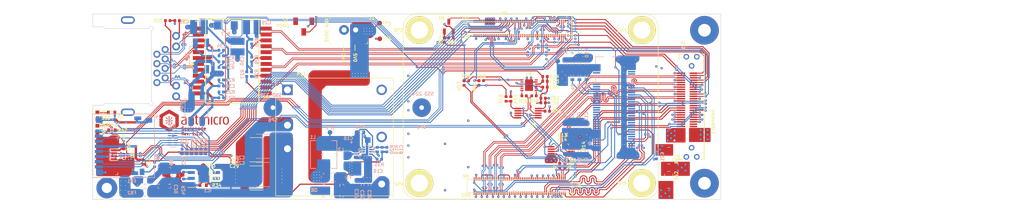
<source format=kicad_pcb>
(kicad_pcb (version 20211014) (generator pcbnew)
  (title_block (rev "1.1.0"))
  (layers (0 "F.Cu" signal) (1 "In1.Cu" power) (2 "In2.Cu" power) (31 "B.Cu" signal) (34 "B.Paste" user) (35 "F.Paste" user) (36 "B.SilkS" user "B.Silkscreen") (37 "F.SilkS" user "F.Silkscreen") (38 "B.Mask" user) (39 "F.Mask" user) (44 "Edge.Cuts" user))
  (net 0 "")
  (net 1 "/PoE/PAIR12")
  (net 2 "/PoE/PAIR36")
  (net 3 "/PoE/PAIR45")
  (net 4 "GNDD")
  (net 5 "VSS")
  (net 6 "/PoE/VDD_POE_IN")
  (net 7 "Net-(C27-Pad2)")
  (net 8 "Net-(C31-Pad1)")
  (net 9 "Net-(C33-Pad2)")
  (net 10 "Net-(C34-Pad2)")
  (net 11 "GND")
  (net 12 "VCC5V0")
  (net 13 "Net-(C35-Pad1)")
  (net 14 "Net-(C30-Pad2)")
  (net 15 "PCIE_TX_N")
  (net 16 "PCIE_RX_N")
  (net 17 "PCIE_TX_P")
  (net 18 "PCIE_RX_P")
  (net 19 "Net-(D1-Pad2)")
  (net 20 "/PoE/PAIR78")
  (net 21 "Net-(D7-Pad1)")
  (net 24 "/Interfaces/RPi_USB_N")
  (net 25 "/Interfaces/RPi_USB_P")
  (net 27 "/Interfaces/VBus_Slave")
  (net 28 "SD_DAT1")
  (net 29 "SD_DAT0")
  (net 30 "SD_CLK")
  (net 31 "SD_CMD")
  (net 32 "SD_DAT3")
  (net 33 "SD_DAT2")
  (net 34 "/PoE/POE_ACTIVE")
  (net 35 "Net-(IC1-Pad3)")
  (net 36 "HDMI0_D2_P")
  (net 37 "HDMI0_D2_N")
  (net 38 "HDMI0_D1_P")
  (net 39 "HDMI0_D1_N")
  (net 40 "HDMI0_CK_P")
  (net 41 "HDMI0_CK_N")
  (net 42 "nEXTRST")
  (net 43 "GLOBAL_EN")
  (net 44 "CAM_GPIO")
  (net 45 "AIN0")
  (net 46 "nPWR_LED")
  (net 47 "AIN1")
  (net 48 "RUN_PG")
  (net 49 "BT_nDis")
  (net 50 "VCC1V8")
  (net 51 "WL_nDis")
  (net 52 "SDA0")
  (net 53 "SCL0")
  (net 54 "RESERVED")
  (net 55 "SD_PWR_ON")
  (net 56 "GPIO2")
  (net 57 "GPIO3")
  (net 58 "GPIO4")
  (net 59 "GPIO17")
  (net 60 "GPIO27")
  (net 61 "GPIO18")
  (net 62 "GPIO22")
  (net 63 "GPIO23")
  (net 64 "GPIO10")
  (net 65 "GPIO24")
  (net 66 "GPIO9")
  (net 67 "GPIO25")
  (net 68 "GPIO11")
  (net 69 "GPIO8")
  (net 70 "ID_SD")
  (net 71 "GPIO7")
  (net 72 "GPIO5")
  (net 73 "ID_SC")
  (net 74 "GPIO6")
  (net 75 "GPIO12")
  (net 76 "GPIO13")
  (net 77 "GPIO16")
  (net 78 "GPIO19")
  (net 79 "GPIO20")
  (net 80 "GPIO26")
  (net 81 "GPIO21")
  (net 82 "EEPROM_nWP")
  (net 83 "SYNC_OUT")
  (net 84 "ETH_LEDG")
  (net 85 "SYNC_IN")
  (net 86 "ETH_LEDY")
  (net 87 "TRD0_P")
  (net 88 "TRD2_P")
  (net 89 "TRD0_N")
  (net 90 "TRD2_N")
  (net 91 "TRD1_N")
  (net 92 "TRD3_N")
  (net 93 "TRD1_P")
  (net 94 "TRD3_P")
  (net 95 "USBOTG_ID")
  (net 96 "PCIE_CLK_nREQ")
  (net 97 "USB2_N")
  (net 98 "USB2_P")
  (net 99 "PSCIE_nRST")
  (net 100 "PCIE_CLK_P")
  (net 101 "TV_OUT")
  (net 102 "PCIE_CLK_N")
  (net 103 "CAM1_D0_N")
  (net 104 "CAM1_D0_P")
  (net 105 "CAM1_D1_N")
  (net 106 "CAM1_D1_P")
  (net 107 "CAM1_C_N")
  (net 108 "CAM0_D0_N")
  (net 109 "CAM1_C_P")
  (net 110 "CAM0_D0_P")
  (net 111 "CAM1_D2_N")
  (net 112 "CAM0_D1_N")
  (net 113 "CAM1_D2_P")
  (net 114 "CAM0_D1_P")
  (net 115 "CAM1_D3_N")
  (net 116 "CAM0_C_N")
  (net 117 "CAM1_D3_P")
  (net 118 "CAM0_C_P")
  (net 119 "HDMI1_HOTPLUG")
  (net 120 "HDMI1_SDA")
  (net 121 "HDMI1_D2_P")
  (net 122 "HDMI1_SCL")
  (net 123 "HDMI1_D2_N")
  (net 124 "HDMI1_CEC")
  (net 125 "HDMI0_CEC")
  (net 126 "HDMI1_D1_P")
  (net 127 "HDMI0_HOTPLUG")
  (net 128 "HDMI1_D1_N")
  (net 129 "DSI0_D0_N")
  (net 130 "HDMI1_D0_P")
  (net 131 "DSI0_D0_P")
  (net 132 "HDMI1_D0_N")
  (net 133 "DSI0_D1_N")
  (net 134 "HDMI1_CK_P")
  (net 135 "DSI0_D1_P")
  (net 136 "HDMI1_CK_N")
  (net 137 "DSI0_C_N")
  (net 138 "DSI0_C_P")
  (net 139 "DSI1_D0_N")
  (net 140 "DSI1_D0_P")
  (net 141 "DSI1_D1_N")
  (net 142 "HDMI0_D0_P")
  (net 143 "DSI1_D1_P")
  (net 144 "HDMI0_D0_N")
  (net 145 "DSI1_C_N")
  (net 146 "DSI1_C_P")
  (net 147 "DSI2_D1_N")
  (net 148 "DSI1_D3_N")
  (net 149 "DSI2_D1_P")
  (net 150 "DSI1_D3_P")
  (net 151 "HDMI0_SDA")
  (net 152 "HDMI0_SCL")
  (net 153 "/PoE/T_ETH_D0_P")
  (net 154 "/PoE/T_ETH_D0_N")
  (net 155 "/PoE/T_ETH_D1_P")
  (net 156 "/PoE/T_ETH_D2_P")
  (net 157 "/PoE/T_ETH_D2_N")
  (net 158 "/PoE/T_ETH_D1_N")
  (net 159 "/PoE/T_ETH_D3_P")
  (net 160 "/PoE/T_ETH_D3_N")
  (net 161 "Net-(IC1-Pad2)")
  (net 162 "PCIE_WAKE")
  (net 164 "Net-(R14-Pad1)")
  (net 170 "3V3_SSD")
  (net 172 "Net-(C18-Pad2)")
  (net 176 "Net-(C25-Pad2)")
  (net 189 "Net-(D1-Pad1)")
  (net 192 "Net-(D4-Pad1)")
  (net 227 "Net-(J4-Pad9)")
  (net 228 "Net-(J6-Pad10)")
  (net 229 "Net-(J6-Pad12)")
  (net 230 "Net-(J7-Pad21)")
  (net 231 "Net-(L2-Pad1)")
  (net 232 "Net-(L3-Pad1)")
  (net 233 "Net-(L3-Pad4)")
  (net 234 "Net-(L3-Pad7)")
  (net 235 "Net-(L3-Pad10)")
  (net 236 "Net-(R7-Pad2)")
  (net 237 "Net-(R8-Pad2)")
  (net 238 "Net-(R18-Pad2)")
  (net 239 "Earth")
  (net 240 "Net-(D4-Pad2)")
  (net 241 "3V3_RPi")
  (net 242 "Net-(D11-Pad2)")
  (net 243 "Net-(C55-Pad1)")
  (net 244 "/Interfaces/CONN_USB_N")
  (net 245 "/Interfaces/CONN_USB_P")
  (net 246 "Adapter_RXD")
  (net 247 "Adapter_TXD")
  (net 248 "Adapter_USB_P")
  (net 249 "Adapter_USB_N")
  (net 250 "RPi_RXD")
  (net 251 "RPi_TXD")
  (net 252 "/Compute module/nRPi_BOOT")
  (net 253 "PROG_MODE")
  (net 254 "Net-(Q6-Pad1)")
  (net 255 "Net-(R55-Pad1)")
  (net 256 "Net-(R56-Pad2)")
  (net 257 "Net-(R58-Pad2)")
  (net 258 "/Interfaces/FTDI_USB_N")
  (net 259 "Net-(R59-Pad2)")
  (net 260 "/Interfaces/FTDI_USB_P")
  (net 261 "Net-(R60-Pad1)")
  (net 262 "3V3_OUT")
  (net 263 "Net-(C16-Pad1)")
  (net 264 "Net-(R35-Pad1)")
  (footprint "scalenode-footprints:9774030151" (layer "F.Cu") (at 193.488 93.2)
    (fp_text reference "SP5")
    (fp_text value "9774030151")
  )
  (footprint "scalenode-footprints:9774030151" (layer "F.Cu") (at 145.488 93.2)
    (fp_text reference "SP4")
    (fp_text value "9774030151")
  )
  (footprint "scalenode-footprints:9774030151" (layer "F.Cu") (at 193.488 60.2)
    (fp_text reference "SP3")
    (fp_text value "9774030151")
  )
  (footprint "scalenode-footprints:9774030151" (layer "F.Cu") (at 145.488 60.2)
    (fp_text reference "SP2")
    (fp_text value "9774030151")
  )
  (footprint "scalenode-footprints:0402-res" (layer "F.Cu") (at 165.27272 75.00568 -90)
    (fp_text reference "R15")
    (fp_text value "R_2k2_0402")
  )
  (footprint "scalenode-footprints:0402-cap" (layer "F.Cu") (at 178.7652 83.7128)
    (fp_text reference "C14")
    (fp_text value "C_1u_0402")
  )
  (footprint "scalenode-footprints:0402-cap" (layer "F.Cu") (at 178.7652 82.6968)
    (fp_text reference "C13")
    (fp_text value "C_100n_0402")
  )
  (footprint "scalenode-footprints:0603-res" (layer "F.Cu") (at 79.15 77.94)
    (fp_text reference "R2")
    (fp_text value "R_270R_0603")
  )
  (footprint "scalenode-footprints:0402-res" (layer "F.Cu") (at 93.29 58.106 180)
    (fp_text reference "R22")
    (fp_text value "R_220R_0402")
  )
  (footprint "scalenode-footprints:0402-res" (layer "F.Cu") (at 91.25 58.106)
    (fp_text reference "R21")
    (fp_text value "R_220R_0402")
  )
  (footprint "scalenode-footprints:DF40HC-3.0-100DS-0.4v" (layer "F.Cu") (at 167.17772 59.80168 180)
    (fp_text reference "J7")
    (fp_text value "DF40HC(3.0)-100DS-0.4v")
  )
  (footprint "scalenode-footprints:DF40HC-3.0-100DS-0.4v" (layer "F.Cu") (at 167.17772 93.80168 180)
    (fp_text reference "J8")
    (fp_text value "DF40HC(3.0)-100DS-0.4v")
  )
  (footprint "scalenode-footprints:0402-res" (layer "F.Cu") (at 179.959 85.186 90)
    (fp_text reference "R14")
    (fp_text value "R_10k_0402")
  )
  (footprint "scalenode-footprints:0402-cap" (layer "F.Cu") (at 85.92276 88.611997 -90)
    (fp_text reference "C15")
    (fp_text value "C_1u_0402")
  )
  (footprint "scalenode-footprints:Mount-hole-M2.5" (layer "F.Cu") (at 207.041 93.192)
    (fp_text reference "MP2" hide)
    (fp_text value "PCB_Mount_Hole_2.5_6.2")
  )
  (footprint "scalenode-footprints:Mount-hole-M2.5" (layer "F.Cu") (at 207.041 60.192)
    (fp_text reference "MP3" hide)
    (fp_text value "PCB_Mount_Hole_2.5_6.2")
  )
  (footprint "scalenode-footprints:0402-cap" (layer "F.Cu") (at 172.2374 75.8388 180)
    (fp_text reference "C51")
    (fp_text value "C_100n_0402")
  )
  (footprint "scalenode-footprints:0402-cap" (layer "F.Cu") (at 172.2374 74.8482 180)
    (fp_text reference "C52")
    (fp_text value "C_1u_0402")
  )
  (footprint "scalenode-footprints:0402-res" (layer "F.Cu") (at 150.922 62.303 90)
    (fp_text reference "R64")
    (fp_text value "R_470R_0402")
  )
  (footprint "scalenode-footprints:0402-res" (layer "F.Cu") (at 152.362 61.818)
    (fp_text reference "R65")
    (fp_text value "R_10k_0402")
  )
  (footprint "scalenode-footprints:MSOP-10_W3mm" (layer "F.Cu") (at 176.149 86.329 -90)
    (fp_text reference "U1")
    (fp_text value "TS3USB30EDGSR")
  )
  (footprint "scalenode-footprints:antmicro-logo_scaled_15mm" (layer "F.Cu") (at 97.420173 79.759924)
    (fp_text reference "N1" hide)
    (fp_text value "antmicro_logo" hide)
  )
  (footprint "scalenode-footprints:SOIC127P1594X685-24N" (layer "F.Cu") (at 105.187 66.818 180)
    (fp_text reference "L3")
    (fp_text value "H6096NL" hide)
  )
  (footprint "scalenode-footprints:DFN-12-1EP_3x3mm" (layer "F.Cu") (at 169.19956 72.02372 90)
    (fp_text reference "U6")
    (fp_text value "FT234XD-R")
  )
  (footprint "scalenode-footprints:0402-cap" (layer "F.Cu") (at 172.6414 70.1746)
    (fp_text reference "C54")
    (fp_text value "C_100n_0402")
  )
  (footprint "scalenode-footprints:0402-cap" (layer "F.Cu") (at 172.6438 71.1906)
    (fp_text reference "C53")
    (fp_text value "C_1u_0402")
  )
  (footprint "scalenode-footprints:0402-res" (layer "F.Cu") (at 168.13456 74.33004 180)
    (fp_text reference "R59")
    (fp_text value "R_22R_0402")
  )
  (footprint "scalenode-footprints:0402-res" (layer "F.Cu") (at 170.26456 74.33512)
    (fp_text reference "R58")
    (fp_text value "R_22R_0402")
  )
  (footprint "scalenode-footprints:0402-res" (layer "F.Cu") (at 158.89224 71.05344 180)
    (fp_text reference "R60")
    (fp_text value "R_220R_0402")
  )
  (footprint "scalenode-footprints:0402-res" (layer "F.Cu") (at 158.37916 71.5602 90)
    (fp_text reference "R61")
    (fp_text value "R_220R_0402")
  )
  (footprint "scalenode-footprints:0402-res" (layer "F.Cu") (at 155.70104 71.0708)
    (fp_text reference "R56")
    (fp_text value "R_220R_0402")
  )
  (footprint "scalenode-footprints:0402-res" (layer "F.Cu") (at 155.18288 71.5801 -90)
    (fp_text reference "R57")
    (fp_text value "R_220R_0402")
  )
  (footprint "scalenode-footprints:SOT-23-3" (layer "F.Cu") (at 151.892 59.405 90)
    (fp_text reference "Q6")
    (fp_text value "BSS138-7-F")
  )
  (footprint "scalenode-footprints:0402-res" (layer "F.Cu") (at 175.808 89.377 90)
    (fp_text reference "R7")
    (fp_text value "R_22R_0402")
  )
  (footprint "scalenode-footprints:0402-res" (layer "F.Cu") (at 176.951 89.377 90)
    (fp_text reference "R8")
    (fp_text value "R_22R_0402")
  )
  (footprint "scalenode-footprints:0402-cap" (layer "F.Cu") (at 172.6438 72.4606)
    (fp_text reference "C55")
    (fp_text value "C_100n_0402")
  )
  (footprint "scalenode-footprints:0402-res" (layer "F.Cu") (at 164.24148 75.00568 90)
    (fp_text reference "R16")
    (fp_text value "R_1k1_0402")
  )
  (footprint "scalenode-footprints:MSOP-10_W3mm" (layer "F.Cu") (at 168.9862 78.074 -90)
    (fp_text reference "U5")
    (fp_text value "TS3USB30EDGSR")
  )
  (footprint "scalenode-footprints:0402-res" (layer "F.Cu") (at 173.144 77.65)
    (fp_text reference "R55")
    (fp_text value "R_10k_0402")
  )
  (footprint "scalenode-footprints:USB_Micro_B_Female_0473460001" (layer "F.Cu") (at 76.95372 87.373 90)
    (fp_text reference "J5")
    (fp_text value "0473460001")
  )
  (footprint "scalenode-footprints:mounting-hole-2.2mm" (layer "F.Cu") (at 78.126 94.198)
    (fp_text reference "MP1" hide)
    (fp_text value "PCB_Mount_Hole_2.2_4.5")
  )
  (footprint "scalenode-footprints:oshw-logo" (layer "F.Cu") (at 92.48 92.22)
    (fp_text reference "N3" hide)
    (fp_text value "oshw_logo" hide)
  )
  (footprint "scalenode-footprints:Switch_Slide_CAS-120TA" (layer "F.Cu") (at 120.6 59.4 180)
    (fp_text reference "S1")
    (fp_text value "CAS-120TA")
  )
  (footprint "scalenode-footprints:0402-cap" (layer "F.Cu") (at 81.745 85.296 90)
    (fp_text reference "C56")
    (fp_text value "C_100n_0402")
  )
  (footprint "scalenode-footprints:SAMTEC_LSHM-130-01-XXX-RH-A-S-K-XX" (layer "F.Cu") (at 202.584 76.7 90)
    (fp_text reference "J10")
    (fp_text value "LSHM-130-01-L-RH-A-S-K-TR")
  )
  (footprint "scalenode-footprints:compute-module-4-1.5mm" (layer "F.Cu") (at 163.984 56.029)
    (fp_text reference "M1")
    (fp_text value "compute-module-4-1.5mm")
  )
  (footprint "scalenode-footprints:LED_0603_R" (layer "F.Cu") (at 76.1 81.541 -90)
    (fp_text reference "D11")
    (fp_text value "598-8D80-107F")
  )
  (footprint "scalenode-footprints:1206-res" (layer "F.Cu") (at 199.334 91.65 -90)
    (fp_text reference "R62")
    (fp_text value "R_0R_1206")
  )
  (footprint "scalenode-footprints:1206-res" (layer "F.Cu") (at 199.334 88.05 90)
    (fp_text reference "R63")
    (fp_text value "R_0R_1206")
  )
  (footprint "scalenode-footprints:UFDFN-6_1.45x1mm" (layer "F.Cu") (at 82.225 87.306 -90)
    (fp_text reference "D3")
    (fp_text value "TPD4S012DRYR")
  )
  (footprint "scalenode-footprints:0603-res" (layer "F.Cu") (at 79.22 81.76 180)
    (fp_text reference "R42")
    (fp_text value "R_1k_0603")
  )
  (footprint "antmicro-footprints:PDQE30-Q48" (layer "F.Cu") (at 127.25 83.206)
    (fp_text reference "PS1")
    (fp_text value "PDQE30-Q48-S5-D")
  )
  (footprint "antmicro-footprints:2220-cap" (layer "F.Cu") (at 110.4 92.06 180)
    (fp_text reference "C29")
    (fp_text value "C_22u_2220_100V")
  )
  (footprint "scalenode-footprints:Testpoint_smd_1mm" (layer "F.Cu") (at 136.975 58.64)
    (fp_text reference "TP5")
    (fp_text value "TP_SMD1MM" hide)
  )
  (footprint "scalenode-footprints:SS-74800-144" (layer "F.Cu") (at 95.816 67.856 -90)
    (fp_text reference "J6")
    (fp_text value "SS-74800-144")
  )
  (footprint "scalenode-footprints:Testpoint_smd_1mm" (layer "F.Cu") (at 137 62.04 -90)
    (fp_text reference "TP4")
    (fp_text value "TP_SMD1MM" hide)
  )
  (footprint "scalenode-footprints:Testpoint_smd_1mm" (layer "F.Cu") (at 98.916 89.402)
    (fp_text reference "TP3")
    (fp_text value "TP_SMD1MM" hide)
  )
  (footprint "scalenode-footprints:LED_0603_R" (layer "F.Cu") (at 76.1 78.681 -90)
    (fp_text reference "D1")
    (fp_text value "598-8D80-107F")
  )
  (footprint "antmicro-footprints:PinHeader_1x2_P2.5mm_Drill1.1mm" (layer "F.Cu") (at 131.8 60.115 180)
    (fp_text reference "J1")
    (fp_text value "B2B-XH-A_LF__SN_")
  )
  (footprint "scalenode-footprints:LED_0603" (layer "F.Cu") (at 98.9 91.006 180)
    (fp_text reference "D7")
    (fp_text value "KP-1608CGCK")
  )
  (footprint "scalenode-footprints:0402-res" (layer "F.Cu") (at 98.9 92.306)
    (fp_text reference "R33")
    (fp_text value "R_24k9_0402")
  )
  (footprint "antmicro-footprints:2220-cap" (layer "F.Cu") (at 110.4 85.96 180)
    (fp_text reference "C32")
    (fp_text value "C_22u_2220_100V")
  )
  (footprint "scalenode-footprints:0603-res" (layer "F.Cu") (at 98.9 93.606 180)
    (fp_text reference "R34")
    (fp_text value "R_15k_0603")
  )
  (footprint "scalenode-footprints:0402-res" (layer "B.Cu") (at 99.452 86.375 90)
    (fp_text reference "R13")
    (fp_text value "R_10k_0402")
  )
  (footprint "scalenode-footprints:0402-res" (layer "B.Cu") (at 98.436 86.375 90)
    (fp_text reference "R12")
    (fp_text value "R_10k_0402")
  )
  (footprint "scalenode-footprints:0402-res" (layer "B.Cu") (at 97.42 86.375 90)
    (fp_text reference "R11")
    (fp_text value "R_10k_0402")
  )
  (footprint "scalenode-footprints:0402-res" (layer "B.Cu") (at 96.404 86.375 90)
    (fp_text reference "R10")
    (fp_text value "R_10k_0402")
  )
  (footprint "scalenode-footprints:0402-res" (layer "B.Cu") (at 95.388 86.375 90)
    (fp_text reference "R9")
    (fp_text value "R_10k_0402")
  )
  (footprint "scalenode-footprints:0402-res" (layer "B.Cu") (at 94.372 86.375 90)
    (fp_text reference "R5")
    (fp_text value "R_10k_0402")
  )
  (footprint "scalenode-footprints:0603-res" (layer "B.Cu") (at 178.546 70.146 -90)
    (fp_text reference "R4")
    (fp_text value "R_10k_0603")
  )
  (footprint "scalenode-footprints:0603-res" (layer "B.Cu") (at 181.594 70.146 -90)
    (fp_text reference "R1")
    (fp_text value "R_10k_0603")
  )
  (footprint "scalenode-footprints:0603-cap" (layer "B.Cu") (at 180.07 67.352 90)
    (fp_text reference "C7")
    (fp_text value "C_100n_0603")
  )
  (footprint "scalenode-footprints:0603-cap" (layer "B.Cu") (at 177.022 81.068 90)
    (fp_text reference "C2")
    (fp_text value "C_10u_0603")
  )
  (footprint "scalenode-footprints:0603-res" (layer "B.Cu") (at 180.07 70.146 -90)
    (fp_text reference "R3")
    (fp_text value "R_10k_0603")
  )
  (footprint "scalenode-footprints:0603-cap" (layer "B.Cu") (at 181.594 86.148 -90)
    (fp_text reference "C12")
    (fp_text value "C_1n_0603")
  )
  (footprint "scalenode-footprints:0603-cap" (layer "B.Cu") (at 180.07 81.068 90)
    (fp_text reference "C8")
    (fp_text value "C_100n_0603")
  )
  (footprint "scalenode-footprints:0603-cap" (layer "B.Cu") (at 178.546 81.068 90)
    (fp_text reference "C5")
    (fp_text value "C_1u_0603")
  )
  (footprint "scalenode-footprints:1-2199230-6" (layer "B.Cu") (at 186.039 76.877 90)
    (fp_text reference "J3")
    (fp_text value "1-2199230-6")
  )
  (footprint "scalenode-footprints:0603-cap" (layer "B.Cu") (at 181.594 81.068 90)
    (fp_text reference "C11")
    (fp_text value "C_1n_0603")
  )
  (footprint "scalenode-footprints:0603-cap" (layer "B.Cu") (at 177.022 86.148 -90)
    (fp_text reference "C3")
    (fp_text value "C_10u_0603")
  )
  (footprint "scalenode-footprints:0603-cap" (layer "B.Cu") (at 181.594 67.352 90)
    (fp_text reference "C10")
    (fp_text value "C_1n_0603")
  )
  (footprint "scalenode-footprints:Testpoint_smd_1mm" (layer "B.Cu") (at 175.384 66.9008 180)
    (fp_text reference "TP2")
    (fp_text value "TP_SMD1MM" hide)
  )
  (footprint "scalenode-footprints:0402-res" (layer "B.Cu") (at 138.521 85.9305 90)
    (fp_text reference "C18")
    (fp_text value "C_120p_0402")
  )
  (footprint "scalenode-footprints:0402-res" (layer "B.Cu") (at 136.489 85.9305 -90)
    (fp_text reference "R20")
    (fp_text value "R_100k_0402")
  )
  (footprint "scalenode-footprints:Testpoint_smd_1mm" (layer "B.Cu") (at 126.31 82.22 -90)
    (fp_text reference "TP1")
    (fp_text value "TP_SMD1MM" hide)
  )
  (footprint "scalenode-footprints:0603-res" (layer "B.Cu") (at 132.84 82.2145)
    (fp_text reference "R18")
    (fp_text value "R_100k_0603")
  )
  (footprint "scalenode-footprints:SON50P350X135X55-14N" (layer "B.Cu") (at 92.33 83.44)
    (fp_text reference "D2")
    (fp_text value "SP3011-06UTG")
  )
  (footprint "scalenode-footprints:KEMET_A" (layer "B.Cu") (at 132.017 83.8755)
    (fp_text reference "C16")
    (fp_text value "C_22u_KEMET_A")
  )
  (footprint "scalenode-footprints:IHLP2020BZER4R7M01" (layer "B.Cu") (at 124.9 86.996 90)
    (fp_text reference "L1")
    (fp_text value "IHLP2020BZER4R7M01" hide)
  )
  (footprint "scalenode-footprints:1210-cap" (layer "B.Cu") (at 106.306 63.712 -90)
    (fp_text reference "C50")
    (fp_text value "C_1n_1210_2kV")
  )
  (footprint "scalenode-footprints:97730256332R" (layer "B.Cu") (at 146.039 76.877)
    (fp_text reference "SP1")
    (fp_text value "97730256332R")
  )
  (footprint "scalenode-footprints:0402-res" (layer "B.Cu") (at 137.505 85.9305 90)
    (fp_text reference "R19")
    (fp_text value "R_453k_0402")
  )
  (footprint "scalenode-footprints:0402-res" (layer "B.Cu") (at 88.425 89.156 -90)
    (fp_text reference "R6")
    (fp_text value "R_330R_0402")
  )
  (footprint "scalenode-footprints:IHLP-1212AE" (layer "B.Cu") (at 129.604 88.3205 -90)
    (fp_text reference "L2")
    (fp_text value "IHLP1212AEERR47M11" hide)
  )
  (footprint "scalenode-footprints:0603-cap" (layer "B.Cu") (at 177.022 67.352 90)
    (fp_text reference "C1")
    (fp_text value "C_10u_0603")
  )
  (footprint "scalenode-footprints:0603-cap" (layer "B.Cu") (at 178.546 67.352 90)
    (fp_text reference "C4")
    (fp_text value "C_1u_0603")
  )
  (footprint "scalenode-footprints:0603-cap" (layer "B.Cu") (at 180.07 86.148 -90)
    (fp_text reference "C9")
    (fp_text value "C_100n_0603")
  )
  (footprint "scalenode-footprints:0603-cap" (layer "B.Cu") (at 178.546 86.148 -90)
    (fp_text reference "C6")
    (fp_text value "C_1u_0603")
  )
  (footprint "scalenode-footprints:1210-cap" (layer "B.Cu") (at 133.381 90.0065)
    (fp_text reference "C19")
    (fp_text value "C_22u_1210")
  )
  (footprint "scalenode-footprints:MicroSD_1140084168" (layer "B.Cu") (at 81.72226 85.05478 90)
    (fp_text reference "J4")
    (fp_text value "1140084168")
  )
  (footprint "scalenode-footprints:1206-res" (layer "B.Cu") (at 103.818 59.13)
    (fp_text reference "R17")
    (fp_text value "R_0R_1206")
  )
  (footprint "scalenode-footprints:0402-res" (layer "B.Cu") (at 109.387 62.638 -90)
    (fp_text reference "R30")
    (fp_text value "R_75R_0402")
  )
  (footprint "scalenode-footprints:1210-cap" (layer "B.Cu") (at 109.406 59.511 180)
    (fp_text reference "C25")
    (fp_text value "C_1n_1210_2kV")
  )
  (footprint "scalenode-footprints:0402-res" (layer "B.Cu") (at 108.3 69.659 -90)
    (fp_text reference "R27")
    (fp_text value "R_75R_0402")
  )
  (footprint "scalenode-footprints:QFN-8_2x1mm" (layer "B.Cu") (at 134.24 86.1605 180)
    (fp_text reference "U2")
    (fp_text value "TPS62823DLCT")
  )
  (footprint "scalenode-footprints:0402-res" (layer "B.Cu") (at 109.337 69.661 -90)
    (fp_text reference "R28")
    (fp_text value "R_75R_0402")
  )
  (footprint "scalenode-footprints:0402-res" (layer "B.Cu") (at 109.39 66.496 -90)
    (fp_text reference "R29")
    (fp_text value "R_75R_0402")
  )
  (footprint "scalenode-footprints:97730256332R" (layer "B.Cu") (at 113.939 76.877)
    (fp_text reference "SP6")
    (fp_text value "97730256332R")
  )
  (footprint "scalenode-footprints:0603-cap" (layer "B.Cu") (at 131.826 86.8985 -90)
    (fp_text reference "C17")
    (fp_text value "C_4u7_0603")
  )
  (footprint "scalenode-footprints:SOIC127P600X170-9N" (layer "B.Cu") (at 99.05 91.506)
    (fp_text reference "IC1")
    (fp_text value "TPS2378DDA" hide)
  )
  (footprint "scalenode-footprints:0603-cap" (layer "B.Cu") (at 134.8 93.496 90)
    (fp_text reference "C36")
    (fp_text value "C_47u_0603")
  )
  (footprint "scalenode-footprints:0402-cap" (layer "B.Cu") (at 102.8 74.756)
    (fp_text reference "C27")
    (fp_text value "C_10n_0402")
  )
  (footprint "scalenode-footprints:0402-cap" (layer "B.Cu") (at 102.8 64.506)
    (fp_text reference "C34")
    (fp_text value "C_10n_0402")
  )
  (footprint "scalenode-footprints:0402-cap" (layer "B.Cu") (at 132 93.181 90)
    (fp_text reference "C37")
    (fp_text value "C_100n_0402")
  )
  (footprint "antmicro-footprints:1206-res" (layer "B.Cu") (at 127 91.896 180)
    (fp_text reference "F1")
    (fp_text value "1206L450SLWR")
  )
  (footprint "scalenode-footprints:0402-res" (layer "B.Cu") (at 102.8 65.706)
    (fp_text reference "R32")
    (fp_text value "R_75R_0402")
  )
  (footprint "scalenode-footprints:0603-cap" (layer "B.Cu") (at 133.3 93.496 90)
    (fp_text reference "C35")
    (fp_text value "C_47u_0603")
  )
  (footprint "scalenode-footprints:0402-res" (layer "B.Cu") (at 102.8 68.206)
    (fp_text reference "R31")
    (fp_text value "R_75R_0402")
  )
  (footprint "scalenode-footprints:1210-cap" (layer "B.Cu") (at 98 59.506 180)
    (fp_text reference "C31")
    (fp_text value "C_1n_1210_2kV")
  )
  (footprint "antmicro-footprints:DO-214AC" (layer "B.Cu") (at 127 94.796 180)
    (fp_text reference "D8")
    (fp_text value "SMAJ6.5A")
  )
  (footprint "antmicro-footprints:2220-cap" (layer "B.Cu") (at 111.766 85.212 180)
    (fp_text reference "C26")
    (fp_text value "C_22u_2220_100V")
  )
  (footprint "scalenode-footprints:0805-res" (layer "B.Cu") (at 86.41 95.166)
    (fp_text reference "FB2")
    (fp_text value "BLM21PG221SN1D")
  )
  (footprint "scalenode-footprints:0402-cap" (layer "B.Cu") (at 196.76 87.43 90)
    (fp_text reference "C21")
    (fp_text value "C_100n_0402")
  )
  (footprint "antmicro-footprints:0402-res" (layer "B.Cu") (at 136.911 88.0085)
    (fp_text reference "R35")
    (fp_text value "R_0R_0402")
  )
  (footprint "scalenode-footprints:MB10S" (layer "B.Cu") (at 98.455 65.746 90)
    (fp_text reference "D5")
    (fp_text value "MB10S")
  )
  (footprint "scalenode-footprints:0805-res" (layer "B.Cu") (at 86.38 92.606)
    (fp_text reference "FB1")
    (fp_text value "BLM21PG221SN1D")
  )
  (footprint "scalenode-footprints:MB10S" (layer "B.Cu") (at 97.47 77.136 -90)
    (fp_text reference "D4")
    (fp_text value "MB10S")
  )
  (footprint "scalenode-footprints:0402-res" (layer "B.Cu") (at 102.8 70.906)
    (fp_text reference "R26")
    (fp_text value "R_75R_0402")
  )
  (footprint "scalenode-footprints:DO-214AC" (layer "B.Cu") (at 90.5 92.006 90)
    (fp_text reference "D6")
    (fp_text value "SMAJ58A-13-F")
  )
  (footprint "scalenode-footprints:0402-res" (layer "B.Cu") (at 102.8 73.506)
    (fp_text reference "R25")
    (fp_text value "R_75R_0402")
  )
  (footprint "antmicro-footprints:2220-cap" (layer "B.Cu") (at 111.766 91.312 180)
    (fp_text reference "C28")
    (fp_text value "C_22u_2220_100V")
  )
  (footprint "scalenode-footprints:0402-cap" (layer "B.Cu") (at 102.785 67.006)
    (fp_text reference "C33")
    (fp_text value "C_10n_0402")
  )
  (footprint "scalenode-footprints:0402-cap" (layer "B.Cu") (at 102.8 72.206)
    (fp_text reference "C30")
    (fp_text value "C_10n_0402")
  )
  (footprint "scalenode-footprints:0402-res" (layer "B.Cu") (at 94.65 90.306 90)
    (fp_text reference "R23")
    (fp_text value "R_63R4_0402")
  )
  (footprint "scalenode-footprints:0805-cap" (layer "B.Cu") (at 93 91.506 90)
    (fp_text reference "C20")
    (fp_text value "C_100n_0805_100V")
  )
  (footprint "scalenode-footprints:0402-res" (layer "B.Cu") (at 94.65 92.756 90)
    (fp_text reference "R24")
    (fp_text value "R_24k9_0402")
  )
  (gr_line (start 129.17 63.34) (end 129.17 64.59) (layer "F.SilkS") (width 0.15))
  (gr_line (start 131.67 63.34) (end 131.67 64.59) (layer "F.SilkS") (width 0.15))
  (gr_line (start 75.1 96.7) (end 210.58 96.7) (layer "Edge.Cuts") (width 0.1))
  (gr_line (start 75.1 56.7) (end 210.58 56.7) (layer "Edge.Cuts") (width 0.1))
  (gr_line (start 75.1 59.456) (end 77.216 59.456) (layer "Edge.Cuts") (width 0.1))
  (gr_arc (start 77.216 59.456) (mid 77.463487 59.558513) (end 77.566 59.806) (layer "Edge.Cuts") (width 0.1))
  (gr_line (start 77.566 59.806) (end 87.291 59.806) (layer "Edge.Cuts") (width 0.1))
  (gr_arc (start 87.291 59.806) (mid 88.059198 59.487802) (end 87.741 60.256) (layer "Edge.Cuts") (width 0.1))
  (gr_line (start 87.741 60.256) (end 87.741 75.556) (layer "Edge.Cuts") (width 0.1))
  (gr_arc (start 87.741 75.556) (mid 88.059198 76.324198) (end 87.291 76.006) (layer "Edge.Cuts") (width 0.1))
  (gr_line (start 87.291 76.006) (end 77.591 76.006) (layer "Edge.Cuts") (width 0.1))
  (gr_arc (start 77.591 76.006) (mid 77.504544 76.237662) (end 77.287447 76.356) (layer "Edge.Cuts") (width 0.1))
  (gr_line (start 77.287447 76.356) (end 75.1 76.356) (layer "Edge.Cuts") (width 0.1))
  (gr_line (start 75.1 59.456) (end 75.1 56.7) (layer "Edge.Cuts") (width 0.1))
  (gr_line (start 75.1 96.7) (end 75.1 76.356) (layer "Edge.Cuts") (width 0.1))
  (gr_line (start 210.58 56.7) (end 210.58 96.7) (layer "Edge.Cuts") (width 0.1))
  (gr_text "Scalenode" (at 96.857 81.429) (layer "F.Cu") (effects (font (size 0.7 0.7))))
  (gr_text "Rev. ${REVISION}" (at 96.49 82.52) (layer "F.Cu") (effects (font (size 0.6 0.6))))
  (gr_text "SSD 2280\n\n" (at 113.2 74.74) (layer "B.SilkS") (effects (font (size 0.7 0.7)) (justify mirror)))
  (gr_text "SSD 2242\n" (at 146.05 73.914) (layer "B.SilkS") (effects (font (size 0.7 0.7)) (justify mirror)))
  (gr_text "Activity" (at 78.79 80.47) (layer "F.SilkS") (effects (font (size 0.7 0.7))))
  (gr_text "GND" (at 129.17 66.09 270) (layer "F.SilkS") (effects (font (size 0.7 0.7))))
  (gr_text "5VDC AUX" (at 125.56 60.17 90) (layer "F.SilkS") (effects (font (size 0.7 0.7))))
  (gr_text "5V0" (at 131.67 66.09 270) (layer "F.SilkS") (effects (font (size 0.7 0.7))))
  (gr_text "PROG" (at 116.04 59.27) (layer "F.SilkS") (effects (font (size 0.7 0.7))))
  (gr_text "Expansion" (at 208.841 79.896 90) (layer "F.SilkS") (effects (font (size 0.7 0.7))))
  (gr_text "SSD\n" (at 77.934 79.138) (layer "F.SilkS") (effects (font (size 0.7 0.7))))
  (via (at 182.384 84.6) (size 0.5) (drill 0.15) (layers "F.Cu" "B.Cu") (net 0))
  (segment (start 99.933 73.803) (end 100.881 74.751) (width 0.5) (layer "F.Cu") (net 1))
  (segment (start 97.887 73.803) (end 99.933 73.803) (width 0.5) (layer "F.Cu") (net 1))
  (via (at 100.881 74.751) (size 0.5) (drill 0.15) (layers "F.Cu" "B.Cu") (net 1))
  (segment (start 101.516 74.751) (end 100.881 74.751) (width 0.4) (layer "B.Cu") (net 1))
  (segment (start 101.516 74.751) (end 101.135 74.751) (width 0.4) (layer "B.Cu") (net 1))
  (segment (start 102.301 74.751) (end 101.516 74.751) (width 0.4) (layer "B.Cu") (net 1))
  (segment (start 100.881 76.672) (end 100.881 74.751) (width 0.5) (layer "B.Cu") (net 1))
  (segment (start 98.693 78.86) (end 100.881 76.672) (width 0.5) (layer "B.Cu") (net 1))
  (segment (start 98.693 79.966) (end 98.693 78.86) (width 0.5) (layer "B.Cu") (net 1))
  (segment (start 100.825 72.155) (end 100.881 72.211) (width 0.4) (layer "F.Cu") (net 2))
  (segment (start 97.887 69.993) (end 98.872002 69.993) (width 0.5) (layer "F.Cu") (net 2))
  (segment (start 100.881 72.001998) (end 100.881 72.211) (width 0.5) (layer "F.Cu") (net 2))
  (segment (start 98.872002 69.993) (end 100.881 72.001998) (width 0.5) (layer "F.Cu") (net 2))
  (via (at 100.881 72.211) (size 0.5) (drill 0.15) (layers "F.Cu" "B.Cu") (net 2))
  (segment (start 101.389 72.211) (end 102.301 72.211) (width 0.4) (layer "B.Cu") (net 2))
  (segment (start 101.135 72.211) (end 101.389 72.211) (width 0.4) (layer "B.Cu") (net 2))
  (segment (start 101.389 72.211) (end 100.881 72.211) (width 0.4) (layer "B.Cu") (net 2))
  (segment (start 99.901 75.472) (end 99.901 73.191) (width 0.5) (layer "B.Cu") (net 2))
  (segment (start 96.243 79.966) (end 96.243 79.13) (width 0.5) (layer "B.Cu") (net 2))
  (segment (start 99.901 73.191) (end 100.881 72.211) (width 0.5) (layer "B.Cu") (net 2))
  (segment (start 96.243 79.13) (end 99.901 75.472) (width 0.5) (layer "B.Cu") (net 2))
  (segment (start 100.432 66.183) (end 100.881 65.734) (width 0.5) (layer "F.Cu") (net 3))
  (segment (start 97.887 66.183) (end 100.432 66.183) (width 0.5) (layer "F.Cu") (net 3))
  (via (at 100.881 65.734) (size 0.5) (drill 0.15) (layers "F.Cu" "B.Cu") (net 3))
  (segment (start 97.243 62.884) (end 97.243 64.128) (width 0.4) (layer "B.Cu") (net 3))
  (segment (start 97.243 64.128) (end 98.849 65.734) (width 0.4) (layer "B.Cu") (net 3))
  (segment (start 98.849 65.734) (end 101.008 65.734) (width 0.4) (layer "B.Cu") (net 3))
  (segment (start 101.008 65.734) (end 102.278 67.004) (width 0.4) (layer "B.Cu") (net 3))
  (segment (start 102.278 67.004) (end 102.301 67.004) (width 0.4) (layer "B.Cu") (net 3))
  (segment (start 100.365 93.371) (end 100.31 93.316) (width 0.254) (layer "F.Cu") (net 4))
  (segment (start 99.6 93.606) (end 99.89 93.316) (width 0.254) (layer "F.Cu") (net 4))
  (segment (start 100.1 91.456) (end 100.1 93.106) (width 0.254) (layer "F.Cu") (net 4))
  (segment (start 99.89 93.316) (end 100.1 93.106) (width 0.254) (layer "F.Cu") (net 4))
  (segment (start 100.1 93.106) (end 100.365 93.371) (width 0.254) (layer "F.Cu") (net 4))
  (segment (start 100.31 93.316) (end 99.89 93.316) (width 0.254) (layer "F.Cu") (net 4))
  (segment (start 100.365 93.371) (end 100.6 93.606) (width 0.254) (layer "F.Cu") (net 4))
  (segment (start 99.65 91.006) (end 100.1 91.456) (width 0.254) (layer "F.Cu") (net 4))
  (via (at 105.9 90.846) (size 0.5) (drill 0.15) (layers "F.Cu" "B.Cu") (net 4))
  (via (at 105.9 91.596) (size 0.5) (drill 0.15) (layers "F.Cu" "B.Cu") (net 4))
  (via (at 105.9 90.096) (size 0.5) (drill 0.15) (layers "F.Cu" "B.Cu") (net 4))
  (via (at 105.9 92.346) (size 0.5) (drill 0.15) (layers "F.Cu" "B.Cu") (net 4))
  (via (at 105.9 93.096) (size 0.5) (drill 0.15) (layers "F.Cu" "B.Cu") (net 4))
  (via (at 100.6 93.606) (size 0.5) (drill 0.15) (layers "F.Cu" "B.Cu") (net 4))
  (segment (start 100.6 93.606) (end 101.621 93.606) (width 0.254) (layer "B.Cu") (net 4))
  (segment (start 101.621 93.606) (end 101.78 93.447) (width 0.254) (layer "B.Cu") (net 4))
  (segment (start 98.2 93.606) (end 98.2 93.491) (width 0.254) (layer "F.Cu") (net 6))
  (segment (start 99.385 92.306) (end 98.916 91.837) (width 0.254) (layer "F.Cu") (net 6))
  (segment (start 98.2 93.606) (end 97.59 93.606) (width 0.254) (layer "F.Cu") (net 6))
  (segment (start 98.916 91.837) (end 98.916 89.402) (width 0.254) (layer "F.Cu") (net 6))
  (segment (start 97.59 93.606) (end 97.57 93.626) (width 0.254) (layer "F.Cu") (net 6))
  (segment (start 98.2 93.491) (end 99.385 92.306) (width 0.254) (layer "F.Cu") (net 6))
  (via (at 115.9 92.346) (size 0.5) (drill 0.15) (layers "F.Cu" "B.Cu") (net 6))
  (via (at 115.9 91.596) (size 0.5) (drill 0.15) (layers "F.Cu" "B.Cu") (net 6))
  (via (at 115.9 90.096) (size 0.5) (drill 0.15) (layers "F.Cu" "B.Cu") (net 6))
  (via (at 115.9 93.096) (size 0.5) (drill 0.15) (layers "F.Cu" "B.Cu") (net 6))
  (via (at 115.9 90.846) (size 0.5) (drill 0.15) (layers "F.Cu" "B.Cu") (net 6))
  (via (at 97.57 93.626) (size 0.5) (drill 0.15) (layers "F.Cu" "B.Cu") (net 6))
  (segment (start 96.553 93.626) (end 96.338 93.411) (width 0.254) (layer "B.Cu") (net 6))
  (segment (start 97.57 93.626) (end 96.553 93.626) (width 0.254) (layer "B.Cu") (net 6))
  (segment (start 103.271 74.347) (end 103.271 74.751) (width 0.254) (layer "B.Cu") (net 7))
  (segment (start 102.532 74.116) (end 103.04 74.116) (width 0.254) (layer "B.Cu") (net 7))
  (segment (start 103.04 74.116) (end 103.271 74.347) (width 0.254) (layer "B.Cu") (net 7))
  (segment (start 102.301 73.481) (end 102.301 73.885) (width 0.254) (layer "B.Cu") (net 7))
  (segment (start 102.301 73.885) (end 102.532 74.116) (width 0.254) (layer "B.Cu") (net 7))
  (segment (start 103.8655 68.274) (end 104.31 67.8295) (width 0.4) (layer "B.Cu") (net 8))
  (segment (start 104.31 67.8295) (end 104.31 66.1785) (width 0.4) (layer "B.Cu") (net 8))
  (segment (start 104.31 66.1785) (end 103.8655 65.734) (width 0.4) (layer "B.Cu") (net 8))
  (segment (start 103.8655 65.734) (end 103.675 65.734) (width 0.4) (layer "B.Cu") (net 8))
  (segment (start 103.271 68.274) (end 103.8655 68.274) (width 0.4) (layer "B.Cu") (net 8))
  (segment (start 103.8655 68.274) (end 104.31 68.7185) (width 0.4) (layer "B.Cu") (net 8))
  (segment (start 104.31 68.7185) (end 104.31 70.4965) (width 0.4) (layer "B.Cu") (net 8))
  (segment (start 104.31 70.4965) (end 103.8655 70.941) (width 0.4) (layer "B.Cu") (net 8))
  (segment (start 103.271 70.941) (end 103.8655 70.941) (width 0.4) (layer "B.Cu") (net 8))
  (segment (start 103.8655 70.941) (end 104.31 71.3855) (width 0.4) (layer "B.Cu") (net 8))
  (segment (start 104.31 71.3855) (end 104.31 72.973) (width 0.4) (layer "B.Cu") (net 8))
  (segment (start 104.31 72.973) (end 103.802 73.481) (width 0.4) (layer "B.Cu") (net 8))
  (segment (start 103.802 73.481) (end 103.271 73.481) (width 0.4) (layer "B.Cu") (net 8))
  (segment (start 103.675 65.734) (end 103.271 65.734) (width 0.4) (layer "B.Cu") (net 8))
  (segment (start 104.31 65.2895) (end 104.31 64.101) (width 0.4) (layer "B.Cu") (net 8))
  (segment (start 99.72 59.511) (end 99.121 59.511) (width 0.4) (layer "B.Cu") (net 8))
  (segment (start 103.8655 65.734) (end 104.31 65.2895) (width 0.4) (layer "B.Cu") (net 8))
  (segment (start 104.31 64.101) (end 99.72 59.511) (width 0.4) (layer "B.Cu") (net 8))
  (segment (start 102.956 67.639) (end 103.271 67.324) (width 0.25) (layer "B.Cu") (net 9))
  (segment (start 102.301 67.992232) (end 102.654232 67.639) (width 0.25) (layer "B.Cu") (net 9))
  (segment (start 103.271 67.324) (end 103.271 67.004) (width 0.25) (layer "B.Cu") (net 9))
  (segment (start 102.654232 67.639) (end 102.956 67.639) (width 0.25) (layer "B.Cu") (net 9))
  (segment (start 102.301 68.274) (end 102.301 67.992232) (width 0.25) (layer "B.Cu") (net 9))
  (segment (start 102.956 65.099) (end 103.271 64.784) (width 0.25) (layer "B.Cu") (net 10))
  (segment (start 102.654232 65.099) (end 102.956 65.099) (width 0.25) (layer "B.Cu") (net 10))
  (segment (start 103.271 64.784) (end 103.271 64.464) (width 0.25) (layer "B.Cu") (net 10))
  (segment (start 102.301 65.452232) (end 102.654232 65.099) (width 0.25) (layer "B.Cu") (net 10))
  (segment (start 102.301 65.734) (end 102.301 65.452232) (width 0.25) (layer "B.Cu") (net 10))
  (segment (start 201.969 69.45) (end 200.584 69.45) (width 0.2) (layer "F.Cu") (net 11))
  (segment (start 204.649 79.95) (end 206.034 79.95) (width 0.2) (layer "F.Cu") (net 11))
  (segment (start 170.97772 96.07228) (end 170.942 96.108) (width 0.254) (layer "F.Cu") (net 11))
  (segment (start 80.077158 79.5) (end 80.633579 80.056421) (width 0.5) (layer "F.Cu") (net 11))
  (segment (start 167.37772 95.34168) (end 167.37772 96.09972) (width 0.2) (layer "F.Cu") (net 11))
  (segment (start 166.57772 57.66772) (end 166.57772 58.26168) (width 0.2) (layer "F.Cu") (net 11))
  (segment (start 163.77772 96.09678) (end 163.7665 96.108) (width 0.2) (layer "F.Cu") (net 11))
  (segment (start 157.775 62.0445) (end 157.77772 62.04178) (width 0.254) (layer "F.Cu") (net 11))
  (segment (start 160.17772 91.63022) (end 159.9565 91.409) (width 0.2) (layer "F.Cu") (net 11))
  (segment (start 176.97804 58.262) (end 176.97772 58.26168) (width 0.15) (layer "F.Cu") (net 11))
  (segment (start 173.1288 73.3472) (end 173.1288 72.9408) (width 0.254) (layer "F.Cu") (net 11))
  (segment (start 171.7524 75.8388) (end 170.9452 75.8388) (width 0.2) (layer "F.Cu") (net 11))
  (segment (start 152.842 61.813) (end 152.847 61.818) (width 0.254) (layer "F.Cu") (net 11))
  (segment (start 169.77772 91.55728) (end 169.799 91.536) (width 0.254) (layer "F.Cu") (net 11))
  (segment (start 170.584 58.2554) (end 170.57772 58.26168) (width 0.2) (layer "F.Cu") (net 11))
  (segment (start 173.1264 72.4582) (end 173.1288 72.4606) (width 0.254) (layer "F.Cu") (net 11))
  (segment (start 175.667897 91.337897) (end 175.5695 91.2395) (width 0.254) (layer "F.Cu") (net 11))
  (segment (start 166.17772 91.395959) (end 166.17773 91.395949) (width 0.2) (layer "F.Cu") (net 11))
  (segment (start 204.649 78.45) (end 206.534 78.45) (width 0.2) (layer "F.Cu") (net 11))
  (segment (start 171.7524 74.1394) (end 172.085 73.8068) (width 0.254) (layer "F.Cu") (net 11))
  (segment (start 136.22 62.04) (end 136.21 62.03) (width 0.254) (layer "F.Cu") (net 11))
  (segment (start 162.57772 92.26168) (end 162.57772 91.64528) (width 0.2) (layer "F.Cu") (net 11))
  (segment (start 152.842 60.455) (end 152.842 60.112) (width 0.254) (layer "F.Cu") (net 11))
  (segment (start 160.17772 92.26168) (end 160.17772 91.63022) (width 0.2) (layer "F.Cu") (net 11))
  (segment (start 179.959 84.701) (end 179.959 83.428285) (width 0.4) (layer "F.Cu") (net 11))
  (segment (start 169.6212 71.60208) (end 169.19956 72.02372) (width 0.254) (layer "F.Cu") (net 11))
  (segment (start 173.1264 70.1746) (end 173.1264 72.4582) (width 0.254) (layer "F.Cu") (net 11))
  (segment (start 166.57 57.66) (end 166.57772 57.66772) (width 0.2) (layer "F.Cu") (net 11))
  (segment (start 171.7524 74.8482) (end 171.7524 74.7236) (width 0.254) (layer "F.Cu") (net 11))
  (segment (start 202.019 77.95) (end 200.634 77.95) (width 0.2) (layer "F.Cu") (net 11))
  (segment (start 173.37772 95.34168) (end 173.37772 96.08528) (width 0.2) (layer "F.Cu") (net 11))
  (segment (start 172.97772 61.34168) (end 172.97772 61.756808) (width 0.2) (layer "F.Cu") (net 11))
  (segment (start 157.77772 92.26168) (end 157.77772 91.428784) (width 0.2) (layer "F.Cu") (net 11))
  (segment (start 166.17772 96.10622) (end 166.1795 96.108) (width 0.2) (layer "F.Cu") (net 11))
  (segment (start 172.17772 96.07372) (end 172.212 96.108) (width 0.2) (layer "F.Cu") (net 11))
  (segment (start 170.859398 57.57) (end 170.584 57.845398) (width 0.2) (layer "F.Cu") (net 11))
  (segment (start 169.77772 92.26168) (end 169.77772 91.55728) (width 0.2) (layer "F.Cu") (net 11))
  (segment (start 166.7862 79.074) (end 165.8206 79.074) (width 0.2) (layer "F.Cu") (net 11))
  (segment (start 202.019 75.45) (end 200.634 75.45) (width 0.2) (layer "F.Cu") (net 11))
  (segment (start 162.57772 62.02071) (end 162.6235 62.06649) (width 0.254) (layer "F.Cu") (net 11))
  (segment (start 86.399477 89.096997) (end 86.87526 89.57278) (width 0.5) (layer "F.Cu") (net 11))
  (segment (start 173.949 87.329) (end 173.949 88.323719) (width 0.254) (layer "F.Cu") (net 11))
  (segment (start 165.27272 73.38008) (end 165.2778 73.375) (width 0.254) (layer "F.Cu") (net 11))
  (segment (start 163.77772 95.34168) (end 163.77772 96.09678) (width 0.2) (layer "F.Cu") (net 11))
  (segment (start 158.97772 91.62578) (end 158.97772 92.26168) (width 0.2) (layer "F.Cu") (net 11))
  (segment (start 173.1288 72.4606) (end 173.1288 72.9408) (width 0.254) (layer "F.Cu") (net 11))
  (segment (start 170.74956 71.34872) (end 169.87456 71.34872) (width 0.254) (layer "F.Cu") (net 11))
  (segment (start 162.814 91.409) (end 163.83 91.409) (width 0.2) (layer "F.Cu") (net 11))
  (segment (start 165.8206 79.074) (end 165.2936 78.547) (width 0.2) (layer "F.Cu") (net 11))
  (segment (start 165.37772 62.037339) (end 165.354 62.061059) (width 0.254) (layer "F.Cu") (net 11))
  (segment (start 168.57772 96.05928) (end 168.529 96.108) (width 0.254) (layer "F.Cu") (net 11))
  (segment (start 202.019 73.95) (end 200.634 73.95) (width 0.2) (layer "F.Cu") (net 11))
  (segment (start 168.58 57.66) (end 168.57772 57.66228) (width 0.2) (layer "F.Cu") (net 11))
  (segment (start 174.57772 61.34168) (end 174.57772 61.96122) (width 0.2) (layer "F.Cu") (net 11))
  (segment (start 160.17772 96.07728) (end 160.147 96.108) (width 0.254) (layer "F.Cu") (net 11))
  (segment (start 168.7322 71.55636) (end 169.19956 72.02372) (width 0.254) (layer "F.Cu") (net 11))
  (segment (start 174.57772 57.454247) (end 174.57772 58.26168) (width 0.2) (layer "F.Cu") (net 11))
  (segment (start 170.97772 95.34168) (end 170.97772 96.07228) (width 0.2) (layer "F.Cu") (net 11))
  (segment (start 167.37772 96.09972) (end 167.386 96.108) (width 0.254) (layer "F.Cu") (net 11))
  (segment (start 202.019 78.95) (end 200.634 78.95) (width 0.2) (layer "F.Cu") (net 11))
  (segment (start 162.97772 57.66278) (end 162.97772 58.26168) (width 0.2) (layer "F.Cu") (net 11))
  (segment (start 161.37772 95.34168) (end 161.37772 96.06872) (width 0.2) (layer "F.Cu") (net 11))
  (segment (start 164.97772 96.10328) (end 164.973 96.108) (width 0.2) (layer "F.Cu") (net 11))
  (segment (start 170.97772 91.57172) (end 170.942 91.536) (width 0.254) (layer "F.Cu") (net 11))
  (segment (start 162.57772 96.09028) (end 162.56 96.108) (width 0.254) (layer "F.Cu") (net 11))
  (segment (start 204.649 78.95) (end 206.034 78.95) (width 0.2) (layer "F.Cu") (net 11))
  (segment (start 204.649 70.45) (end 206.034 70.45) (width 0.2) (layer "F.Cu") (net 11))
  (segment (start 170.97772 62.044206) (end 170.997231 62.063717) (width 0.254) (layer "F.Cu") (net 11))
  (segment (start 202.019 79.95) (end 200.634 79.95) (width 0.2) (layer "F.Cu") (net 11))
  (segment (start 175.77772 61.95628) (end 175.77772 61.34168) (width 0.2) (layer "F.Cu") (net 11))
  (segment (start 161.37772 92.26168) (end 161.37772 91.62372) (width 0.2) (layer "F.Cu") (net 11))
  (segment (start 169.77772 95.34168) (end 169.77772 96.08672) (width 0.2) (layer "F.Cu") (net 11))
  (segment (start 176.97772 61.94372) (end 176.97772 61.34168) (width 0.2) (layer "F.Cu") (net 11))
  (segment (start 82.286421 80.056421) (end 82.29 80.06) (width 0.5) (layer "F.Cu") (net 11))
  (segment (start 164.97772 92.26168) (end 164.97772 91.66772) (width 0.2) (layer "F.Cu") (net 11))
  (segment (start 174.57772 95.34168) (end 174.57772 95.77428) (width 0.2) (layer "F.Cu") (net 11))
  (segment (start 85.92276 89.096997) (end 86.399477 89.096997) (width 0.5) (layer "F.Cu") (net 11))
  (segment (start 161.163 91.409) (end 159.9565 91.409) (width 0.2) (layer "F.Cu") (net 11))
  (segment (start 151.4 59.35) (end 150.95 58.9) (width 0.254) (layer "F.Cu") (net 11))
  (segment (start 162.57772 95.34168) (end 162.57772 96.09028) (width 0.2) (layer "F.Cu") (net 11))
  (segment (start 166.97772 62.048439) (end 166.992998 62.063717) (width 0.254) (layer "F.Cu") (net 11))
  (segment (start 159.1945 91.409) (end 158.97772 91.62578) (width 0.2) (layer "F.Cu") (net 11))
  (segment (start 204.649 74.95) (end 206.034 74.95) (width 0.2) (layer "F.Cu") (net 11))
  (segment (start 174.57772 95.77428) (end 174.244 96.108) (width 0.2) (layer "F.Cu") (net 11))
  (segment (start 177.661983 58.090017) (end 177.149383 58.090017) (width 0.2) (layer "F.Cu") (net 11))
  (segment (start 175.77772 91.44772) (end 175.5695 91.2395) (width 0.2) (layer "F.Cu") (net 11))
  (segment (start 157.77772 96.06428) (end 157.734 96.108) (width 0.254) (layer "F.Cu") (net 11))
  (segment (start 164.719 91.409) (end 163.83 91.409) (width 0.2) (layer "F.Cu") (net 11))
  (segment (start 169.77772 96.08672) (end 169.799 96.108) (width 0.254) (layer "F.Cu") (net 11))
  (segment (start 174.57772 92.26168) (end 174.57772 91.58328) (width 0.2) (layer "F.Cu") (net 11))
  (segment (start 137 62.04) (end 136.22 62.04) (width 0.254) (layer "F.Cu") (net 11))
  (segment (start 166.97772 60.554995) (end 166.992998 60.539717) (width 0.2) (layer "F.Cu") (net 11))
  (segment (start 179.959 83.428285) (end 180.174202 83.213083) (width 0.18) (layer "F.Cu") (net 11))
  (segment (start 175.77772 95.705716) (end 176.149 96.076996) (width 0.2) (layer "F.Cu") (net 11))
  (segment (start 204.649 76.45) (end 206.034 76.45) (width 0.2) (layer "F.Cu") (net 11))
  (segment (start 173.37772 92.26168) (end 173.37772 91.55872) (width 0.2) (layer "F.Cu") (net 11))
  (segment (start 170.9452 75.8388) (end 170.934 75.85) (width 0.2) (layer "F.Cu") (net 11))
  (segment (start 175.77772 58.80628) (end 175.334 59.25) (width 0.2) (layer "F.Cu") (net 11))
  (segment (start 170.97772 61.34168) (end 170.97772 60.51228) (width 0.254) (layer "F.Cu") (net 11))
  (segment (start 173.37772 91.55872) (end 173.355 91.536) (width 0.254) (layer "F.Cu") (net 11))
  (segment (start 161.37772 91.62372) (end 161.163 91.409) (width 0.2) (layer "F.Cu") (net 11))
  (segment (start 80.633579 80.056421) (end 82.286421 80.056421) (width 0.5) (layer "F.Cu") (net 11))
  (segment (start 82.29 80.06) (end 82.293937 80.056063) (width 0.5) (layer "F.Cu") (net 11))
  (segment (start 163.77772 91.46128) (end 163.83 91.409) (width 0.2) (layer "F.Cu") (net 11))
  (segment (start 161.37772 96.06872) (end 161.417 96.108) (width 0.254) (layer "F.Cu") (net 11))
  (segment (start 165.37772 61.34168) (end 165.37772 62.037339) (width 0.2) (layer "F.Cu") (net 11))
  (segment (start 166.17772 95.34168) (end 166.17772 96.10622) (width 0.2) (layer "F.Cu") (net 11))
  (segment (start 204.649 71.95) (end 206.534 71.95) (width 0.2) (layer "F.Cu") (net 11))
  (segment (start 175.77772 58.26168) (end 175.77772 58.80628) (width 0.2) (layer "F.Cu") (net 11))
  (segment (start 177.234 62.15) (end 177.184 62.15) (width 0.2) (layer "F.Cu") (net 11))
  (segment (start 163.77772 92.26168) (end 163.77772 91.46128) (width 0.2) (layer "F.Cu") (net 11))
  (segment (start 202.019 70.95) (end 200.634 70.95) (width 0.2) (layer "F.Cu") (net 11))
  (segment (start 168.97772 61.34168) (end 168.97772 62.004248) (width 0.2) (layer "F.Cu") (net 11))
  (segment (start 165.37772 57.66772) (end 165.37772 58.26168) (width 0.2) (layer "F.Cu") (net 11))
  (segment (start 173.629 76.695) (end 173.644 76.68) (width 0.2) (layer "F.Cu") (net 11))
  (segment (start 201.984 79.45) (end 200.134 79.45) (width 0.2) (layer "F.Cu") (net 11))
  (segment (start 176.149 96.076996) (end 176.149 96.108) (width 0.2) (layer "F.Cu") (net 11))
  (segment (start 157.77772 95.34168) (end 157.77772 96.06428) (width 0.2) (layer "F.Cu") (net 11))
  (segment (start 172.57772 57.79372) (end 172.354 57.57) (width 0.2) (layer "F.Cu") (net 11))
  (segment (start 168.97772 62.004248) (end 168.918251 62.063717) (width 0.254) (layer "F.Cu") (net 11))
  (segment (start 164.17772 62.03321) (end 164.211 62.06649) (width 0.254) (layer "F.Cu") (net 11))
  (segment (start 201.984 78.45) (end 200.134 78.45) (width 0.2) (layer "F.Cu") (net 11))
  (segment (start 164.18 57.66) (end 164.17772 57.66228) (width 0.2) (layer "F.Cu") (net 11))
  (segment (start 157.77772 61.880995) (end 157.77772 61.34168) (width 0.2) (layer "F.Cu") (net 11))
  (segment (start 158.97772 95.34168) (end 158.97772 96.08172) (width 0.2) (layer "F.Cu") (net 11))
  (segment (start 162.9805 57.66) (end 162.97772 57.66278) (width 0.2) (layer "F.Cu") (net 11))
  (segment (start 168.57772 95.34168) (end 168.57772 96.05928) (width 0.2) (layer "F.Cu") (net 11))
  (segment (start 79.35322 84.811) (end 79.25372 84.9105) (width 0.4) (layer "F.Cu") (net 11))
  (segment (start 172.17772 92.26168) (end 172.17772 91.57028) (width 0.2) (layer "F.Cu") (net 11))
  (segment (start 157.77772 91.428784) (end 157.797504 91.409) (width 0.254) (layer "F.Cu") (net 11))
  (segment (start 159.9565 91.409) (end 159.1945 91.409) (width 0.2) (layer "F.Cu") (net 11))
  (segment (start 164.17772 61.34168) (end 164.17772 62.03321) (width 0.2) (layer "F.Cu") (net 11))
  (segment (start 165.27272 74.52068) (end 165.27272 73.38008) (width 0.254) (layer "F.Cu") (net 11))
  (segment (start 173.949 88.323719) (end 173.977998 88.352717) (width 0.254) (layer "F.Cu") (net 11))
  (segment (start 168.57772 57.66228) (end 168.57772 58.26168) (width 0.2) (layer "F.Cu") (net 11))
  (segment (start 174.41 91.49) (end 174.50328 91.58328) (width 0.254) (layer "F.Cu") (net 11))
  (segment (start 172.085 73.8068) (end 172.6692 73.8068) (width 0.254) (layer "F.Cu") (net 11))
  (segment (start 171.7524 74.8482) (end 171.7524 74.1394) (width 0.254) (layer "F.Cu") (net 11))
  (segment (start 175.77772 95.34168) (end 175.77772 95.705716) (width 0.2) (layer "F.Cu") (net 11))
  (segment (start 172.17772 95.34168) (end 172.17772 96.07372) (width 0.2) (layer "F.Cu") (net 11))
  (segment (start 173.629 77.65) (end 173.629 76.695) (width 0.2) (layer "F.Cu") (net 11))
  (segment (start 177.184 62.15) (end 176.97772 61.94372) (width 0.2) (layer "F.Cu") (net 11))
  (segment (start 172.354 57.57) (end 170.859398 57.57) (width 0.2) (layer "F.Cu") (net 11))
  (segment (start 172.6692 73.8068) (end 173.1288 73.3472) (width 0.254) (layer "F.Cu") (net 11))
  (segment (start 162.57772 91.64528) (end 162.814 91.409) (width 0.2) (layer "F.Cu") (net 11))
  (segment (start 165.2936 78.547) (end 165.2936 78.015665) (width 0.2) (layer "F.Cu") (net 11))
  (segment (start 174.657523 57.374444) (end 174.57772 57.454247) (width 0.2) (layer "F.Cu") (net 11))
  (segment (start 164.17772 57.66228) (end 164.17772 58.26168) (width 0.2) (layer "F.Cu") (net 11))
  (segment (start 164.97772 95.34168) (end 164.97772 96.10328) (width 0.2) (layer "F.Cu") (net 11))
  (segment (start 172.97772 61.756808) (end 173.292206 62.071294) (width 0.2) (layer "F.Cu") (net 11))
  (segment (start 166.17772 92.26168) (end 166.17772 91.395959) (width 0.2) (layer "F.Cu") (net 11))
  (segment (start 202.019 72.45) (end 200.634 72.45) (width 0.2) (layer "F.Cu") (net 11))
  (segment (start 158.97772 96.08172) (end 159.004 96.108) (width 0.254) (layer "F.Cu") (net 11))
  (segment (start 152.08 59.35) (end 151.4 59.35) (width 0.254) (layer "F.Cu") (net 11))
  (segment (start 175.77772 92.26168) (end 175.77772 91.44772) (width 0.2) (layer "F.Cu") (net 11))
  (segment (start 168.7322 70.4032) (end 168.7322 71.55636) (width 0.254) (layer "F.Cu") (net 11))
  (segment (start 204.649 73.45) (end 206.034 73.45) (width 0.2) (layer "F.Cu") (net 11))
  (segment (start 172.17772 91.57028) (end 172.212 91.536) (width 0.254) (layer "F.Cu") (net 11))
  (segment (start 170.97772 61.34168) (end 170.97772 62.044206) (width 0.254) (layer "F.Cu") (net 11))
  (segment (start 204.649 77.95) (end 206.034 77.95) (width 0.2) (layer "F.Cu") (net 11))
  (segment (start 81.745 84.811) (end 79.35322 84.811) (width 0.4) (layer "F.Cu") (net 11))
  (segment (start 166.97772 61.34168) (end 166.97772 62.048439) (width 0.2) (layer "F.Cu") (net 11))
  (segment (start 164.97772 91.66772) (end 164.719 91.409) (width 0.2) (layer "F.Cu") (net 11))
  (segment (start 177.149383 58.090017) (end 176.97772 58.26168) (width 0.2) (layer "F.Cu") (net 11))
  (segment (start 177.661983 58.090017) (end 177.661983 58.213983) (width 0.2) (layer "F.Cu") (net 11))
  (segment (start 152.842 60.455) (end 152.842 61.813) (width 0.254) (layer "F.Cu") (net 11))
  (segment (start 171.7524 75.8388) (end 171.7524 74.8482) (width 0.254) (layer "F.Cu") (net 11))
  (segment (start 204.649 79.45) (end 206.534 79.45) (width 0.2) (layer "F.Cu") (net 11))
  (segment (start 173.37772 96.08528) (end 173.355 96.108) (width 0.2) (layer "F.Cu") (net 11))
  (segment (start 170.97772 92.26168) (end 170.97772 91.57172) (width 0.2) (layer "F.Cu") (net 11))
  (segment (start 152.842 60.112) (end 152.08 59.35) (width 0.254) (layer "F.Cu") (net 11))
  (segment (start 165.37 57.66) (end 165.37772 57.66772) (width 0.2) (layer "F.Cu") (net 11))
  (segment (start 166.97772 61.34168) (end 166.97772 60.554995) (width 0.2) (layer "F.Cu") (net 11))
  (segment (start 157.77772 62.04178) (end 157.77772 61.891237) (width 0.254) (layer "F.Cu") (net 11))
  (segment (start 169.87456 71.34872) (end 169.19956 72.02372) (width 0.254) (layer "F.Cu") (net 11))
  (segment (start 172.57772 58.26168) (end 172.57772 57.79372) (width 0.2) (layer "F.Cu") (net 11))
  (segment (start 162.57772 61.34168) (end 162.57772 62.02071) (width 0.2) (layer "F.Cu") (net 11))
  (segment (start 175.584 62.15) (end 175.77772 61.95628) (width 0.2) (layer "F.Cu") (net 11))
  (segment (start 169.6212 70.4032) (end 169.6212 71.60208) (width 0.254) (layer "F.Cu") (net 11))
  (segment (start 82.293937 80.056063) (end 84.601262 80.056063) (width 0.5) (layer "F.Cu") (net 11))
  (segment (start 170.584 57.845398) (end 170.584 58.2554) (width 0.2) (layer "F.Cu") (net 11))
  (segment (start 160.17772 95.34168) (end 160.17772 96.07728) (width 0.2) (layer "F.Cu") (net 11))
  (segment (start 79.3635 79.5) (end 80.077158 79.5) (width 0.5) (layer "F.Cu") (net 11))
  (via (at 80.633579 80.056421) (size 0.5) (drill 0.15) (layers "F.Cu" "B.Cu") (net 11))
  (via (at 82.29 80.06) (size 0.5) (drill 0.15) (layers "F.Cu" "B.Cu") (net 11))
  (via (at 86.87526 89.57278) (size 0.5) (drill 0.15) (layers "F.Cu" "B.Cu") (net 11))
  (via (at 84.601262 80.056063) (size 0.5) (drill 0.15) (layers "F.Cu" "B.Cu") (net 11))
  (via (at 180.835998 87.590717) (size 0.5) (drill 0.15) (layers "F.Cu" "B.Cu") (net 11))
  (via (at 180.174202 83.213083) (size 0.5) (drill 0.15) (layers "F.Cu" "B.Cu") (net 11))
  (via (at 173.977998 88.352717) (size 0.5) (drill 0.15) (layers "F.Cu" "B.Cu") (net 11))
  (via (at 173.101 88.352717) (size 0.5) (drill 0.15) (layers "F.Cu" "B.Cu") (net 11))
  (via (at 174.879 88.352717) (size 0.5) (drill 0.15) (layers "F.Cu" "B.Cu") (net 11))
  (via (at 179.692998 87.590717) (size 0.5) (drill 0.15) (layers "F.Cu" "B.Cu") (net 11))
  (via (at 182.232998 87.590717) (size 0.5) (drill 0.15) (layers "F.Cu" "B.Cu") (net 11))
  (via (at 192.519998 87.209717) (size 0.5) (drill 0.15) (layers "F.Cu" "B.Cu") (net 11))
  (via (at 188.582998 87.209717) (size 0.5) (drill 0.15) (layers "F.Cu" "B.Cu") (net 11))
  (via (at 189.725998 84.8685) (size 0.5) (drill 0.15) (layers "F.Cu" "B.Cu") (net 11))
  (via (at 189.725998 83.4715) (size 0.5) (drill 0.15) (layers "F.Cu" "B.Cu") (net 11))
  (via (at 189.725998 81.884) (size 0.5) (drill 0.15) (layers "F.Cu" "B.Cu") (net 11))
  (via (at 189.725998 68.168) (size 0.5) (drill 0.15) (layers "F.Cu" "B.Cu") (net 11))
  (via (at 188.455998 66.508717) (size 0.5) (drill 0.15) (layers "F.Cu" "B.Cu") (net 11))
  (via (at 179.311998 65.873717) (size 0.5) (drill 0.15) (layers "F.Cu" "B.Cu") (net 11))
  (via (at 180.835998 65.873717) (size 0.5) (drill 0.15) (layers "F.Cu" "B.Cu") (net 11))
  (via (at 182.486998 65.873717) (size 0.5) (drill 0.15) (layers "F.Cu" "B.Cu") (net 11))
  (via (at 166.992998 62.063717) (size 0.5) (drill 0.15) (layers "F.Cu" "B.Cu") (net 11))
  (via (at 166.992998 60.539717) (size 0.5) (drill 0.15) (layers "F.Cu" "B.Cu") (net 11))
  (via (at 173.355 91.536) (size 0.5) (drill 0.15) (layers "F.Cu" "B.Cu") (net 11))
  (via (at 169.799 91.536) (size 0.5) (drill 0.15) (layers "F.Cu" "B.Cu") (net 11))
  (via (at 174.41 91.49) (size 0.5) (drill 0.15) (layers "F.Cu" "B.Cu") (net 11))
  (via (at 170.942 91.536) (size 0.5) (drill 0.15) (layers "F.Cu" "B.Cu") (net 11))
  (via (at 172.212 91.536) (size 0.5) (drill 0.15) (layers "F.Cu" "B.Cu") (net 11))
  (via (at 170.942 96.108) (size 0.5) (drill 0.15) (layers "F.Cu" "B.Cu") (net 11))
  (via (at 169.799 96.108) (size 0.5) (drill 0.15) (layers "F.Cu" "B.Cu") (net 11))
  (via (at 168.529 96.108) (size 0.5) (drill 0.15) (layers "F.Cu" "B.Cu") (net 11))
  (via (at 167.386 96.108) (size 0.5) (drill 0.15) (layers "F.Cu" "B.Cu") (net 11))
  (via (at 162.56 96.108) (size 0.5) (drill 0.15) (layers "F.Cu" "B.Cu") (net 11))
  (via (at 161.417 96.108) (size 0.5) (drill 0.15) (layers "F.Cu" "B.Cu") (net 11))
  (via (at 160.147 96.108) (size 0.5) (drill 0.15) (layers "F.Cu" "B.Cu") (net 11))
  (via (at 159.004 96.108) (size 0.5) (drill 0.15) (layers "F.Cu" "B.Cu") (net 11))
  (via (at 157.734 96.108) (size 0.5) (drill 0.15) (layers "F.Cu" "B.Cu") (net 11))
  (via (at 193.929 85.567) (size 0.5) (drill 0.15) (layers "F.Cu" "B.Cu") (net 11))
  (via (at 192.532 85.567) (size 0.5) (drill 0.15) (layers "F.Cu" "B.Cu") (net 11))
  (via (at 195.2625 83.154) (size 0.5) (drill 0.15) (layers "F.Cu" "B.Cu") (net 11))
  (via (at 165.37 57.66) (size 0.5) (drill 0.15) (layers "F.Cu" "B.Cu") (net 11))
  (via (at 166.57 57.66) (size 0.5) (drill 0.15) (layers "F.Cu" "B.Cu") (net 11))
  (via (at 168.58 57.66) (size 0.5) (drill 0.15) (layers "F.Cu" "B.Cu") (net 11))
  (via (at 197.8025 68.3585) (size 0.5) (drill 0.15) (layers "F.Cu" "B.Cu") (net 11))
  (via (at 172.212 96.108) (size 0.5) (drill 0.15) (layers "F.Cu" "B.Cu") (net 11))
  (via (at 173.355 96.108) (size 0.5) (drill 0.15) (layers "F.Cu" "B.Cu") (net 11))
  (via (at 166.1795 96.108) (size 0.5) (drill 0.15) (layers "F.Cu" "B.Cu") (net 11))
  (via (at 164.973 96.108) (size 0.5) (drill 0.15) (layers "F.Cu" "B.Cu") (net 11))
  (via (at 163.7665 96.108) (size 0.5) (drill 0.15) (layers "F.Cu" "B.Cu") (net 11))
  (via (at 172.95 66.4) (size 0.5) (drill 0.15) (layers "F.Cu" "B.Cu") (net 11))
  (via (at 179.197 62.0085) (size 0.5) (drill 0.15) (layers "F.Cu" "B.Cu") (net 11))
  (via (at 168.7322 70.4032) (size 0.5) (drill 0.15) (layers "F.Cu" "B.Cu") (net 11))
  (via (at 169.6212 70.4032) (size 0.5) (drill 0.15) (layers "F.Cu" "B.Cu") (net 11))
  (via (at 172.577719 57.66098) (size 0.5) (drill 0.15) (layers "F.Cu" "B.Cu") (net 11))
  (via (at 192.265998 66.508717) (size 0.5) (drill 0.15) (layers "F.Cu" "B.Cu") (net 11))
  (via (at 189.625998 70.95) (size 0.5) (drill 0.15) (layers "F.Cu" "B.Cu") (net 11))
  (via (at 189.625998 76.9505) (size 0.5) (drill 0.15) (layers "F.Cu" "B.Cu") (net 11))
  (via (at 189.625998 78.525) (size 0.5) (drill 0.15) (layers "F.Cu" "B.Cu") (net 11))
  (via (at 189.659 80.075) (size 0.5) (drill 0.15) (layers "F.Cu" "B.Cu") (net 11))
  (via (at 200.584 69.45) (size 0.5) (drill 0.15) (layers "F.Cu" "B.Cu") (net 11))
  (via (at 206.034 79.95) (size 0.5) (drill 0.15) (layers "F.Cu" "B.Cu") (net 11))
  (via (at 196.664 67.99) (size 0.5) (drill 0.15) (layers "F.Cu" "B.Cu") (net 11))
  (via (at 143.174 85.06) (size 0.5) (drill 0.15) (layers "F.Cu" "B.Cu") (net 11))
  (via (at 143.174 82.52) (size 0.5) (drill 0.15) (layers "F.Cu" "B.Cu") (net 11))
  (via (at 143.174 77.44) (size 0.5) (drill 0.15) (layers "F.Cu" "B.Cu") (net 11))
  (via (at 156.084 79.7) (size 0.5) (drill 0.15) (layers "F.Cu" "B.Cu") (net 11))
  (via (at 156.084 89.7) (size 0.5) (drill 0.15) (layers "F.Cu" "B.Cu") (net 11))
  (via (at 151.084 84.7) (size 0.5) (drill 0.15) (layers "F.Cu" "B.Cu") (net 11))
  (via (at 151.084 94.7) (size 0.5) (drill 0.15) (layers "F.Cu" "B.Cu") (net 11))
  (via (at 189.625998 73.9505) (size 0.5) (drill 0.15) (layers "F.Cu" "B.Cu") (net 11))
  (via (at 180.859 79.525) (size 0.5) (drill 0.15) (layers "F.Cu" "B.Cu") (net 11))
  (via (at 206.534 78.45) (size 0.5) (drill 0.15) (layers "F.Cu" "B.Cu") (net 11))
  (via (at 163.83 91.409) (size 0.5) (drill 0.15) (layers "F.Cu" "B.Cu") (net 11))
  (via (at 78.269 87.448) (size 0.5) (drill 0.15) (layers "F.Cu" "B.Cu") (net 11))
  (via (at 164.211 62.06649) (size 0.5) (drill 0.15) (layers "F.Cu" "B.Cu") (net 11))
  (via (at 105.616 60.602) (size 0.5) (drill 0.15) (layers "F.Cu" "B.Cu") (net 11))
  (via (at 175.584 62.15) (size 0.5) (drill 0.15) (layers "F.Cu" "B.Cu") (net 11))
  (via (at 150.95 58.9) (size 0.5) (drill 0.15) (layers "F.Cu" "B.Cu") (net 11))
  (via (at 134.25 87.75) (size 0.5) (drill 0.15) (layers "F.Cu" "B.Cu") (net 11))
  (via (at 143.174 87.6) (size 0.5) (drill 0.15) (layers "F.Cu" "B.Cu") (net 11))
  (via (at 162.9805 57.66) (size 0.5) (drill 0.15) (layers "F.Cu" "B.Cu") (net 11))
  (via (at 175.334 59.25) (size 0.5) (drill 0.15) (layers "F.Cu" "B.Cu") (net 11))
  (via (at 133.74 82.964002) (size 0.5) (drill 0.15) (layers "F.Cu" "B.Cu") (net 11))
  (via (at 175.5695 91.2395) (size 0.5) (drill 0.15) (layers "F.Cu" "B.Cu") (net 11))
  (via (at 132.75 87.75) (size 0.5) (drill 0.15) (layers "F.Cu" "B.Cu") (net 11))
  (via (at 174.657523 57.374444) (size 0.5) (drill 0.15) (layers "F.Cu" "B.Cu") (net 11))
  (via (at 206.034 78.95) (size 0.5) (drill 0.15) (layers "F.Cu" "B.Cu") (net 11))
  (via (at 200.134 78.45) (size 0.5) (drill 0.15) (layers "F.Cu" "B.Cu") (net 11))
  (via (at 168.918251 62.063717) (size 0.5) (drill 0.15) (layers "F.Cu" "B.Cu") (net 11))
  (via (at 173.446392 64.456135) (size 0.5) (drill 0.15) (layers "F.Cu" "B.Cu") (net 11))
  (via (at 122.25 94.25) (size 0.5) (drill 0.15) (layers "F.Cu" "B.Cu") (net 11))
  (via (at 189.625998 72.4505) (size 0.5) (drill 0.15) (layers "F.Cu" "B.Cu") (net 11))
  (via (at 170.934 75.85) (size 0.5) (drill 0.15) (layers "F.Cu" "B.Cu") (net 11))
  (via (at 206.034 70.45) (size 0.5) (drill 0.15) (layers "F.Cu" "B.Cu") (net 11))
  (via (at 162.6235 62.06649) (size 0.5) (drill 0.15) (layers "F.Cu" "B.Cu") (net 11))
  (via (at 133.5 87.75) (size 0.5) (drill 0.15) (layers "F.Cu" "B.Cu") (net 11))
  (via (at 83.674 90.236) (size 0.5) (drill 0.15) (layers "F.Cu" "B.Cu") (net 11))
  (via (at 169.339267 64.169267) (size 0.5) (drill 0.15) (layers "F.Cu" "B.Cu") (net 11))
  (via (at 165.354 62.061059) (size 0.5) (drill 0.15) (layers "F.Cu" "B.Cu") (net 11))
  (via (at 200.634 79.95) (size 0.5) (drill 0.15) (layers "F.Cu" "B.Cu") (net 11))
  (via (at 176.149 96.108) (size 0.5) (drill 0.15) (layers "F.Cu" "B.Cu") (net 11))
  (via (at 165.2936 78.015665) (size 0.5) (drill 0.15) (layers "F.Cu" "B.Cu") (net 11))
  (via (at 200.134 79.45) (size 0.5) (drill 0.15) (layers "F.Cu" "B.Cu") (net 11))
  (via (at 164.18 57.66) (size 0.5) (drill 0.15) (layers "F.Cu" "B.Cu") (net 11))
  (via (at 177.661983 58.090017) (size 0.5) (drill 0.15) (layers "F.Cu" "B.Cu") (net 11))
  (via (at 143.17 75.52) (size 0.5) (drill 0.15) (layers "F.Cu" "B.Cu") (net 11))
  (via (at 136.21 62.03) (size 0.5) (drill 0.15) (layers "F.Cu" "B.Cu") (net 11))
  (via (at 189.625998 69.3255) (size 0.5) (drill 0.15) (layers "F.Cu" "B.Cu") (net 11))
  (via (at 200.634 78.95) (size 0.5) (drill 0.15) (layers "F.Cu" "B.Cu") (net 11))
  (via (at 143.15 70.03) (size 0.5) (drill 0.15) (layers "F.Cu" "B.Cu") (net 11))
  (via (at 174.244 96.108) (size 0.5) (drill 0.15) (layers "F.Cu" "B.Cu") (net 11))
  (via (at 200.634 77.95) (size 0.5) (drill 0.15) (layers "F.Cu" "B.Cu") (net 11))
  (via (at 200.634 75.45) (size 0.5) (drill 0.15) (layers "F.Cu" "B.Cu") (net 11))
  (via (at 135 92) (size 0.5) (drill 0.15) (layers "F.Cu" "B.Cu") (net 11))
  (via (at 92.379502 82.9635) (size 0.5) (drill 0.15) (layers "F.Cu" "B.Cu") (net 11))
  (via (at 123 94.25) (size 0.5) (drill 0.15) (layers "F.Cu" "B.Cu") (net 11))
  (via (at 177.234 62.15) (size 0.5) (drill 0.15) (layers "F.Cu" "B.Cu") (net 11))
  (via (at 206.534 71.95) (size 0.5) (drill 0.15) (layers "F.Cu" "B.Cu") (net 11))
  (via (at 189.625998 75.4505) (size 0.5) (drill 0.15) (layers "F.Cu" "B.Cu") (net 11))
  (via (at 206.034 76.45) (size 0.5) (drill 0.15) (layers "F.Cu" "B.Cu") (net 11))
  (via (at 136.796 87.2385) (size 0.5) (drill 0.15) (layers "F.Cu" "B.Cu") (net 11))
  (via (at 165.2778 73.375) (size 0.5) (drill 0.15) (layers "F.Cu" "B.Cu") (net 11))
  (via (at 83.345 87.966) (size 0.5) (drill 0.15) (layers "F.Cu" "B.Cu") (net 11))
  (via (at 159.9565 91.409) (size 0.5) (drill 0.15) (layers "F.Cu" "B.Cu") (net 11))
  (via (at 166.17773 91.395949) (size 0.5) (drill 0.15) (layers "F.Cu" "B.Cu") (net 11))
  (via (at 110.546 61.437) (size 0.5) (drill 0.15) (layers "F.Cu" "B.Cu") (net 11))
  (via (at 170.97772 60.51228) (size 0.5) (drill 0.15) (layers "F.Cu" "B.Cu") (net 11))
  (via (at 172.6692 73.8068) (size 0.5) (drill 0.15) (layers "F.Cu" "B.Cu") (net 11))
  (via (at 157.797504 91.409) (size 0.5) (drill 0.15) (layers "F.Cu" "B.Cu") (net 11))
  (via (at 135 87.75) (size 0.5) (drill 0.15) (layers "F.Cu" "B.Cu") (net 11))
  (via (at 206.034 73.45) (size 0.5) (drill 0.15) (layers "F.Cu" "B.Cu") (net 11))
  (via (at 79.3635 79.5) (size 0.5) (drill 0.15) (layers "F.Cu" "B.Cu") (net 11))
  (via (at 123 95) (size 0.5) (drill 0.15) (layers "F.Cu" "B.Cu") (net 11))
  (via (at 173.292206 62.071294) (size 0.5) (drill 0.15) (layers "F.Cu" "B.Cu") (net 11))
  (via (at 104.25 62.182083) (size 0.5) (drill 0.15) (layers "F.Cu" "B.Cu") (net 11))
  (via (at 134.25 92) (size 0.5) (drill 0.15) (layers "F.Cu" "B.Cu") (net 11))
  (via (at 206.034 74.95) (size 0.5) (drill 0.15) (layers "F.Cu" "B.Cu") (net 11))
  (via (at 133.5 92) (size 0.5) (drill 0.15) (layers "F.Cu" "B.Cu") (net 11))
  (via (at 157.775 62.0445) (size 0.5) (drill 0.15) (layers "F.Cu" "B.Cu") (net 11))
  (via (at 174.6885 62.072) (size 0.5) (drill 0.15) (layers "F.Cu" "B.Cu") (net 11))
  (via (at 200.634 70.95) (size 0.5) (drill 0.15) (layers "F.Cu" "B.Cu") (net 11))
  (via (at 206.034 77.95) (size 0.5) (drill 0.15) (layers "F.Cu" "B.Cu") (net 11))
  (via (at 122.25 95) (size 0.5) (drill 0.15) (layers "F.Cu" "B.Cu") (net 11))
  (via (at 173.644 76.68) (size 0.5) (drill 0.15) (layers "F.Cu" "B.Cu") (net 11))
  (via (at 77.85 90.856) (size 0.5) (drill 0.15) (layers "F.Cu" "B.Cu") (net 11))
  (via (at 200.634 72.45) (size 0.5) (drill 0.15) (layers "F.Cu" "B.Cu") (net 11))
  (via (at 206.534 79.45) (size 0.5) (drill 0.15) (layers "F.Cu" "B.Cu") (net 11))
  (via (at 170.997231 62.063717) (size 0.5) (drill 0.15) (layers "F.Cu" "B.Cu") (net 11))
  (via (at 200.634 73.95) (size 0.5) (drill 0.15) (layers "F.Cu" "B.Cu") (net 11))
  (segment (start 76.56848 79.506) (end 76.54226 79.47978) (width 0.5) (layer "B.Cu") (net 11))
  (segment (start 134.8 92.796) (end 132.1 92.796) (width 0.254) (layer "B.Cu") (net 11))
  (segment (start 136.484 86.4105) (end 136.489 86.4155) (width 0.254) (layer "B.Cu") (net 11))
  (segment (start 189.736715 82.627) (end 189.725998 82.637717) (width 0.254) (layer "B.Cu") (net 11))
  (segment (start 84.15226 91.02978) (end 84.15226 90.71426) (width 0.254) (layer "B.Cu") (net 11))
  (segment (start 104.25 62.182083) (end 104.634917 62.567) (width 1) (layer "B.Cu") (net 11))
  (segment (start 189.739281 81.127) (end 189.725998 81.113717) (width 0.254) (layer "B.Cu") (net 11))
  (segment (start 189.767715 76.627) (end 189.725998 76.668717) (width 0.254) (layer "B.Cu") (net 11))
  (segment (start 86.775977 80.056063) (end 87.20226 79.62978) (width 0.5) (layer "B.Cu") (net 11))
  (segment (start 134.25 87.75) (end 134.25 84.0425) (width 0.5) (layer "B.Cu") (net 11))
  (segment (start 77.82378 90.82978) (end 77.85 90.856) (width 0.5) (layer "B.Cu") (net 11))
  (segment (start 191.314 82.627) (end 189.736715 82.627) (width 0.254) (layer "B.Cu") (net 11))
  (segment (start 133.74 83.1985) (end 134.417 83.8755) (width 0.5) (layer "B.Cu") (net 11))
  (segment (start 133.74 82.964002) (end 133.74 83.1985) (width 0.5) (layer "B.Cu") (net 11))
  (segment (start 189.787281 78.127) (end 189.725998 78.065717) (width 0.254) (layer "B.Cu") (net 11))
  (segment (start 136.489 86.9315) (end 136.796 87.2385) (width 0.4) (layer "B.Cu") (net 11))
  (segment (start 84.601262 79.380778) (end 84.80226 79.17978) (width 0.5) (layer "B.Cu") (net 11))
  (segment (start 105.618 59.13) (end 105.618 60.6) (width 1) (layer "B.Cu") (net 11))
  (segment (start 79.3635 79.5) (end 79.3575 79.506) (width 0.5) (layer "B.Cu") (net 11))
  (segment (start 84.601262 80.056063) (end 86.775977 80.056063) (width 0.5) (layer "B.Cu") (net 11))
  (segment (start 191.314 75.127) (end 189.743715 75.127) (width 0.254) (layer "B.Cu") (net 11))
  (segment (start 134.25 84.0425) (end 134.417 83.8755) (width 0.5) (layer "B.Cu") (net 11))
  (segment (start 84.601262 80.056063) (end 84.601262 79.380778) (width 0.5) (layer "B.Cu") (net 11))
  (segment (start 191.314 68.627) (end 191.314 68.127) (width 0.254) (layer "B.Cu") (net 11))
  (segment (start 191.314 76.627) (end 189.767715 76.627) (width 0.254) (layer "B.Cu") (net 11))
  (segment (start 191.314 84.127) (end 189.760715 84.127) (width 0.254) (layer "B.Cu") (net 11))
  (segment (start 191.314 72.127) (end 189.756281 72.127) (width 0.254) (layer "B.Cu") (net 11))
  (segment (start 191.314 81.127) (end 189.739281 81.127) (width 0.254) (layer "B.Cu") (net 11))
  (segment (start 189.760715 84.127) (end 189.725998 84.161717) (width 0.254) (layer "B.Cu") (net 11))
  (segment (start 133.6105 86.9105) (end 133.565 86.9105) (width 0.254) (layer "B.Cu") (net 11))
  (segment (start 134.236 89.7165) (end 134.526 90.0065) (width 0.4) (layer "B.Cu") (net 11))
  (segment (start 189.763281 79.627) (end 189.725998 79.589717) (width 0.254) (layer "B.Cu") (net 11))
  (segment (start 136.489 86.4155) (end 136.489 86.9315) (width 0.4) (layer "B.Cu") (net 11))
  (segment (start 105.618 60.6) (end 105.616 60.602) (width 1) (layer "B.Cu") (net 11))
  (segment (start 132.1 92.796) (end 132 92.696) (width 0.254) (layer "B.Cu") (net 11))
  (segment (start 189.743715 75.127) (end 189.725998 75.144717) (width 0.254) (layer "B.Cu") (net 11))
  (segment (start 105.606 59.142) (end 105.618 59.13) (width 1) (layer "B.Cu") (net 11))
  (segment (start 76.54226 90.82978) (end 77.82378 90.82978) (width 0.5) (layer "B.Cu") (net 11))
  (segment (start 78.250446 87.429446) (end 78.269 87.448) (width 0.5) (layer "B.Cu") (net 11))
  (segment (start 110.551 59.511) (end 110.551 61.432) (width 1) (layer "B.Cu") (net 11))
  (segment (start 92.403002 82.94) (end 93 82.94) (width 0.254) (layer "B.Cu") (net 11))
  (segment (start 191.314 85.627) (end 191.314 86.127) (width 0.254) (layer "B.Cu") (net 11))
  (segment (start 191.314 73.627) (end 189.732281 73.627) (width 0.254) (layer "B.Cu") (net 11))
  (segment (start 189.756281 72.127) (end 189.725998 72.096717) (width 0.254) (layer "B.Cu") (net 11))
  (segment (start 110.551 61.432) (end 110.546 61.437) (width 1) (layer "B.Cu") (net 11))
  (segment (start 84.15226 90.71426) (end 83.674 90.236) (width 0.254) (layer "B.Cu") (net 11))
  (segment (start 134.915 86.4105) (end 136.484 86.4105) (width 0.254) (layer "B.Cu") (net 11))
  (segment (start 79.3575 79.506) (end 76.56848 79.506) (width 0.5) (layer "B.Cu") (net 11))
  (segment (start 104.634917 62.567) (end 106.306 62.567) (width 1) (layer "B.Cu") (net 11))
  (segment (start 76.418042 87.429446) (end 78.250446 87.429446) (width 0.5) (layer "B.Cu") (net 11))
  (segment (start 191.314 78.127) (end 189.787281 78.127) (width 0.254) (layer "B.Cu") (net 11))
  (segment (start 189.732281 73.627) (end 189.725998 73.620717) (width 0.254) (layer "B.Cu") (net 11))
  (segment (start 191.314 79.627) (end 189.763281 79.627) (width 0.254) (layer "B.Cu") (net 11))
  (segment (start 136.975 58.64) (end 136.84 58.64) (width 0.254) (layer "F.Cu") (net 12))
  (segment (start 136.84 58.64) (end 135.69 59.79) (width 0.254) (layer "F.Cu") (net 12))
  (segment (start 135.69 59.79) (end 135.38 59.79) (width 0.254) (layer "F.Cu") (net 12))
  (via (at 161.57 58.882) (size 0.5) (drill 0.15) (layers "F.Cu" "B.Cu") (net 12))
  (via (at 159.98 57.67) (size 0.5) (drill 0.15) (layers "F.Cu" "B.Cu") (net 12))
  (via (at 161.09 57.659989) (size 0.5) (drill 0.15) (layers "F.Cu" "B.Cu") (net 12))
  (via (at 161.63 57.659989) (size 0.5) (drill 0.15) (layers "F.Cu" "B.Cu") (net 12))
  (via (at 159.89 58.882) (size 0.5) (drill 0.15) (layers "F.Cu" "B.Cu") (net 12))
  (via (at 161.03 58.88) (size 0.5) (drill 0.15) (layers "F.Cu" "B.Cu") (net 12))
  (via (at 160.51 57.659989) (size 0.5) (drill 0.15) (layers "F.Cu" "B.Cu") (net 12))
  (via (at 160.47 58.882) (size 0.5) (drill 0.15) (layers "F.Cu" "B.Cu") (net 12))
  (via (at 200.609 81.925) (size 0.5) (drill 0.15) (layers "F.Cu" "B.Cu") (net 12))
  (via (at 199.109 82.925) (size 0.5) (drill 0.15) (layers "F.Cu" "B.Cu") (net 12))
  (via (at 200.609 82.925) (size 0.5) (drill 0.15) (layers "F.Cu" "B.Cu") (net 12))
  (via (at 199.109 83.925) (size 0.5) (drill 0.15) (layers "F.Cu" "B.Cu") (net 12))
  (via (at 200.609 83.925) (size 0.5) (drill 0.15) (layers "F.Cu" "B.Cu") (net 12))
  (via (at 199.859 82.4) (size 0.5) (drill 0.15) (layers "F.Cu" "B.Cu") (net 12))
  (via (at 133.55 69.525) (size 0.5) (drill 0.15) (layers "F.Cu" "B.Cu") (net 12))
  (via (at 199.834 83.475) (size 0.5) (drill 0.15) (layers "F.Cu" "B.Cu") (net 12))
  (via (at 134.15 70.125) (size 0.5) (drill 0.15) (layers "F.Cu" "B.Cu") (net 12))
  (via (at 124 90.8) (size 0.5) (drill 0.15) (layers "F.Cu" "B.Cu") (net 12))
  (via (at 134.18 60.99) (size 0.5) (drill 0.15) (layers "F.Cu" "B.Cu") (net 12))
  (via (at 131.75 69.525) (size 0.5) (drill 0.15) (layers "F.Cu" "B.Cu") (net 12))
  (via (at 123.4 92.6) (size 0.5) (drill 0.15) (layers "F.Cu" "B.Cu") (net 12))
  (via (at 122.8 91.4) (size 0.5) (drill 0.15) (layers "F.Cu" "B.Cu") (net 12))
  (via (at 134.18 59.79) (size 0.5) (drill 0.15) (layers "F.Cu" "B.Cu") (net 12))
  (via (at 134.15 69.525) (size 0.5) (drill 0.15) (layers "F.Cu" "B.Cu") (net 12))
  (via (at 134.78 59.79) (size 0.5) (drill 0.15) (layers "F.Cu" "B.Cu") (net 12))
  (via (at 122.8 92) (size 0.5) (drill 0.15) (layers "F.Cu" "B.Cu") (net 12))
  (via (at 132.95 70.125) (size 0.5) (drill 0.15) (layers "F.Cu" "B.Cu") (net 12))
  (via (at 135.38 59.79) (size 0.5) (drill 0.15) (layers "F.Cu" "B.Cu") (net 12))
  (via (at 133.58 59.79) (size 0.5) (drill 0.15) (layers "F.Cu" "B.Cu") (net 12))
  (via (at 124 92.6) (size 0.5) (drill 0.15) (layers "F.Cu" "B.Cu") (net 12))
  (via (at 134.78 60.99) (size 0.5) (drill 0.15) (layers "F.Cu" "B.Cu") (net 12))
  (via (at 132.35 69.525) (size 0.5) (drill 0.15) (layers "F.Cu" "B.Cu") (net 12))
  (via (at 124 92) (size 0.5) (drill 0.15) (layers "F.Cu" "B.Cu") (net 12))
  (via (at 132.95 69.525) (size 0.5) (drill 0.15) (layers "F.Cu" "B.Cu") (net 12))
  (via (at 123.4 92) (size 0.5) (drill 0.15) (layers "F.Cu" "B.Cu") (net 12))
  (via (at 131.75 70.125) (size 0.5) (drill 0.15) (layers "F.Cu" "B.Cu") (net 12))
  (via (at 122.8 92.6) (size 0.5) (drill 0.15) (layers "F.Cu" "B.Cu") (net 12))
  (via (at 134.78 60.39) (size 0.5) (drill 0.15) (layers "F.Cu" "B.Cu") (net 12))
  (via (at 131.15 70.125) (size 0.5) (drill 0.15) (layers "F.Cu" "B.Cu") (net 12))
  (via (at 122.8 90.8) (size 0.5) (drill 0.15) (layers "F.Cu" "B.Cu") (net 12))
  (via (at 199.109 81.925) (size 0.5) (drill 0.15) (layers "F.Cu" "B.Cu") (net 12))
  (via (at 135.38 60.99) (size 0.5) (drill 0.15) (layers "F.Cu" "B.Cu") (net 12))
  (via (at 133.58 60.39) (size 0.5) (drill 0.15) (layers "F.Cu" "B.Cu") (net 12))
  (via (at 123.4 90.8) (size 0.5) (drill 0.15) (layers "F.Cu" "B.Cu") (net 12))
  (via (at 135.38 60.39) (size 0.5) (drill 0.15) (layers "F.Cu" "B.Cu") (net 12))
  (via (at 132.35 70.125) (size 0.5) (drill 0.15) (layers "F.Cu" "B.Cu") (net 12))
  (via (at 124 91.4) (size 0.5) (drill 0.15) (layers "F.Cu" "B.Cu") (net 12))
  (via (at 133.58 60.99) (size 0.5) (drill 0.15) (layers "F.Cu" "B.Cu") (net 12))
  (via (at 123.4 91.4) (size 0.5) (drill 0.15) (layers "F.Cu" "B.Cu") (net 12))
  (via (at 134.18 60.39) (size 0.5) (drill 0.15) (layers "F.Cu" "B.Cu") (net 12))
  (via (at 131.15 69.525) (size 0.5) (drill 0.15) (layers "F.Cu" "B.Cu") (net 12))
  (via (at 133.55 70.125) (size 0.5) (drill 0.15) (layers "F.Cu" "B.Cu") (net 12))
  (segment (start 124.9 89.028) (end 124.9 91.596) (width 0.254) (layer "B.Cu") (net 12))
  (segment (start 124.9 91.596) (end 125.2 91.896) (width 0.254) (layer "B.Cu") (net 12))
  (segment (start 134.8 94.196) (end 132.53 94.196) (width 0.254) (layer "B.Cu") (net 13))
  (segment (start 132.53 94.196) (end 132 93.666) (width 0.254) (layer "B.Cu") (net 13))
  (segment (start 134.8 94.196) (end 136.58 94.196) (width 0.254) (layer "B.Cu") (net 13))
  (segment (start 136.58 94.196) (end 137.41 93.366) (width 0.254) (layer "B.Cu") (net 13))
  (segment (start 129 92.096) (end 128.8 91.896) (width 0.254) (layer "B.Cu") (net 13))
  (segment (start 129 94.796) (end 129 92.096) (width 0.254) (layer "B.Cu") (net 13))
  (segment (start 130.87 94.796) (end 129 94.796) (width 0.254) (layer "B.Cu") (net 13))
  (segment (start 132 93.666) (end 130.87 94.796) (width 0.254) (layer "B.Cu") (net 13))
  (segment (start 102.301 70.941) (end 102.301 71.345) (width 0.254) (layer "B.Cu") (net 14))
  (segment (start 102.301 71.345) (end 102.532 71.576) (width 0.254) (layer "B.Cu") (net 14))
  (segment (start 102.532 71.576) (end 103.04 71.576) (width 0.254) (layer "B.Cu") (net 14))
  (segment (start 103.04 71.576) (end 103.271 71.807) (width 0.254) (layer "B.Cu") (net 14))
  (segment (start 103.271 71.807) (end 103.271 72.211) (width 0.254) (layer "B.Cu") (net 14))
  (segment (start 180.198981 92.681355) (end 180.179751 92.736309) (width 0.18) (layer "F.Cu") (net 15))
  (segment (start 182.468018 91.71897) (end 182.357615 91.829373) (width 0.18) (layer "F.Cu") (net 15))
  (segment (start 182.357615 91.829373) (end 182.274548 91.961574) (width 0.18) (layer "F.Cu") (net 15))
  (segment (start 173.573088 92.8835) (end 172.57772 93.878868) (width 0.18) (layer "F.Cu") (net 15))
  (segment (start 194.324 83.308588) (end 193.956588 83.676) (width 0.18) (layer "F.Cu") (net 15))
  (segment (start 182.2055 92.6235) (end 182.198981 92.681355) (width 0.18) (layer "F.Cu") (net 15))
  (segment (start 183.29078 91.635903) (end 183.14341 91.584336) (width 0.18) (layer "F.Cu") (net 15))
  (segment (start 183.692018 92.681355) (end 183.6855 92.6235) (width 0.18) (layer "F.Cu") (net 15))
  (segment (start 180.90274 91.566855) (end 180.747589 91.584336) (width 0.18) (layer "F.Cu") (net 15))
  (segment (start 182.90274 91.566855) (end 182.747589 91.584336) (width 0.18) (layer "F.Cu") (net 15))
  (segment (start 181.692018 92.681355) (end 181.6855 92.6235) (width 0.18) (layer "F.Cu") (net 15))
  (segment (start 180.222981 92.108944) (end 180.2055 92.264095) (width 0.18) (layer "F.Cu") (net 15))
  (segment (start 180.988259 91.566855) (end 180.90274 91.566855) (width 0.18) (layer "F.Cu") (net 15))
  (segment (start 183.9455 92.8835) (end 183.887644 92.876981) (width 0.18) (layer "F.Cu") (net 15))
  (segment (start 181.29078 91.635903) (end 181.14341 91.584336) (width 0.18) (layer "F.Cu") (net 15))
  (segment (start 180.468018 91.71897) (end 180.357615 91.829373) (width 0.18) (layer "F.Cu") (net 15))
  (segment (start 183.422981 91.71897) (end 183.29078 91.635903) (width 0.18) (layer "F.Cu") (net 15))
  (segment (start 181.711248 92.736309) (end 181.692018 92.681355) (width 0.18) (layer "F.Cu") (net 15))
  (segment (start 182.600219 91.635903) (end 182.468018 91.71897) (width 0.18) (layer "F.Cu") (net 15))
  (segment (start 181.742223 92.785607) (end 181.711248 92.736309) (width 0.18) (layer "F.Cu") (net 15))
  (segment (start 180.058309 92.857751) (end 180.003355 92.876981) (width 0.18) (layer "F.Cu") (net 15))
  (segment (start 180.600219 91.635903) (end 180.468018 91.71897) (width 0.18) (layer "F.Cu") (net 15))
  (segment (start 181.6855 92.6235) (end 181.6855 92.264095) (width 0.18) (layer "F.Cu") (net 15))
  (segment (start 190.895 84.705588) (end 190.895 86.991588) (width 0.18) (layer "F.Cu") (net 15))
  (segment (start 181.887644 92.876981) (end 181.83269 92.857751) (width 0.18) (layer "F.Cu") (net 15))
  (segment (start 180.003355 92.876981) (end 179.9455 92.8835) (width 0.18) (layer "F.Cu") (net 15))
  (segment (start 180.2055 92.6235) (end 180.198981 92.681355) (width 0.18) (layer "F.Cu") (net 15))
  (segment (start 183.6855 92.264095) (end 183.668018 92.108944) (width 0.18) (layer "F.Cu") (net 15))
  (segment (start 180.179751 92.736309) (end 180.148776 92.785607) (width 0.18) (layer "F.Cu") (net 15))
  (segment (start 180.357615 91.829373) (end 180.274548 91.961574) (width 0.18) (layer "F.Cu") (net 15))
  (segment (start 183.887644 92.876981) (end 183.83269 92.857751) (width 0.18) (layer "F.Cu") (net 15))
  (segment (start 180.148776 92.785607) (end 180.107607 92.826776) (width 0.18) (layer "F.Cu") (net 15))
  (segment (start 181.783392 92.826776) (end 181.742223 92.785607) (width 0.18) (layer "F.Cu") (net 15))
  (segment (start 183.783392 92.826776) (end 183.742223 92.785607) (width 0.18) (layer "F.Cu") (net 15))
  (segment (start 183.533384 91.829373) (end 183.422981 91.71897) (width 0.18) (layer "F.Cu") (net 15))
  (segment (start 180.107607 92.826776) (end 180.058309 92.857751) (width 0.18) (layer "F.Cu") (net 15))
  (segment (start 182.988259 91.566855) (end 182.90274 91.566855) (width 0.18) (layer "F.Cu") (net 15))
  (segment (start 180.747589 91.584336) (end 180.600219 91.635903) (width 0.18) (layer "F.Cu") (net 15))
  (segment (start 191.924588 83.676) (end 190.895 84.705588) (width 0.18) (layer "F.Cu") (net 15))
  (segment (start 183.14341 91.584336) (end 182.988259 91.566855) (width 0.18) (layer "F.Cu") (net 15))
  (segment (start 182.107607 92.826776) (end 182.058309 92.857751) (width 0.18) (layer "F.Cu") (net 15))
  (segment (start 183.83269 92.857751) (end 183.783392 92.826776) (width 0.18) (layer "F.Cu") (net 15))
  (segment (start 182.003355 92.876981) (end 181.9455 92.8835) (width 0.18) (layer "F.Cu") (net 15))
  (segment (start 183.6855 92.6235) (end 183.6855 92.264095) (width 0.18) (layer "F.Cu") (net 15))
  (segment (start 172.57772 93.878868) (end 172.57772 94.545808) (width 0.18) (layer "F.Cu") (net 15))
  (segment (start 182.198981 92.681355) (end 182.179751 92.736309) (width 0.18) (layer "F.Cu") (net 15))
  (segment (start 182.179751 92.736309) (end 182.148776 92.785607) (width 0.18) (layer "F.Cu") (net 15))
  (segment (start 193.956588 83.676) (end 191.924588 83.676) (width 0.18) (layer "F.Cu") (net 15))
  (segment (start 183.711248 92.736309) (end 183.692018 92.681355) (width 0.18) (layer "F.Cu") (net 15))
  (segment (start 181.668018 92.108944) (end 181.616451 91.961574) (width 0.18) (layer "F.Cu") (net 15))
  (segment (start 182.058309 92.857751) (end 182.003355 92.876981) (width 0.18) (layer "F.Cu") (net 15))
  (segment (start 179.9455 92.8835) (end 173.573088 92.8835) (width 0.18) (layer "F.Cu") (net 15))
  (segment (start 183.616451 91.961574) (end 183.533384 91.829373) (width 0.18) (layer "F.Cu") (net 15))
  (segment (start 194.324 82.731) (end 194.324 83.308588) (width 0.18) (layer "F.Cu") (net 15))
  (segment (start 185.003088 92.8835) (end 183.9455 92.8835) (width 0.18) (layer "F.Cu") (net 15))
  (segment (start 180.274548 91.961574) (end 180.222981 92.108944) (width 0.18) (layer "F.Cu") (net 15))
  (segment (start 181.422981 91.71897) (end 181.29078 91.635903) (width 0.18) (layer "F.Cu") (net 15))
  (segment (start 194.239 82.646) (end 194.324 82.731) (width 0.18) (layer "F.Cu") (net 15))
  (segment (start 172.57772 94.545808) (end 172.57772 95.34168) (width 0.18) (layer "F.Cu") (net 15))
  (segment (start 182.148776 92.785607) (end 182.107607 92.826776) (width 0.18) (layer "F.Cu") (net 15))
  (segment (start 182.747589 91.584336) (end 182.600219 91.635903) (width 0.18) (layer "F.Cu") (net 15))
  (segment (start 181.616451 91.961574) (end 181.533384 91.829373) (width 0.18) (layer "F.Cu") (net 15))
  (segment (start 181.6855 92.264095) (end 181.668018 92.108944) (width 0.18) (layer "F.Cu") (net 15))
  (segment (start 183.742223 92.785607) (end 183.711248 92.736309) (width 0.18) (layer "F.Cu") (net 15))
  (segment (start 182.2055 92.264095) (end 182.2055 92.6235) (width 0.18) (layer "F.Cu") (net 15))
  (segment (start 183.668018 92.108944) (end 183.616451 91.961574) (width 0.18) (layer "F.Cu") (net 15))
  (segment (start 181.83269 92.857751) (end 181.783392 92.826776) (width 0.18) (layer "F.Cu") (net 15))
  (segment (start 181.9455 92.8835) (end 181.887644 92.876981) (width 0.18) (layer "F.Cu") (net 15))
  (segment (start 182.222981 92.108944) (end 182.2055 92.264095) (width 0.18) (layer "F.Cu") (net 15))
  (segment (start 180.2055 92.264095) (end 180.2055 92.6235) (width 0.18) (layer "F.Cu") (net 15))
  (segment (start 181.533384 91.829373) (end 181.422981 91.71897) (width 0.18) (layer "F.Cu") (net 15))
  (segment (start 181.14341 91.584336) (end 180.988259 91.566855) (width 0.18) (layer "F.Cu") (net 15))
  (segment (start 190.895 86.991588) (end 185.003088 92.8835) (width 0.18) (layer "F.Cu") (net 15))
  (segment (start 182.274548 91.961574) (end 182.222981 92.108944) (width 0.18) (layer "F.Cu") (net 15))
  (via (at 194.239 82.646) (size 0.5) (drill 0.15) (layers "F.Cu" "B.Cu") (net 15))
  (segment (start 193.778512 78.234053) (end 193.791825 78.272099) (width 0.18) (layer "B.Cu") (net 15))
  (segment (start 194.256228 78.41327) (end 194.284729 78.441771) (width 0.18) (layer "B.Cu") (net 15))
  (segment (start 193.774 78.194) (end 193.778512 78.234053) (width 0.18) (layer "B.Cu") (net 15))
  (segment (start 192.476501 74.627) (end 192.486501 74.617) (width 0.18) (layer "B.Cu") (net 15))
  (segment (start 192.990088 74.617) (end 194.324 75.950912) (width 0.18) (layer "B.Cu") (net 15))
  (segment (start 194.324 75.950912) (end 194.324 77.834) (width 0.18) (layer "B.Cu") (net 15))
  (segment (start 194.144 78.014) (end 193.954 78.014) (width 0.18) (layer "B.Cu") (net 15))
  (segment (start 193.913946 78.369487) (end 193.954 78.374) (width 0.18) (layer "B.Cu") (net 15))
  (segment (start 193.913946 78.018512) (end 193.8759 78.031825) (width 0.18) (layer "B.Cu") (net 15))
  (segment (start 193.841771 78.334729) (end 193.8759 78.356174) (width 0.18) (layer "B.Cu") (net 15))
  (segment (start 193.8759 78.356174) (end 193.913946 78.369487) (width 0.18) (layer "B.Cu") (net 15))
  (segment (start 193.841771 78.05327) (end 193.81327 78.081771) (width 0.18) (layer "B.Cu") (net 15))
  (segment (start 194.222099 78.391825) (end 194.256228 78.41327) (width 0.18) (layer "B.Cu") (net 15))
  (segment (start 194.319487 77.874053) (end 194.306174 77.912099) (width 0.18) (layer "B.Cu") (net 15))
  (segment (start 194.222099 77.996174) (end 194.184053 78.009487) (width 0.18) (layer "B.Cu") (net 15))
  (segment (start 194.324 82.561) (end 194.239 82.646) (width 0.18) (layer "B.Cu") (net 15))
  (segment (start 194.284729 78.441771) (end 194.306174 78.4759) (width 0.18) (layer "B.Cu") (net 15))
  (segment (start 193.81327 78.306228) (end 193.841771 78.334729) (width 0.18) (layer "B.Cu") (net 15))
  (segment (start 194.319487 78.513946) (end 194.324 78.554) (width 0.18) (layer "B.Cu") (net 15))
  (segment (start 193.791825 78.272099) (end 193.81327 78.306228) (width 0.18) (layer "B.Cu") (net 15))
  (segment (start 192.486501 74.617) (end 192.990088 74.617) (width 0.18) (layer "B.Cu") (net 15))
  (segment (start 194.284729 77.946228) (end 194.256228 77.974729) (width 0.18) (layer "B.Cu") (net 15))
  (segment (start 194.324 78.554) (end 194.324 82.561) (width 0.18) (layer "B.Cu") (net 15))
  (segment (start 194.306174 78.4759) (end 194.319487 78.513946) (width 0.18) (layer "B.Cu") (net 15))
  (segment (start 194.256228 77.974729) (end 194.222099 77.996174) (width 0.18) (layer "B.Cu") (net 15))
  (segment (start 193.791825 78.1159) (end 193.778512 78.153946) (width 0.18) (layer "B.Cu") (net 15))
  (segment (start 194.324 77.834) (end 194.319487 77.874053) (width 0.18) (layer "B.Cu") (net 15))
  (segment (start 193.954 78.014) (end 193.913946 78.018512) (width 0.18) (layer "B.Cu") (net 15))
  (segment (start 193.8759 78.031825) (end 193.841771 78.05327) (width 0.18) (layer "B.Cu") (net 15))
  (segment (start 193.778512 78.153946) (end 193.774 78.194) (width 0.18) (layer "B.Cu") (net 15))
  (segment (start 194.144 78.374) (end 194.184053 78.378512) (width 0.18) (layer "B.Cu") (net 15))
  (segment (start 194.184053 78.009487) (end 194.144 78.014) (width 0.18) (layer "B.Cu") (net 15))
  (segment (start 191.314 74.627) (end 192.476501 74.627) (width 0.18) (layer "B.Cu") (net 15))
  (segment (start 194.184053 78.378512) (end 194.222099 78.391825) (width 0.18) (layer "B.Cu") (net 15))
  (segment (start 194.306174 77.912099) (end 194.284729 77.946228) (width 0.18) (layer "B.Cu") (net 15))
  (segment (start 193.954 78.374) (end 194.144 78.374) (width 0.18) (layer "B.Cu") (net 15))
  (segment (start 193.81327 78.081771) (end 193.791825 78.1159) (width 0.18) (layer "B.Cu") (net 15))
  (segment (start 183.46629 94.577149) (end 183.419949 94.444714) (width 0.18) (layer "F.Cu") (net 16))
  (segment (start 184.478574 94.09) (end 184.339148 94.10571) (width 0.18) (layer "F.Cu") (net 16))
  (segment (start 174.1665 94.09) (end 173.77772 94.47878) (width 0.18) (layer "F.Cu") (net 16))
  (segment (start 180.186731 95.275949) (end 180.151654 95.253908) (width 0.18) (layer "F.Cu") (net 16))
  (segment (start 178.027286 94.152051) (end 177.894851 94.10571) (width 0.18) (layer "F.Cu") (net 16))
  (segment (start 183.833679 95.189538) (end 183.811638 95.224615) (width 0.18) (layer "F.Cu") (net 16))
  (segment (start 191.670588 88.121) (end 185.701588 94.09) (width 0.18) (layer "F.Cu") (net 16))
  (segment (start 181.294851 94.10571) (end 181.155425 94.09) (width 0.18) (layer "F.Cu") (net 16))
  (segment (start 183.482 95.109269) (end 183.482 94.716575) (width 0.18) (layer "F.Cu") (net 16))
  (segment (start 180.467709 94.577149) (end 180.452 94.716575) (width 0.18) (layer "F.Cu") (net 16))
  (segment (start 181.427286 94.152051) (end 181.294851 94.10571) (width 0.18) (layer "F.Cu") (net 16))
  (segment (start 179.378574 94.09) (end 179.239148 94.10571) (width 0.18) (layer "F.Cu") (net 16))
  (segment (start 180.687911 94.226699) (end 180.588698 94.325912) (width 0.18) (layer "F.Cu") (net 16))
  (segment (start 180.347268 95.275949) (end 180.308166 95.289631) (width 0.18) (layer "F.Cu") (net 16))
  (segment (start 180.267 95.294269) (end 180.225833 95.289631) (width 0.18) (layer "F.Cu") (net 16))
  (segment (start 178.382 95.109269) (end 178.382 94.716575) (width 0.18) (layer "F.Cu") (net 16))
  (segment (start 180.225833 95.289631) (end 180.186731 95.275949) (width 0.18) (layer "F.Cu") (net 16))
  (segment (start 183.50032 95.189538) (end 183.486638 95.150436) (width 0.18) (layer "F.Cu") (net 16))
  (segment (start 182.152 94.716575) (end 182.152 95.109269) (width 0.18) (layer "F.Cu") (net 16))
  (segment (start 180.411638 95.224615) (end 180.382345 95.253908) (width 0.18) (layer "F.Cu") (net 16))
  (segment (start 184.206713 94.152051) (end 184.087911 94.226699) (width 0.18) (layer "F.Cu") (net 16))
  (segment (start 180.082 94.716575) (end 180.06629 94.577149) (width 0.18) (layer "F.Cu") (net 16))
  (segment (start 178.319949 94.444714) (end 178.245301 94.325912) (width 0.18) (layer "F.Cu") (net 16))
  (segment (start 181.782 95.109269) (end 181.782 94.716575) (width 0.18) (layer "F.Cu") (net 16))
  (segment (start 178.733679 95.189538) (end 178.711638 95.224615) (width 0.18) (layer "F.Cu") (net 16))
  (segment (start 178.987911 94.226699) (end 178.888698 94.325912) (width 0.18) (layer "F.Cu") (net 16))
  (segment (start 182.639148 94.10571) (end 182.506713 94.152051) (width 0.18) (layer "F.Cu") (net 16))
  (segment (start 181.719949 94.444714) (end 181.645301 94.325912) (width 0.18) (layer "F.Cu") (net 16))
  (segment (start 181.786638 95.150436) (end 181.782 95.109269) (width 0.18) (layer "F.Cu") (net 16))
  (segment (start 183.419949 94.444714) (end 183.345301 94.325912) (width 0.18) (layer "F.Cu") (net 16))
  (segment (start 183.747268 95.275949) (end 183.708166 95.289631) (width 0.18) (layer "F.Cu") (net 16))
  (segment (start 178.767709 94.577149) (end 178.752 94.716575) (width 0.18) (layer "F.Cu") (net 16))
  (segment (start 180.308166 95.289631) (end 180.267 95.294269) (width 0.18) (layer "F.Cu") (net 16))
  (segment (start 183.782345 95.253908) (end 183.747268 95.275949) (width 0.18) (layer "F.Cu") (net 16))
  (segment (start 183.246088 94.226699) (end 183.127286 94.152051) (width 0.18) (layer "F.Cu") (net 16))
  (segment (start 193.562 87.626588) (end 193.067588 88.121) (width 0.18) (layer "F.Cu") (net 16))
  (segment (start 180.939148 94.10571) (end 180.806713 94.152051) (width 0.18) (layer "F.Cu") (net 16))
  (segment (start 182.111638 95.224615) (end 182.082345 95.253908) (width 0.18) (layer "F.Cu") (net 16))
  (segment (start 178.747361 95.150436) (end 178.733679 95.189538) (width 0.18) (layer "F.Cu") (net 16))
  (segment (start 178.382 94.716575) (end 178.36629 94.577149) (width 0.18) (layer "F.Cu") (net 16))
  (segment (start 180.452 94.716575) (end 180.452 95.109269) (width 0.18) (layer "F.Cu") (net 16))
  (segment (start 182.147361 95.150436) (end 182.133679 95.189538) (width 0.18) (layer "F.Cu") (net 16))
  (segment (start 182.167709 94.577149) (end 182.152 94.716575) (width 0.18) (layer "F.Cu") (net 16))
  (segment (start 178.486731 95.275949) (end 178.451654 95.253908) (width 0.18) (layer "F.Cu") (net 16))
  (segment (start 183.667 95.294269) (end 183.625833 95.289631) (width 0.18) (layer "F.Cu") (net 16))
  (segment (start 180.447361 95.150436) (end 180.433679 95.189538) (width 0.18) (layer "F.Cu") (net 16))
  (segment (start 182.506713 94.152051) (end 182.387911 94.226699) (width 0.18) (layer "F.Cu") (net 16))
  (segment (start 179.106713 94.152051) (end 178.987911 94.226699) (width 0.18) (layer "F.Cu") (net 16))
  (segment (start 178.451654 95.253908) (end 178.422361 95.224615) (width 0.18) (layer "F.Cu") (net 16))
  (segment (start 193.562 86.682412) (end 193.562 87.626588) (width 0.18) (layer "F.Cu") (net 16))
  (segment (start 183.847361 95.150436) (end 183.833679 95.189538) (width 0.18) (layer "F.Cu") (net 16))
  (segment (start 180.019949 94.444714) (end 179.945301 94.325912) (width 0.18) (layer "F.Cu") (net 16))
  (segment (start 178.525833 95.289631) (end 178.486731 95.275949) (width 0.18) (layer "F.Cu") (net 16))
  (segment (start 180.082 95.109269) (end 180.082 94.716575) (width 0.18) (layer "F.Cu") (net 16))
  (segment (start 183.486638 95.150436) (end 183.482 95.109269) (width 0.18) (layer "F.Cu") (net 16))
  (segment (start 178.752 94.716575) (end 178.752 95.109269) (width 0.18) (layer "F.Cu") (net 16))
  (segment (start 183.522361 95.224615) (end 183.50032 95.189538) (width 0.18) (layer "F.Cu") (net 16))
  (segment (start 180.806713 94.152051) (end 180.687911 94.226699) (width 0.18) (layer "F.Cu") (net 16))
  (segment (start 180.51405 94.444714) (end 180.467709 94.577149) (width 0.18) (layer "F.Cu") (net 16))
  (segment (start 181.851654 95.253908) (end 181.822361 95.224615) (width 0.18) (layer "F.Cu") (net 16))
  (segment (start 183.852 95.109269) (end 183.847361 95.150436) (width 0.18) (layer "F.Cu") (net 16))
  (segment (start 183.625833 95.289631) (end 183.586731 95.275949) (width 0.18) (layer "F.Cu") (net 16))
  (segment (start 180.086638 95.150436) (end 180.082 95.109269) (width 0.18) (layer "F.Cu") (net 16))
  (segment (start 178.386638 95.150436) (end 178.382 95.109269) (width 0.18) (layer "F.Cu") (net 16))
  (segment (start 183.551654 95.253908) (end 183.522361 95.224615) (width 0.18) (layer "F.Cu") (net 16))
  (segment (start 179.239148 94.10571) (end 179.106713 94.152051) (width 0.18) (layer "F.Cu") (net 16))
  (segment (start 181.155425 94.09) (end 181.078574 94.09) (width 0.18) (layer "F.Cu") (net 16))
  (segment (start 181.782 94.716575) (end 181.76629 94.577149) (width 0.18) (layer "F.Cu") (net 16))
  (segment (start 192.9905 86.110912) (end 193.562 86.682412) (width 0.18) (layer "F.Cu") (net 16))
  (segment (start 181.925833 95.289631) (end 181.886731 95.275949) (width 0.18) (layer "F.Cu") (net 16))
  (segment (start 180.452 95.109269) (end 180.447361 95.150436) (width 0.18) (layer "F.Cu") (net 16))
  (segment (start 181.822361 95.224615) (end 181.80032 95.189538) (width 0.18) (layer "F.Cu") (net 16))
  (segment (start 173.77772 94.47878) (end 173.77772 95.34168) (width 0.18) (layer "F.Cu") (net 16))
  (segment (start 178.711638 95.224615) (end 178.682345 95.253908) (width 0.18) (layer "F.Cu") (net 16))
  (segment (start 179.594851 94.10571) (end 179.455425 94.09) (width 0.18) (layer "F.Cu") (net 16))
  (segment (start 183.482 94.716575) (end 183.46629 94.577149) (width 0.18) (layer "F.Cu") (net 16))
  (segment (start 182.778574 94.09) (end 182.639148 94.10571) (width 0.18) (layer "F.Cu") (net 16))
  (segment (start 180.433679 95.189538) (end 180.411638 95.224615) (width 0.18) (layer "F.Cu") (net 16))
  (segment (start 179.846088 94.226699) (end 179.727286 94.152051) (width 0.18) (layer "F.Cu") (net 16))
  (segment (start 178.422361 95.224615) (end 178.40032 95.189538) (width 0.18) (layer "F.Cu") (net 16))
  (segment (start 182.21405 94.444714) (end 182.167709 94.577149) (width 0.18) (layer "F.Cu") (net 16))
  (segment (start 182.152 95.109269) (end 182.147361 95.150436) (width 0.18) (layer "F.Cu") (net 16))
  (segment (start 180.382345 95.253908) (end 180.347268 95.275949) (width 0.18) (layer "F.Cu") (net 16))
  (segment (start 180.122361 95.224615) (end 180.10032 95.189538) (width 0.18) (layer "F.Cu") (net 16))
  (segment (start 178.146088 94.226699) (end 178.027286 94.152051) (width 0.18) (layer "F.Cu") (net 16))
  (segment (start 178.608166 95.289631) (end 178.567 95.294269) (width 0.18) (layer "F.Cu") (net 16))
  (segment (start 184.087911 94.226699) (end 183.988698 94.325912) (width 0.18) (layer "F.Cu") (net 16))
  (segment (start 179.945301 94.325912) (end 179.846088 94.226699) (width 0.18) (layer "F.Cu") (net 16))
  (segment (start 183.345301 94.325912) (end 183.246088 94.226699) (width 0.18) (layer "F.Cu") (net 16))
  (segment (start 178.567 95.294269) (end 178.525833 95.289631) (width 0.18) (layer "F.Cu") (net 16))
  (segment (start 183.988698 94.325912) (end 183.91405 94.444714) (width 0.18) (layer "F.Cu") (net 16))
  (segment (start 178.888698 94.325912) (end 178.81405 94.444714) (width 0.18) (layer "F.Cu") (net 16))
  (segment (start 182.082345 95.253908) (end 182.047268 95.275949) (width 0.18) (layer "F.Cu") (net 16))
  (segment (start 177.894851 94.10571) (end 177.755425 94.09) (width 0.18) (layer "F.Cu") (net 16))
  (segment (start 192.9055 85.059) (end 192.9905 85.144) (width 0.18) (layer "F.Cu") (net 16))
  (segment (start 183.867709 94.577149) (end 183.852 94.716575) (width 0.18) (layer "F.Cu") (net 16))
  (segment (start 182.047268 95.275949) (end 182.008166 95.289631) (width 0.18) (layer "F.Cu") (net 16))
  (segment (start 181.886731 95.275949) (end 181.851654 95.253908) (width 0.18) (layer "F.Cu") (net 16))
  (segment (start 180.151654 95.253908) (end 180.122361 95.224615) (width 0.18) (layer "F.Cu") (net 16))
  (segment (start 182.994851 94.10571) (end 182.855425 94.09) (width 0.18) (layer "F.Cu") (net 16))
  (segment (start 178.682345 95.253908) (end 178.647268 95.275949) (width 0.18) (layer "F.Cu") (net 16))
  (segment (start 182.855425 94.09) (end 182.778574 94.09) (width 0.18) (layer "F.Cu") (net 16))
  (segment (start 183.127286 94.152051) (end 182.994851 94.10571) (width 0.18) (layer "F.Cu") (net 16))
  (segment (start 193.067588 88.121) (end 191.670588 88.121) (width 0.18) (layer "F.Cu") (net 16))
  (segment (start 181.546088 94.226699) (end 181.427286 94.152051) (width 0.18) (layer "F.Cu") (net 16))
  (segment (start 178.245301 94.325912) (end 178.146088 94.226699) (width 0.18) (layer "F.Cu") (net 16))
  (segment (start 178.81405 94.444714) (end 178.767709 94.577149) (width 0.18) (layer "F.Cu") (net 16))
  (segment (start 181.078574 94.09) (end 180.939148 94.10571) (width 0.18) (layer "F.Cu") (net 16))
  (segment (start 181.80032 95.189538) (end 181.786638 95.150436) (width 0.18) (layer "F.Cu") (net 16))
  (segment (start 183.586731 95.275949) (end 183.551654 95.253908) (width 0.18) (layer "F.Cu") (net 16))
  (segment (start 178.36629 94.577149) (end 178.319949 94.444714) (width 0.18) (layer "F.Cu") (net 16))
  (segment (start 179.727286 94.152051) (end 179.594851 94.10571) (width 0.18) (layer "F.Cu") (net 16))
  (segment (start 180.588698 94.325912) (end 180.51405 94.444714) (width 0.18) (layer "F.Cu") (net 16))
  (segment (start 178.40032 95.189538) (end 178.386638 95.150436) (width 0.18) (layer "F.Cu") (net 16))
  (segment (start 178.752 95.109269) (end 178.747361 95.150436) (width 0.18) (layer "F.Cu") (net 16))
  (segment (start 182.133679 95.189538) (end 182.111638 95.224615) (width 0.18) (layer "F.Cu") (net 16))
  (segment (start 183.852 94.716575) (end 183.852 95.109269) (width 0.18) (layer "F.Cu") (net 16))
  (segment (start 183.811638 95.224615) (end 183.782345 95.253908) (width 0.18) (layer "F.Cu") (net 16))
  (segment (start 181.967 95.294269) (end 181.925833 95.289631) (width 0.18) (layer "F.Cu") (net 16))
  (segment (start 185.701588 94.09) (end 184.478574 94.09) (width 0.18) (layer "F.Cu") (net 16))
  (segment (start 178.647268 95.275949) (end 178.608166 95.289631) (width 0.18) (layer "F.Cu") (net 16))
  (segment (start 181.76629 94.577149) (end 181.719949 94.444714) (width 0.18) (layer "F.Cu") (net 16))
  (segment (start 177.755425 94.09) (end 174.1665 94.09) (width 0.18) (layer "F.Cu") (net 16))
  (segment (start 192.9905 85.144) (end 192.9905 86.110912) (width 0.18) (layer "F.Cu") (net 16))
  (segment (start 183.91405 94.444714) (end 183.867709 94.577149) (width 0.18) (layer "F.Cu") (net 16))
  (segment (start 182.288698 94.325912) (end 182.21405 94.444714) (width 0.18) (layer "F.Cu") (net 16))
  (segment (start 184.339148 94.10571) (end 184.206713 94.152051) (width 0.18) (layer "F.Cu") (net 16))
  (segment (start 180.10032 95.189538) (end 180.086638 95.150436) (width 0.18) (layer "F.Cu") (net 16))
  (segment (start 180.06629 94.577149) (end 180.019949 94.444714) (width 0.18) (layer "F.Cu") (net 16))
  (segment (start 181.645301 94.325912) (end 181.546088 94.226699) (width 0.18) (layer "F.Cu") (net 16))
  (segment (start 182.387911 94.226699) (end 182.288698 94.325912) (width 0.18) (layer "F.Cu") (net 16))
  (segment (start 179.455425 94.09) (end 179.378574 94.09) (width 0.18) (layer "F.Cu") (net 16))
  (segment (start 183.708166 95.289631) (end 183.667 95.294269) (width 0.18) (layer "F.Cu") (net 16))
  (segment (start 182.008166 95.289631) (end 181.967 95.294269) (width 0.18) (layer "F.Cu") (net 16))
  (via (at 192.9055 85.059) (size 0.5) (drill 0.15) (layers "F.Cu" "B.Cu") (net 16))
  (segment (start 192.524142 77.587325) (end 192.490013 77.60877) (width 0.18) (layer "B.Cu") (net 16))
  (segment (start 192.9905 77.3895) (end 192.985987 77.429553) (width 0.18) (layer "B.Cu") (net 16))
  (segment (start 192.922728 77.530229) (end 192.888599 77.551674) (width 0.18) (layer "B.Cu") (net 16))
  (segment (start 192.562188 77.924987) (end 192.602242 77.9295) (width 0.18) (layer "B.Cu") (net 16))
  (segment (start 192.486501 76.117) (end 192.521588 76.117) (width 0.18) (layer "B.Cu") (net 16))
  (segment (start 192.476501 76.127) (end 192.486501 76.117) (width 0.18) (layer "B.Cu") (net 16))
  (segment (start 192.972674 78.0314) (end 192.985987 78.069446) (width 0.18) (layer "B.Cu") (net 16))
  (segment (start 192.602242 77.9295) (end 192.8105 77.9295) (width 0.18) (layer "B.Cu") (net 16))
  (segment (start 192.850553 77.564987) (end 192.8105 77.5695) (width 0.18) (layer "B.Cu") (net 16))
  (segment (start 192.951229 77.997271) (end 192.972674 78.0314) (width 0.18) (layer "B.Cu") (net 16))
  (segment (start 192.888599 77.551674) (end 192.850553 77.564987) (width 0.18) (layer "B.Cu") (net 16))
  (segment (start 192.9905 78.1095) (end 192.9905 84.974) (width 0.18) (layer "B.Cu") (net 16))
  (segment (start 192.490013 77.60877) (end 192.461512 77.637271) (width 0.18) (layer "B.Cu") (net 16))
  (segment (start 192.440067 77.827599) (end 192.461512 77.861728) (width 0.18) (layer "B.Cu") (net 16))
  (segment (start 192.562188 77.574012) (end 192.524142 77.587325) (width 0.18) (layer "B.Cu") (net 16))
  (segment (start 192.490013 77.890229) (end 192.524142 77.911674) (width 0.18) (layer "B.Cu") (net 16))
  (segment (start 192.521588 76.117) (end 192.9905 76.585912) (width 0.18) (layer "B.Cu") (net 16))
  (segment (start 192.461512 77.637271) (end 192.440067 77.6714) (width 0.18) (layer "B.Cu") (net 16))
  (segment (start 192.602242 77.5695) (end 192.562188 77.574012) (width 0.18) (layer "B.Cu") (net 16))
  (segment (start 192.9905 76.585912) (end 192.9905 77.3895) (width 0.18) (layer "B.Cu") (net 16))
  (segment (start 192.8105 77.9295) (end 192.850553 77.934012) (width 0.18) (layer "B.Cu") (net 16))
  (segment (start 192.985987 78.069446) (end 192.9905 78.1095) (width 0.18) (layer "B.Cu") (net 16))
  (segment (start 192.8105 77.5695) (end 192.602242 77.5695) (width 0.18) (layer "B.Cu") (net 16))
  (segment (start 192.426754 77.789553) (end 192.440067 77.827599) (width 0.18) (layer "B.Cu") (net 16))
  (segment (start 192.972674 77.467599) (end 192.951229 77.501728) (width 0.18) (layer "B.Cu") (net 16))
  (segment (start 191.314 76.127) (end 192.476501 76.127) (width 0.18) (layer "B.Cu") (net 16))
  (segment (start 192.524142 77.911674) (end 192.562188 77.924987) (width 0.18) (layer "B.Cu") (net 16))
  (segment (start 192.440067 77.6714) (end 192.426754 77.709446) (width 0.18) (layer "B.Cu") (net 16))
  (segment (start 192.888599 77.947325) (end 192.922728 77.96877) (width 0.18) (layer "B.Cu") (net 16))
  (segment (start 192.461512 77.861728) (end 192.490013 77.890229) (width 0.18) (layer "B.Cu") (net 16))
  (segment (start 192.422242 77.7495) (end 192.426754 77.789553) (width 0.18) (layer "B.Cu") (net 16))
  (segment (start 192.922728 77.96877) (end 192.951229 77.997271) (width 0.18) (layer "B.Cu") (net 16))
  (segment (start 192.985987 77.429553) (end 192.972674 77.467599) (width 0.18) (layer "B.Cu") (net 16))
  (segment (start 192.850553 77.934012) (end 192.888599 77.947325) (width 0.18) (layer "B.Cu") (net 16))
  (segment (start 192.9905 84.974) (end 192.9055 85.059) (width 0.18) (layer "B.Cu") (net 16))
  (segment (start 192.951229 77.501728) (end 192.922728 77.530229) (width 0.18) (layer "B.Cu") (net 16))
  (segment (start 192.426754 77.709446) (end 192.422242 77.7495) (width 0.18) (layer "B.Cu") (net 16))
  (segment (start 183.468018 93.211384) (end 183.357615 93.100981) (width 0.18) (layer "F.Cu") (net 17))
  (segment (start 182.83269 92.072603) (end 182.783392 92.103578) (width 0.18) (layer "F.Cu") (net 17))
  (segment (start 183.90274 93.3635) (end 183.747589 93.346018) (width 0.18) (layer "F.Cu") (net 17))
  (segment (start 180.668018 92.82141) (end 180.616451 92.96878) (width 0.18) (layer "F.Cu") (net 17))
  (segment (start 181.107607 92.103578) (end 181.058309 92.072603) (width 0.18) (layer "F.Cu") (net 17))
  (segment (start 192.123412 84.156) (end 191.375 84.904412) (width 0.18) (layer "F.Cu") (net 17))
  (segment (start 181.2055 92.306855) (end 181.198981 92.248999) (width 0.18) (layer "F.Cu") (net 17))
  (segment (start 180.9455 92.046855) (end 180.887644 92.053373) (width 0.18) (layer "F.Cu") (net 17))
  (segment (start 182.14341 93.346018) (end 181.988259 93.3635) (width 0.18) (layer "F.Cu") (net 17))
  (segment (start 183.198981 92.248999) (end 183.179751 92.194045) (width 0.18) (layer "F.Cu") (net 17))
  (segment (start 182.6855 92.666259) (end 182.668018 92.82141) (width 0.18) (layer "F.Cu") (net 17))
  (segment (start 181.058309 92.072603) (end 181.003355 92.053373) (width 0.18) (layer "F.Cu") (net 17))
  (segment (start 181.179751 92.194045) (end 181.148776 92.144747) (width 0.18) (layer "F.Cu") (net 17))
  (segment (start 180.742223 92.144747) (end 180.711248 92.194045) (width 0.18) (layer "F.Cu") (net 17))
  (segment (start 180.6855 92.306855) (end 180.6855 92.666259) (width 0.18) (layer "F.Cu") (net 17))
  (segment (start 180.887644 92.053373) (end 180.83269 92.072603) (width 0.18) (layer "F.Cu") (net 17))
  (segment (start 182.6855 92.306855) (end 182.6855 92.666259) (width 0.18) (layer "F.Cu") (net 17))
  (segment (start 183.357615 93.100981) (end 183.274548 92.96878) (width 0.18) (layer "F.Cu") (net 17))
  (segment (start 173.771912 93.3635) (end 172.97772 94.157692) (width 0.18) (layer "F.Cu") (net 17))
  (segment (start 180.616451 92.96878) (end 180.533384 93.100981) (width 0.18) (layer "F.Cu") (net 17))
  (segment (start 182.711248 92.194045) (end 182.692018 92.248999) (width 0.18) (layer "F.Cu") (net 17))
  (segment (start 180.29078 93.294451) (end 180.14341 93.346018) (width 0.18) (layer "F.Cu") (net 17))
  (segment (start 180.14341 93.346018) (end 179.988259 93.3635) (width 0.18) (layer "F.Cu") (net 17))
  (segment (start 180.533384 93.100981) (end 180.422981 93.211384) (width 0.18) (layer "F.Cu") (net 17))
  (segment (start 182.29078 93.294451) (end 182.14341 93.346018) (width 0.18) (layer "F.Cu") (net 17))
  (segment (start 183.222981 92.82141) (end 183.2055 92.666259) (width 0.18) (layer "F.Cu") (net 17))
  (segment (start 182.742223 92.144747) (end 182.711248 92.194045) (width 0.18) (layer "F.Cu") (net 17))
  (segment (start 180.692018 92.248999) (end 180.6855 92.306855) (width 0.18) (layer "F.Cu") (net 17))
  (segment (start 182.422981 93.211384) (end 182.29078 93.294451) (width 0.18) (layer "F.Cu") (net 17))
  (segment (start 182.783392 92.103578) (end 182.742223 92.144747) (width 0.18) (layer "F.Cu") (net 17))
  (segment (start 182.9455 92.046855) (end 182.887644 92.053373) (width 0.18) (layer "F.Cu") (net 17))
  (segment (start 194.889 82.646) (end 194.804 82.731) (width 0.18) (layer "F.Cu") (net 17))
  (segment (start 181.988259 93.3635) (end 181.90274 93.3635) (width 0.18) (layer "F.Cu") (net 17))
  (segment (start 181.600219 93.294451) (end 181.468018 93.211384) (width 0.18) (layer "F.Cu") (net 17))
  (segment (start 182.616451 92.96878) (end 182.533384 93.100981) (width 0.18) (layer "F.Cu") (net 17))
  (segment (start 183.2055 92.666259) (end 183.2055 92.306855) (width 0.18) (layer "F.Cu") (net 17))
  (segment (start 181.274548 92.96878) (end 181.222981 92.82141) (width 0.18) (layer "F.Cu") (net 17))
  (segment (start 183.274548 92.96878) (end 183.222981 92.82141) (width 0.18) (layer "F.Cu") (net 17))
  (segment (start 180.83269 92.072603) (end 180.783392 92.103578) (width 0.18) (layer "F.Cu") (net 17))
  (segment (start 181.003355 92.053373) (end 180.9455 92.046855) (width 0.18) (layer "F.Cu") (net 17))
  (segment (start 181.357615 93.100981) (end 181.274548 92.96878) (width 0.18) (layer "F.Cu") (net 17))
  (segment (start 181.468018 93.211384) (end 181.357615 93.100981) (width 0.18) (layer "F.Cu") (net 17))
  (segment (start 181.198981 92.248999) (end 181.179751 92.194045) (width 0.18) (layer "F.Cu") (net 17))
  (segment (start 191.375 84.904412) (end 191.375 87.190412) (width 0.18) (layer "F.Cu") (net 17))
  (segment (start 182.692018 92.248999) (end 182.6855 92.306855) (width 0.18) (layer "F.Cu") (net 17))
  (segment (start 194.804 83.507412) (end 194.155412 84.156) (width 0.18) (layer "F.Cu") (net 17))
  (segment (start 182.533384 93.100981) (end 182.422981 93.211384) (width 0.18) (layer "F.Cu") (net 17))
  (segment (start 185.201912 93.3635) (end 183.90274 93.3635) (width 0.18) (layer "F.Cu") (net 17))
  (segment (start 183.107607 92.103578) (end 183.058309 92.072603) (width 0.18) (layer "F.Cu") (net 17))
  (segment (start 183.747589 93.346018) (end 183.600219 93.294451) (width 0.18) (layer "F.Cu") (net 17))
  (segment (start 194.155412 84.156) (end 192.123412 84.156) (width 0.18) (layer "F.Cu") (net 17))
  (segment (start 183.148776 92.144747) (end 183.107607 92.103578) (width 0.18) (layer "F.Cu") (net 17))
  (segment (start 181.222981 92.82141) (end 181.2055 92.666259) (width 0.18) (layer "F.Cu") (net 17))
  (segment (start 183.003355 92.053373) (end 182.9455 92.046855) (width 0.18) (layer "F.Cu") (net 17))
  (segment (start 180.783392 92.103578) (end 180.742223 92.144747) (width 0.18) (layer "F.Cu") (net 17))
  (segment (start 191.375 87.190412) (end 185.201912 93.3635) (width 0.18) (layer "F.Cu") (net 17))
  (segment (start 180.6855 92.666259) (end 180.668018 92.82141) (width 0.18) (layer "F.Cu") (net 17))
  (segment (start 172.97772 94.157692) (end 172.97772 95.34168) (width 0.18) (layer "F.Cu") (net 17))
  (segment (start 194.804 82.731) (end 194.804 83.507412) (width 0.18) (layer "F.Cu") (net 17))
  (segment (start 179.988259 93.3635) (end 173.771912 93.3635) (width 0.18) (layer "F.Cu") (net 17))
  (segment (start 181.148776 92.144747) (end 181.107607 92.103578) (width 0.18) (layer "F.Cu") (net 17))
  (segment (start 180.422981 93.211384) (end 180.29078 93.294451) (width 0.18) (layer "F.Cu") (net 17))
  (segment (start 181.2055 92.666259) (end 181.2055 92.306855) (width 0.18) (layer "F.Cu") (net 17))
  (segment (start 183.2055 92.306855) (end 183.198981 92.248999) (width 0.18) (layer "F.Cu") (net 17))
  (segment (start 181.747589 93.346018) (end 181.600219 93.294451) (width 0.18) (layer "F.Cu") (net 17))
  (segment (start 183.058309 92.072603) (end 183.003355 92.053373) (width 0.18) (layer "F.Cu") (net 17))
  (segment (start 183.600219 93.294451) (end 183.468018 93.211384) (width 0.18) (layer "F.Cu") (net 17))
  (segment (start 182.887644 92.053373) (end 182.83269 92.072603) (width 0.18) (layer "F.Cu") (net 17))
  (segment (start 180.711248 92.194045) (end 180.692018 92.248999) (width 0.18) (layer "F.Cu") (net 17))
  (segment (start 182.668018 92.82141) (end 182.616451 92.96878) (width 0.18) (layer "F.Cu") (net 17))
  (segment (start 183.179751 92.194045) (end 183.148776 92.144747) (width 0.18) (layer "F.Cu") (net 17))
  (segment (start 181.90274 93.3635) (end 181.747589 93.346018) (width 0.18) (layer "F.Cu") (net 17))
  (via (at 194.889 82.646) (size 0.5) (drill 0.15) (layers "F.Cu" "B.Cu") (net 17))
  (segment (start 194.804 75.752088) (end 194.804 82.561) (width 0.18) (layer "B.Cu") (net 17))
  (segment (start 194.804 82.561) (end 194.889 82.646) (width 0.18) (layer "B.Cu") (net 17))
  (segment (start 193.188912 74.137) (end 194.804 75.752088) (width 0.18) (layer "B.Cu") (net 17))
  (segment (start 191.314 74.127) (end 192.476501 74.127) (width 0.18) (layer "B.Cu") (net 17))
  (segment (start 192.486501 74.137) (end 193.188912 74.137) (width 0.18) (layer "B.Cu") (net 17))
  (segment (start 192.476501 74.127) (end 192.486501 74.137) (width 0.18) (layer "B.Cu") (net 17))
  (segment (start 177.902 95.147695) (end 177.902 94.755) (width 0.18) (layer "F.Cu") (net 18))
  (segment (start 182.65032 94.674732) (end 182.636638 94.713834) (width 0.18) (layer "F.Cu") (net 18))
  (segment (start 178.256713 95.712219) (end 178.137911 95.637571) (width 0.18) (layer "F.Cu") (net 18))
  (segment (start 181.232345 94.610362) (end 181.197268 94.588321) (width 0.18) (layer "F.Cu") (net 18))
  (segment (start 177.832345 94.610362) (end 177.797268 94.588321) (width 0.18) (layer "F.Cu") (net 18))
  (segment (start 182.632 95.147695) (end 182.61629 95.287121) (width 0.18) (layer "F.Cu") (net 18))
  (segment (start 178.528574 95.774269) (end 178.389148 95.75856) (width 0.18) (layer "F.Cu") (net 18))
  (segment (start 179.25032 94.674732) (end 179.236638 94.713834) (width 0.18) (layer "F.Cu") (net 18))
  (segment (start 177.883679 94.674732) (end 177.861638 94.639655) (width 0.18) (layer "F.Cu") (net 18))
  (segment (start 179.169949 95.419556) (end 179.095301 95.538358) (width 0.18) (layer "F.Cu") (net 18))
  (segment (start 177.797268 94.588321) (end 177.758166 94.574639) (width 0.18) (layer "F.Cu") (net 18))
  (segment (start 179.21629 95.287121) (end 179.169949 95.419556) (width 0.18) (layer "F.Cu") (net 18))
  (segment (start 184.401654 94.610362) (end 184.372361 94.639655) (width 0.18) (layer "F.Cu") (net 18))
  (segment (start 181.117 94.57) (end 181.075833 94.574639) (width 0.18) (layer "F.Cu") (net 18))
  (segment (start 182.817 94.57) (end 182.775833 94.574639) (width 0.18) (layer "F.Cu") (net 18))
  (segment (start 182.632 94.755) (end 182.632 95.147695) (width 0.18) (layer "F.Cu") (net 18))
  (segment (start 181.928574 95.774269) (end 181.789148 95.75856) (width 0.18) (layer "F.Cu") (net 18))
  (segment (start 178.877286 95.712219) (end 178.744851 95.75856) (width 0.18) (layer "F.Cu") (net 18))
  (segment (start 184.31629 95.287121) (end 184.269949 95.419556) (width 0.18) (layer "F.Cu") (net 18))
  (segment (start 182.569949 95.419556) (end 182.495301 95.538358) (width 0.18) (layer "F.Cu") (net 18))
  (segment (start 184.332 94.755) (end 184.332 95.147695) (width 0.18) (layer "F.Cu") (net 18))
  (segment (start 179.956713 95.712219) (end 179.837911 95.637571) (width 0.18) (layer "F.Cu") (net 18))
  (segment (start 184.372361 94.639655) (end 184.35032 94.674732) (width 0.18) (layer "F.Cu") (net 18))
  (segment (start 180.932 95.147695) (end 180.91629 95.287121) (width 0.18) (layer "F.Cu") (net 18))
  (segment (start 184.436731 94.588321) (end 184.401654 94.610362) (width 0.18) (layer "F.Cu") (net 18))
  (segment (start 183.237911 95.637571) (end 183.138698 95.538358) (width 0.18) (layer "F.Cu") (net 18))
  (segment (start 177.897361 94.713834) (end 177.883679 94.674732) (width 0.18) (layer "F.Cu") (net 18))
  (segment (start 180.936638 94.713834) (end 180.932 94.755) (width 0.18) (layer "F.Cu") (net 18))
  (segment (start 178.389148 95.75856) (end 178.256713 95.712219) (width 0.18) (layer "F.Cu") (net 18))
  (segment (start 184.475833 94.574639) (end 184.436731 94.588321) (width 0.18) (layer "F.Cu") (net 18))
  (segment (start 180.089148 95.75856) (end 179.956713 95.712219) (width 0.18) (layer "F.Cu") (net 18))
  (segment (start 182.961638 94.639655) (end 182.932345 94.610362) (width 0.18) (layer "F.Cu") (net 18))
  (segment (start 182.932345 94.610362) (end 182.897268 94.588321) (width 0.18) (layer "F.Cu") (net 18))
  (segment (start 180.91629 95.287121) (end 180.869949 95.419556) (width 0.18) (layer "F.Cu") (net 18))
  (segment (start 180.932 94.755) (end 180.932 95.147695) (width 0.18) (layer "F.Cu") (net 18))
  (segment (start 179.497268 94.588321) (end 179.458166 94.574639) (width 0.18) (layer "F.Cu") (net 18))
  (segment (start 183.002 94.755) (end 182.997361 94.713834) (width 0.18) (layer "F.Cu") (net 18))
  (segment (start 180.972361 94.639655) (end 180.95032 94.674732) (width 0.18) (layer "F.Cu") (net 18))
  (segment (start 181.158166 94.574639) (end 181.117 94.57) (width 0.18) (layer "F.Cu") (net 18))
  (segment (start 179.561638 94.639655) (end 179.532345 94.610362) (width 0.18) (layer "F.Cu") (net 18))
  (segment (start 182.144851 95.75856) (end 182.005425 95.774269) (width 0.18) (layer "F.Cu") (net 18))
  (segment (start 174.17772 94.76328) (end 174.17772 95.34168) (width 0.18) (layer "F.Cu") (net 18))
  (segment (start 184.195301 95.538358) (end 184.096088 95.637571) (width 0.18) (layer "F.Cu") (net 18))
  (segment (start 179.583679 94.674732) (end 179.561638 94.639655) (width 0.18) (layer "F.Cu") (net 18))
  (segment (start 185.900412 94.57) (end 184.517 94.57) (width 0.18) (layer "F.Cu") (net 18))
  (segment (start 183.017709 95.287121) (end 183.002 95.147695) (width 0.18) (layer "F.Cu") (net 18))
  (segment (start 179.417 94.57) (end 179.375833 94.574639) (width 0.18) (layer "F.Cu") (net 18))
  (segment (start 182.775833 94.574639) (end 182.736731 94.588321) (width 0.18) (layer "F.Cu") (net 18))
  (segment (start 178.744851 95.75856) (end 178.605425 95.774269) (width 0.18) (layer "F.Cu") (net 18))
  (segment (start 182.897268 94.588321) (end 182.858166 94.574639) (width 0.18) (layer "F.Cu") (net 18))
  (segment (start 179.236638 94.713834) (end 179.232 94.755) (width 0.18) (layer "F.Cu") (net 18))
  (segment (start 181.789148 95.75856) (end 181.656713 95.712219) (width 0.18) (layer "F.Cu") (net 18))
  (segment (start 183.489148 95.75856) (end 183.356713 95.712219) (width 0.18) (layer "F.Cu") (net 18))
  (segment (start 180.577286 95.712219) (end 180.444851 95.75856) (width 0.18) (layer "F.Cu") (net 18))
  (segment (start 182.277286 95.712219) (end 182.144851 95.75856) (width 0.18) (layer "F.Cu") (net 18))
  (segment (start 181.261638 94.639655) (end 181.232345 94.610362) (width 0.18) (layer "F.Cu") (net 18))
  (segment (start 182.736731 94.588321) (end 182.701654 94.610362) (width 0.18) (layer "F.Cu") (net 18))
  (segment (start 177.717 94.57) (end 174.371 94.57) (width 0.18) (layer "F.Cu") (net 18))
  (segment (start 181.001654 94.610362) (end 180.972361 94.639655) (width 0.18) (layer "F.Cu") (net 18))
  (segment (start 178.038698 95.538358) (end 177.96405 95.419556) (width 0.18) (layer "F.Cu") (net 18))
  (segment (start 181.297361 94.713834) (end 181.283679 94.674732) (width 0.18) (layer "F.Cu") (net 18))
  (segment (start 182.858166 94.574639) (end 182.817 94.57) (width 0.18) (layer "F.Cu") (net 18))
  (segment (start 180.869949 95.419556) (end 180.795301 95.538358) (width 0.18) (layer "F.Cu") (net 18))
  (segment (start 182.495301 95.538358) (end 182.396088 95.637571) (width 0.18) (layer "F.Cu") (net 18))
  (segment (start 193.266412 88.601) (end 191.869412 88.601) (width 0.18) (layer "F.Cu") (net 18))
  (segment (start 183.356713 95.712219) (end 183.237911 95.637571) (width 0.18) (layer "F.Cu") (net 18))
  (segment (start 181.036731 94.588321) (end 181.001654 94.610362) (width 0.18) (layer "F.Cu") (net 18))
  (segment (start 178.137911 95.637571) (end 178.038698 95.538358) (width 0.18) (layer "F.Cu") (net 18))
  (segment (start 179.617709 95.287121) (end 179.602 95.147695) (width 0.18) (layer "F.Cu") (net 18))
  (segment (start 183.002 95.147695) (end 183.002 94.755) (width 0.18) (layer "F.Cu") (net 18))
  (segment (start 183.628574 95.774269) (end 183.489148 95.75856) (width 0.18) (layer "F.Cu") (net 18))
  (segment (start 179.301654 94.610362) (end 179.272361 94.639655) (width 0.18) (layer "F.Cu") (net 18))
  (segment (start 181.075833 94.574639) (end 181.036731 94.588321) (width 0.18) (layer "F.Cu") (net 18))
  (segment (start 183.977286 95.712219) (end 183.844851 95.75856) (width 0.18) (layer "F.Cu") (net 18))
  (segment (start 182.672361 94.639655) (end 182.65032 94.674732) (width 0.18) (layer "F.Cu") (net 18))
  (segment (start 191.869412 88.601) (end 185.900412 94.57) (width 0.18) (layer "F.Cu") (net 18))
  (segment (start 179.602 95.147695) (end 179.602 94.755) (width 0.18) (layer "F.Cu") (net 18))
  (segment (start 179.232 95.147695) (end 179.21629 95.287121) (width 0.18) (layer "F.Cu") (net 18))
  (segment (start 180.228574 95.774269) (end 180.089148 95.75856) (width 0.18) (layer "F.Cu") (net 18))
  (segment (start 182.396088 95.637571) (end 182.277286 95.712219) (width 0.18) (layer "F.Cu") (net 18))
  (segment (start 180.305425 95.774269) (end 180.228574 95.774269) (width 0.18) (layer "F.Cu") (net 18))
  (segment (start 179.095301 95.538358) (end 178.996088 95.637571) (width 0.18) (layer "F.Cu") (net 18))
  (segment (start 180.444851 95.75856) (end 180.305425 95.774269) (width 0.18) (layer "F.Cu") (net 18))
  (segment (start 181.197268 94.588321) (end 181.158166 94.574639) (width 0.18) (layer "F.Cu") (net 18))
  (segment (start 184.35032 94.674732) (end 184.336638 94.713834) (width 0.18) (layer "F.Cu") (net 18))
  (segment (start 181.302 94.755) (end 181.297361 94.713834) (width 0.18) (layer "F.Cu") (net 18))
  (segment (start 180.795301 95.538358) (end 180.696088 95.637571) (width 0.18) (layer "F.Cu") (net 18))
  (segment (start 179.272361 94.639655) (end 179.25032 94.674732) (width 0.18) (layer "F.Cu") (net 18))
  (segment (start 179.336731 94.588321) (end 179.301654 94.610362) (width 0.18) (layer "F.Cu") (net 18))
  (segment (start 182.983679 94.674732) (end 182.961638 94.639655) (width 0.18) (layer "F.Cu") (net 18))
  (segment (start 179.837911 95.637571) (end 179.738698 95.538358) (width 0.18) (layer "F.Cu") (net 18))
  (segment (start 179.375833 94.574639) (end 179.336731 94.588321) (width 0.18) (layer "F.Cu") (net 18))
  (segment (start 181.317709 95.287121) (end 181.302 95.147695) (width 0.18) (layer "F.Cu") (net 18))
  (segment (start 193.5555 85.059) (end 193.4705 85.144) (width 0.18) (layer "F.Cu") (net 18))
  (segment (start 184.517 94.57) (end 184.475833 94.574639) (width 0.18) (layer "F.Cu") (net 18))
  (segment (start 184.269949 95.419556) (end 184.195301 95.538358) (width 0.18) (layer "F.Cu") (net 18))
  (segment (start 179.597361 94.713834) (end 179.583679 94.674732) (width 0.18) (layer "F.Cu") (net 18))
  (segment (start 179.458166 94.574639) (end 179.417 94.57) (width 0.18) (layer "F.Cu") (net 18))
  (segment (start 179.66405 95.419556) (end 179.617709 95.287121) (width 0.18) (layer "F.Cu") (net 18))
  (segment (start 193.4705 85.144) (end 193.4705 85.912088) (width 0.18) (layer "F.Cu") (net 18))
  (segment (start 181.537911 95.637571) (end 181.438698 95.538358) (width 0.18) (layer "F.Cu") (net 18))
  (segment (start 177.861638 94.639655) (end 177.832345 94.610362) (width 0.18) (layer "F.Cu") (net 18))
  (segment (start 180.95032 94.674732) (end 180.936638 94.713834) (width 0.18) (layer "F.Cu") (net 18))
  (segment (start 181.36405 95.419556) (end 181.317709 95.287121) (width 0.18) (layer "F.Cu") (net 18))
  (segment (start 184.336638 94.713834) (end 184.332 94.755) (width 0.18) (layer "F.Cu") (net 18))
  (segment (start 180.696088 95.637571) (end 180.577286 95.712219) (width 0.18) (layer "F.Cu") (net 18))
  (segment (start 182.005425 95.774269) (end 181.928574 95.774269) (width 0.18) (layer "F.Cu") (net 18))
  (segment (start 179.738698 95.538358) (end 179.66405 95.419556) (width 0.18) (layer "F.Cu") (net 18))
  (segment (start 177.758166 94.574639) (end 177.717 94.57) (width 0.18) (layer "F.Cu") (net 18))
  (segment (start 179.532345 94.610362) (end 179.497268 94.588321) (width 0.18) (layer "F.Cu") (net 18))
  (segment (start 181.656713 95.712219) (end 181.537911 95.637571) (width 0.18) (layer "F.Cu") (net 18))
  (segment (start 183.705425 95.774269) (end 183.628574 95.774269) (width 0.18) (layer "F.Cu") (net 18))
  (segment (start 183.138698 95.538358) (end 183.06405 95.419556) (width 0.18) (layer "F.Cu") (net 18))
  (segment (start 181.302 95.147695) (end 181.302 94.755) (width 0.18) (layer "F.Cu") (net 18))
  (segment (start 183.844851 95.75856) (end 183.705425 95.774269) (width 0.18) (layer "F.Cu") (net 18))
  (segment (start 183.06405 95.419556) (end 183.017709 95.287121) (width 0.18) (layer "F.Cu") (net 18))
  (segment (start 181.438698 95.538358) (end 181.36405 95.419556) (width 0.18) (layer "F.Cu") (net 18))
  (segment (start 184.096088 95.637571) (end 183.977286 95.712219) (width 0.18) (layer "F.Cu") (net 18))
  (segment (start 177.902 94.755) (end 177.897361 94.713834) (width 0.18) (layer "F.Cu") (net 18))
  (segment (start 194.042 86.483588) (end 194.042 87.825412) (width 0.18) (layer "F.Cu") (net 18))
  (segment (start 182.997361 94.713834) (end 182.983679 94.674732) (width 0.18) (layer "F.Cu") (net 18))
  (segment (start 179.232 94.755) (end 179.232 95.147695) (width 0.18) (layer "F.Cu") (net 18))
  (segment (start 182.61629 95.287121) (end 182.569949 95.419556) (width 0.18) (layer "F.Cu") (net 18))
  (segment (start 177.917709 95.287121) (end 177.902 95.147695) (width 0.18) (layer "F.Cu") (net 18))
  (segment (start 179.602 94.755) (end 179.597361 94.713834) (width 0.18) (layer "F.Cu") (net 18))
  (segment (start 181.283679 94.674732) (end 181.261638 94.639655) (width 0.18) (layer "F.Cu") (net 18))
  (segment (start 178.996088 95.637571) (end 178.877286 95.712219) (width 0.18) (layer "F.Cu") (net 18))
  (segment (start 193.4705 85.912088) (end 194.042 86.483588) (width 0.18) (layer "F.Cu") (net 18))
  (segment (start 194.042 87.825412) (end 193.266412 88.601) (width 0.18) (layer "F.Cu") (net 18))
  (segment (start 177.96405 95.419556) (end 177.917709 95.287121) (width 0.18) (layer "F.Cu") (net 18))
  (segment (start 182.701654 94.610362) (end 182.672361 94.639655) (width 0.18) (layer "F.Cu") (net 18))
  (segment (start 174.371 94.57) (end 174.17772 94.76328) (width 0.18) (layer "F.Cu") (net 18))
  (segment (start 184.332 95.147695) (end 184.31629 95.287121) (width 0.18) (layer "F.Cu") (net 18))
  (segment (start 178.605425 95.774269) (end 178.528574 95.774269) (width 0.18) (layer "F.Cu") (net 18))
  (segment (start 182.636638 94.713834) (end 182.632 94.755) (width 0.18) (layer "F.Cu") (net 18))
  (via (at 193.5555 85.059) (size 0.5) (drill 0.15) (layers "F.Cu" "B.Cu") (net 18))
  (segment (start 192.476501 75.627) (end 192.486501 75.637) (width 0.18) (layer "B.Cu") (net 18))
  (segment (start 192.486501 75.637) (end 192.720412 75.637) (width 0.18) (layer "B.Cu") (net 18))
  (segment (start 191.314 75.627) (end 192.476501 75.627) (width 0.18) (layer "B.Cu") (net 18))
  (segment (start 193.4705 84.974) (end 193.5555 85.059) (width 0.18) (layer "B.Cu") (net 18))
  (segment (start 193.4705 76.387088) (end 193.4705 84.974) (width 0.18) (layer "B.Cu") (net 18))
  (segment (start 192.720412 75.637) (end 193.4705 76.387088) (width 0.18) (layer "B.Cu") (net 18))
  (segment (start 117.37548 75.16548) (end 118.98 76.77) (width 0.15) (layer "F.Cu") (net 19))
  (segment (start 79.34 81.14) (end 79.34 82.27) (width 0.15) (layer "F.Cu") (net 19))
  (segment (start 79.5 82.43) (end 83.85 82.43) (width 0.15) (layer "F.Cu") (net 19))
  (segment (start 90.290481 75.989519) (end 104.180481 75.989519) (width 0.15) (layer "F.Cu") (net 19))
  (segment (start 79.34 82.27) (end 79.5 82.43) (width 0.15) (layer "F.Cu") (net 19))
  (segment (start 78.700583 80.500583) (end 79.34 81.14) (width 0.15) (layer "F.Cu") (net 19))
  (segment (start 186.934 63.85) (end 187.84 64.756) (width 0.15) (layer "F.Cu") (net 19))
  (segment (start 187.84 64.756) (end 187.84 68.144) (width 0.15) (layer "F.Cu") (net 19))
  (segment (start 83.85 82.43) (end 90.290481 75.989519) (width 0.15) (layer "F.Cu") (net 19))
  (segment (start 186.284 80) (end 188.584 80) (width 0.2) (layer "F.Cu") (net 19))
  (segment (start 105.00452 75.16548) (end 117.37548 75.16548) (width 0.15) (layer "F.Cu") (net 19))
  (segment (start 104.180481 75.989519) (end 105.00452 75.16548) (width 0.15) (layer "F.Cu") (net 19))
  (segment (start 150.67 68.83) (end 150.96 68.54) (width 0.15) (layer "F.Cu") (net 19))
  (segment (start 187.84 68.144) (end 187.834 68.15) (width 0.15) (layer "F.Cu") (net 19))
  (segment (start 76.1 79.431) (end 77.169583 80.500583) (width 0.15) (layer "F.Cu") (net 19))
  (segment (start 77.169583 80.500583) (end 78.700583 80.500583) (width 0.15) (layer "F.Cu") (net 19))
  (segment (start 173.3 68.54) (end 177.99 63.85) (width 0.15) (layer "F.Cu") (net 19))
  (segment (start 177.99 63.85) (end 186.934 63.85) (width 0.15) (layer "F.Cu") (net 19))
  (segment (start 150.96 68.54) (end 173.3 68.54) (width 0.15) (layer "F.Cu") (net 19))
  (via (at 186.284 80) (size 0.5) (drill 0.15) (layers "F.Cu" "B.Cu") (net 19))
  (via (at 188.584 80) (size 0.5) (drill 0.15) (layers "F.Cu" "B.Cu") (net 19))
  (via (at 187.834 68.15) (size 0.5) (drill 0.15) (layers "F.Cu" "B.Cu") (net 19))
  (via (at 118.98 76.77) (size 0.5) (drill 0.15) (layers "F.Cu" "B.Cu") (net 19))
  (via (at 150.67 68.83) (size 0.5) (drill 0.15) (layers "F.Cu" "B.Cu") (net 19))
  (segment (start 118.98 76.78) (end 118.98 76.77) (width 0.15) (layer "B.Cu") (net 19))
  (segment (start 185.157 83.877) (end 185.584 83.45) (width 0.2) (layer "B.Cu") (net 19))
  (segment (start 121.95048 79.75048) (end 118.98 76.78) (width 0.15) (layer "B.Cu") (net 19))
  (segment (start 185.584 80.55) (end 186.134 80) (width 0.2) (layer "B.Cu") (net 19))
  (segment (start 150.67 68.83) (end 150.175 69.325) (width 0.15) (layer "B.Cu") (net 19))
  (segment (start 183.764 83.877) (end 185.157 83.877) (width 0.2) (layer "B.Cu") (net 19))
  (segment (start 150.175 69.325) (end 150.175 77.145) (width 0.15) (layer "B.Cu") (net 19))
  (segment (start 150.175 77.145) (end 147.56952 79.75048) (width 0.15) (layer "B.Cu") (net 19))
  (segment (start 186.134 80) (end 186.284 80) (width 0.2) (layer "B.Cu") (net 19))
  (segment (start 185.584 83.45) (end 185.584 80.55) (width 0.2) (layer "B.Cu") (net 19))
  (segment (start 188.584 80) (end 188.584 68.9) (width 0.2) (layer "B.Cu") (net 19))
  (segment (start 188.584 68.9) (end 187.834 68.15) (width 0.2) (layer "B.Cu") (net 19))
  (segment (start 147.56952 79.75048) (end 121.95048 79.75048) (width 0.15) (layer "B.Cu") (net 19))
  (segment (start 100.881 64.025315) (end 99.228685 62.373) (width 0.4) (layer "F.Cu") (net 20))
  (segment (start 99.228685 62.373) (end 97.887 62.373) (width 0.4) (layer "F.Cu") (net 20))
  (segment (start 100.881 64.025315) (end 100.881 64.591) (width 0.4) (layer "F.Cu") (net 20))
  (via (at 100.881 64.591) (size 0.5) (drill 0.15) (layers "F.Cu" "B.Cu") (net 20))
  (segment (start 100.119 64.591) (end 99.693 64.165) (width 0.4) (layer "B.Cu") (net 20))
  (segment (start 99.693 64.165) (end 99.693 62.884) (width 0.4) (layer "B.Cu") (net 20))
  (segment (start 100.881 64.591) (end 100.119 64.591) (width 0.4) (layer "B.Cu") (net 20))
  (segment (start 101.135 64.591) (end 102.174 64.591) (width 0.4) (layer "B.Cu") (net 20))
  (segment (start 102.174 64.591) (end 102.301 64.464) (width 0.4) (layer "B.Cu") (net 20))
  (segment (start 101.135 64.591) (end 100.881 64.591) (width 0.4) (layer "B.Cu") (net 20))
  (segment (start 98.15 91.006) (end 98.15 92.041) (width 0.254) (layer "F.Cu") (net 21))
  (segment (start 98.15 92.041) (end 98.415 92.306) (width 0.254) (layer "F.Cu") (net 21))
  (segment (start 171.1862 78.574) (end 169.65624 78.574) (width 0.18) (layer "F.Cu") (net 24))
  (segment (start 177.0046 86.829) (end 176.8395 86.829) (width 0.18) (layer "F.Cu") (net 24))
  (segment (start 169.65624 78.574) (end 169.46612 78.38388) (width 0.18) (layer "F.Cu") (net 24))
  (segment (start 178.349 86.829) (end 177.0046 86.829) (width 0.18) (layer "F.Cu") (net 24))
  (segment (start 176.8085 86.829) (end 176.118 86.1385) (width 0.18) (layer "F.Cu") (net 24))
  (segment (start 177.0046 86.829) (end 176.8085 86.829) (width 0.18) (layer "F.Cu") (net 24))
  (via (at 169.46612 78.38388) (size 0.5) (drill 0.15) (layers "F.Cu" "B.Cu") (net 24))
  (via (at 176.118 86.1385) (size 0.5) (drill 0.15) (layers "F.Cu" "B.Cu") (net 24))
  (segment (start 175.958 85.361298) (end 175.958 85.9785) (width 0.18) (layer "B.Cu") (net 24))
  (segment (start 169.46612 78.38388) (end 169.30362 78.54638) (width 0.18) (layer "B.Cu") (net 24))
  (segment (start 169.30362 78.54638) (end 169.30362 78.706918) (width 0.18) (layer "B.Cu") (net 24))
  (segment (start 175.958 85.9785) (end 176.118 86.1385) (width 0.18) (layer "B.Cu") (net 24))
  (segment (start 169.30362 78.706918) (end 175.958 85.361298) (width 0.18) (layer "B.Cu") (net 24))
  (segment (start 168.41324 78.074) (end 168.72312 78.38388) (width 0.18) (layer "F.Cu") (net 25))
  (segment (start 173.949 86.329) (end 175.2275 86.329) (width 0.18) (layer "F.Cu") (net 25))
  (segment (start 175.2275 86.329) (end 175.418 86.1385) (width 0.18) (layer "F.Cu") (net 25))
  (segment (start 166.7862 78.074) (end 168.41324 78.074) (width 0.18) (layer "F.Cu") (net 25))
  (via (at 168.76112 78.38388) (size 0.5) (drill 0.15) (layers "F.Cu" "B.Cu") (net 25))
  (via (at 175.418 86.1385) (size 0.5) (drill 0.15) (layers "F.Cu" "B.Cu") (net 25))
  (segment (start 173.57288 84.646999) (end 173.602027 84.586473) (width 0.18) (layer "B.Cu") (net 25))
  (segment (start 173.822454 85.044196) (end 173.75696 85.029247) (width 0.18) (layer "B.Cu") (net 25))
  (segment (start 173.557931 84.779672) (end 173.557931 84.712493) (width 0.18) (layer "B.Cu") (net 25))
  (segment (start 174.015653 85.0001) (end 173.955127 85.029247) (width 0.18) (layer "B.Cu") (net 25))
  (segment (start 173.948334 84.218892) (end 173.977481 84.158366) (width 0.18) (layer "B.Cu") (net 25))
  (segment (start 173.696434 85.0001) (end 173.643912 84.958215) (width 0.18) (layer "B.Cu") (net 25))
  (segment (start 173.977481 83.960199) (end 173.948334 83.899673) (width 0.18) (layer "B.Cu") (net 25))
  (segment (start 174.509254 84.609697) (end 174.44376 84.624646) (width 0.18) (layer "B.Cu") (net 25))
  (segment (start 168.92362 78.864322) (end 168.92362 78.54638) (width 0.18) (layer "B.Cu") (net 25))
  (segment (start 173.602027 84.905692) (end 173.57288 84.845166) (width 0.18) (layer "B.Cu") (net 25))
  (segment (start 173.906449 84.271415) (end 173.948334 84.218892) (width 0.18) (layer "B.Cu") (net 25))
  (segment (start 173.75696 85.029247) (end 173.696434 85.0001) (width 0.18) (layer "B.Cu") (net 25))
  (segment (start 174.44376 84.624646) (end 174.383234 84.653793) (width 0.18) (layer "B.Cu") (net 25))
  (segment (start 175.578 85.518702) (end 174.754977 84.695679) (width 0.18) (layer "B.Cu") (net 25))
  (segment (start 174.383234 84.653793) (end 174.330712 84.695678) (width 0.18) (layer "B.Cu") (net 25))
  (segment (start 173.906449 83.847151) (end 168.92362 78.864322) (width 0.18) (layer "B.Cu") (net 25))
  (segment (start 174.754977 84.695679) (end 174.702453 84.653793) (width 0.18) (layer "B.Cu") (net 25))
  (segment (start 173.99243 84.092872) (end 173.99243 84.025693) (width 0.18) (layer "B.Cu") (net 25))
  (segment (start 174.641927 84.624646) (end 174.576433 84.609697) (width 0.18) (layer "B.Cu") (net 25))
  (segment (start 173.955127 85.029247) (end 173.889633 85.044196) (width 0.18) (layer "B.Cu") (net 25))
  (segment (start 175.578 85.9785) (end 175.578 85.518702) (width 0.18) (layer "B.Cu") (net 25))
  (segment (start 168.92362 78.54638) (end 168.76112 78.38388) (width 0.18) (layer "B.Cu") (net 25))
  (segment (start 174.068176 84.958215) (end 174.015653 85.0001) (width 0.18) (layer "B.Cu") (net 25))
  (segment (start 173.643912 84.958215) (end 173.602027 84.905692) (width 0.18) (layer "B.Cu") (net 25))
  (segment (start 174.702453 84.653793) (end 174.641927 84.624646) (width 0.18) (layer "B.Cu") (net 25))
  (segment (start 173.57288 84.845166) (end 173.557931 84.779672) (width 0.18) (layer "B.Cu") (net 25))
  (segment (start 173.977481 84.158366) (end 173.99243 84.092872) (width 0.18) (layer "B.Cu") (net 25))
  (segment (start 173.557931 84.712493) (end 173.57288 84.646999) (width 0.18) (layer "B.Cu") (net 25))
  (segment (start 173.948334 83.899673) (end 173.906449 83.847151) (width 0.18) (layer "B.Cu") (net 25))
  (segment (start 173.889633 85.044196) (end 173.822454 85.044196) (width 0.18) (layer "B.Cu") (net 25))
  (segment (start 174.330712 84.695678) (end 174.068176 84.958215) (width 0.18) (layer "B.Cu") (net 25))
  (segment (start 173.99243 84.025693) (end 173.977481 83.960199) (width 0.18) (layer "B.Cu") (net 25))
  (segment (start 174.576433 84.609697) (end 174.509254 84.609697) (width 0.18) (layer "B.Cu") (net 25))
  (segment (start 175.418 86.1385) (end 175.578 85.9785) (width 0.18) (layer "B.Cu") (net 25))
  (segment (start 173.602027 84.586473) (end 173.643912 84.533951) (width 0.18) (layer "B.Cu") (net 25))
  (segment (start 173.643912 84.533951) (end 173.906449 84.271415) (width 0.18) (layer "B.Cu") (net 25))
  (segment (start 118.329077 76.790523) (end 118.329477 76.790523) (width 0.2) (layer "F.Cu") (net 27))
  (segment (start 81.745 85.781) (end 82.171 85.781) (width 0.2) (layer "F.Cu") (net 27))
  (segment (start 150.670684 69.500361) (end 150.620361 69.500361) (width 0.2) (layer "F.Cu") (net 27))
  (segment (start 170.9418 68.96) (end 172.1564 70.1746) (width 0.2) (layer "F.Cu") (net 27))
  (segment (start 172.1564 70.1746) (end 172.1564 71.1882) (width 0.254) (layer "F.Cu") (net 27))
  (segment (start 151.246416 68.96) (end 170.9418 68.96) (width 0.2) (layer "F.Cu") (net 27))
  (segment (start 118.329477 76.790523) (end 118.424 76.885046) (width 0.2) (layer "F.Cu") (net 27))
  (segment (start 118.424 76.885046) (end 118.424 76.925) (width 0.2) (layer "F.Cu") (net 27))
  (segment (start 82.4 86.21) (end 82.4 85.89) (width 0.2) (layer "F.Cu") (net 27))
  (segment (start 82.4 86.608) (end 82.59 86.798) (width 0.2) (layer "F.Cu") (net 27))
  (segment (start 79.61372 86.07404) (end 80.89696 86.07404) (width 0.4) (layer "F.Cu") (net 27))
  (segment (start 80.89696 86.07404) (end 81.215 85.756) (width 0.4) (layer "F.Cu") (net 27))
  (segment (start 150.670684 69.500361) (end 150.706055 69.500361) (width 0.2) (layer "F.Cu") (net 27))
  (segment (start 82.4 85.89) (end 82.291 85.781) (width 0.2) (layer "F.Cu") (net 27))
  (segment (start 122.35 58.53) (end 122.35 58.25) (width 0.2) (layer "F.Cu") (net 27))
  (segment (start 81.215 85.756) (end 81.72 85.756) (width 0.4) (layer "F.Cu") (net 27))
  (segment (start 172.1564 71.1882) (end 172.1588 71.1906) (width 0.254) (layer "F.Cu") (net 27))
  (segment (start 145.067892 68.177892) (end 145.018871 68.128871) (width 0.2) (layer "F.Cu") (net 27))
  (segment (start 82.171 85.781) (end 82.291 85.781) (width 0.2) (layer "F.Cu") (net 27))
  (segment (start 82.171 85.781) (end 82.299 85.781) (width 0.2) (layer "F.Cu") (net 27))
  (segment (start 149.297892 68.177892) (end 145.067892 68.177892) (width 0.2) (layer "F.Cu") (net 27))
  (segment (start 121.53 59.35) (end 122.35 58.53) (width 0.2) (layer "F.Cu") (net 27))
  (segment (start 82.299 85.781) (end 82.4 85.68) (width 0.2) (layer "F.Cu") (net 27))
  (segment (start 170.74956 71.79872) (end 171.55068 71.79872) (width 0.254) (layer "F.Cu") (net 27))
  (segment (start 82.4 84.35) (end 90.435961 76.314039) (width 0.2) (layer "F.Cu") (net 27))
  (segment (start 82.4 85.89) (end 82.4 85.68) (width 0.2) (layer "F.Cu") (net 27))
  (segment (start 90.435961 76.314039) (end 104.314901 76.314039) (width 0.2) (layer "F.Cu") (net 27))
  (segment (start 82.4 85.68) (end 82.4 84.35) (width 0.2) (layer "F.Cu") (net 27))
  (segment (start 82.4 86.21) (end 82.4 86.608) (width 0.2) (layer "F.Cu") (net 27))
  (segment (start 171.55068 71.79872) (end 172.1588 71.1906) (width 0.254) (layer "F.Cu") (net 27))
  (segment (start 105.13894 75.49) (end 117.028954 75.49) (width 0.2) (layer "F.Cu") (net 27))
  (segment (start 104.314901 76.314039) (end 105.13894 75.49) (width 0.2) (layer "F.Cu") (net 27))
  (segment (start 150.620361 69.500361) (end 149.297892 68.177892) (width 0.2) (layer "F.Cu") (net 27))
  (segment (start 117.028954 75.49) (end 118.329477 76.790523) (width 0.2) (layer "F.Cu") (net 27))
  (segment (start 172.1564 70.1746) (end 172.1104 70.1746) (width 0.254) (layer "F.Cu") (net 27))
  (segment (start 150.706055 69.500361) (end 151.246416 68.96) (width 0.2) (layer "F.Cu") (net 27))
  (via (at 118.329477 76.790523) (size 0.5) (drill 0.15) (layers "F.Cu" "B.Cu") (net 27))
  (via (at 150.670684 69.500361) (size 0.5) (drill 0.15) (layers "F.Cu" "B.Cu") (net 27))
  (via (at 145.018871 68.128871) (size 0.5) (drill 0.15) (layers "F.Cu" "B.Cu") (net 27))
  (via (at 121.53 59.35) (size 0.5) (drill 0.15) (layers "F.Cu" "B.Cu") (net 27))
  (segment (start 147.885 80.075) (end 121.575 80.075) (width 0.2) (layer "B.Cu") (net 27))
  (segment (start 150.58 77.38) (end 147.885 80.075) (width 0.2) (layer "B.Cu") (net 27))
  (segment (start 145.018871 68.128871) (end 145.018871 67.948871) (width 0.2) (layer "B.Cu") (net 27))
  (segment (start 145.018871 67.948871) (end 135.5 58.43) (width 0.2) (layer "B.Cu") (net 27))
  (segment (start 118.329477 76.829477) (end 118.329477 76.790523) (width 0.2) (layer "B.Cu") (net 27))
  (segment (start 121.575 80.075) (end 118.329477 76.829477) (width 0.2) (layer "B.Cu") (net 27))
  (segment (start 122.45 58.43) (end 121.53 59.35) (width 0.2) (layer "B.Cu") (net 27))
  (segment (start 135.5 58.43) (end 122.45 58.43) (width 0.2) (layer "B.Cu") (net 27))
  (segment (start 150.670684 69.500361) (end 150.58 69.591045) (width 0.2) (layer "B.Cu") (net 27))
  (segment (start 150.58 69.591045) (end 150.58 77.38) (width 0.2) (layer "B.Cu") (net 27))
  (segment (start 162.79 59.83) (end 155.37 59.83) (width 0.18) (layer "F.Cu") (net 28))
  (segment (start 163.77772 58.26168) (end 163.77772 58.84228) (width 0.18) (layer "F.Cu") (net 28))
  (segment (start 109.35 76.64) (end 109.35 79.31) (width 0.18) (layer "F.Cu") (net 28))
  (segment (start 163.77772 58.84228) (end 162.79 59.83) (width 0.18) (layer "F.Cu") (net 28))
  (segment (start 95.46 86.04) (end 94.38 84.96) (width 0.18) (layer "F.Cu") (net 28))
  (segment (start 109.35 79.31) (end 102.62 86.04) (width 0.18) (layer "F.Cu") (net 28))
  (segment (start 154.6225 60.5775) (end 154.6225 62.707) (width 0.18) (layer "F.Cu") (net 28))
  (segment (start 102.62 86.04) (end 95.46 86.04) (width 0.18) (layer "F.Cu") (net 28))
  (segment (start 155.37 59.83) (end 154.6225 60.5775) (width 0.18) (layer "F.Cu") (net 28))
  (via (at 94.38 84.96) (size 0.5) (drill 0.15) (layers "F.Cu" "B.Cu") (net 28))
  (via (at 109.35 76.64) (size 0.5) (drill 0.15) (layers "F.Cu" "B.Cu") (net 28))
  (via (at 154.6225 62.707) (size 0.5) (drill 0.15) (layers "F.Cu" "B.Cu") (net 28))
  (segment (start 76.418042 89.629446) (end 85.485094 89.629446) (width 0.18) (layer "B.Cu") (net 28))
  (segment (start 139.2395 78.09) (end 154.6225 62.707) (width 0.18) (layer "B.Cu") (net 28))
  (segment (start 109.35 76.64) (end 109.35 76.243586) (width 0.18) (layer "B.Cu") (net 28))
  (segment (start 94.38 85.882) (end 94.372 85.89) (width 0.18) (layer "B.Cu") (net 28))
  (segment (start 118.81 70.85) (end 126.05 78.09) (width 0.18) (layer "B.Cu") (net 28))
  (segment (start 85.485094 89.629446) (end 90.17454 84.94) (width 0.18) (layer "B.Cu") (net 28))
  (segment (start 94.38 84.96) (end 93.02 84.96) (width 0.18) (layer "B.Cu") (net 28))
  (segment (start 93 84.94) (end 91.9885 84.94) (width 0.18) (layer "B.Cu") (net 28))
  (segment (start 94.38 84.96) (end 94.38 85.882) (width 0.18) (layer "B.Cu") (net 28))
  (segment (start 90.17454 84.94) (end 91.66 84.94) (width 0.18) (layer "B.Cu") (net 28))
  (segment (start 114.743586 70.85) (end 118.81 70.85) (width 0.18) (layer "B.Cu") (net 28))
  (segment (start 109.35 76.243586) (end 114.743586 70.85) (width 0.18) (layer "B.Cu") (net 28))
  (segment (start 126.05 78.09) (end 139.2395 78.09) (width 0.18) (layer "B.Cu") (net 28))
  (segment (start 93.02 84.96) (end 93 84.94) (width 0.18) (layer "B.Cu") (net 28))
  (segment (start 164.57772 58.65228) (end 164.57772 58.26168) (width 0.18) (layer "F.Cu") (net 29))
  (segment (start 95.38 84.97) (end 96.06 85.65) (width 0.18) (layer "F.Cu") (net 29))
  (segment (start 163.19 60.103489) (end 163.19 60.04) (width 0.18) (layer "F.Cu") (net 29))
  (segment (start 163.19 60.04) (end 164.57772 58.65228) (width 0.18) (layer "F.Cu") (net 29))
  (segment (start 96.06 85.65) (end 102.48 85.65) (width 0.18) (layer "F.Cu") (net 29))
  (segment (start 108.8905 79.2395) (end 108.8905 77.07) (width 0.18) (layer "F.Cu") (net 29))
  (segment (start 102.48 85.65) (end 108.8905 79.2395) (width 0.18) (layer "F.Cu") (net 29))
  (via (at 163.19 60.103489) (size 0.5) (drill 0.15) (layers "F.Cu" "B.Cu") (net 29))
  (via (at 95.38 84.97) (size 0.5) (drill 0.15) (layers "F.Cu" "B.Cu") (net 29))
  (via (at 108.8905 77.07) (size 0.5) (drill 0.15) (layers "F.Cu" "B.Cu") (net 29))
  (segment (start 94.85 84.44) (end 93 84.44) (width 0.18) (layer "B.Cu") (net 29))
  (segment (start 76.4 88.529446) (end 76.423446 88.506) (width 0.18) (layer "B.Cu") (net 29))
  (segment (start 163.183489 60.11) (end 156.569652 60.11) (width 0.18) (layer "B.Cu") (net 29))
  (segment (start 163.19 60.103489) (end 163.183489 60.11) (width 0.18) (layer "B.Cu") (net 29))
  (segment (start 114.56 70.53) (end 108.8905 76.1995) (width 0.18) (layer "B.Cu") (net 29))
  (segment (start 138.959652 77.72) (end 126.18 77.72) (width 0.18) (layer "B.Cu") (net 29))
  (segment (start 76.981 88.506) (end 77.53978 89.06478) (width 0.18) (layer "B.Cu") (net 29))
  (segment (start 76.423446 88.506) (end 76.981 88.506) (width 0.18) (layer "B.Cu") (net 29))
  (segment (start 76.418042 88.529446) (end 76.4 88.529446) (width 0.18) (layer "B.Cu") (net 29))
  (segment (start 93 84.44) (end 91.66 84.44) (width 0.18) (layer "B.Cu") (net 29))
  (segment (start 77.53978 89.06478) (end 85.35126 89.06478) (width 0.18) (layer "B.Cu") (net 29))
  (segment (start 118.99 70.53) (end 114.56 70.53) (width 0.18) (layer "B.Cu") (net 29))
  (segment (start 156.569652 60.11) (end 138.959652 77.72) (width 0.18) (layer "B.Cu") (net 29))
  (segment (start 108.8905 76.1995) (end 108.8905 77.07) (width 0.18) (layer "B.Cu") (net 29))
  (segment (start 89.97604 84.44) (end 91.66 84.44) (width 0.18) (layer "B.Cu") (net 29))
  (segment (start 126.18 77.72) (end 118.99 70.53) (width 0.18) (layer "B.Cu") (net 29))
  (segment (start 95.38 84.97) (end 95.388 84.978) (width 0.18) (layer "B.Cu") (net 29))
  (segment (start 95.388 84.978) (end 95.388 85.89) (width 0.18) (layer "B.Cu") (net 29))
  (segment (start 85.35126 89.06478) (end 89.97604 84.44) (width 0.18) (layer "B.Cu") (net 29))
  (segment (start 95.38 84.97) (end 94.85 84.44) (width 0.18) (layer "B.Cu") (net 29))
  (segment (start 163.94 60.63) (end 165.77772 58.79228) (width 0.18) (layer "F.Cu") (net 30))
  (segment (start 165.77772 58.79228) (end 165.77772 58.26168) (width 0.18) (layer "F.Cu") (net 30))
  (segment (start 155.4 60.575167) (end 155.454833 60.63) (width 0.18) (layer "F.Cu") (net 30))
  (segment (start 102.3 85.26) (end 108.431 79.129) (width 0.18) (layer "F.Cu") (net 30))
  (segment (start 155.454833 60.63) (end 163.94 60.63) (width 0.18) (layer "F.Cu") (net 30))
  (segment (start 96.39 83.75) (end 97.9 85.26) (width 0.18) (layer "F.Cu") (net 30))
  (segment (start 97.9 85.26) (end 102.3 85.26) (width 0.18) (layer "F.Cu") (net 30))
  (segment (start 108.431 79.129) (end 108.431 76.611314) (width 0.18) (layer "F.Cu") (net 30))
  (via (at 108.431 76.611314) (size 0.5) (drill 0.15) (layers "F.Cu" "B.Cu") (net 30))
  (via (at 155.4 60.575167) (size 0.5) (drill 0.15) (layers "F.Cu" "B.Cu") (net 30))
  (via (at 96.39 83.75) (size 0.5) (drill 0.15) (layers "F.Cu" "B.Cu") (net 30))
  (segment (start 96.404 83.764) (end 96.404 85.89) (width 0.18) (layer "B.Cu") (net 30))
  (segment (start 78.623446 86.329446) (end 76.418042 86.329446) (width 0.18) (layer "B.Cu") (net 30))
  (segment (start 80.85078 88.55678) (end 78.623446 86.329446) (width 0.18) (layer "B.Cu") (net 30))
  (segment (start 93.309511 83.94) (end 93 83.94) (width 0.18) (layer "B.Cu") (net 30))
  (segment (start 126.34 77.4) (end 138.59 77.4) (width 0.18) (layer "B.Cu") (net 30))
  (segment (start 114.32 70.22) (end 119.16 70.22) (width 0.18) (layer "B.Cu") (net 30))
  (segment (start 119.16 70.22) (end 126.34 77.4) (width 0.18) (layer "B.Cu") (net 30))
  (segment (start 93 83.94) (end 91.66 83.94) (width 0.18) (layer "B.Cu") (net 30))
  (segment (start 155.4 60.59) (end 155.4 60.575167) (width 0.18) (layer "B.Cu") (net 30))
  (segment (start 96.37 83.73) (end 93.519511 83.73) (width 0.18) (layer "B.Cu") (net 30))
  (segment (start 96.39 83.75) (end 96.404 83.764) (width 0.18) (layer "B.Cu") (net 30))
  (segment (start 93.519511 83.73) (end 93.309511 83.94) (width 0.18) (layer "B.Cu") (net 30))
  (segment (start 108.431 76.611314) (end 108.431 76.109) (width 0.18) (layer "B.Cu") (net 30))
  (segment (start 85.16076 88.55678) (end 80.85078 88.55678) (width 0.18) (layer "B.Cu") (net 30))
  (segment (start 91.66 83.94) (end 89.77754 83.94) (width 0.18) (layer "B.Cu") (net 30))
  (segment (start 108.431 76.109) (end 114.32 70.22) (width 0.18) (layer "B.Cu") (net 30))
  (segment (start 138.59 77.4) (end 155.4 60.59) (width 0.18) (layer "B.Cu") (net 30))
  (segment (start 89.77754 83.94) (end 85.16076 88.55678) (width 0.18) (layer "B.Cu") (net 30))
  (segment (start 96.39 83.75) (end 96.37 83.73) (width 0.18) (layer "B.Cu") (net 30))
  (segment (start 107.9715 79.0285) (end 107.9715 77.090593) (width 0.18) (layer "F.Cu") (net 31))
  (segment (start 164.973 60.363) (end 164.973 61.33696) (width 0.18) (layer "F.Cu") (net 31))
  (segment (start 98.54474 84.86) (end 102.14 84.86) (width 0.18) (layer "F.Cu") (net 31))
  (segment (start 97.42 83.73526) (end 98.54474 84.86) (width 0.18) (layer "F.Cu") (net 31))
  (segment (start 102.14 84.86) (end 107.9715 79.0285) (width 0.18) (layer "F.Cu") (net 31))
  (segment (start 164.914916 60.304916) (end 164.973 60.363) (width 0.18) (layer "F.Cu") (net 31))
  (via (at 164.914916 60.304916) (size 0.5) (drill 0.15) (layers "F.Cu" "B.Cu") (net 31))
  (via (at 107.9715 77.090593) (size 0.5) (drill 0.15) (layers "F.Cu" "B.Cu") (net 31))
  (via (at 97.42 83.73526) (size 0.5) (drill 0.15) (layers "F.Cu" "B.Cu") (net 31))
  (segment (start 76.980554 84.129446) (end 76.418042 84.129446) (width 0.18) (layer "B.Cu") (net 31))
  (segment (start 155.666011 59.643989) (end 138.26096 77.04904) (width 0.18) (layer "B.Cu") (net 31))
  (segment (start 93.48 83.25) (end 93.29 83.44) (width 0.18) (layer "B.Cu") (net 31))
  (segment (start 77.67 83.44) (end 76.980554 84.129446) (width 0.18) (layer "B.Cu") (net 31))
  (segment (start 91.66 83.44) (end 93 83.44) (width 0.18) (layer "B.Cu") (net 31))
  (segment (start 138.26096 77.04904) (end 126.435454 77.04904) (width 0.18) (layer "B.Cu") (net 31))
  (segment (start 96.93474 83.25) (end 93.48 83.25) (width 0.18) (layer "B.Cu") (net 31))
  (segment (start 119.286414 69.9) (end 114.11 69.9) (width 0.18) (layer "B.Cu") (net 31))
  (segment (start 164.914916 60.304916) (end 164.253989 59.643989) (width 0.18) (layer "B.Cu") (net 31))
  (segment (start 93.29 83.44) (end 93 83.44) (width 0.18) (layer "B.Cu") (net 31))
  (segment (start 107.9715 76.0385) (end 107.9715 77.090593) (width 0.18) (layer "B.Cu") (net 31))
  (segment (start 97.42 83.73526) (end 96.93474 83.25) (width 0.18) (layer "B.Cu") (net 31))
  (segment (start 91.66 83.44) (end 77.67 83.44) (width 0.18) (layer "B.Cu") (net 31))
  (segment (start 164.253989 59.643989) (end 155.666011 59.643989) (width 0.18) (layer "B.Cu") (net 31))
  (segment (start 126.435454 77.04904) (end 119.286414 69.9) (width 0.18) (layer "B.Cu") (net 31))
  (segment (start 97.42 83.73526) (end 97.42 85.89) (width 0.18) (layer "B.Cu") (net 31))
  (segment (start 114.11 69.9) (end 107.9715 76.0385) (width 0.18) (layer "B.Cu") (net 31))
  (segment (start 164.574916 59.304916) (end 164.973 58.906832) (width 0.18) (layer "F.Cu") (net 32))
  (segment (start 99.18 84.49) (end 101.94 84.49) (width 0.18) (layer "F.Cu") (net 32))
  (segment (start 107.512 78.918) (end 107.512 76.653438) (width 0.18) (layer "F.Cu") (net 32))
  (segment (start 98.44 83.75) (end 99.18 84.49) (width 0.18) (layer "F.Cu") (net 32))
  (segment (start 101.94 84.49) (end 107.512 78.918) (width 0.18) (layer "F.Cu") (net 32))
  (segment (start 164.973 58.906832) (end 164.973 58.2664) (width 0.18) (layer "F.Cu") (net 32))
  (via (at 107.512 76.653438) (size 0.5) (drill 0.15) (layers "F.Cu" "B.Cu") (net 32))
  (via (at 164.574916 59.304916) (size 0.5) (drill 0.15) (layers "F.Cu" "B.Cu") (net 32))
  (via (at 98.44 83.75) (size 0.5) (drill 0.15) (layers "F.Cu" "B.Cu") (net 32))
  (segment (start 155.2785 59.3415) (end 137.93 76.69) (width 0.18) (layer "B.Cu") (net 32))
  (segment (start 77.502553 82.44) (end 91.66 82.44) (width 0.18) (layer "B.Cu") (net 32))
  (segment (start 93 82.44) (end 97.13 82.44) (width 0.18) (layer "B.Cu") (net 32))
  (segment (start 113.88 69.59) (end 107.512 75.958) (width 0.18) (layer "B.Cu") (net 32))
  (segment (start 107.512 75.958) (end 107.512 76.653438) (width 0.18) (layer "B.Cu") (net 32))
  (segment (start 97.13 82.44) (end 98.44 83.75) (width 0.18) (layer "B.Cu") (net 32))
  (segment (start 76.913107 83.029446) (end 77.502553 82.44) (width 0.18) (layer "B.Cu") (net 32))
  (segment (start 98.44 85.886) (end 98.436 85.89) (width 0.18) (layer "B.Cu") (net 32))
  (segment (start 126.5 76.69) (end 119.4 69.59) (width 0.18) (layer "B.Cu") (net 32))
  (segment (start 76.418042 83.029446) (end 76.913107 83.029446) (width 0.18) (layer "B.Cu") (net 32))
  (segment (start 93 82.44) (end 91.66 82.44) (width 0.18) (layer "B.Cu") (net 32))
  (segment (start 164.574916 59.304916) (end 164.538332 59.3415) (width 0.18) (layer "B.Cu") (net 32))
  (segment (start 119.4 69.59) (end 113.88 69.59) (width 0.18) (layer "B.Cu") (net 32))
  (segment (start 137.93 76.69) (end 126.5 76.69) (width 0.18) (layer "B.Cu") (net 32))
  (segment (start 164.538332 59.3415) (end 155.2785 59.3415) (width 0.18) (layer "B.Cu") (net 32))
  (segment (start 98.44 83.75) (end 98.44 85.886) (width 0.18) (layer "B.Cu") (net 32))
  (segment (start 162.63 59.4) (end 156.608 59.4) (width 0.18) (layer "F.Cu") (net 33))
  (segment (start 156.09 58.882) (end 156.09 58.72) (width 0.18) (layer "F.Cu") (net 33))
  (segment (start 163.37772 58.65228) (end 162.63 59.4) (width 0.18) (layer "F.Cu") (net 33))
  (segment (start 99.44 83.7405) (end 99.7795 84.08) (width 0.18) (layer "F.Cu") (net 33))
  (segment (start 101.76 84.08) (end 107.0525 78.7875) (width 0.18) (layer "F.Cu") (net 33))
  (segment (start 99.7795 84.08) (end 101.76 84.08) (width 0.18) (layer "F.Cu") (net 33))
  (segment (start 107.0525 78.7875) (end 107.0525 77.09) (width 0.18) (layer "F.Cu") (net 33))
  (segment (start 163.37772 58.26168) (end 163.37772 58.65228) (width 0.18) (layer "F.Cu") (net 33))
  (segment (start 156.608 59.4) (end 156.09 58.882) (width 0.18) (layer "F.Cu") (net 33))
  (via (at 99.44 83.7405) (size 0.5) (drill 0.15) (layers "F.Cu" "B.Cu") (net 33))
  (via (at 107.0525 77.09) (size 0.5) (drill 0.15) (layers "F.Cu" "B.Cu") (net 33))
  (via (at 156.09 58.882) (size 0.5) (drill 0.15) (layers "F.Cu" "B.Cu") (net 33))
  (segment (start 91.66 81.94) (end 93 81.94) (width 0.18) (layer "B.Cu") (net 33))
  (segment (start 119.57 69.28) (end 113.64 69.28) (width 0.18) (layer "B.Cu") (net 33))
  (segment (start 91.66 81.94) (end 91.65 81.93) (width 0.18) (layer "B.Cu") (net 33))
  (segment (start 76.418596 81.93) (end 76.418042 81.929446) (width 0.18) (layer "B.Cu") (net 33))
  (segment (start 99.4305 83.7405) (end 97.63 81.94) (width 0.18) (layer "B.Cu") (net 33))
  (segment (start 99.44 83.7405) (end 99.4305 83.7405) (width 0.18) (layer "B.Cu") (net 33))
  (segment (start 97.63 81.94) (end 93 81.94) (width 0.18) (layer "B.Cu") (net 33))
  (segment (start 93.12704 81.925) (end 93.11876 81.93328) (width 0.18) (layer "B.Cu") (net 33))
  (segment (start 113.64 69.28) (end 107.0525 75.8675) (width 0.18) (layer "B.Cu") (net 33))
  (segment (start 99.44 83.7405) (end 99.44 85.878) (width 0.18) (layer "B.Cu") (net 33))
  (segment (start 126.64 76.35) (end 119.57 69.28) (width 0.18) (layer "B.Cu") (net 33))
  (segment (start 107.0525 75.8675) (end 107.0525 77.09) (width 0.18) (layer "B.Cu") (net 33))
  (segment (start 137.59 76.35) (end 126.64 76.35) (width 0.18) (layer "B.Cu") (net 33))
  (segment (start 156.09 58.882) (end 155.058 58.882) (width 0.18) (layer "B.Cu") (net 33))
  (segment (start 155.058 58.882) (end 137.59 76.35) (width 0.18) (layer "B.Cu") (net 33))
  (segment (start 99.44 85.878) (end 99.452 85.89) (width 0.18) (layer "B.Cu") (net 33))
  (segment (start 91.65 81.93) (end 76.418596 81.93) (width 0.18) (layer "B.Cu") (net 33))
  (segment (start 117.1 73.056) (end 117.09 73.046) (width 0.254) (layer "F.Cu") (net 34))
  (segment (start 110.289011 79.490989) (end 103.280908 86.499092) (width 0.2) (layer "F.Cu") (net 34))
  (segment (start 110.289011 76.634581) (end 110.289011 79.490989) (width 0.2) (layer "F.Cu") (net 34))
  (segment (start 103.280908 86.499092) (end 103.280908 86.560908) (width 0.2) (layer "F.Cu") (net 34))
  (via (at 110.289011 76.634581) (size 0.5) (drill 0.15) (layers "F.Cu" "B.Cu") (net 34))
  (via (at 103.280908 86.560908) (size 0.5) (drill 0.15) (layers "F.Cu" "B.Cu") (net 34))
  (segment (start 110.289011 76.634581) (end 110.289011 76.310989) (width 0.2) (layer "B.Cu") (net 34))
  (segment (start 100.575 89.954522) (end 101.491478 90.871) (width 0.2) (layer "B.Cu") (net 34))
  (segment (start 110.289011 76.310989) (end 114.97 71.63) (width 0.2) (layer "B.Cu") (net 34))
  (segment (start 103.280908 86.560908) (end 103.280908 86.599092) (width 0.2) (layer "B.Cu") (net 34))
  (segment (start 101.491478 90.871) (end 101.762 90.871) (width 0.2) (layer "B.Cu") (net 34))
  (segment (start 115.674 71.63) (end 117.09 73.046) (width 0.2) (layer "B.Cu") (net 34))
  (segment (start 100.575 89.305) (end 100.575 89.954522) (width 0.2) (layer "B.Cu") (net 34))
  (segment (start 103.280908 86.599092) (end 100.575 89.305) (width 0.2) (layer "B.Cu") (net 34))
  (segment (start 114.97 71.63) (end 115.674 71.63) (width 0.2) (layer "B.Cu") (net 34))
  (segment (start 96.258 90.791) (end 96.338 90.871) (width 0.254) (layer "B.Cu") (net 35))
  (segment (start 94.65 90.791) (end 96.258 90.791) (width 0.254) (layer "B.Cu") (net 35))
  (segment (start 182.661107 75.007107) (end 182.661107 75.209965) (width 0.15) (layer "F.Cu") (net 36))
  (segment (start 183.946274 74.092262) (end 183.964145 74.120703) (width 0.15) (layer "F.Cu") (net 36))
  (segment (start 183.014276 75.652826) (end 183.115356 75.664215) (width 0.15) (layer "F.Cu") (net 36))
  (segment (start 182.648024 74.949787) (end 182.657794 74.97771) (width 0.15) (layer "F.Cu") (net 36))
  (segment (start 182.760209 75.493185) (end 182.832136 75.565112) (width 0.15) (layer "F.Cu") (net 36))
  (segment (start 184.433249 75.664215) (end 184.52475 75.664215) (width 0.15) (layer "F.Cu") (net 36))
  (segment (start 184.150029 75.565112) (end 184.236157 75.61923) (width 0.15) (layer "F.Cu") (net 36))
  (segment (start 185.279 75.209965) (end 185.290388 75.311045) (width 0.15) (layer "F.Cu") (net 36))
  (segment (start 182.529 74.875) (end 182.558396 74.878312) (width 0.15) (layer "F.Cu") (net 36))
  (segment (start 184.979 74.185785) (end 184.98276 74.152407) (width 0.15) (layer "F.Cu") (net 36))
  (segment (start 183.763917 74.05064) (end 183.795621 74.039546) (width 0.15) (layer "F.Cu") (net 36))
  (segment (start 183.711725 74.092262) (end 183.735476 74.068511) (width 0.15) (layer "F.Cu") (net 36))
  (segment (start 183.979 74.185785) (end 183.979 75.209965) (width 0.15) (layer "F.Cu") (net 36))
  (segment (start 182.706091 75.407057) (end 182.760209 75.493185) (width 0.15) (layer "F.Cu") (net 36))
  (segment (start 183.922523 74.068511) (end 183.946274 74.092262) (width 0.15) (layer "F.Cu") (net 36))
  (segment (start 182.832136 75.565112) (end 182.918264 75.61923) (width 0.15) (layer "F.Cu") (net 36))
  (segment (start 185.632169 75.652826) (end 185.733249 75.664215) (width 0.15) (layer "F.Cu") (net 36))
  (segment (start 163.35272 87.728768) (end 163.906488 87.175) (width 0.15) (layer "F.Cu") (net 36))
  (segment (start 183.990388 75.311045) (end 184.023984 75.407057) (width 0.15) (layer "F.Cu") (net 36))
  (segment (start 184.62583 75.652826) (end 184.721842 75.61923) (width 0.15) (layer "F.Cu") (net 36))
  (segment (start 183.206857 75.664215) (end 183.307937 75.652826) (width 0.15) (layer "F.Cu") (net 36))
  (segment (start 185.246274 74.092262) (end 185.264145 74.120703) (width 0.15) (layer "F.Cu") (net 36))
  (segment (start 186.10797 75.565112) (end 186.179897 75.493185) (width 0.15) (layer "F.Cu") (net 36))
  (segment (start 200.558999 74.875) (end 200.633999 74.95) (width 0.15) (layer "F.Cu") (net 36))
  (segment (start 183.68276 74.152407) (end 183.693854 74.120703) (width 0.15) (layer "F.Cu") (net 36))
  (segment (start 183.735476 74.068511) (end 183.763917 74.05064) (width 0.15) (layer "F.Cu") (net 36))
  (segment (start 183.975239 74.152407) (end 183.979 74.185785) (width 0.15) (layer "F.Cu") (net 36))
  (segment (start 182.918264 75.61923) (end 183.014276 75.652826) (width 0.15) (layer "F.Cu") (net 36))
  (segment (start 163.52772 89.8215) (end 163.35272 89.6465) (width 0.15) (layer "F.Cu") (net 36))
  (segment (start 186.021842 75.61923) (end 186.10797 75.565112) (width 0.15) (layer "F.Cu") (net 36))
  (segment (start 185.063917 74.05064) (end 185.095621 74.039546) (width 0.15) (layer "F.Cu") (net 36))
  (segment (start 183.649718 75.311045) (end 183.661107 75.209965) (width 0.15) (layer "F.Cu") (net 36))
  (segment (start 185.222523 74.068511) (end 185.246274 74.092262) (width 0.15) (layer "F.Cu") (net 36))
  (segment (start 184.979 75.209965) (end 184.979 74.185785) (width 0.15) (layer "F.Cu") (net 36))
  (segment (start 183.679 74.7) (end 183.679 74.185785) (width 0.15) (layer "F.Cu") (net 36))
  (segment (start 186.353787 74.888082) (end 186.38171 74.878312) (width 0.15) (layer "F.Cu") (net 36))
  (segment (start 200.633999 74.95) (end 201.984 74.95) (width 0.15) (layer "F.Cu") (net 36))
  (segment (start 163.35272 89.6465) (end 163.35272 87.728768) (width 0.15) (layer "F.Cu") (net 36))
  (segment (start 184.078102 75.493185) (end 184.150029 75.565112) (width 0.15) (layer "F.Cu") (net 36))
  (segment (start 182.632285 74.924739) (end 182.648024 74.949787) (width 0.15) (layer "F.Cu") (net 36))
  (segment (start 184.80797 75.565112) (end 184.879897 75.493185) (width 0.15) (layer "F.Cu") (net 36))
  (segment (start 185.095621 74.039546) (end 185.129 74.035785) (width 0.15) (layer "F.Cu") (net 36))
  (segment (start 183.661107 74.7) (end 183.679 74.7) (width 0.15) (layer "F.Cu") (net 36))
  (segment (start 186.411107 74.875) (end 200.558999 74.875) (width 0.15) (layer "F.Cu") (net 36))
  (segment (start 184.52475 75.664215) (end 184.62583 75.652826) (width 0.15) (layer "F.Cu") (net 36))
  (segment (start 184.236157 75.61923) (end 184.332169 75.652826) (width 0.15) (layer "F.Cu") (net 36))
  (segment (start 184.023984 75.407057) (end 184.078102 75.493185) (width 0.15) (layer "F.Cu") (net 36))
  (segment (start 185.011725 74.092262) (end 185.035476 74.068511) (width 0.15) (layer "F.Cu") (net 36))
  (segment (start 183.693854 74.120703) (end 183.711725 74.092262) (width 0.15) (layer "F.Cu") (net 36))
  (segment (start 185.275239 74.152407) (end 185.279 74.185785) (width 0.15) (layer "F.Cu") (net 36))
  (segment (start 163.906488 87.175) (end 169.756488 87.175) (width 0.15) (layer "F.Cu") (net 36))
  (segment (start 183.862378 74.039546) (end 183.894082 74.05064) (width 0.15) (layer "F.Cu") (net 36))
  (segment (start 183.490077 75.565112) (end 183.562004 75.493185) (width 0.15) (layer "F.Cu") (net 36))
  (segment (start 182.657794 74.97771) (end 182.661107 75.007107) (width 0.15) (layer "F.Cu") (net 36))
  (segment (start 184.967611 75.311045) (end 184.979 75.209965) (width 0.15) (layer "F.Cu") (net 36))
  (segment (start 186.279 75.007107) (end 186.282312 74.97771) (width 0.15) (layer "F.Cu") (net 36))
  (segment (start 182.672495 75.311045) (end 182.706091 75.407057) (width 0.15) (layer "F.Cu") (net 36))
  (segment (start 183.894082 74.05064) (end 183.922523 74.068511) (width 0.15) (layer "F.Cu") (net 36))
  (segment (start 184.721842 75.61923) (end 184.80797 75.565112) (width 0.15) (layer "F.Cu") (net 36))
  (segment (start 184.993854 74.120703) (end 185.011725 74.092262) (width 0.15) (layer "F.Cu") (net 36))
  (segment (start 185.194082 74.05064) (end 185.222523 74.068511) (width 0.15) (layer "F.Cu") (net 36))
  (segment (start 184.98276 74.152407) (end 184.993854 74.120703) (width 0.15) (layer "F.Cu") (net 36))
  (segment (start 183.679 74.185785) (end 183.68276 74.152407) (width 0.15) (layer "F.Cu") (net 36))
  (segment (start 185.162378 74.039546) (end 185.194082 74.05064) (width 0.15) (layer "F.Cu") (net 36))
  (segment (start 186.292082 74.949787) (end 186.307821 74.924739) (width 0.15) (layer "F.Cu") (net 36))
  (segment (start 183.979 75.209965) (end 183.990388 75.311045) (width 0.15) (layer "F.Cu") (net 36))
  (segment (start 182.661107 75.209965) (end 182.672495 75.311045) (width 0.15) (layer "F.Cu") (net 36))
  (segment (start 186.328739 74.903821) (end 186.353787 74.888082) (width 0.15) (layer "F.Cu") (net 36))
  (segment (start 186.307821 74.924739) (end 186.328739 74.903821) (width 0.15) (layer "F.Cu") (net 36))
  (segment (start 183.115356 75.664215) (end 183.206857 75.664215) (width 0.15) (layer "F.Cu") (net 36))
  (segment (start 184.879897 75.493185) (end 184.934015 75.407057) (width 0.15) (layer "F.Cu") (net 36))
  (segment (start 182.558396 74.878312) (end 182.586319 74.888082) (width 0.15) (layer "F.Cu") (net 36))
  (segment (start 182.056488 74.875) (end 182.529 74.875) (width 0.15) (layer "F.Cu") (net 36))
  (segment (start 163.37772 93.591) (end 163.52772 93.441) (width 0.15) (layer "F.Cu") (net 36))
  (segment (start 186.38171 74.878312) (end 186.411107 74.875) (width 0.15) (layer "F.Cu") (net 36))
  (segment (start 186.279 75.209965) (end 186.279 75.007107) (width 0.15) (layer "F.Cu") (net 36))
  (segment (start 186.267611 75.311045) (end 186.279 75.209965) (width 0.15) (layer "F.Cu") (net 36))
  (segment (start 183.829 74.035785) (end 183.862378 74.039546) (width 0.15) (layer "F.Cu") (net 36))
  (segment (start 183.795621 74.039546) (end 183.829 74.035785) (width 0.15) (layer "F.Cu") (net 36))
  (segment (start 185.733249 75.664215) (end 185.82475 75.664215) (width 0.15) (layer "F.Cu") (net 36))
  (segment (start 184.332169 75.652826) (end 184.433249 75.664215) (width 0.15) (layer "F.Cu") (net 36))
  (segment (start 185.129 74.035785) (end 185.162378 74.039546) (width 0.15) (layer "F.Cu") (net 36))
  (segment (start 163.37772 95.34168) (end 163.37772 93.591) (width 0.15) (layer "F.Cu") (net 36))
  (segment (start 185.264145 74.120703) (end 185.275239 74.152407) (width 0.15) (layer "F.Cu") (net 36))
  (segment (start 182.586319 74.888082) (end 182.611367 74.903821) (width 0.15) (layer "F.Cu") (net 36))
  (segment (start 183.403949 75.61923) (end 183.490077 75.565112) (width 0.15) (layer "F.Cu") (net 36))
  (segment (start 185.82475 75.664215) (end 185.92583 75.652826) (width 0.15) (layer "F.Cu") (net 36))
  (segment (start 186.179897 75.493185) (end 186.234015 75.407057) (width 0.15) (layer "F.Cu") (net 36))
  (segment (start 169.756488 87.175) (end 182.056488 74.875) (width 0.15) (layer "F.Cu") (net 36))
  (segment (start 185.450029 75.565112) (end 185.536157 75.61923) (width 0.15) (layer "F.Cu") (net 36))
  (segment (start 185.536157 75.61923) (end 185.632169 75.652826) (width 0.15) (layer "F.Cu") (net 36))
  (segment (start 183.562004 75.493185) (end 183.616122 75.407057) (width 0.15) (layer "F.Cu") (net 36))
  (segment (start 183.964145 74.120703) (end 183.975239 74.152407) (width 0.15) (layer "F.Cu") (net 36))
  (segment (start 185.378102 75.493185) (end 185.450029 75.565112) (width 0.15) (layer "F.Cu") (net 36))
  (segment (start 184.934015 75.407057) (end 184.967611 75.311045) (width 0.15) (layer "F.Cu") (net 36))
  (segment (start 185.279 74.185785) (end 185.279 75.209965) (width 0.15) (layer "F.Cu") (net 36))
  (segment (start 186.234015 75.407057) (end 186.267611 75.311045) (width 0.15) (layer "F.Cu") (net 36))
  (segment (start 183.661107 75.209965) (end 183.661107 74.7) (width 0.15) (layer "F.Cu") (net 36))
  (segment (start 182.611367 74.903821) (end 182.632285 74.924739) (width 0.15) (layer "F.Cu") (net 36))
  (segment (start 183.307937 75.652826) (end 183.403949 75.61923) (width 0.15) (layer "F.Cu") (net 36))
  (segment (start 183.616122 75.407057) (end 183.649718 75.311045) (width 0.15) (layer "F.Cu") (net 36))
  (segment (start 185.323984 75.407057) (end 185.378102 75.493185) (width 0.15) (layer "F.Cu") (net 36))
  (segment (start 185.92583 75.652826) (end 186.021842 75.61923) (width 0.15) (layer "F.Cu") (net 36))
  (segment (start 185.035476 74.068511) (end 185.063917 74.05064) (width 0.15) (layer "F.Cu") (net 36))
  (segment (start 185.290388 75.311045) (end 185.323984 75.407057) (width 0.15) (layer "F.Cu") (net 36))
  (segment (start 186.282312 74.97771) (end 186.292082 74.949787) (width 0.15) (layer "F.Cu") (net 36))
  (via (at 163.52772 89.8215) (size 0.5) (drill 0.15) (layers "F.Cu" "B.Cu") (net 36))
  (via (at 163.52772 93.441) (size 0.5) (drill 0.15) (layers "F.Cu" "B.Cu") (net 36))
  (segment (start 163.35272 89.9965) (end 163.52772 89.8215) (width 0.15) (layer "B.Cu") (net 36))
  (segment (start 163.35272 93.266) (end 163.35272 89.9965) (width 0.15) (layer "B.Cu") (net 36))
  (segment (start 163.52772 93.441) (end 163.35272 93.266) (width 0.15) (layer "B.Cu") (net 36))
  (segment (start 185.451622 73.788567) (end 185.526218 73.863163) (width 0.15) (layer "F.Cu") (net 37))
  (segment (start 183.298024 75.239427) (end 183.307794 75.211504) (width 0.15) (layer "F.Cu") (net 37))
  (segment (start 185.100108 73.685785) (end 185.157891 73.685785) (width 0.15) (layer "F.Cu") (net 37))
  (segment (start 184.317188 74.052062) (end 184.329 74.156894) (width 0.15) (layer "F.Cu") (net 37))
  (segment (start 185.157891 73.685785) (end 185.262723 73.697597) (width 0.15) (layer "F.Cu") (net 37))
  (segment (start 185.582345 73.952488) (end 185.617188 74.052062) (width 0.15) (layer "F.Cu") (net 37))
  (segment (start 184.615917 75.239427) (end 184.625687 75.211504) (width 0.15) (layer "F.Cu") (net 37))
  (segment (start 183.695276 73.697597) (end 183.800108 73.685785) (width 0.15) (layer "F.Cu") (net 37))
  (segment (start 183.800108 73.685785) (end 183.857891 73.685785) (width 0.15) (layer "F.Cu") (net 37))
  (segment (start 183.085894 75.301132) (end 183.113817 75.310902) (width 0.15) (layer "F.Cu") (net 37))
  (segment (start 183.375654 73.952488) (end 183.431781 73.863163) (width 0.15) (layer "F.Cu") (net 37))
  (segment (start 184.625687 75.211504) (end 184.629 75.182108) (width 0.15) (layer "F.Cu") (net 37))
  (segment (start 186.186157 74.569984) (end 186.282169 74.536388) (width 0.15) (layer "F.Cu") (net 37))
  (segment (start 183.060846 75.285393) (end 183.085894 75.301132) (width 0.15) (layer "F.Cu") (net 37))
  (segment (start 182.966122 74.782157) (end 182.999718 74.878169) (width 0.15) (layer "F.Cu") (net 37))
  (segment (start 184.329 75.182108) (end 184.332312 75.211504) (width 0.15) (layer "F.Cu") (net 37))
  (segment (start 184.062297 73.73244) (end 184.151622 73.788567) (width 0.15) (layer "F.Cu") (net 37))
  (segment (start 184.895702 73.73244) (end 184.995276 73.697597) (width 0.15) (layer "F.Cu") (net 37))
  (segment (start 184.629 74.156894) (end 184.640811 74.052062) (width 0.15) (layer "F.Cu") (net 37))
  (segment (start 185.362297 73.73244) (end 185.451622 73.788567) (width 0.15) (layer "F.Cu") (net 37))
  (segment (start 183.311107 74.7) (end 183.329 74.7) (width 0.15) (layer "F.Cu") (net 37))
  (segment (start 183.143214 75.314215) (end 183.179 75.314215) (width 0.15) (layer "F.Cu") (net 37))
  (segment (start 184.43171 75.310902) (end 184.461107 75.314215) (width 0.15) (layer "F.Cu") (net 37))
  (segment (start 200.633999 74.45) (end 201.984 74.45) (width 0.15) (layer "F.Cu") (net 37))
  (segment (start 184.675654 73.952488) (end 184.731781 73.863163) (width 0.15) (layer "F.Cu") (net 37))
  (segment (start 185.617188 74.052062) (end 185.629 74.156894) (width 0.15) (layer "F.Cu") (net 37))
  (segment (start 184.526289 75.310902) (end 184.554212 75.301132) (width 0.15) (layer "F.Cu") (net 37))
  (segment (start 182.840077 74.624102) (end 182.912004 74.696029) (width 0.15) (layer "F.Cu") (net 37))
  (segment (start 184.403787 75.301132) (end 184.43171 75.310902) (width 0.15) (layer "F.Cu") (net 37))
  (segment (start 185.973984 74.782157) (end 186.028102 74.696029) (width 0.15) (layer "F.Cu") (net 37))
  (segment (start 182.753949 74.569984) (end 182.840077 74.624102) (width 0.15) (layer "F.Cu") (net 37))
  (segment (start 183.307794 75.211504) (end 183.311107 75.182108) (width 0.15) (layer "F.Cu") (net 37))
  (segment (start 184.342082 75.239427) (end 184.357821 75.264475) (width 0.15) (layer "F.Cu") (net 37))
  (segment (start 163.00272 89.6465) (end 163.00272 87.583792) (width 0.15) (layer "F.Cu") (net 37))
  (segment (start 183.431781 73.863163) (end 183.506377 73.788567) (width 0.15) (layer "F.Cu") (net 37))
  (segment (start 185.629 75.182108) (end 185.632312 75.211504) (width 0.15) (layer "F.Cu") (net 37))
  (segment (start 185.632312 75.211504) (end 185.642082 75.239427) (width 0.15) (layer "F.Cu") (net 37))
  (segment (start 163.761512 86.825) (end 169.611512 86.825) (width 0.15) (layer "F.Cu") (net 37))
  (segment (start 185.854212 75.301132) (end 185.87926 75.285393) (width 0.15) (layer "F.Cu") (net 37))
  (segment (start 182.657937 74.536388) (end 182.753949 74.569984) (width 0.15) (layer "F.Cu") (net 37))
  (segment (start 185.526218 73.863163) (end 185.582345 73.952488) (width 0.15) (layer "F.Cu") (net 37))
  (segment (start 184.806377 73.788567) (end 184.895702 73.73244) (width 0.15) (layer "F.Cu") (net 37))
  (segment (start 185.761107 75.314215) (end 185.796893 75.314215) (width 0.15) (layer "F.Cu") (net 37))
  (segment (start 185.796893 75.314215) (end 185.826289 75.310902) (width 0.15) (layer "F.Cu") (net 37))
  (segment (start 183.236319 75.301132) (end 183.261367 75.285393) (width 0.15) (layer "F.Cu") (net 37))
  (segment (start 185.915917 75.239427) (end 185.925687 75.211504) (width 0.15) (layer "F.Cu") (net 37))
  (segment (start 163.00272 87.583792) (end 163.761512 86.825) (width 0.15) (layer "F.Cu") (net 37))
  (segment (start 184.357821 75.264475) (end 184.378739 75.285393) (width 0.15) (layer "F.Cu") (net 37))
  (segment (start 185.629 74.156894) (end 185.629 75.182108) (width 0.15) (layer "F.Cu") (net 37))
  (segment (start 184.378739 75.285393) (end 184.403787 75.301132) (width 0.15) (layer "F.Cu") (net 37))
  (segment (start 184.640811 74.052062) (end 184.675654 73.952488) (width 0.15) (layer "F.Cu") (net 37))
  (segment (start 183.208396 75.310902) (end 183.236319 75.301132) (width 0.15) (layer "F.Cu") (net 37))
  (segment (start 184.731781 73.863163) (end 184.806377 73.788567) (width 0.15) (layer "F.Cu") (net 37))
  (segment (start 185.657821 75.264475) (end 185.678739 75.285393) (width 0.15) (layer "F.Cu") (net 37))
  (segment (start 185.87926 75.285393) (end 185.900178 75.264475) (width 0.15) (layer "F.Cu") (net 37))
  (segment (start 183.340811 74.052062) (end 183.375654 73.952488) (width 0.15) (layer "F.Cu") (net 37))
  (segment (start 200.558999 74.525) (end 200.633999 74.45) (width 0.15) (layer "F.Cu") (net 37))
  (segment (start 183.024189 75.239427) (end 183.039928 75.264475) (width 0.15) (layer "F.Cu") (net 37))
  (segment (start 162.97772 93.591) (end 162.97772 95.34168) (width 0.15) (layer "F.Cu") (net 37))
  (segment (start 184.329 74.156894) (end 184.329 75.182108) (width 0.15) (layer "F.Cu") (net 37))
  (segment (start 183.261367 75.285393) (end 183.282285 75.264475) (width 0.15) (layer "F.Cu") (net 37))
  (segment (start 183.506377 73.788567) (end 183.595702 73.73244) (width 0.15) (layer "F.Cu") (net 37))
  (segment (start 183.962723 73.697597) (end 184.062297 73.73244) (width 0.15) (layer "F.Cu") (net 37))
  (segment (start 182.912004 74.696029) (end 182.966122 74.782157) (width 0.15) (layer "F.Cu") (net 37))
  (segment (start 184.461107 75.314215) (end 184.496893 75.314215) (width 0.15) (layer "F.Cu") (net 37))
  (segment (start 185.929 75.182108) (end 185.929 74.979249) (width 0.15) (layer "F.Cu") (net 37))
  (segment (start 183.311107 75.182108) (end 183.311107 74.7) (width 0.15) (layer "F.Cu") (net 37))
  (segment (start 183.329 74.156894) (end 183.340811 74.052062) (width 0.15) (layer "F.Cu") (net 37))
  (segment (start 186.028102 74.696029) (end 186.100029 74.624102) (width 0.15) (layer "F.Cu") (net 37))
  (segment (start 185.940388 74.878169) (end 185.973984 74.782157) (width 0.15) (layer "F.Cu") (net 37))
  (segment (start 182.556857 74.525) (end 182.657937 74.536388) (width 0.15) (layer "F.Cu") (net 37))
  (segment (start 185.642082 75.239427) (end 185.657821 75.264475) (width 0.15) (layer "F.Cu") (net 37))
  (segment (start 183.595702 73.73244) (end 183.695276 73.697597) (width 0.15) (layer "F.Cu") (net 37))
  (segment (start 184.496893 75.314215) (end 184.526289 75.310902) (width 0.15) (layer "F.Cu") (net 37))
  (segment (start 184.629 75.182108) (end 184.629 74.156894) (width 0.15) (layer "F.Cu") (net 37))
  (segment (start 184.226218 73.863163) (end 184.282345 73.952488) (width 0.15) (layer "F.Cu") (net 37))
  (segment (start 162.82772 89.8215) (end 163.00272 89.6465) (width 0.15) (layer "F.Cu") (net 37))
  (segment (start 185.900178 75.264475) (end 185.915917 75.239427) (width 0.15) (layer "F.Cu") (net 37))
  (segment (start 184.995276 73.697597) (end 185.100108 73.685785) (width 0.15) (layer "F.Cu") (net 37))
  (segment (start 185.925687 75.211504) (end 185.929 75.182108) (width 0.15) (layer "F.Cu") (net 37))
  (segment (start 183.011107 75.182108) (end 183.014419 75.211504) (width 0.15) (layer "F.Cu") (net 37))
  (segment (start 183.179 75.314215) (end 183.208396 75.310902) (width 0.15) (layer "F.Cu") (net 37))
  (segment (start 183.282285 75.264475) (end 183.298024 75.239427) (width 0.15) (layer "F.Cu") (net 37))
  (segment (start 184.151622 73.788567) (end 184.226218 73.863163) (width 0.15) (layer "F.Cu") (net 37))
  (segment (start 181.911512 74.525) (end 182.556857 74.525) (width 0.15) (layer "F.Cu") (net 37))
  (segment (start 185.262723 73.697597) (end 185.362297 73.73244) (width 0.15) (layer "F.Cu") (net 37))
  (segment (start 186.282169 74.536388) (end 186.383249 74.525) (width 0.15) (layer "F.Cu") (net 37))
  (segment (start 184.554212 75.301132) (end 184.57926 75.285393) (width 0.15) (layer "F.Cu") (net 37))
  (segment (start 185.73171 75.310902) (end 185.761107 75.314215) (width 0.15) (layer "F.Cu") (net 37))
  (segment (start 186.383249 74.525) (end 200.558999 74.525) (width 0.15) (layer "F.Cu") (net 37))
  (segment (start 182.999718 74.878169) (end 183.011107 74.979249) (width 0.15) (layer "F.Cu") (net 37))
  (segment (start 184.282345 73.952488) (end 184.317188 74.052062) (width 0.15) (layer "F.Cu") (net 37))
  (segment (start 183.014419 75.211504) (end 183.024189 75.239427) (width 0.15) (layer "F.Cu") (net 37))
  (segment (start 183.113817 75.310902) (end 183.143214 75.314215) (width 0.15) (layer "F.Cu") (net 37))
  (segment (start 186.100029 74.624102) (end 186.186157 74.569984) (width 0.15) (layer "F.Cu") (net 37))
  (segment (start 183.039928 75.264475) (end 183.060846 75.285393) (width 0.15) (layer "F.Cu") (net 37))
  (segment (start 185.929 74.979249) (end 185.940388 74.878169) (width 0.15) (layer "F.Cu") (net 37))
  (segment (start 183.329 74.7) (end 183.329 74.156894) (width 0.15) (layer "F.Cu") (net 37))
  (segment (start 183.011107 74.979249) (end 183.011107 75.182108) (width 0.15) (layer "F.Cu") (net 37))
  (segment (start 184.332312 75.211504) (end 184.342082 75.239427) (width 0.15) (layer "F.Cu") (net 37))
  (segment (start 184.600178 75.264475) (end 184.615917 75.239427) (width 0.15) (layer "F.Cu") (net 37))
  (segment (start 185.678739 75.285393) (end 185.703787 75.301132) (width 0.15) (layer "F.Cu") (net 37))
  (segment (start 169.611512 86.825) (end 181.911512 74.525) (width 0.15) (layer "F.Cu") (net 37))
  (segment (start 185.826289 75.310902) (end 185.854212 75.301132) (width 0.15) (layer "F.Cu") (net 37))
  (segment (start 184.57926 75.285393) (end 184.600178 75.264475) (width 0.15) (layer "F.Cu") (net 37))
  (segment (start 185.703787 75.301132) (end 185.73171 75.310902) (width 0.15) (layer "F.Cu") (net 37))
  (segment (start 183.857891 73.685785) (end 183.962723 73.697597) (width 0.15) (layer "F.Cu") (net 37))
  (segment (start 162.82772 93.441) (end 162.97772 93.591) (width 0.15) (layer "F.Cu") (net 37))
  (via (at 162.82772 93.441) (size 0.5) (drill 0.15) (layers "F.Cu" "B.Cu") (net 37))
  (via (at 162.82772 89.8215) (size 0.5) (drill 0.15) (layers "F.Cu" "B.Cu") (net 37))
  (segment (start 163.00272 89.9965) (end 162.82772 89.8215) (width 0.15) (layer "B.Cu") (net 37))
  (segment (start 163.00272 93.266) (end 163.00272 89.9965) (width 0.15) (layer "B.Cu") (net 37))
  (segment (start 162.82772 93.441) (end 163.00272 93.266) (width 0.15) (layer "B.Cu") (net 37))
  (segment (start 182.206488 73.375) (end 186.169 73.375) (width 0.15) (layer "F.Cu") (net 38))
  (segment (start 187.216218 74.072622) (end 187.272345 73.983297) (width 0.15) (layer "F.Cu") (net 38))
  (segment (start 188.441622 74.147218) (end 188.516218 74.072622) (width 0.15) (layer "F.Cu") (net 38))
  (segment (start 162.17772 95.34168) (end 162.17772 94.35) (width 0.15) (layer "F.Cu") (net 38))
  (segment (start 186.202378 73.37876) (end 186.234082 73.389854) (width 0.15) (layer "F.Cu") (net 38))
  (segment (start 187.619 73.778891) (end 187.630811 73.883723) (width 0.15) (layer "F.Cu") (net 38))
  (segment (start 187.796377 74.147218) (end 187.885702 74.203345) (width 0.15) (layer "F.Cu") (net 38))
  (segment (start 187.351725 72.556477) (end 187.375476 72.532726) (width 0.15) (layer "F.Cu") (net 38))
  (segment (start 188.735621 73.37876) (end 188.769 73.375) (width 0.15) (layer "F.Cu") (net 38))
  (segment (start 187.721781 74.072622) (end 187.796377 74.147218) (width 0.15) (layer "F.Cu") (net 38))
  (segment (start 200.633999 73.45) (end 201.984 73.45) (width 0.15) (layer "F.Cu") (net 38))
  (segment (start 186.234082 73.389854) (end 186.262523 73.407725) (width 0.15) (layer "F.Cu") (net 38))
  (segment (start 186.262523 73.407725) (end 186.286274 73.431476) (width 0.15) (layer "F.Cu") (net 38))
  (segment (start 188.516218 74.072622) (end 188.572345 73.983297) (width 0.15) (layer "F.Cu") (net 38))
  (segment (start 188.769 73.375) (end 200.558999 73.375) (width 0.15) (layer "F.Cu") (net 38))
  (segment (start 187.307188 73.883723) (end 187.319 73.778891) (width 0.15) (layer "F.Cu") (net 38))
  (segment (start 187.141622 74.147218) (end 187.216218 74.072622) (width 0.15) (layer "F.Cu") (net 38))
  (segment (start 187.604145 72.584918) (end 187.615239 72.616622) (width 0.15) (layer "F.Cu") (net 38))
  (segment (start 187.435621 72.503761) (end 187.469 72.5) (width 0.15) (layer "F.Cu") (net 38))
  (segment (start 186.585702 74.203345) (end 186.685276 74.238188) (width 0.15) (layer "F.Cu") (net 38))
  (segment (start 187.469 72.5) (end 187.502378 72.503761) (width 0.15) (layer "F.Cu") (net 38))
  (segment (start 187.403917 72.514855) (end 187.435621 72.503761) (width 0.15) (layer "F.Cu") (net 38))
  (segment (start 188.147891 74.25) (end 188.252723 74.238188) (width 0.15) (layer "F.Cu") (net 38))
  (segment (start 187.885702 74.203345) (end 187.985276 74.238188) (width 0.15) (layer "F.Cu") (net 38))
  (segment (start 186.365654 73.983297) (end 186.421781 74.072622) (width 0.15) (layer "F.Cu") (net 38))
  (segment (start 187.502378 72.503761) (end 187.534082 72.514855) (width 0.15) (layer "F.Cu") (net 38))
  (segment (start 188.619 73.525) (end 188.62276 73.491621) (width 0.15) (layer "F.Cu") (net 38))
  (segment (start 186.685276 74.238188) (end 186.790108 74.25) (width 0.15) (layer "F.Cu") (net 38))
  (segment (start 187.665654 73.983297) (end 187.721781 74.072622) (width 0.15) (layer "F.Cu") (net 38))
  (segment (start 188.619 73.778891) (end 188.619 73.525) (width 0.15) (layer "F.Cu") (net 38))
  (segment (start 187.319 73.778891) (end 187.319 72.65) (width 0.15) (layer "F.Cu") (net 38))
  (segment (start 186.319 73.525) (end 186.319 73.778891) (width 0.15) (layer "F.Cu") (net 38))
  (segment (start 162.32772 89.287482) (end 162.15272 89.112482) (width 0.15) (layer "F.Cu") (net 38))
  (segment (start 187.985276 74.238188) (end 188.090108 74.25) (width 0.15) (layer "F.Cu") (net 38))
  (segment (start 188.633854 73.459917) (end 188.651725 73.431476) (width 0.15) (layer "F.Cu") (net 38))
  (segment (start 188.651725 73.431476) (end 188.675476 73.407725) (width 0.15) (layer "F.Cu") (net 38))
  (segment (start 188.675476 73.407725) (end 188.703917 73.389854) (width 0.15) (layer "F.Cu") (net 38))
  (segment (start 162.17772 94.35) (end 162.32772 94.2) (width 0.15) (layer "F.Cu") (net 38))
  (segment (start 186.286274 73.431476) (end 186.304145 73.459917) (width 0.15) (layer "F.Cu") (net 38))
  (segment (start 187.586274 72.556477) (end 187.604145 72.584918) (width 0.15) (layer "F.Cu") (net 38))
  (segment (start 186.319 73.778891) (end 186.330811 73.883723) (width 0.15) (layer "F.Cu") (net 38))
  (segment (start 186.952723 74.238188) (end 187.052297 74.203345) (width 0.15) (layer "F.Cu") (net 38))
  (segment (start 186.315239 73.491621) (end 186.319 73.525) (width 0.15) (layer "F.Cu") (net 38))
  (segment (start 186.304145 73.459917) (end 186.315239 73.491621) (width 0.15) (layer "F.Cu") (net 38))
  (segment (start 186.330811 73.883723) (end 186.365654 73.983297) (width 0.15) (layer "F.Cu") (net 38))
  (segment (start 186.790108 74.25) (end 186.847891 74.25) (width 0.15) (layer "F.Cu") (net 38))
  (segment (start 187.534082 72.514855) (end 187.562523 72.532726) (width 0.15) (layer "F.Cu") (net 38))
  (segment (start 187.615239 72.616622) (end 187.619 72.65) (width 0.15) (layer "F.Cu") (net 38))
  (segment (start 188.252723 74.238188) (end 188.352297 74.203345) (width 0.15) (layer "F.Cu") (net 38))
  (segment (start 187.32276 72.616622) (end 187.333854 72.584918) (width 0.15) (layer "F.Cu") (net 38))
  (segment (start 188.607188 73.883723) (end 188.619 73.778891) (width 0.15) (layer "F.Cu") (net 38))
  (segment (start 188.352297 74.203345) (end 188.441622 74.147218) (width 0.15) (layer "F.Cu") (net 38))
  (segment (start 187.319 72.65) (end 187.32276 72.616622) (width 0.15) (layer "F.Cu") (net 38))
  (segment (start 162.15272 87.451903) (end 163.329623 86.275) (width 0.15) (layer "F.Cu") (net 38))
  (segment (start 163.329623 86.275) (end 169.306488 86.275) (width 0.15) (layer "F.Cu") (net 38))
  (segment (start 162.15272 89.112482) (end 162.15272 87.451903) (width 0.15) (layer "F.Cu") (net 38))
  (segment (start 187.375476 72.532726) (end 187.403917 72.514855) (width 0.15) (layer "F.Cu") (net 38))
  (segment (start 187.630811 73.883723) (end 187.665654 73.983297) (width 0.15) (layer "F.Cu") (net 38))
  (segment (start 186.169 73.375) (end 186.202378 73.37876) (width 0.15) (layer "F.Cu") (net 38))
  (segment (start 169.306488 86.275) (end 182.206488 73.375) (width 0.15) (layer "F.Cu") (net 38))
  (segment (start 187.562523 72.532726) (end 187.586274 72.556477) (width 0.15) (layer "F.Cu") (net 38))
  (segment (start 187.333854 72.584918) (end 187.351725 72.556477) (width 0.15) (layer "F.Cu") (net 38))
  (segment (start 188.572345 73.983297) (end 188.607188 73.883723) (width 0.15) (layer "F.Cu") (net 38))
  (segment (start 200.558999 73.375) (end 200.633999 73.45) (width 0.15) (layer "F.Cu") (net 38))
  (segment (start 186.847891 74.25) (end 186.952723 74.238188) (width 0.15) (layer "F.Cu") (net 38))
  (segment (start 188.090108 74.25) (end 188.147891 74.25) (width 0.15) (layer "F.Cu") (net 38))
  (segment (start 186.421781 74.072622) (end 186.496377 74.147218) (width 0.15) (layer "F.Cu") (net 38))
  (segment (start 187.272345 73.983297) (end 187.307188 73.883723) (width 0.15) (layer "F.Cu") (net 38))
  (segment (start 187.052297 74.203345) (end 187.141622 74.147218) (width 0.15) (layer "F.Cu") (net 38))
  (segment (start 187.619 72.65) (end 187.619 73.778891) (width 0.15) (layer "F.Cu") (net 38))
  (segment (start 186.496377 74.147218) (end 186.585702 74.203345) (width 0.15) (layer "F.Cu") (net 38))
  (segment (start 188.703917 73.389854) (end 188.735621 73.37876) (width 0.15) (layer "F.Cu") (net 38))
  (segment (start 188.62276 73.491621) (end 188.633854 73.459917) (width 0.15) (layer "F.Cu") (net 38))
  (via (at 162.32772 94.2) (size 0.5) (drill 0.15) (layers "F.Cu" "B.Cu") (net 38))
  (via (at 162.32772 89.287482) (size 0.5) (drill 0.15) (layers "F.Cu" "B.Cu") (net 38))
  (segment (start 162.32772 94.2) (end 162.15272 94.025) (width 0.15) (layer "B.Cu") (net 38))
  (segment (start 162.15272 94.025) (end 162.15272 89.462482) (width 0.15) (layer "B.Cu") (net 38))
  (segment (start 162.15272 89.462482) (end 162.32772 89.287482) (width 0.15) (layer "B.Cu") (net 38))
  (segment (start 188.053917 73.885145) (end 188.085621 73.896239) (width 0.15) (layer "F.Cu") (net 39))
  (segment (start 186.980811 72.516277) (end 187.015654 72.416703) (width 0.15) (layer "F.Cu") (net 39))
  (segment (start 187.015654 72.416703) (end 187.071781 72.327378) (width 0.15) (layer "F.Cu") (net 39))
  (segment (start 186.669 73.75) (end 186.67276 73.783378) (width 0.15) (layer "F.Cu") (net 39))
  (segment (start 188.212523 73.867274) (end 188.236274 73.843523) (width 0.15) (layer "F.Cu") (net 39))
  (segment (start 186.67276 73.783378) (end 186.683854 73.815082) (width 0.15) (layer "F.Cu") (net 39))
  (segment (start 186.566218 73.202377) (end 186.622345 73.291702) (width 0.15) (layer "F.Cu") (net 39))
  (segment (start 187.146377 72.252782) (end 187.235702 72.196655) (width 0.15) (layer "F.Cu") (net 39))
  (segment (start 188.371781 73.202377) (end 188.446377 73.127781) (width 0.15) (layer "F.Cu") (net 39))
  (segment (start 200.633999 72.95) (end 201.984 72.95) (width 0.15) (layer "F.Cu") (net 39))
  (segment (start 188.025476 73.867274) (end 188.053917 73.885145) (width 0.15) (layer "F.Cu") (net 39))
  (segment (start 188.269 73.75) (end 188.269 73.496108) (width 0.15) (layer "F.Cu") (net 39))
  (segment (start 187.702297 72.196655) (end 187.791622 72.252782) (width 0.15) (layer "F.Cu") (net 39))
  (segment (start 186.936274 73.843523) (end 186.954145 73.815082) (width 0.15) (layer "F.Cu") (net 39))
  (segment (start 187.969 72.621109) (end 187.969 73.75) (width 0.15) (layer "F.Cu") (net 39))
  (segment (start 186.852378 73.896239) (end 186.884082 73.885145) (width 0.15) (layer "F.Cu") (net 39))
  (segment (start 188.184082 73.885145) (end 188.212523 73.867274) (width 0.15) (layer "F.Cu") (net 39))
  (segment (start 186.965239 73.783378) (end 186.969 73.75) (width 0.15) (layer "F.Cu") (net 39))
  (segment (start 163.184647 85.925) (end 169.161512 85.925) (width 0.15) (layer "F.Cu") (net 39))
  (segment (start 188.254145 73.815082) (end 188.265239 73.783378) (width 0.15) (layer "F.Cu") (net 39))
  (segment (start 186.491622 73.127781) (end 186.566218 73.202377) (width 0.15) (layer "F.Cu") (net 39))
  (segment (start 186.701725 73.843523) (end 186.725476 73.867274) (width 0.15) (layer "F.Cu") (net 39))
  (segment (start 188.265239 73.783378) (end 188.269 73.75) (width 0.15) (layer "F.Cu") (net 39))
  (segment (start 186.969 72.621109) (end 186.980811 72.516277) (width 0.15) (layer "F.Cu") (net 39))
  (segment (start 188.315654 73.291702) (end 188.371781 73.202377) (width 0.15) (layer "F.Cu") (net 39))
  (segment (start 188.740108 73.025) (end 200.558999 73.025) (width 0.15) (layer "F.Cu") (net 39))
  (segment (start 188.152378 73.896239) (end 188.184082 73.885145) (width 0.15) (layer "F.Cu") (net 39))
  (segment (start 188.085621 73.896239) (end 188.119 73.9) (width 0.15) (layer "F.Cu") (net 39))
  (segment (start 161.62772 89.287482) (end 161.80272 89.112482) (width 0.15) (layer "F.Cu") (net 39))
  (segment (start 186.753917 73.885145) (end 186.785621 73.896239) (width 0.15) (layer "F.Cu") (net 39))
  (segment (start 186.954145 73.815082) (end 186.965239 73.783378) (width 0.15) (layer "F.Cu") (net 39))
  (segment (start 186.197891 73.025) (end 186.302723 73.036811) (width 0.15) (layer "F.Cu") (net 39))
  (segment (start 188.280811 73.391276) (end 188.315654 73.291702) (width 0.15) (layer "F.Cu") (net 39))
  (segment (start 169.161512 85.925) (end 182.061512 73.025) (width 0.15) (layer "F.Cu") (net 39))
  (segment (start 182.061512 73.025) (end 186.197891 73.025) (width 0.15) (layer "F.Cu") (net 39))
  (segment (start 186.402297 73.071654) (end 186.491622 73.127781) (width 0.15) (layer "F.Cu") (net 39))
  (segment (start 187.957188 72.516277) (end 187.969 72.621109) (width 0.15) (layer "F.Cu") (net 39))
  (segment (start 186.683854 73.815082) (end 186.701725 73.843523) (width 0.15) (layer "F.Cu") (net 39))
  (segment (start 188.635276 73.036811) (end 188.740108 73.025) (width 0.15) (layer "F.Cu") (net 39))
  (segment (start 187.791622 72.252782) (end 187.866218 72.327378) (width 0.15) (layer "F.Cu") (net 39))
  (segment (start 187.97276 73.783378) (end 187.983854 73.815082) (width 0.15) (layer "F.Cu") (net 39))
  (segment (start 161.77772 95.34168) (end 161.77772 94.35) (width 0.15) (layer "F.Cu") (net 39))
  (segment (start 187.602723 72.161812) (end 187.702297 72.196655) (width 0.15) (layer "F.Cu") (net 39))
  (segment (start 188.236274 73.843523) (end 188.254145 73.815082) (width 0.15) (layer "F.Cu") (net 39))
  (segment (start 186.669 73.496108) (end 186.669 73.75) (width 0.15) (layer "F.Cu") (net 39))
  (segment (start 187.235702 72.196655) (end 187.335276 72.161812) (width 0.15) (layer "F.Cu") (net 39))
  (segment (start 187.866218 72.327378) (end 187.922345 72.416703) (width 0.15) (layer "F.Cu") (net 39))
  (segment (start 187.440108 72.15) (end 187.497891 72.15) (width 0.15) (layer "F.Cu") (net 39))
  (segment (start 187.983854 73.815082) (end 188.001725 73.843523) (width 0.15) (layer "F.Cu") (net 39))
  (segment (start 186.302723 73.036811) (end 186.402297 73.071654) (width 0.15) (layer "F.Cu") (net 39))
  (segment (start 188.001725 73.843523) (end 188.025476 73.867274) (width 0.15) (layer "F.Cu") (net 39))
  (segment (start 186.785621 73.896239) (end 186.819 73.9) (width 0.15) (layer "F.Cu") (net 39))
  (segment (start 161.80272 89.112482) (end 161.80272 87.306927) (width 0.15) (layer "F.Cu") (net 39))
  (segment (start 188.535702 73.071654) (end 188.635276 73.036811) (width 0.15) (layer "F.Cu") (net 39))
  (segment (start 187.071781 72.327378) (end 187.146377 72.252782) (width 0.15) (layer "F.Cu") (net 39))
  (segment (start 188.269 73.496108) (end 188.280811 73.391276) (width 0.15) (layer "F.Cu") (net 39))
  (segment (start 186.725476 73.867274) (end 186.753917 73.885145) (width 0.15) (layer "F.Cu") (net 39))
  (segment (start 186.819 73.9) (end 186.852378 73.896239) (width 0.15) (layer "F.Cu") (net 39))
  (segment (start 186.657188 73.391276) (end 186.669 73.496108) (width 0.15) (layer "F.Cu") (net 39))
  (segment (start 187.922345 72.416703) (end 187.957188 72.516277) (width 0.15) (layer "F.Cu") (net 39))
  (segment (start 161.80272 87.306927) (end 163.184647 85.925) (width 0.15) (layer "F.Cu") (net 39))
  (segment (start 186.912523 73.867274) (end 186.936274 73.843523) (width 0.15) (layer "F.Cu") (net 39))
  (segment (start 188.119 73.9) (end 188.152378 73.896239) (width 0.15) (layer "F.Cu") (net 39))
  (segment (start 187.969 73.75) (end 187.97276 73.783378) (width 0.15) (layer "F.Cu") (net 39))
  (segment (start 188.446377 73.127781) (end 188.535702 73.071654) (width 0.15) (layer "F.Cu") (net 39))
  (segment (start 187.497891 72.15) (end 187.602723 72.161812) (width 0.15) (layer "F.Cu") (net 39))
  (segment (start 161.77772 94.35) (end 161.62772 94.2) (width 0.15) (layer "F.Cu") (net 39))
  (segment (start 200.558999 73.025) (end 200.633999 72.95) (width 0.15) (layer "F.Cu") (net 39))
  (segment (start 186.622345 73.291702) (end 186.657188 73.391276) (width 0.15) (layer "F.Cu") (net 39))
  (segment (start 186.884082 73.885145) (end 186.912523 73.867274) (width 0.15) (layer "F.Cu") (net 39))
  (segment (start 187.335276 72.161812) (end 187.440108 72.15) (width 0.15) (layer "F.Cu") (net 39))
  (segment (start 186.969 73.75) (end 186.969 72.621109) (width 0.15) (layer "F.Cu") (net 39))
  (via (at 161.62772 94.2) (size 0.5) (drill 0.15) (layers "F.Cu" "B.Cu") (net 39))
  (via (at 161.62772 89.287482) (size 0.5) (drill 0.15) (layers "F.Cu" "B.Cu") (net 39))
  (segment (start 161.80272 94.025) (end 161.80272 89.462482) (width 0.15) (layer "B.Cu") (net 39))
  (segment (start 161.62772 94.2) (end 161.80272 94.025) (width 0.15) (layer "B.Cu") (net 39))
  (segment (start 161.80272 89.462482) (end 161.62772 89.287482) (width 0.15) (layer "B.Cu") (net 39))
  (segment (start 200.633999 70.45) (end 201.984 70.45) (width 0.15) (layer "F.Cu") (net 40))
  (segment (start 159.77772 95.34168) (end 159.77772 94.816679) (width 0.15) (layer "F.Cu") (net 40))
  (segment (start 168.306488 84.525) (end 182.456488 70.375) (width 0.15) (layer "F.Cu") (net 40))
  (segment (start 159.75272 94.791679) (end 159.75272 94.3145) (width 0.15) (layer "F.Cu") (net 40))
  (segment (start 159.92772 89.4405) (end 159.75272 89.2655) (width 0.15) (layer "F.Cu") (net 40))
  (segment (start 200.558999 70.375) (end 200.633999 70.45) (width 0.15) (layer "F.Cu") (net 40))
  (segment (start 161.756488 84.525) (end 168.306488 84.525) (width 0.15) (layer "F.Cu") (net 40))
  (segment (start 159.77772 94.816679) (end 159.75272 94.791679) (width 0.15) (layer "F.Cu") (net 40))
  (segment (start 182.456488 70.375) (end 200.558999 70.375) (width 0.15) (layer "F.Cu") (net 40))
  (segment (start 159.75272 94.3145) (end 159.92772 94.1395) (width 0.15) (layer "F.Cu") (net 40))
  (segment (start 159.75272 89.2655) (end 159.75272 86.528768) (width 0.15) (layer "F.Cu") (net 40))
  (segment (start 159.75272 86.528768) (end 161.756488 84.525) (width 0.15) (layer "F.Cu") (net 40))
  (via (at 159.92772 89.4405) (size 0.5) (drill 0.15) (layers "F.Cu" "B.Cu") (net 40))
  (via (at 159.92772 94.1395) (size 0.5) (drill 0.15) (layers "F.Cu" "B.Cu") (net 40))
  (segment (start 159.75272 89.6155) (end 159.92772 89.4405) (width 0.15) (layer "B.Cu") (net 40))
  (segment (start 159.3695 92.352512) (end 159.75272 92.735732) (width 0.15) (layer "B.Cu") (net 40))
  (segment (start 159.75272 90.336268) (end 159.3695 90.719488) (width 0.15) (layer "B.Cu") (net 40))
  (segment (start 159.75272 92.735732) (end 159.75272 93.9645) (width 0.15) (layer "B.Cu") (net 40))
  (segment (start 159.75272 89.6155) (end 159.75272 90.336268) (width 0.15) (layer "B.Cu") (net 40))
  (segment (start 159.92772 94.1395) (end 159.75272 93.9645) (width 0.15) (layer "B.Cu") (net 40))
  (segment (start 159.3695 90.719488) (end 159.3695 92.352512) (width 0.15) (layer "B.Cu") (net 40))
  (segment (start 159.40272 94.3145) (end 159.22772 94.1395) (width 0.15) (layer "F.Cu") (net 41))
  (segment (start 168.161512 84.175) (end 182.311512 70.025) (width 0.15) (layer "F.Cu") (net 41))
  (segment (start 159.40272 94.791679) (end 159.40272 94.3145) (width 0.15) (layer "F.Cu") (net 41))
  (segment (start 200.558999 70.025) (end 200.633999 69.95) (width 0.15) (layer "F.Cu") (net 41))
  (segment (start 159.40272 89.2655) (end 159.40272 86.383792) (width 0.15) (layer "F.Cu") (net 41))
  (segment (start 159.40272 86.383792) (end 161.611512 84.175) (width 0.15) (layer "F.Cu") (net 41))
  (segment (start 159.37772 94.816679) (end 159.40272 94.791679) (width 0.15) (layer "F.Cu") (net 41))
  (segment (start 182.311512 70.025) (end 200.558999 70.025) (width 0.15) (layer "F.Cu") (net 41))
  (segment (start 159.22772 89.4405) (end 159.40272 89.2655) (width 0.15) (layer "F.Cu") (net 41))
  (segment (start 159.37772 95.34168) (end 159.37772 94.816679) (width 0.15) (layer "F.Cu") (net 41))
  (segment (start 200.633999 69.95) (end 201.984 69.95) (width 0.15) (layer "F.Cu") (net 41))
  (segment (start 161.611512 84.175) (end 168.161512 84.175) (width 0.15) (layer "F.Cu") (net 41))
  (via (at 159.22772 89.4405) (size 0.5) (drill 0.15) (layers "F.Cu" "B.Cu") (net 41))
  (via (at 159.22772 94.1395) (size 0.5) (drill 0.15) (layers "F.Cu" "B.Cu") (net 41))
  (segment (start 159.0195 90.574512) (end 159.0195 92.497488) (width 0.15) (layer "B.Cu") (net 41))
  (segment (start 159.40272 89.6155) (end 159.22772 89.4405) (width 0.15) (layer "B.Cu") (net 41))
  (segment (start 159.40272 89.6155) (end 159.40272 90.191292) (width 0.15) (layer "B.Cu") (net 41))
  (segment (start 159.40272 90.191292) (end 159.0195 90.574512) (width 0.15) (layer "B.Cu") (net 41))
  (segment (start 159.22772 94.1395) (end 159.40272 93.9645) (width 0.15) (layer "B.Cu") (net 41))
  (segment (start 159.0195 92.497488) (end 159.40272 92.880708) (width 0.15) (layer "B.Cu") (net 41))
  (segment (start 159.40272 92.880708) (end 159.40272 93.9645) (width 0.15) (layer "B.Cu") (net 41))
  (segment (start 159.37772 61.34168) (end 159.77772 61.34168) (width 0.2) (layer "F.Cu") (net 50))
  (segment (start 160.997231 61.361191) (end 160.97772 61.34168) (width 0.2) (layer "F.Cu") (net 52))
  (segment (start 160.997231 63.527766) (end 160.997231 61.361191) (width 0.2) (layer "F.Cu") (net 52))
  (segment (start 160.880497 63.6445) (end 160.997231 63.527766) (width 0.2) (layer "F.Cu") (net 52))
  (segment (start 207.034 73.95) (end 207.234 73.75) (width 0.2) (layer "F.Cu") (net 52))
  (segment (start 204.649 73.95) (end 207.034 73.95) (width 0.2) (layer "F.Cu") (net 52))
  (via (at 207.234 73.75) (size 0.5) (drill 0.15) (layers "F.Cu" "B.Cu") (net 52))
  (via (at 160.880497 63.6445) (size 0.5) (drill 0.15) (layers "F.Cu" "B.Cu") (net 52))
  (segment (start 160.880497 63.6445) (end 160.880497 65.690497) (width 0.2) (layer "B.Cu") (net 52))
  (segment (start 172.258 68.676) (end 176.384 64.55) (width 0.2) (layer "B.Cu") (net 52))
  (segment (start 205.984 64.55) (end 207.234 65.8) (width 0.2) (layer "B.Cu") (net 52))
  (segment (start 207.234 65.8) (end 207.234 73.75) (width 0.2) (layer "B.Cu") (net 52))
  (segment (start 163.866 68.676) (end 172.258 68.676) (width 0.2) (layer "B.Cu") (net 52))
  (segment (start 176.384 64.55) (end 205.984 64.55) (width 0.2) (layer "B.Cu") (net 52))
  (segment (start 160.880497 65.690497) (end 163.866 68.676) (width 0.2) (layer "B.Cu") (net 52))
  (segment (start 161.5 63.6445) (end 161.358209 63.502709) (width 0.2) (layer "F.Cu") (net 53))
  (segment (start 161.358209 63.502709) (end 161.358209 61.361191) (width 0.2) (layer "F.Cu") (net 53))
  (segment (start 207.334 74.45) (end 204.649 74.45) (width 0.2) (layer "F.Cu") (net 53))
  (segment (start 161.358209 61.361191) (end 161.37772 61.34168) (width 0.2) (layer "F.Cu") (net 53))
  (via (at 207.334 74.45) (size 0.5) (drill 0.15) (layers "F.Cu" "B.Cu") (net 53))
  (via (at 161.5 63.6445) (size 0.5) (drill 0.15) (layers "F.Cu" "B.Cu") (net 53))
  (segment (start 161.5 65.67) (end 163.998 68.168) (width 0.2) (layer "B.Cu") (net 53))
  (segment (start 163.998 68.168) (end 172.116 68.168) (width 0.2) (layer "B.Cu") (net 53))
  (segment (start 176.234 64.05) (end 206.084 64.05) (width 0.2) (layer "B.Cu") (net 53))
  (segment (start 161.5 63.6445) (end 161.5 65.67) (width 0.2) (layer "B.Cu") (net 53))
  (segment (start 172.116 68.168) (end 176.234 64.05) (width 0.2) (layer "B.Cu") (net 53))
  (segment (start 207.91 65.876) (end 207.91 73.874) (width 0.2) (layer "B.Cu") (net 53))
  (segment (start 207.91 73.874) (end 207.334 74.45) (width 0.2) (layer "B.Cu") (net 53))
  (segment (start 206.084 64.05) (end 207.91 65.876) (width 0.2) (layer "B.Cu") (net 53))
  (segment (start 165.78443 62.53057) (end 166.17772 62.13728) (width 0.2) (layer "F.Cu") (net 57))
  (segment (start 102.633931 86.543911) (end 109.293921 79.883921) (width 0.2) (layer "F.Cu") (net 57))
  (segment (start 109.293921 79.883921) (end 109.8095 79.368342) (width 0.2) (layer "F.Cu") (net 57))
  (segment (start 166.17772 62.13728) (end 166.17772 61.34168) (width 0.2) (layer "F.Cu") (net 57))
  (segment (start 164.783996 62.35) (end 164.964566 62.53057) (width 0.2) (layer "F.Cu") (net 57))
  (segment (start 109.8095 79.368342) (end 109.8095 77.06) (width 0.2) (layer "F.Cu") (net 57))
  (segment (start 164.964566 62.53057) (end 165.78443 62.53057) (width 0.2) (layer "F.Cu") (net 57))
  (via (at 102.633931 86.543911) (size 0.5) (drill 0.15) (layers "F.Cu" "B.Cu") (net 57))
  (via (at 109.8095 77.06) (size 0.5) (drill 0.15) (layers "F.Cu" "B.Cu") (net 57))
  (via (at 164.783996 62.35) (size 0.5) (drill 0.15) (layers "F.Cu" "B.Cu") (net 57))
  (segment (start 109.819511 76.834479) (end 109.819511 76.250489) (width 0.2) (layer "B.Cu") (net 57))
  (segment (start 125.89 78.43) (end 139.56349 78.43) (width 0.2) (layer "B.Cu") (net 57))
  (segment (start 109.8095 77.06) (end 109.8095 76.84449) (width 0.2) (layer "B.Cu") (net 57))
  (segment (start 164.783996 61.893996) (end 164.783996 62.35) (width 0.2) (layer "B.Cu") (net 57))
  (segment (start 100.89448 88.27552) (end 88.82048 88.27552) (width 0.2) (layer "B.Cu") (net 57))
  (segment (start 164.36 61.47) (end 164.783996 61.893996) (width 0.2) (layer "B.Cu") (net 57))
  (segment (start 118.67 71.21) (end 125.89 78.43) (width 0.2) (layer "B.Cu") (net 57))
  (segment (start 102.626089 86.543911) (end 100.89448 88.27552) (width 0.2) (layer "B.Cu") (net 57))
  (segment (start 114.86 71.21) (end 118.67 71.21) (width 0.2) (layer "B.Cu") (net 57))
  (segment (start 88.82048 88.27552) (end 88.425 88.671) (width 0.2) (layer "B.Cu") (net 57))
  (segment (start 109.819511 76.250489) (end 114.86 71.21) (width 0.2) (layer "B.Cu") (net 57))
  (segment (start 156.52349 61.47) (end 164.36 61.47) (width 0.2) (layer "B.Cu") (net 57))
  (segment (start 139.56349 78.43) (end 156.52349 61.47) (width 0.2) (layer "B.Cu") (net 57))
  (segment (start 102.633931 86.543911) (end 102.626089 86.543911) (width 0.2) (layer "B.Cu") (net 57))
  (segment (start 109.8095 76.84449) (end 109.819511 76.834479) (width 0.2) (layer "B.Cu") (net 57))
  (segment (start 167.589414 59.839501) (end 167.589414 59.805424) (width 0.2) (layer "F.Cu") (net 61))
  (segment (start 200.991987 67.951987) (end 198.39 65.35) (width 0.2) (layer "F.Cu") (net 61))
  (segment (start 190.095 65.35) (end 186.055 61.31) (width 0.2) (layer "F.Cu") (net 61))
  (segment (start 167.589414 59.805424) (end 167.37772 59.59373) (width 0.2) (layer "F.Cu") (net 61))
  (segment (start 200.991987 67.968013) (end 200.991987 67.951987) (width 0.2) (layer "F.Cu") (net 61))
  (segment (start 167.37772 59.59373) (end 167.37772 58.26168) (width 0.2) (layer "F.Cu") (net 61))
  (segment (start 206.134 72.45) (end 204.649 72.45) (width 0.2) (layer "F.Cu") (net 61))
  (segment (start 198.39 65.35) (end 190.095 65.35) (width 0.2) (layer "F.Cu") (net 61))
  (segment (start 186.055 61.31) (end 179.197 61.31) (width 0.2) (layer "F.Cu") (net 61))
  (via (at 200.991987 67.968013) (size 0.5) (drill 0.15) (layers "F.Cu" "B.Cu") (net 61))
  (via (at 167.589414 59.839501) (size 0.5) (drill 0.15) (layers "F.Cu" "B.Cu") (net 61))
  (via (at 177.6095 61.31) (size 0.5) (drill 0.15) (layers "F.Cu" "B.Cu") (net 61))
  (via (at 206.134 72.45) (size 0.5) (drill 0.15) (layers "F.Cu" "B.Cu") (net 61))
  (via (at 179.197 61.31) (size 0.5) (drill 0.15) (layers "F.Cu" "B.Cu") (net 61))
  (segment (start 200.991987 68.001987) (end 205.44 72.45) (width 0.2) (layer "B.Cu") (net 61))
  (segment (start 205.44 72.45) (end 206.134 72.45) (width 0.2) (layer "B.Cu") (net 61))
  (segment (start 177.6095 61.31) (end 179.197 61.31) (width 0.2) (layer "B.Cu") (net 61))
  (segment (start 200.991987 67.968013) (end 200.991987 68.001987) (width 0.2) (layer "B.Cu") (net 61))
  (segment (start 185.547 59.278) (end 179.197 59.278) (width 0.2) (layer "F.Cu") (net 65))
  (segment (start 204.649 69.95) (end 206.959 69.95) (width 0.2) (layer "F.Cu") (net 65))
  (segment (start 168.17772 59.12128) (end 168.148 59.151) (width 0.2) (layer "F.Cu") (net 65))
  (segment (start 206.959 69.95) (end 207.359 69.55) (width 0.2) (layer "F.Cu") (net 65))
  (segment (start 206.309 64.5) (end 190.769 64.5) (width 0.2) (layer "F.Cu") (net 65))
  (segment (start 190.769 64.5) (end 185.547 59.278) (width 0.2) (layer "F.Cu") (net 65))
  (segment (start 207.359 69.55) (end 207.359 65.55) (width 0.2) (layer "F.Cu") (net 65))
  (segment (start 168.17772 58.26168) (end 168.17772 59.12128) (width 0.2) (layer "F.Cu") (net 65))
  (segment (start 207.359 65.55) (end 206.309 64.5) (width 0.2) (layer "F.Cu") (net 65))
  (via (at 179.197 59.278) (size 0.5) (drill 0.15) (layers "F.Cu" "B.Cu") (net 65))
  (via (at 168.148 59.151) (size 0.5) (drill 0.15) (layers "F.Cu" "B.Cu") (net 65))
  (via (at 177.671659 58.709444) (size 0.5) (drill 0.15) (layers "F.Cu" "B.Cu") (net 65))
  (segment (start 178.240215 59.278) (end 179.197 59.278) (width 0.2) (layer "B.Cu") (net 65))
  (segment (start 177.671659 58.709444) (end 178.240215 59.278) (width 0.2) (layer "B.Cu") (net 65))
  (segment (start 206.534 69.45) (end 204.649 69.45) (width 0.2) (layer "F.Cu") (net 67))
  (segment (start 206.984 65.75) (end 206.984 69) (width 0.2) (layer "F.Cu") (net 67))
  (segment (start 168.7 59.7) (end 168.7 59.684036) (width 0.2) (layer "F.Cu") (net 67))
  (segment (start 168.7 59.684036) (end 168.97772 59.406316) (width 0.2) (layer "F.Cu") (net 67))
  (segment (start 206.984 69) (end 206.534 69.45) (width 0.2) (layer "F.Cu") (net 67))
  (segment (start 190.357 64.85) (end 206.084 64.85) (width 0.2) (layer "F.Cu") (net 67))
  (segment (start 206.084 64.85) (end 206.984 65.75) (width 0.2) (layer "F.Cu") (net 67))
  (segment (start 185.437 59.93) (end 190.357 64.85) (width 0.2) (layer "F.Cu") (net 67))
  (segment (start 179.19 59.93) (end 185.437 59.93) (width 0.2) (layer "F.Cu") (net 67))
  (segment (start 168.97772 59.406316) (end 168.97772 58.26168) (width 0.2) (layer "F.Cu") (net 67))
  (via (at 177.586591 59.346922) (size 0.5) (drill 0.15) (layers "F.Cu" "B.Cu") (net 67))
  (via (at 179.19 59.93) (size 0.5) (drill 0.15) (layers "F.Cu" "B.Cu") (net 67))
  (via (at 168.7 59.7) (size 0.5) (drill 0.15) (layers "F.Cu" "B.Cu") (net 67))
  (segment (start 178.169669 59.93) (end 179.19 59.93) (width 0.2) (layer "B.Cu") (net 67))
  (segment (start 177.586591 59.346922) (end 178.169669 59.93) (width 0.2) (layer "B.Cu") (net 67))
  (segment (start 207.684 70.225) (end 207.684 65.25) (width 0.2) (layer "F.Cu") (net 69))
  (segment (start 185.6105 58.5795) (end 179.197 58.5795) (width 0.2) (layer "F.Cu") (net 69))
  (segment (start 204.649 70.95) (end 206.959 70.95) (width 0.2) (layer "F.Cu") (net 69))
  (segment (start 206.534 64.1) (end 191.131 64.1) (width 0.2) (layer "F.Cu") (net 69))
  (segment (start 169.38 58.26396) (end 169.37772 58.26168) (width 0.2) (layer "F.Cu") (net 69))
  (segment (start 191.131 64.1) (end 185.6105 58.5795) (width 0.2) (layer "F.Cu") (net 69))
  (segment (start 207.684 65.25) (end 206.534 64.1) (width 0.2) (layer "F.Cu") (net 69))
  (segment (start 169.38 59.668026) (end 169.38 58.26396) (width 0.2) (layer "F.Cu") (net 69))
  (segment (start 169.360263 59.687763) (end 169.38 59.668026) (width 0.2) (layer "F.Cu") (net 69))
  (segment (start 206.959 70.95) (end 207.684 70.225) (width 0.2) (layer "F.Cu") (net 69))
  (via (at 169.360263 59.687763) (size 0.5) (drill 0.15) (layers "F.Cu" "B.Cu") (net 69))
  (via (at 179.197 58.5795) (size 0.5) (drill 0.15) (layers "F.Cu" "B.Cu") (net 69))
  (segment (start 174.82198 58.51802) (end 175.75699 57.58301) (width 0.2) (layer "B.Cu") (net 69))
  (segment (start 169.926 59.7225) (end 171.13048 58.51802) (width 0.2) (layer "B.Cu") (net 69))
  (segment (start 178.20051 57.58301) (end 179.197 58.5795) (width 0.2) (layer "B.Cu") (net 69))
  (segment (start 171.13048 58.51802) (end 174.82198 58.51802) (width 0.2) (layer "B.Cu") (net 69))
  (segment (start 169.395 59.7225) (end 169.926 59.7225) (width 0.2) (layer "B.Cu") (net 69))
  (segment (start 169.360263 59.687763) (end 169.395 59.7225) (width 0.2) (layer "B.Cu") (net 69))
  (segment (start 175.75699 57.58301) (end 178.20051 57.58301) (width 0.2) (layer "B.Cu") (net 69))
  (segment (start 169.89 59.04) (end 169.77772 58.92772) (width 0.2) (layer "F.Cu") (net 71))
  (segment (start 191.518 63.725) (end 185.674 57.881) (width 0.2) (layer "F.Cu") (net 71))
  (segment (start 169.77772 58.92772) (end 169.77772 58.26168) (width 0.2) (layer "F.Cu") (net 71))
  (segment (start 208.034 70.425) (end 208.034 65.075) (width 0.2) (layer "F.Cu") (net 71))
  (segment (start 208.034 65.075) (end 206.684 63.725) (width 0.2) (layer "F.Cu") (net 71))
  (segment (start 185.674 57.881) (end 179.197 57.881) (width 0.2) (layer "F.Cu") (net 71))
  (segment (start 207.009 71.45) (end 208.034 70.425) (width 0.2) (layer "F.Cu") (net 71))
  (segment (start 204.649 71.45) (end 207.009 71.45) (width 0.2) (layer "F.Cu") (net 71))
  (segment (start 206.684 63.725) (end 191.518 63.725) (width 0.2) (layer "F.Cu") (net 71))
  (via (at 169.89 59.04) (size 0.5) (drill 0.15) (layers "F.Cu" "B.Cu") (net 71))
  (via (at 179.197 57.881) (size 0.5) (drill 0.15) (layers "F.Cu" "B.Cu") (net 71))
  (segment (start 175.62464 57.26349) (end 178.57949 57.26349) (width 0.2) (layer "B.Cu") (net 71))
  (segment (start 174.68963 58.1985) (end 175.62464 57.26349) (width 0.2) (layer "B.Cu") (net 71))
  (segment (start 178.57949 57.26349) (end 179.197 57.881) (width 0.2) (layer "B.Cu") (net 71))
  (segment (start 170.7315 58.1985) (end 174.68963 58.1985) (width 0.2) (layer "B.Cu") (net 71))
  (segment (start 169.89 59.04) (end 170.7315 58.1985) (width 0.2) (layer "B.Cu") (net 71))
  (segment (start 206.444531 72.986054) (end 206.408477 72.95) (width 0.2) (layer "F.Cu") (net 80))
  (segment (start 198.06 65.7) (end 189.683 65.7) (width 0.2) (layer "F.Cu") (net 80))
  (segment (start 172.57772 61.99322) (end 173.355 62.7705) (width 0.2) (layer "F.Cu") (net 80))
  (segment (start 186.7535 62.7705) (end 179.197 62.7705) (width 0.2) (layer "F.Cu") (net 80))
  (segment (start 201.03 68.67) (end 198.06 65.7) (width 0.2) (layer "F.Cu") (net 80))
  (segment (start 172.57772 61.34168) (end 172.57772 61.99322) (width 0.2) (layer "F.Cu") (net 80))
  (segment (start 173.355 62.7705) (end 174.6885 62.7705) (width 0.2) (layer "F.Cu") (net 80))
  (segment (start 206.408477 72.95) (end 204.649 72.95) (width 0.2) (layer "F.Cu") (net 80))
  (segment (start 201.03 68.74) (end 201.03 68.67) (width 0.2) (layer "F.Cu") (net 80))
  (segment (start 189.683 65.7) (end 186.7535 62.7705) (width 0.2) (layer "F.Cu") (net 80))
  (via (at 206.444531 72.986054) (size 0.5) (drill 0.15) (layers "F.Cu" "B.Cu") (net 80))
  (via (at 179.197 62.7705) (size 0.5) (drill 0.15) (layers "F.Cu" "B.Cu") (net 80))
  (via (at 201.03 68.74) (size 0.5) (drill 0.15) (layers "F.Cu" "B.Cu") (net 80))
  (via (at 174.6885 62.7705) (size 0.5) (drill 0.15) (layers "F.Cu" "B.Cu") (net 80))
  (segment (start 205.390489 72.980489) (end 206.228479 72.980489) (width 0.2) (layer "B.Cu") (net 80))
  (segment (start 206.228479 72.980489) (end 206.234044 72.986054) (width 0.2) (layer "B.Cu") (net 80))
  (segment (start 201.15 68.74) (end 205.390489 72.980489) (width 0.2) (layer "B.Cu") (net 80))
  (segment (start 206.234044 72.986054) (end 206.444531 72.986054) (width 0.2) (layer "B.Cu") (net 80))
  (segment (start 201.03 68.74) (end 201.15 68.74) (width 0.2) (layer "B.Cu") (net 80))
  (segment (start 174.6885 62.7705) (end 179.197 62.7705) (width 0.2) (layer "B.Cu") (net 80))
  (segment (start 173.95 57.2) (end 174.215202 57.465202) (width 0.15) (layer "F.Cu") (net 84))
  (segment (start 174.215202 57.465202) (end 174.215202 58.224198) (width 0.15) (layer "F.Cu") (net 84))
  (segment (start 170.353 57.2) (end 173.95 57.2) (width 0.15) (layer "F.Cu") (net 84))
  (segment (start 170.053 57.5) (end 170.353 57.2) (width 0.15) (layer "F.Cu") (net 84))
  (segment (start 174.215202 58.224198) (end 174.17772 58.26168) (width 0.15) (layer "F.Cu") (net 84))
  (via (at 170.053 57.5) (size 0.5) (drill 0.15) (layers "F.Cu" "B.Cu") (net 84))
  (segment (start 106.924511 61.612489) (end 104.662606 61.612489) (width 0.15) (layer "B.Cu") (net 84))
  (segment (start 107.306489 61.230511) (end 106.924511 61.612489) (width 0.15) (layer "B.Cu") (net 84))
  (segment (start 98.190489 61.535511) (end 95.194489 61.535511) (width 0.15) (layer "B.Cu") (net 84))
  (segment (start 169.438489 58.114511) (end 154.785489 58.114511) (width 0.15) (layer "B.Cu") (net 84))
  (segment (start 102.962511 59.912394) (end 102.962511 58.035489) (width 0.15) (layer "B.Cu") (net 84))
  (segment (start 154.785489 58.114511) (end 148.62952 64.27048) (width 0.15) (layer "B.Cu") (net 84))
  (segment (start 101.073489 58.035489) (end 100.824489 57.786489) (width 0.15) (layer "B.Cu") (net 84))
  (segment (start 142.21048 64.27048) (end 135.76 57.82) (width 0.15) (layer "B.Cu") (net 84))
  (segment (start 135.76 57.82) (end 113.071158 57.82) (width 0.15) (layer "B.Cu") (net 84))
  (segment (start 102.962511 58.035489) (end 101.073489 58.035489) (width 0.15) (layer "B.Cu") (net 84))
  (segment (start 104.185885 57.36048) (end 103.405489 58.140876) (width 0.15) (layer "B.Cu") (net 84))
  (segment (start 103.405489 58.509124) (end 103.665876 58.769511) (width 0.15) (layer "B.Cu") (net 84))
  (segment (start 148.62952 64.27048) (end 142.21048 64.27048) (width 0.15) (layer "B.Cu") (net 84))
  (segment (start 103.405489 58.140876) (end 103.405489 58.509124) (width 0.15) (layer "B.Cu") (net 84))
  (segment (start 104.904115 57.89952) (end 107.306489 57.89952) (width 0.15) (layer "B.Cu") (net 84))
  (segment (start 100.824489 57.786489) (end 98.190489 57.786489) (width 0.15) (layer "B.Cu") (net 84))
  (segment (start 113.071158 57.82) (end 112.611638 57.36048) (width 0.15) (layer "B.Cu") (net 84))
  (segment (start 103.665876 58.769511) (end 104.034124 58.769511) (width 0.15) (layer "B.Cu") (net 84))
  (segment (start 112.611638 57.36048) (end 104.185885 57.36048) (width 0.15) (layer "B.Cu") (net 84))
  (segment (start 107.306489 57.89952) (end 107.306489 61.230511) (width 0.15) (layer "B.Cu") (net 84))
  (segment (start 170.053 57.5) (end 169.438489 58.114511) (width 0.15) (layer "B.Cu") (net 84))
  (segment (start 98.190489 57.786489) (end 98.190489 61.535511) (width 0.15) (layer "B.Cu") (net 84))
  (segment (start 104.034124 58.769511) (end 104.904115 57.89952) (width 0.15) (layer "B.Cu") (net 84))
  (segment (start 95.194489 61.535511) (end 93.66 63.07) (width 0.15) (layer "B.Cu") (net 84))
  (segment (start 104.662606 61.612489) (end 102.962511 59.912394) (width 0.15) (layer "B.Cu") (net 84))
  (segment (start 103.725 58.45) (end 103.725 75.1) (width 0.15) (layer "F.Cu") (net 86))
  (segment (start 103.85 58.325) (end 103.725 58.45) (width 0.15) (layer "F.Cu") (net 86))
  (segment (start 94.0791 75.38) (end 93.579618 74.880518) (width 0.15) (layer "F.Cu") (net 86))
  (segment (start 173.77772 57.656338) (end 173.77772 58.26168) (width 0.15) (layer "F.Cu") (net 86))
  (segment (start 103.725 75.1) (end 103.445 75.38) (width 0.15) (layer "F.Cu") (net 86))
  (segment (start 173.770691 57.649309) (end 173.77772 57.656338) (width 0.15) (layer "F.Cu") (net 86))
  (segment (start 103.445 75.38) (end 94.0791 75.38) (width 0.15) (layer "F.Cu") (net 86))
  (via (at 103.85 58.325) (size 0.5) (drill 0.15) (layers "F.Cu" "B.Cu") (net 86))
  (via (at 173.770691 57.649309) (size 0.5) (drill 0.15) (layers "F.Cu" "B.Cu") (net 86))
  (segment (start 171.035031 57.216469) (end 169.8215 58.43) (width 0.15) (layer "B.Cu") (net 86))
  (segment (start 142.094644 64.54) (end 135.660125 58.105481) (width 0.15) (layer "B.Cu") (net 86))
  (segment (start 135.660125 58.105481) (end 112.97548 58.10548) (width 0.15) (layer "B.Cu") (net 86))
  (segment (start 173.337851 57.216469) (end 171.035031 57.216469) (width 0.15) (layer "B.Cu") (net 86))
  (segment (start 169.8215 58.43) (end 154.9 58.43) (width 0.15) (layer "B.Cu") (net 86))
  (segment (start 154.9 58.43) (end 148.79 64.54) (width 0.15) (layer "B.Cu") (net 86))
  (segment (start 148.79 64.54) (end 142.094644 64.54) (width 0.15) (layer "B.Cu") (net 86))
  (segment (start 173.770691 57.649309) (end 173.337851 57.216469) (width 0.15) (layer "B.Cu") (net 86))
  (segment (start 112.5 57.63) (end 104.545 57.63) (width 0.15) (layer "B.Cu") (net 86))
  (segment (start 112.97548 58.10548) (end 112.5 57.63) (width 0.15) (layer "B.Cu") (net 86))
  (segment (start 104.545 57.63) (end 103.85 58.325) (width 0.15) (layer "B.Cu") (net 86))
  (segment (start 119.377488 67.645) (end 114.949488 72.073) (width 0.15) (layer "F.Cu") (net 87))
  (segment (start 169.582488 67.645) (end 119.377488 67.645) (width 0.15) (layer "F.Cu") (net 87))
  (segment (start 172.584012 59.453) (end 172.411488 59.453) (width 0.15) (layer "F.Cu") (net 87))
  (segment (start 113.722 72.073) (end 113.262 72.533) (width 0.15) (layer "F.Cu") (net 87))
  (segment (start 172.26 62.755) (end 172.26 64.967488) (width 0.15) (layer "F.Cu") (net 87))
  (segment (start 172.26 64.967488) (end 169.582488 67.645) (width 0.15) (layer "F.Cu") (net 87))
  (segment (start 172.26 59.604488) (end 172.26 59.9285) (width 0.15) (layer "F.Cu") (net 87))
  (segment (start 172.435 60.1035) (end 172.26 59.9285) (width 0.15) (layer "F.Cu") (net 87))
  (segment (start 174.806512 60.4055) (end 173.536512 60.4055) (width 0.15) (layer "F.Cu") (net 87))
  (segment (start 172.411488 59.453) (end 172.26 59.604488) (width 0.15) (layer "F.Cu") (net 87))
  (segment (start 114.949488 72.073) (end 113.722 72.073) (width 0.15) (layer "F.Cu") (net 87))
  (segment (start 174.97772 61.34168) (end 174.97772 60.576708) (width 0.15) (layer "F.Cu") (net 87))
  (segment (start 172.435 62.58) (end 172.26 62.755) (width 0.15) (layer "F.Cu") (net 87))
  (segment (start 174.97772 60.576708) (end 174.806512 60.4055) (width 0.15) (layer "F.Cu") (net 87))
  (segment (start 173.536512 60.4055) (end 172.584012 59.453) (width 0.15) (layer "F.Cu") (net 87))
  (segment (start 113.262 72.533) (end 112.487 72.533) (width 0.15) (layer "F.Cu") (net 87))
  (via (at 172.435 60.1035) (size 0.5) (drill 0.15) (layers "F.Cu" "B.Cu") (net 87))
  (via (at 172.435 62.58) (size 0.5) (drill 0.15) (layers "F.Cu" "B.Cu") (net 87))
  (segment (start 172.26 60.2785) (end 172.435 60.1035) (width 0.15) (layer "B.Cu") (net 87))
  (segment (start 172.435 62.58) (end 172.26 62.405) (width 0.15) (layer "B.Cu") (net 87))
  (segment (start 172.26 62.405) (end 172.26 60.2785) (width 0.15) (layer "B.Cu") (net 87))
  (segment (start 168.725 65.4) (end 168.9 65.575) (width 0.15) (layer "F.Cu") (net 88))
  (segment (start 174.97772 58.26168) (end 174.97772 57.725292) (width 0.15) (layer "F.Cu") (net 88))
  (segment (start 177.999488 57.2615) (end 178.5465 57.808512) (width 0.15) (layer "F.Cu") (net 88))
  (segment (start 112.487 64.913) (end 113.262 64.913) (width 0.15) (layer "F.Cu") (net 88))
  (segment (start 115.855512 64.453) (end 116.802512 65.4) (width 0.15) (layer "F.Cu") (net 88))
  (segment (start 173.125 65.4) (end 172.95 65.575) (width 0.15) (layer "F.Cu") (net 88))
  (segment (start 174.97772 57.725292) (end 175.441512 57.2615) (width 0.15) (layer "F.Cu") (net 88))
  (segment (start 175.441512 57.2615) (end 177.999488 57.2615) (width 0.15) (layer "F.Cu") (net 88))
  (segment (start 116.802512 65.4) (end 168.725 65.4) (width 0.15) (layer "F.Cu") (net 88))
  (segment (start 178.5465 57.808512) (end 178.5465 62.010988) (width 0.15) (layer "F.Cu") (net 88))
  (segment (start 175.157488 65.4) (end 173.125 65.4) (width 0.15) (layer "F.Cu") (net 88))
  (segment (start 178.5465 62.010988) (end 175.157488 65.4) (width 0.15) (layer "F.Cu") (net 88))
  (segment (start 113.722 64.453) (end 115.855512 64.453) (width 0.15) (layer "F.Cu") (net 88))
  (segment (start 113.262 64.913) (end 113.722 64.453) (width 0.15) (layer "F.Cu") (net 88))
  (segment (start 174.97772 58.26168) (end 174.97772 58.01168) (width 0.15) (layer "F.Cu") (net 88))
  (via (at 168.9 65.575) (size 0.5) (drill 0.15) (layers "F.Cu" "B.Cu") (net 88))
  (via (at 172.95 65.575) (size 0.5) (drill 0.15) (layers "F.Cu" "B.Cu") (net 88))
  (segment (start 168.9 65.575) (end 169.075 65.4) (width 0.15) (layer "B.Cu") (net 88))
  (segment (start 172.775 65.4) (end 172.95 65.575) (width 0.15) (layer "B.Cu") (net 88))
  (segment (start 169.075 65.4) (end 172.775 65.4) (width 0.15) (layer "B.Cu") (net 88))
  (segment (start 171.735 60.1035) (end 171.91 59.9285) (width 0.15) (layer "F.Cu") (net 89))
  (segment (start 169.437512 67.295) (end 119.232512 67.295) (width 0.15) (layer "F.Cu") (net 89))
  (segment (start 171.735 62.58) (end 171.91 62.755) (width 0.15) (layer "F.Cu") (net 89))
  (segment (start 172.266512 59.103) (end 171.91 59.459512) (width 0.15) (layer "F.Cu") (net 89))
  (segment (start 171.91 59.459512) (end 171.91 59.9285) (width 0.15) (layer "F.Cu") (net 89))
  (segment (start 114.804512 71.723) (end 113.722 71.723) (width 0.15) (layer "F.Cu") (net 89))
  (segment (start 175.35272 60.456732) (end 175.264994 60.369006) (width 0.15) (layer "F.Cu") (net 89))
  (segment (start 113.262 71.263) (end 112.487 71.263) (width 0.15) (layer "F.Cu") (net 89))
  (segment (start 172.728988 59.103) (end 172.266512 59.103) (width 0.15) (layer "F.Cu") (net 89))
  (segment (start 171.91 64.822512) (end 169.437512 67.295) (width 0.15) (layer "F.Cu") (net 89))
  (segment (start 175.264994 60.369006) (end 174.951488 60.0555) (width 0.15) (layer "F.Cu") (net 89))
  (segment (start 174.951488 60.0555) (end 173.681488 60.0555) (width 0.15) (layer "F.Cu") (net 89))
  (segment (start 175.37772 61.34168) (end 175.37772 60.481732) (width 0.15) (layer "F.Cu") (net 89))
  (segment (start 119.232512 67.295) (end 114.804512 71.723) (width 0.15) (layer "F.Cu") (net 89))
  (segment (start 171.91 62.755) (end 171.91 64.822512) (width 0.15) (layer "F.Cu") (net 89))
  (segment (start 173.681488 60.0555) (end 172.728988 59.103) (width 0.15) (layer "F.Cu") (net 89))
  (segment (start 175.37772 60.481732) (end 175.264994 60.369006) (width 0.15) (layer "F.Cu") (net 89))
  (segment (start 113.722 71.723) (end 113.262 71.263) (width 0.15) (layer "F.Cu") (net 89))
  (via (at 171.735 60.1035) (size 0.5) (drill 0.15) (layers "F.Cu" "B.Cu") (net 89))
  (via (at 171.735 62.58) (size 0.5) (drill 0.15) (layers "F.Cu" "B.Cu") (net 89))
  (segment (start 171.91 60.2785) (end 171.735 60.1035) (width 0.15) (layer "B.Cu") (net 89))
  (segment (start 171.735 62.58) (end 171.91 62.405) (width 0.15) (layer "B.Cu") (net 89))
  (segment (start 171.91 62.405) (end 171.91 60.2785) (width 0.15) (layer "B.Cu") (net 89))
  (segment (start 178.1965 61.866012) (end 175.012512 65.05) (width 0.15) (layer "F.Cu") (net 90))
  (segment (start 175.012512 65.05) (end 173.125 65.05) (width 0.15) (layer "F.Cu") (net 90))
  (segment (start 113.722 64.103) (end 116.000488 64.103) (width 0.15) (layer "F.Cu") (net 90))
  (segment (start 175.37772 57.820268) (end 175.586488 57.6115) (width 0.15) (layer "F.Cu") (net 90))
  (segment (start 173.125 65.05) (end 172.95 64.875) (width 0.15) (layer "F.Cu") (net 90))
  (segment (start 168.725 65.05) (end 168.9 64.875) (width 0.15) (layer "F.Cu") (net 90))
  (segment (start 175.37772 58.26168) (end 175.37772 57.820268) (width 0.15) (layer "F.Cu") (net 90))
  (segment (start 175.37772 58.26168) (end 175.37772 58.01168) (width 0.15) (layer "F.Cu") (net 90))
  (segment (start 116.947488 65.05) (end 168.725 65.05) (width 0.15) (layer "F.Cu") (net 90))
  (segment (start 113.262 63.643) (end 113.722 64.103) (width 0.15) (layer "F.Cu") (net 90))
  (segment (start 112.487 63.643) (end 113.262 63.643) (width 0.15) (layer "F.Cu") (net 90))
  (segment (start 116.000488 64.103) (end 116.947488 65.05) (width 0.15) (layer "F.Cu") (net 90))
  (segment (start 177.854512 57.6115) (end 178.1965 57.953488) (width 0.15) (layer "F.Cu") (net 90))
  (segment (start 178.1965 57.953488) (end 178.1965 61.866012) (width 0.15) (layer "F.Cu") (net 90))
  (segment (start 175.586488 57.6115) (end 177.854512 57.6115) (width 0.15) (layer "F.Cu") (net 90))
  (via (at 172.95 64.875) (size 0.5) (drill 0.15) (layers "F.Cu" "B.Cu") (net 90))
  (via (at 168.9 64.875) (size 0.5) (drill 0.15) (layers "F.Cu" "B.Cu") (net 90))
  (segment (start 172.775 65.05) (end 172.95 64.875) (width 0.15) (layer "B.Cu") (net 90))
  (segment (start 169.075 65.05) (end 172.775 65.05) (width 0.15) (layer "B.Cu") (net 90))
  (segment (start 168.9 64.875) (end 169.075 65.05) (width 0.15) (layer "B.Cu") (net 90))
  (segment (start 175.314512 63.4845) (end 173.149 63.4845) (width 0.15) (layer "F.Cu") (net 91))
  (segment (start 113.262 67.453) (end 112.487 67.453) (width 0.15) (layer "F.Cu") (net 91))
  (segment (start 176.17772 62.621292) (end 176.091506 62.707506) (width 0.15) (layer "F.Cu") (net 91))
  (segment (start 169.925 64.037512) (end 169.925 65.317512) (width 0.15) (layer "F.Cu") (net 91))
  (segment (start 169.925 65.317512) (end 169.067512 66.175) (width 0.15) (layer "F.Cu") (net 91))
  (segment (start 116.389512 67.913) (end 113.722 67.913) (width 0.15) (layer "F.Cu") (net 91))
  (segment (start 176.091506 62.707506) (end 175.314512 63.4845) (width 0.15) (layer "F.Cu") (net 91))
  (segment (start 113.722 67.913) (end 113.262 67.453) (width 0.15) (layer "F.Cu") (net 91))
  (segment (start 176.17772 61.34168) (end 176.17772 62.621292) (width 0.15) (layer "F.Cu") (net 91))
  (segment (start 169.067512 66.175) (end 118.127512 66.175) (width 0.15) (layer "F.Cu") (net 91))
  (segment (start 118.127512 66.175) (end 116.389512 67.913) (width 0.15) (layer "F.Cu") (net 91))
  (segment (start 173.149 63.4845) (end 172.974 63.3095) (width 0.15) (layer "F.Cu") (net 91))
  (segment (start 170.478012 63.4845) (end 169.925 64.037512) (width 0.15) (layer "F.Cu") (net 91))
  (segment (start 171.196 63.3095) (end 171.021 63.4845) (width 0.15) (layer "F.Cu") (net 91))
  (segment (start 171.021 63.4845) (end 170.478012 63.4845) (width 0.15) (layer "F.Cu") (net 91))
  (via (at 171.196 63.3095) (size 0.5) (drill 0.15) (layers "F.Cu" "B.Cu") (net 91))
  (via (at 172.974 63.3095) (size 0.5) (drill 0.15) (layers "F.Cu" "B.Cu") (net 91))
  (segment (start 171.371 63.4845) (end 171.196 63.3095) (width 0.15) (layer "B.Cu") (net 91))
  (segment (start 172.799 63.4845) (end 171.371 63.4845) (width 0.15) (layer "B.Cu") (net 91))
  (segment (start 172.974 63.3095) (end 172.799 63.4845) (width 0.15) (layer "B.Cu") (net 91))
  (segment (start 176.17772 59.270564) (end 176.02772 59.420564) (width 0.15) (layer "F.Cu") (net 92))
  (segment (start 169.222512 62.872512) (end 169.222512 63.12) (width 0.15) (layer "F.Cu") (net 92))
  (segment (start 168.217512 64.125) (end 119.602488 64.125) (width 0.15) (layer "F.Cu") (net 92))
  (segment (start 115.770488 60.293) (end 113.722 60.293) (width 0.15) (layer "F.Cu") (net 92))
  (segment (start 113.262 59.833) (end 112.487 59.833) (width 0.15) (layer "F.Cu") (net 92))
  (segment (start 169.222512 63.12) (end 168.217512 64.125) (width 0.15) (layer "F.Cu") (net 92))
  (segment (start 176.17772 58.26168) (end 176.17772 59.270564) (width 0.15) (layer "F.Cu") (net 92))
  (segment (start 113.722 60.293) (end 113.262 59.833) (width 0.15) (layer "F.Cu") (net 92))
  (segment (start 119.602488 64.125) (end 115.770488 60.293) (width 0.15) (layer "F.Cu") (net 92))
  (via (at 169.222512 62.872512) (size 0.5) (drill 0.15) (layers "F.Cu" "B.Cu") (net 92))
  (via (at 176.02772 59.420564) (size 0.5) (drill 0.15) (layers "F.Cu" "B.Cu") (net 92))
  (segment (start 174.506488 60.325) (end 173.206488 59.025) (width 0.15) (layer "B.Cu") (net 92))
  (segment (start 176.02772 59.420564) (end 176.20272 59.595564) (width 0.15) (layer "B.Cu") (net 92))
  (segment (start 176.20272 59.595564) (end 176.20272 60.033792) (width 0.15) (layer "B.Cu") (net 92))
  (segment (start 173.206488 59.025) (end 171.211512 59.025) (width 0.15) (layer "B.Cu") (net 92))
  (segment (start 176.20272 60.033792) (end 175.911512 60.325) (width 0.15) (layer "B.Cu") (net 92))
  (segment (start 169.709 62.633512) (end 169.47 62.872512) (width 0.15) (layer "B.Cu") (net 92))
  (segment (start 171.211512 59.025) (end 169.709 60.527512) (width 0.15) (layer "B.Cu") (net 92))
  (segment (start 169.47 62.872512) (end 169.222512 62.872512) (width 0.15) (layer "B.Cu") (net 92))
  (segment (start 175.911512 60.325) (end 174.506488 60.325) (width 0.15) (layer "B.Cu") (net 92))
  (segment (start 169.709 60.527512) (end 169.709 62.633512) (width 0.15) (layer "B.Cu") (net 92))
  (segment (start 116.534488 68.263) (end 113.722 68.263) (width 0.15) (layer "F.Cu") (net 93))
  (segment (start 113.262 68.723) (end 112.487 68.723) (width 0.15) (layer "F.Cu") (net 93))
  (segment (start 170.275 64.182488) (end 170.275 65.462488) (width 0.15) (layer "F.Cu") (net 93))
  (segment (start 170.275 65.462488) (end 169.212488 66.525) (width 0.15) (layer "F.Cu") (net 93))
  (segment (start 173.149 63.8345) (end 172.974 64.0095) (width 0.15) (layer "F.Cu") (net 93))
  (segment (start 175.459488 63.8345) (end 173.149 63.8345) (width 0.15) (layer "F.Cu") (net 93))
  (segment (start 176.57772 62.716268) (end 175.459488 63.8345) (width 0.15) (layer "F.Cu") (net 93))
  (segment (start 171.021 63.8345) (end 170.622988 63.8345) (width 0.15) (layer "F.Cu") (net 93))
  (segment (start 113.722 68.263) (end 113.262 68.723) (width 0.15) (layer "F.Cu") (net 93))
  (segment (start 171.196 64.0095) (end 171.021 63.8345) (width 0.15) (layer "F.Cu") (net 93))
  (segment (start 176.57772 61.34168) (end 176.57772 62.716268) (width 0.15) (layer "F.Cu") (net 93))
  (segment (start 170.622988 63.8345) (end 170.275 64.182488) (width 0.15) (layer "F.Cu") (net 93))
  (segment (start 169.212488 66.525) (end 118.272488 66.525) (width 0.15) (layer "F.Cu") (net 93))
  (segment (start 118.272488 66.525) (end 116.534488 68.263) (width 0.15) (layer "F.Cu") (net 93))
  (via (at 172.974 64.0095) (size 0.5) (drill 0.15) (layers "F.Cu" "B.Cu") (net 93))
  (via (at 171.196 64.0095) (size 0.5) (drill 0.15) (layers "F.Cu" "B.Cu") (net 93))
  (segment (start 172.974 64.0095) (end 172.799 63.8345) (width 0.15) (layer "B.Cu") (net 93))
  (segment (start 171.371 63.8345) (end 171.196 64.0095) (width 0.15) (layer "B.Cu") (net 93))
  (segment (start 172.799 63.8345) (end 171.371 63.8345) (width 0.15) (layer "B.Cu") (net 93))
  (segment (start 168.362488 64.475) (end 119.457512 64.475) (width 0.15) (layer "F.Cu") (net 94))
  (segment (start 113.722 60.643) (end 113.262 61.103) (width 0.15) (layer "F.Cu") (net 94))
  (segment (start 176.57772 58.26168) (end 176.57772 59.270564) (width 0.15) (layer "F.Cu") (net 94))
  (segment (start 169.47 63.367488) (end 168.362488 64.475) (width 0.15) (layer "F.Cu") (net 94))
  (segment (start 169.717488 63.367488) (end 169.47 63.367488) (width 0.15) (layer "F.Cu") (net 94))
  (segment (start 176.57772 59.270564) (end 176.72772 59.420564) (width 0.15) (layer "F.Cu") (net 94))
  (segment (start 115.625512 60.643) (end 113.722 60.643) (width 0.15) (layer "F.Cu") (net 94))
  (segment (start 113.262 61.103) (end 112.487 61.103) (width 0.15) (layer "F.Cu") (net 94))
  (segment (start 119.457512 64.475) (end 115.625512 60.643) (width 0.15) (layer "F.Cu") (net 94))
  (via (at 169.717488 63.367488) (size 0.5) (drill 0.15) (layers "F.Cu" "B.Cu") (net 94))
  (via (at 176.72772 59.420564) (size 0.5) (drill 0.15) (layers "F.Cu" "B.Cu") (net 94))
  (segment (start 176.056488 60.675) (end 174.361512 60.675) (width 0.15) (layer "B.Cu") (net 94))
  (segment (start 170.059 60.672488) (end 170.059 62.778488) (width 0.15) (layer "B.Cu") (net 94))
  (segment (start 173.061512 59.375) (end 171.356488 59.375) (width 0.15) (layer "B.Cu") (net 94))
  (segment (start 171.356488 59.375) (end 170.059 60.672488) (width 0.15) (layer "B.Cu") (net 94))
  (segment (start 169.717488 63.12) (end 169.717488 63.367488) (width 0.15) (layer "B.Cu") (net 94))
  (segment (start 170.059 62.778488) (end 169.717488 63.12) (width 0.15) (layer "B.Cu") (net 94))
  (segment (start 174.361512 60.675) (end 173.061512 59.375) (width 0.15) (layer "B.Cu") (net 94))
  (segment (start 176.55272 60.178768) (end 176.056488 60.675) (width 0.15) (layer "B.Cu") (net 94))
  (segment (start 176.72772 59.420564) (end 176.55272 59.595564) (width 0.15) (layer "B.Cu") (net 94))
  (segment (start 176.55272 59.595564) (end 176.55272 60.178768) (width 0.15) (layer "B.Cu") (net 94))
  (segment (start 177.75 88.24) (end 177.45 87.94) (width 0.2) (layer "F.Cu") (net 95))
  (segment (start 166.7862 77.074) (end 167.983 77.074) (width 0.2) (layer "F.Cu") (net 95))
  (segment (start 165.2778 76.6008) (end 165.2778 75.49576) (width 0.2) (layer "F.Cu") (net 95))
  (segment (start 172.59 85.35) (end 172.611 85.329) (width 0.2) (layer "F.Cu") (net 95))
  (segment (start 176.97772 92.26168) (end 176.97772 91.34228) (width 0.2) (layer "F.Cu") (net 95))
  (segment (start 167.983 77.074) (end 167.984 77.075) (width 0.2) (layer "F.Cu") (net 95))
  (segment (start 176.97772 91.34228) (end 177.4444 90.8756) (width 0.2) (layer "F.Cu") (net 95))
  (segment (start 164.24148 75.49068) (end 165.27272 75.49068) (width 0.2) (layer "F.Cu") (net 95))
  (segment (start 177.4444 90.8756) (end 177.75 90.57) (width 0.2) (layer "F.Cu") (net 95))
  (segment (start 165.751 77.074) (end 165.2778 76.6008) (width 0.2) (layer "F.Cu") (net 95))
  (segment (start 173.967 85.311) (end 173.949 85.329) (width 0.254) (layer "F.Cu") (net 95))
  (segment (start 166.7862 77.074) (end 165.751 77.074) (width 0.2) (layer "F.Cu") (net 95))
  (segment (start 165.2778 75.49576) (end 165.27272 75.49068) (width 0.2) (layer "F.Cu") (net 95))
  (segment (start 172.611 85.329) (end 173.949 85.329) (width 0.2) (layer "F.Cu") (net 95))
  (segment (start 177.75 90.57) (end 177.75 88.24) (width 0.2) (layer "F.Cu") (net 95))
  (via (at 167.984 77.075) (size 0.5) (drill 0.15) (layers "F.Cu" "B.Cu") (net 95))
  (via (at 172.59 85.35) (size 0.5) (drill 0.15) (layers "F.Cu" "B.Cu") (net 95))
  (via (at 177.45 87.94) (size 0.5) (drill 0.15) (layers "F.Cu" "B.Cu") (net 95))
  (segment (start 167.984 78.694) (end 167.984 77.075) (width 0.2) (layer "B.Cu") (net 95))
  (segment (start 176.06 87.12) (end 176.88 87.94) (width 0.2) (layer "B.Cu") (net 95))
  (segment (start 176.88 87.94) (end 177.45 87.94) (width 0.2) (layer "B.Cu") (net 95))
  (segment (start 172.59 85.35) (end 172.59 83.3) (width 0.2) (layer "B.Cu") (net 95))
  (segment (start 172.85 87.12) (end 176.06 87.12) (width 0.2) (layer "B.Cu") (net 95))
  (segment (start 172.59 86.86) (end 172.85 87.12) (width 0.2) (layer "B.Cu") (net 95))
  (segment (start 172.59 83.3) (end 167.984 78.694) (width 0.2) (layer "B.Cu") (net 95))
  (segment (start 172.59 85.35) (end 172.59 86.86) (width 0.2) (layer "B.Cu") (net 95))
  (segment (start 190.6905 81.6935) (end 195.0085 81.6935) (width 0.2) (layer "F.Cu") (net 96))
  (segment (start 192.19 89.2) (end 185.24 96.15) (width 0.2) (layer "F.Cu") (net 96))
  (segment (start 193.56 89.2) (end 192.19 89.2) (width 0.2) (layer "F.Cu") (net 96))
  (segment (start 189.783996 82.600004) (end 190.6905 81.6935) (width 0.2) (layer "F.Cu") (net 96))
  (segment (start 195.961 82.646) (end 195.961 86.799) (width 0.2) (layer "F.Cu") (net 96))
  (segment (start 177.26 96.15) (end 176.97772 95.86772) (width 0.2) (layer "F.Cu") (net 96))
  (segment (start 185.24 96.15) (end 177.26 96.15) (width 0.2) (layer "F.Cu") (net 96))
  (segment (start 188.534 82.600004) (end 189.783996 82.600004) (width 0.2) (layer "F.Cu") (net 96))
  (segment (start 195.0085 81.6935) (end 195.961 82.646) (width 0.2) (layer "F.Cu") (net 96))
  (segment (start 195.961 86.799) (end 193.56 89.2) (width 0.2) (layer "F.Cu") (net 96))
  (segment (start 176.97772 95.86772) (end 176.97772 95.34168) (width 0.2) (layer "F.Cu") (net 96))
  (via (at 188.534 82.600004) (size 0.5) (drill 0.15) (layers "F.Cu" "B.Cu") (net 96))
  (segment (start 180.07 71.836) (end 181.611 73.377) (width 0.2) (layer "B.Cu") (net 96))
  (segment (start 186.934 73.4) (end 188.034 74.5) (width 0.2) (layer "B.Cu") (net 96))
  (segment (start 188.034 74.5) (end 188.034 82.100004) (width 0.2) (layer "B.Cu") (net 96))
  (segment (start 180.07 70.846) (end 180.07 71.836) (width 0.2) (layer "B.Cu") (net 96))
  (segment (start 181.611 73.377) (end 183.764 73.377) (width 0.2) (layer "B.Cu") (net 96))
  (segment (start 188.034 82.100004) (end 188.534 82.600004) (width 0.2) (layer "B.Cu") (net 96))
  (segment (start 183.734 73.4) (end 186.934 73.4) (width 0.2) (layer "B.Cu") (net 96))
  (segment (start 183.764 73.377) (end 183.791 73.35) (width 0.2) (layer "B.Cu") (net 96))
  (segment (start 176.57772 92.26168) (end 176.57772 90.23528) (width 0.15) (layer "F.Cu") (net 97))
  (segment (start 176.57772 90.23528) (end 176.951 89.862) (width 0.15) (layer "F.Cu") (net 97))
  (segment (start 176.92305 89.88995) (end 176.951 89.862) (width 0.18) (layer "F.Cu") (net 97))
  (segment (start 176.17772 90.23172) (end 175.808 89.862) (width 0.15) (layer "F.Cu") (net 98))
  (segment (start 176.17772 92.26168) (end 176.17772 90.23172) (width 0.15) (layer "F.Cu") (net 98))
  (segment (start 175.1 90.3) (end 175.1 91.49) (width 0.2) (layer "F.Cu") (net 99))
  (segment (start 175.37772 91.76772) (end 175.37772 92.26168) (width 0.2) (layer "F.Cu") (net 99))
  (segment (start 175.1 91.49) (end 175.37772 91.76772) (width 0.2) (layer "F.Cu") (net 99))
  (via (at 175.1 90.3) (size 0.5) (drill 0.15) (layers "F.Cu" "B.Cu") (net 99))
  (segment (start 180.761 73.877) (end 183.764 73.877) (width 0.2) (layer "B.Cu") (net 99))
  (segment (start 184.999 90.31) (end 187.659 87.65) (width 0.2) (layer "B.Cu") (net 99))
  (segment (start 178.546 71.662) (end 180.761 73.877) (width 0.2) (layer "B.Cu") (net 99))
  (segment (start 178.546 70.846) (end 178.546 71.662) (width 0.2) (layer "B.Cu") (net 99))
  (segment (start 175.1 90.3) (end 175.11 90.31) (width 0.2) (layer "B.Cu") (net 99))
  (segment (start 187.659 74.875) (end 186.661 73.877) (width 0.2) (layer "B.Cu") (net 99))
  (segment (start 186.661 73.877) (end 183.764 73.877) (width 0.2) (layer "B.Cu") (net 99))
  (segment (start 175.11 90.31) (end 184.999 90.31) (width 0.2) (layer "B.Cu") (net 99))
  (segment (start 187.659 87.65) (end 187.659 74.875) (width 0.2) (layer "B.Cu") (net 99))
  (segment (start 175.37772 95.34168) (end 175.37772 95.97172) (width 0.18) (layer "F.Cu") (net 100))
  (segment (start 175.37772 95.97172) (end 175.514 96.108) (width 0.18) (layer "F.Cu") (net 100))
  (via (at 175.514 96.108) (size 0.5) (drill 0.15) (layers "F.Cu" "B.Cu") (net 100))
  (segment (start 192.476501 72.627) (end 192.486501 72.637) (width 0.18) (layer "B.Cu") (net 100))
  (segment (start 196.201 74.799588) (end 196.201 87.317412) (width 0.18) (layer "B.Cu") (net 100))
  (segment (start 175.387 94.732912) (end 175.387 95.981) (width 0.18) (layer "B.Cu") (net 100))
  (segment (start 175.930912 94.189) (end 175.387 94.732912) (width 0.18) (layer "B.Cu") (net 100))
  (segment (start 196.201 87.317412) (end 194.282412 89.236) (width 0.18) (layer "B.Cu") (net 100))
  (segment (start 191.314 72.627) (end 192.476501 72.627) (width 0.18) (layer "B.Cu") (net 100))
  (segment (start 189.837412 89.236) (end 184.884412 94.189) (width 0.18) (layer "B.Cu") (net 100))
  (segment (start 184.884412 94.189) (end 175.930912 94.189) (width 0.18) (layer "B.Cu") (net 100))
  (segment (start 192.486501 72.637) (end 194.038412 72.637) (width 0.18) (layer "B.Cu") (net 100))
  (segment (start 175.387 95.981) (end 175.514 96.108) (width 0.18) (layer "B.Cu") (net 100))
  (segment (start 194.038412 72.637) (end 196.201 74.799588) (width 0.18) (layer "B.Cu") (net 100))
  (segment (start 194.282412 89.236) (end 189.837412 89.236) (width 0.18) (layer "B.Cu") (net 100))
  (segment (start 174.97772 96.044267) (end 174.913987 96.108) (width 0.18) (layer "F.Cu") (net 102))
  (segment (start 174.97772 95.34168) (end 174.97772 96.044267) (width 0.18) (layer "F.Cu") (net 102))
  (via (at 174.913987 96.108) (size 0.5) (drill 0.15) (layers "F.Cu" "B.Cu") (net 102))
  (segment (start 195.199139 76.020228) (end 195.22764 76.048729) (width 0.18) (layer "B.Cu") (net 102))
  (segment (start 194.083588 88.756) (end 189.638588 88.756) (width 0.18) (layer "B.Cu") (net 102))
  (segment (start 195.716487 76.227946) (end 195.721 76.268) (width 0.18) (layer "B.Cu") (net 102))
  (segment (start 195.619099 75.710174) (end 195.581053 75.723487) (width 0.18) (layer "B.Cu") (net 102))
  (segment (start 195.339869 76.088) (end 195.541 76.088) (width 0.18) (layer "B.Cu") (net 102))
  (segment (start 195.681729 76.155771) (end 195.703174 76.1899) (width 0.18) (layer "B.Cu") (net 102))
  (segment (start 195.703174 76.1899) (end 195.716487 76.227946) (width 0.18) (layer "B.Cu") (net 102))
  (segment (start 195.653228 75.688729) (end 195.619099 75.710174) (width 0.18) (layer "B.Cu") (net 102))
  (segment (start 192.486501 73.117) (end 193.839588 73.117) (width 0.18) (layer "B.Cu") (net 102))
  (segment (start 195.721 74.998412) (end 195.721 75.548) (width 0.18) (layer "B.Cu") (net 102))
  (segment (start 195.716487 75.588053) (end 195.703174 75.626099) (width 0.18) (layer "B.Cu") (net 102))
  (segment (start 195.653228 76.12727) (end 195.681729 76.155771) (width 0.18) (layer "B.Cu") (net 102))
  (segment (start 195.22764 76.048729) (end 195.261769 76.070174) (width 0.18) (layer "B.Cu") (net 102))
  (segment (start 195.299815 75.732512) (end 195.261769 75.745825) (width 0.18) (layer "B.Cu") (net 102))
  (segment (start 195.681729 75.660228) (end 195.653228 75.688729) (width 0.18) (layer "B.Cu") (net 102))
  (segment (start 195.199139 75.795771) (end 195.177694 75.8299) (width 0.18) (layer "B.Cu") (net 102))
  (segment (start 195.541 76.088) (end 195.581053 76.092512) (width 0.18) (layer "B.Cu") (net 102))
  (segment (start 195.703174 75.626099) (end 195.681729 75.660228) (width 0.18) (layer "B.Cu") (net 102))
  (segment (start 195.159869 75.908) (end 195.164381 75.948053) (width 0.18) (layer "B.Cu") (net 102))
  (segment (start 184.685588 93.709) (end 175.732088 93.709) (width 0.18) (layer "B.Cu") (net 102))
  (segment (start 191.314 73.127) (end 192.476501 73.127) (width 0.18) (layer "B.Cu") (net 102))
  (segment (start 195.581053 76.092512) (end 195.619099 76.105825) (width 0.18) (layer "B.Cu") (net 102))
  (segment (start 195.261769 75.745825) (end 195.22764 75.76727) (width 0.18) (layer "B.Cu") (net 102))
  (segment (start 195.721 75.548) (end 195.716487 75.588053) (width 0.18) (layer "B.Cu") (net 102))
  (segment (start 195.164381 75.948053) (end 195.177694 75.986099) (width 0.18) (layer "B.Cu") (net 102))
  (segment (start 195.339869 75.728) (end 195.299815 75.732512) (width 0.18) (layer "B.Cu") (net 102))
  (segment (start 195.721 76.268) (end 195.721 87.118588) (width 0.18) (layer "B.Cu") (net 102))
  (segment (start 195.177694 75.986099) (end 195.199139 76.020228) (width 0.18) (layer "B.Cu") (net 102))
  (segment (start 195.261769 76.070174) (end 195.299815 76.083487) (width 0.18) (layer "B.Cu") (net 102))
  (segment (start 195.177694 75.8299) (end 195.164381 75.867946) (width 0.18) (layer "B.Cu") (net 102))
  (segment (start 175.732088 93.709) (end 174.9425 94.498588) (width 0.18) (layer "B.Cu") (net 102))
  (segment (start 195.164381 75.867946) (end 195.159869 75.908) (width 0.18) (layer "B.Cu") (net 102))
  (segment (start 195.541 75.728) (end 195.339869 75.728) (width 0.18) (layer "B.Cu") (net 102))
  (segment (start 195.581053 75.723487) (end 195.541 75.728) (width 0.18) (layer "B.Cu") (net 102))
  (segment (start 192.476501 73.127) (end 192.486501 73.117) (width 0.18) (layer "B.Cu") (net 102))
  (segment (start 193.839588 73.117) (end 195.721 74.998412) (width 0.18) (layer "B.Cu") (net 102))
  (segment (start 195.22764 75.76727) (end 195.199139 75.795771) (width 0.18) (layer "B.Cu") (net 102))
  (segment (start 195.721 87.118588) (end 194.083588 88.756) (width 0.18) (layer "B.Cu") (net 102))
  (segment (start 174.9425 94.498588) (end 174.9425 96.079487) (width 0.18) (layer "B.Cu") (net 102))
  (segment (start 174.9425 96.079487) (end 174.913987 96.108) (width 0.18) (layer "B.Cu") (net 102))
  (segment (start 195.619099 76.105825) (end 195.653228 76.12727) (width 0.18) (layer "B.Cu") (net 102))
  (segment (start 189.638588 88.756) (end 184.685588 93.709) (width 0.18) (layer "B.Cu") (net 102))
  (segment (start 195.299815 76.083487) (end 195.339869 76.088) (width 0.18) (layer "B.Cu") (net 102))
  (segment (start 182.059 89.7) (end 179.326981 89.7) (width 0.2) (layer "F.Cu") (net 125))
  (segment (start 185.234 77.9) (end 183.534 79.6) (width 0.2) (layer "F.Cu") (net 125))
  (segment (start 201.984 76.45) (end 199.284 76.45) (width 0.2) (layer "F.Cu") (net 125))
  (segment (start 166.97772 91.08128) (end 167.234 90.825) (width 0.2) (layer "F.Cu") (net 125))
  (segment (start 183.534 79.6) (end 183.534 88.225) (width 0.2) (layer "F.Cu") (net 125))
  (segment (start 179.326981 89.7) (end 179.191864 89.835117) (width 0.2) (layer "F.Cu") (net 125))
  (segment (start 197.834 77.9) (end 185.234 77.9) (width 0.2) (layer "F.Cu") (net 125))
  (segment (start 166.97772 92.26168) (end 166.97772 91.08128) (width 0.2) (layer "F.Cu") (net 125))
  (segment (start 183.534 88.225) (end 182.059 89.7) (width 0.2) (layer "F.Cu") (net 125))
  (segment (start 199.284 76.45) (end 197.834 77.9) (width 0.2) (layer "F.Cu") (net 125))
  (via (at 167.234 90.825) (size 0.5) (drill 0.15) (layers "F.Cu" "B.Cu") (net 125))
  (via (at 179.191864 89.835117) (size 0.5) (drill 0.15) (layers "F.Cu" "B.Cu") (net 125))
  (segment (start 168.384 89.675) (end 179.031747 89.675) (width 0.2) (layer "B.Cu") (net 125))
  (segment (start 179.031747 89.675) (end 179.191864 89.835117) (width 0.2) (layer "B.Cu") (net 125))
  (segment (start 167.234 90.825) (end 168.384 89.675) (width 0.2) (layer "B.Cu") (net 125))
  (segment (start 183.134 88.075) (end 181.884 89.325) (width 0.2) (layer "F.Cu") (net 127))
  (segment (start 183.134 79.36) (end 183.134 88.075) (width 0.2) (layer "F.Cu") (net 127))
  (segment (start 166.57772 91.71168) (end 166.659 91.6304) (width 0.2) (layer "F.Cu") (net 127))
  (segment (start 197.409 77.525) (end 184.969 77.525) (width 0.2) (layer "F.Cu") (net 127))
  (segment (start 198.984 75.95) (end 197.409 77.525) (width 0.2) (layer "F.Cu") (net 127))
  (segment (start 166.57772 92.26168) (end 166.57772 91.71168) (width 0.2) (layer "F.Cu") (net 127))
  (segment (start 166.659 90.55) (end 166.684 90.525) (width 0.2) (layer "F.Cu") (net 127))
  (segment (start 184.969 77.525) (end 183.134 79.36) (width 0.2) (layer "F.Cu") (net 127))
  (segment (start 179.284 89.325) (end 179.184 89.225) (width 0.2) (layer "F.Cu") (net 127))
  (segment (start 166.659 91.6304) (end 166.659 90.55) (width 0.2) (layer "F.Cu") (net 127))
  (segment (start 181.884 89.325) (end 179.284 89.325) (width 0.2) (layer "F.Cu") (net 127))
  (segment (start 201.984 75.95) (end 198.984 75.95) (width 0.2) (layer "F.Cu") (net 127))
  (via (at 179.184 89.225) (size 0.5) (drill 0.15) (layers "F.Cu" "B.Cu") (net 127))
  (via (at 166.684 90.525) (size 0.5) (drill 0.15) (layers "F.Cu" "B.Cu") (net 127))
  (segment (start 179.184 89.225) (end 179.059 89.35) (width 0.2) (layer "B.Cu") (net 127))
  (segment (start 179.059 89.35) (end 167.859 89.35) (width 0.2) (layer "B.Cu") (net 127))
  (segment (start 167.859 89.35) (end 166.684 90.525) (width 0.2) (layer "B.Cu") (net 127))
  (segment (start 192.425276 71.863189) (end 192.530108 71.875) (width 0.15) (layer "F.Cu") (net 142))
  (segment (start 160.97772 93.591) (end 161.12772 93.441) (width 0.15) (layer "F.Cu") (net 142))
  (segment (start 200.558999 71.875) (end 200.633999 71.95) (width 0.15) (layer "F.Cu") (net 142))
  (segment (start 190.936377 72.617217) (end 191.025702 72.673344) (width 0.15) (layer "F.Cu") (net 142))
  (segment (start 190.609 71.875) (end 190.642378 71.87876) (width 0.15) (layer "F.Cu") (net 142))
  (segment (start 191.492297 72.673344) (end 191.581622 72.617217) (width 0.15) (layer "F.Cu") (net 142))
  (segment (start 190.770811 72.353722) (end 190.805654 72.453296) (width 0.15) (layer "F.Cu") (net 142))
  (segment (start 168.856488 85.425) (end 182.406488 71.875) (width 0.15) (layer "F.Cu") (net 142))
  (segment (start 191.76276 71.146623) (end 191.773854 71.114919) (width 0.15) (layer "F.Cu") (net 142))
  (segment (start 192.530108 71.875) (end 200.558999 71.875) (width 0.15) (layer "F.Cu") (net 142))
  (segment (start 191.230108 72.719999) (end 191.287891 72.719999) (width 0.15) (layer "F.Cu") (net 142))
  (segment (start 192.002523 71.062727) (end 192.026274 71.086478) (width 0.15) (layer "F.Cu") (net 142))
  (segment (start 192.059 71.403892) (end 192.070811 71.508724) (width 0.15) (layer "F.Cu") (net 142))
  (segment (start 192.044145 71.114919) (end 192.055239 71.146623) (width 0.15) (layer "F.Cu") (net 142))
  (segment (start 191.656218 72.542621) (end 191.712345 72.453296) (width 0.15) (layer "F.Cu") (net 142))
  (segment (start 192.236377 71.772219) (end 192.325702 71.828346) (width 0.15) (layer "F.Cu") (net 142))
  (segment (start 191.025702 72.673344) (end 191.125276 72.708187) (width 0.15) (layer "F.Cu") (net 142))
  (segment (start 191.392723 72.708187) (end 191.492297 72.673344) (width 0.15) (layer "F.Cu") (net 142))
  (segment (start 191.581622 72.617217) (end 191.656218 72.542621) (width 0.15) (layer "F.Cu") (net 142))
  (segment (start 191.909 71.030001) (end 191.942378 71.033762) (width 0.15) (layer "F.Cu") (net 142))
  (segment (start 192.161781 71.697623) (end 192.236377 71.772219) (width 0.15) (layer "F.Cu") (net 142))
  (segment (start 190.759 72.025) (end 190.759 72.24889) (width 0.15) (layer "F.Cu") (net 142))
  (segment (start 200.633999 71.95) (end 201.984 71.95) (width 0.15) (layer "F.Cu") (net 142))
  (segment (start 160.97772 95.34168) (end 160.97772 93.591) (width 0.15) (layer "F.Cu") (net 142))
  (segment (start 190.861781 72.542621) (end 190.936377 72.617217) (width 0.15) (layer "F.Cu") (net 142))
  (segment (start 161.12772 89.8215) (end 160.95272 89.6465) (width 0.15) (layer "F.Cu") (net 142))
  (segment (start 192.026274 71.086478) (end 192.044145 71.114919) (width 0.15) (layer "F.Cu") (net 142))
  (segment (start 191.125276 72.708187) (end 191.230108 72.719999) (width 0.15) (layer "F.Cu") (net 142))
  (segment (start 192.105654 71.608298) (end 192.161781 71.697623) (width 0.15) (layer "F.Cu") (net 142))
  (segment (start 190.726274 71.931476) (end 190.744145 71.959917) (width 0.15) (layer "F.Cu") (net 142))
  (segment (start 191.815476 71.062727) (end 191.843917 71.044856) (width 0.15) (layer "F.Cu") (net 142))
  (segment (start 191.759 71.180001) (end 191.76276 71.146623) (width 0.15) (layer "F.Cu") (net 142))
  (segment (start 191.843917 71.044856) (end 191.875621 71.033762) (width 0.15) (layer "F.Cu") (net 142))
  (segment (start 190.759 72.24889) (end 190.770811 72.353722) (width 0.15) (layer "F.Cu") (net 142))
  (segment (start 192.070811 71.508724) (end 192.105654 71.608298) (width 0.15) (layer "F.Cu") (net 142))
  (segment (start 182.406488 71.875) (end 190.609 71.875) (width 0.15) (layer "F.Cu") (net 142))
  (segment (start 191.773854 71.114919) (end 191.791725 71.086478) (width 0.15) (layer "F.Cu") (net 142))
  (segment (start 191.287891 72.719999) (end 191.392723 72.708187) (width 0.15) (layer "F.Cu") (net 142))
  (segment (start 191.974082 71.044856) (end 192.002523 71.062727) (width 0.15) (layer "F.Cu") (net 142))
  (segment (start 190.702523 71.907725) (end 190.726274 71.931476) (width 0.15) (layer "F.Cu") (net 142))
  (segment (start 160.95272 89.6465) (end 160.95272 87.278768) (width 0.15) (layer "F.Cu") (net 142))
  (segment (start 190.805654 72.453296) (end 190.861781 72.542621) (width 0.15) (layer "F.Cu") (net 142))
  (segment (start 190.755239 71.991621) (end 190.759 72.025) (width 0.15) (layer "F.Cu") (net 142))
  (segment (start 160.95272 87.278768) (end 162.806488 85.425) (width 0.15) (layer "F.Cu") (net 142))
  (segment (start 192.325702 71.828346) (end 192.425276 71.863189) (width 0.15) (layer "F.Cu") (net 142))
  (segment (start 191.747188 72.353722) (end 191.759 72.24889) (width 0.15) (layer "F.Cu") (net 142))
  (segment (start 191.791725 71.086478) (end 191.815476 71.062727) (width 0.15) (layer "F.Cu") (net 142))
  (segment (start 190.674082 71.889854) (end 190.702523 71.907725) (width 0.15) (layer "F.Cu") (net 142))
  (segment (start 191.712345 72.453296) (end 191.747188 72.353722) (width 0.15) (layer "F.Cu") (net 142))
  (segment (start 191.875621 71.033762) (end 191.909 71.030001) (width 0.15) (layer "F.Cu") (net 142))
  (segment (start 190.642378 71.87876) (end 190.674082 71.889854) (width 0.15) (layer "F.Cu") (net 142))
  (segment (start 191.942378 71.033762) (end 191.974082 71.044856) (width 0.15) (layer "F.Cu") (net 142))
  (segment (start 192.055239 71.146623) (end 192.059 71.180001) (width 0.15) (layer "F.Cu") (net 142))
  (segment (start 190.744145 71.959917) (end 190.755239 71.991621) (width 0.15) (layer "F.Cu") (net 142))
  (segment (start 192.059 71.180001) (end 192.059 71.403892) (width 0.15) (layer "F.Cu") (net 142))
  (segment (start 162.806488 85.425) (end 168.856488 85.425) (width 0.15) (layer "F.Cu") (net 142))
  (segment (start 191.759 72.24889) (end 191.759 71.180001) (width 0.15) (layer "F.Cu") (net 142))
  (via (at 161.12772 93.441) (size 0.5) (drill 0.15) (layers "F.Cu" "B.Cu") (net 142))
  (via (at 161.12772 89.8215) (size 0.5) (drill 0.15) (layers "F.Cu" "B.Cu") (net 142))
  (segment (start 160.95272 93.266) (end 161.12772 93.441) (width 0.15) (layer "B.Cu") (net 142))
  (segment (start 160.95272 89.9965) (end 160.95272 93.266) (width 0.15) (layer "B.Cu") (net 142))
  (segment (start 161.12772 89.8215) (end 160.95272 89.9965) (width 0.15) (layer "B.Cu") (net 142))
  (segment (start 191.109 71.996108) (end 191.109 72.219999) (width 0.15) (layer "F.Cu") (net 144))
  (segment (start 191.097188 71.891276) (end 191.109 71.996108) (width 0.15) (layer "F.Cu") (net 144))
  (segment (start 191.511781 70.857379) (end 191.586377 70.782783) (width 0.15) (layer "F.Cu") (net 144))
  (segment (start 191.123854 72.285081) (end 191.141725 72.313522) (width 0.15) (layer "F.Cu") (net 144))
  (segment (start 191.352523 72.337273) (end 191.376274 72.313522) (width 0.15) (layer "F.Cu") (net 144))
  (segment (start 191.455654 70.946704) (end 191.511781 70.857379) (width 0.15) (layer "F.Cu") (net 144))
  (segment (start 192.142297 70.726656) (end 192.231622 70.782783) (width 0.15) (layer "F.Cu") (net 144))
  (segment (start 191.394145 72.285081) (end 191.405239 72.253377) (width 0.15) (layer "F.Cu") (net 144))
  (segment (start 192.362345 70.946704) (end 192.397188 71.046278) (width 0.15) (layer "F.Cu") (net 144))
  (segment (start 160.42772 89.8215) (end 160.60272 89.6465) (width 0.15) (layer "F.Cu") (net 144))
  (segment (start 190.931622 71.627781) (end 191.006218 71.702377) (width 0.15) (layer "F.Cu") (net 144))
  (segment (start 160.57772 93.591) (end 160.42772 93.441) (width 0.15) (layer "F.Cu") (net 144))
  (segment (start 192.559 71.525) (end 200.558999 71.525) (width 0.15) (layer "F.Cu") (net 144))
  (segment (start 191.586377 70.782783) (end 191.675702 70.726656) (width 0.15) (layer "F.Cu") (net 144))
  (segment (start 160.60272 87.133792) (end 162.661512 85.075) (width 0.15) (layer "F.Cu") (net 144))
  (segment (start 160.60272 89.6465) (end 160.60272 87.133792) (width 0.15) (layer "F.Cu") (net 144))
  (segment (start 190.842297 71.571654) (end 190.931622 71.627781) (width 0.15) (layer "F.Cu") (net 144))
  (segment (start 192.231622 70.782783) (end 192.306218 70.857379) (width 0.15) (layer "F.Cu") (net 144))
  (segment (start 191.259 72.369999) (end 191.292378 72.366238) (width 0.15) (layer "F.Cu") (net 144))
  (segment (start 191.405239 72.253377) (end 191.409 72.219999) (width 0.15) (layer "F.Cu") (net 144))
  (segment (start 160.57772 95.34168) (end 160.57772 93.591) (width 0.15) (layer "F.Cu") (net 144))
  (segment (start 192.525621 71.52124) (end 192.559 71.525) (width 0.15) (layer "F.Cu") (net 144))
  (segment (start 190.742723 71.536811) (end 190.842297 71.571654) (width 0.15) (layer "F.Cu") (net 144))
  (segment (start 192.397188 71.046278) (end 192.409 71.15111) (width 0.15) (layer "F.Cu") (net 144))
  (segment (start 190.637891 71.525) (end 190.742723 71.536811) (width 0.15) (layer "F.Cu") (net 144))
  (segment (start 191.141725 72.313522) (end 191.165476 72.337273) (width 0.15) (layer "F.Cu") (net 144))
  (segment (start 192.465476 71.492275) (end 192.493917 71.510146) (width 0.15) (layer "F.Cu") (net 144))
  (segment (start 192.493917 71.510146) (end 192.525621 71.52124) (width 0.15) (layer "F.Cu") (net 144))
  (segment (start 192.41276 71.408379) (end 192.423854 71.440083) (width 0.15) (layer "F.Cu") (net 144))
  (segment (start 192.042723 70.691813) (end 192.142297 70.726656) (width 0.15) (layer "F.Cu") (net 144))
  (segment (start 191.675702 70.726656) (end 191.775276 70.691813) (width 0.15) (layer "F.Cu") (net 144))
  (segment (start 191.937891 70.680001) (end 192.042723 70.691813) (width 0.15) (layer "F.Cu") (net 144))
  (segment (start 191.324082 72.355144) (end 191.352523 72.337273) (width 0.15) (layer "F.Cu") (net 144))
  (segment (start 192.306218 70.857379) (end 192.362345 70.946704) (width 0.15) (layer "F.Cu") (net 144))
  (segment (start 162.661512 85.075) (end 168.711512 85.075) (width 0.15) (layer "F.Cu") (net 144))
  (segment (start 191.376274 72.313522) (end 191.394145 72.285081) (width 0.15) (layer "F.Cu") (net 144))
  (segment (start 200.633999 71.45) (end 201.984 71.45) (width 0.15) (layer "F.Cu") (net 144))
  (segment (start 191.225621 72.366238) (end 191.259 72.369999) (width 0.15) (layer "F.Cu") (net 144))
  (segment (start 191.409 72.219999) (end 191.409 71.15111) (width 0.15) (layer "F.Cu") (net 144))
  (segment (start 192.409 71.15111) (end 192.409 71.375) (width 0.15) (layer "F.Cu") (net 144))
  (segment (start 191.775276 70.691813) (end 191.880108 70.680001) (width 0.15) (layer "F.Cu") (net 144))
  (segment (start 191.062345 71.791702) (end 191.097188 71.891276) (width 0.15) (layer "F.Cu") (net 144))
  (segment (start 191.006218 71.702377) (end 191.062345 71.791702) (width 0.15) (layer "F.Cu") (net 144))
  (segment (start 200.558999 71.525) (end 200.633999 71.45) (width 0.15) (layer "F.Cu") (net 144))
  (segment (start 182.261512 71.525) (end 190.637891 71.525) (width 0.15) (layer "F.Cu") (net 144))
  (segment (start 191.880108 70.680001) (end 191.937891 70.680001) (width 0.15) (layer "F.Cu") (net 144))
  (segment (start 191.193917 72.355144) (end 191.225621 72.366238) (width 0.15) (layer "F.Cu") (net 144))
  (segment (start 168.711512 85.075) (end 182.261512 71.525) (width 0.15) (layer "F.Cu") (net 144))
  (segment (start 192.409 71.375) (end 192.41276 71.408379) (width 0.15) (layer "F.Cu") (net 144))
  (segment (start 191.409 71.15111) (end 191.420811 71.046278) (width 0.15) (layer "F.Cu") (net 144))
  (segment (start 191.165476 72.337273) (end 191.193917 72.355144) (width 0.15) (layer "F.Cu") (net 144))
  (segment (start 191.11276 72.253377) (end 191.123854 72.285081) (width 0.15) (layer "F.Cu") (net 144))
  (segment (start 191.292378 72.366238) (end 191.324082 72.355144) (width 0.15) (layer "F.Cu") (net 144))
  (segment (start 192.423854 71.440083) (end 192.441725 71.468524) (width 0.15) (layer "F.Cu") (net 144))
  (segment (start 192.441725 71.468524) (end 192.465476 71.492275) (width 0.15) (layer "F.Cu") (net 144))
  (segment (start 191.109 72.219999) (end 191.11276 72.253377) (width 0.15) (layer "F.Cu") (net 144))
  (segment (start 191.420811 71.046278) (end 191.455654 70.946704) (width 0.15) (layer "F.Cu") (net 144))
  (via (at 160.42772 93.441) (size 0.5) (drill 0.15) (layers "F.Cu" "B.Cu") (net 144))
  (via (at 160.42772 89.8215) (size 0.5) (drill 0.15) (layers "F.Cu" "B.Cu") (net 144))
  (segment (start 160.60272 89.9965) (end 160.60272 93.266) (width 0.15) (layer "B.Cu") (net 144))
  (segment (start 160.42772 89.8215) (end 160.60272 89.9965) (width 0.15) (layer "B.Cu") (net 144))
  (segment (start 160.60272 93.266) (end 160.42772 93.441) (width 0.15) (layer "B.Cu") (net 144))
  (segment (start 184.134 88.65) (end 182.434 90.35) (width 0.2) (layer "F.Cu") (net 151))
  (segment (start 201.984 76.95) (end 199.484 76.95) (width 0.2) (layer "F.Cu") (net 151))
  (segment (start 157.37772 93.11872) (end 157.384 93.125) (width 0.2) (layer "F.Cu") (net 151))
  (segment (start 184.784 79.03) (end 184.134 79.68) (width 0.2) (layer "F.Cu") (net 151))
  (segment (start 197.404 79.03) (end 184.784 79.03) (width 0.2) (layer "F.Cu") (net 151))
  (segment (start 179.859 90.35) (end 179.184 91.025) (width 0.2) (layer "F.Cu") (net 151))
  (segment (start 182.434 90.35) (end 179.859 90.35) (width 0.2) (layer "F.Cu") (net 151))
  (segment (start 184.134 79.68) (end 184.134 88.65) (width 0.2) (layer "F.Cu") (net 151))
  (segment (start 157.37772 92.26168) (end 157.37772 93.11872) (width 0.2) (layer "F.Cu") (net 151))
  (segment (start 199.484 76.95) (end 197.404 79.03) (width 0.2) (layer "F.Cu") (net 151))
  (via (at 157.384 93.125) (size 0.5) (drill 0.15) (layers "F.Cu" "B.Cu") (net 151))
  (via (at 179.184 91.025) (size 0.5) (drill 0.15) (layers "F.Cu" "B.Cu") (net 151))
  (segment (start 177.584 92.625) (end 179.184 91.025) (width 0.2) (layer "B.Cu") (net 151))
  (segment (start 158.984 94.725) (end 163.984 94.725) (width 0.2) (layer "B.Cu") (net 151))
  (segment (start 163.984 94.725) (end 166.084 92.625) (width 0.2) (layer "B.Cu") (net 151))
  (segment (start 166.084 92.625) (end 177.584 92.625) (width 0.2) (layer "B.Cu") (net 151))
  (segment (start 157.384 93.125) (end 158.984 94.725) (width 0.2) (layer "B.Cu") (net 151))
  (segment (start 182.684 90.725) (end 180.159 90.725) (width 0.2) (layer "F.Cu") (net 152))
  (segment (start 179.184004 91.699996) (end 179.184004 91.725) (width 0.2) (layer "F.Cu") (net 152))
  (segment (start 199.734 77.45) (end 197.804 79.38) (width 0.2) (layer "F.Cu") (net 152))
  (segment (start 185.104 79.38) (end 184.534 79.95) (width 0.2) (layer "F.Cu") (net 152))
  (segment (start 201.984 77.45) (end 199.734 77.45) (width 0.2) (layer "F.Cu") (net 152))
  (segment (start 180.159 90.725) (end 179.184004 91.699996) (width 0.2) (layer "F.Cu") (net 152))
  (segment (start 197.804 79.38) (end 185.104 79.38) (width 0.2) (layer "F.Cu") (net 152))
  (segment (start 184.534 88.875) (end 182.684 90.725) (width 0.2) (layer "F.Cu") (net 152))
  (segment (start 157.37772 95.34168) (end 157.37772 94.58128) (width 0.2) (layer "F.Cu") (net 152))
  (segment (start 157.37772 94.58128) (end 157.384 94.575) (width 0.2) (layer "F.Cu") (net 152))
  (segment (start 184.534 79.95) (end 184.534 88.875) (width 0.2) (layer "F.Cu") (net 152))
  (via (at 157.384 94.575) (size 0.5) (drill 0.15) (layers "F.Cu" "B.Cu") (net 152))
  (via (at 179.184004 91.725) (size 0.5) (drill 0.15) (layers "F.Cu" "B.Cu") (net 152))
  (segment (start 177.909004 93) (end 166.259 93) (width 0.2) (layer "B.Cu") (net 152))
  (segment (start 157.909 95.1) (end 157.384 94.575) (width 0.2) (layer "B.Cu") (net 152))
  (segment (start 166.259 93) (end 164.159 95.1) (width 0.2) (layer "B.Cu") (net 152))
  (segment (start 164.159 95.1) (end 157.909 95.1) (width 0.2) (layer "B.Cu") (net 152))
  (segment (start 179.184004 91.725) (end 177.909004 93) (width 0.2) (layer "B.Cu") (net 152))
  (segment (start 97.887 72.533) (end 97.112 72.533) (width 0.15) (layer "F.Cu") (net 153))
  (segment (start 95.736732 72.073) (end 95.226489 71.562757) (width 0.15) (layer "F.Cu") (net 153))
  (segment (start 95.226489 71.562757) (end 94.979001 71.562757) (width 0.15) (layer "F.Cu") (net 153))
  (segment (start 97.112 72.533) (end 96.652 72.073) (width 0.15) (layer "F.Cu") (net 153))
  (segment (start 96.652 72.073) (end 95.736732 72.073) (width 0.15) (layer "F.Cu") (net 153))
  (via (at 94.979001 71.562757) (size 0.5) (drill 0.15) (layers "F.Cu" "B.Cu") (net 153))
  (segment (start 91.834771 71.480717) (end 88.930998 71.480717) (width 0.15) (layer "B.Cu") (net 153))
  (segment (start 94.979001 71.06778) (end 94.768221 70.857) (width 0.15) (layer "B.Cu") (net 153))
  (segment (start 94.979001 71.562757) (end 94.979001 71.06778) (width 0.15) (layer "B.Cu") (net 153))
  (segment (start 92.458488 70.857) (end 91.834771 71.480717) (width 0.15) (layer "B.Cu") (net 153))
  (segment (start 94.768221 70.857) (end 92.458488 70.857) (width 0.15) (layer "B.Cu") (net 153))
  (segment (start 96.652 71.723) (end 95.881708 71.723) (width 0.15) (layer "F.Cu") (net 154))
  (segment (start 95.473977 71.315269) (end 95.473977 71.067781) (width 0.15) (layer "F.Cu") (net 154))
  (segment (start 97.887 71.263) (end 97.112 71.263) (width 0.15) (layer "F.Cu") (net 154))
  (segment (start 95.881708 71.723) (end 95.473977 71.315269) (width 0.15) (layer "F.Cu") (net 154))
  (segment (start 97.112 71.263) (end 96.652 71.723) (width 0.15) (layer "F.Cu") (net 154))
  (via (at 95.473977 71.067781) (size 0.5) (drill 0.15) (layers "F.Cu" "B.Cu") (net 154))
  (segment (start 93.830854 70.422083) (end 93.81976 70.390379) (width 0.15) (layer "B.Cu") (net 154))
  (segment (start 93.572476 70.034644) (end 93.548725 70.058395) (width 0.15) (layer "B.Cu") (net 154))
  (segment (start 93.812239 70.11854) (end 93.801145 70.086836) (width 0.15) (layer "B.Cu") (net 154))
  (segment (start 93.731082 70.016773) (end 93.699378 70.005679) (width 0.15) (layer "B.Cu") (net 154))
  (segment (start 93.932621 70.50324) (end 93.900917 70.492146) (width 0.15) (layer "B.Cu") (net 154))
  (segment (start 93.900917 70.492146) (end 93.872476 70.474275) (width 0.15) (layer "B.Cu") (net 154))
  (segment (start 92.948725 70.058395) (end 92.930854 70.086836) (width 0.15) (layer "B.Cu") (net 154))
  (segment (start 92.91976 70.11854) (end 92.916 70.151918) (width 0.15) (layer "B.Cu") (net 154))
  (segment (start 92.972476 70.034644) (end 92.948725 70.058395) (width 0.15) (layer "B.Cu") (net 154))
  (segment (start 93.248725 70.450524) (end 93.230854 70.422083) (width 0.15) (layer "B.Cu") (net 154))
  (segment (start 92.916 70.151918) (end 92.916 70.357) (width 0.15) (layer "B.Cu") (net 154))
  (segment (start 91.689795 71.130717) (end 91.379816 71.130717) (width 0.15) (layer "B.Cu") (net 154))
  (segment (start 93.212239 70.11854) (end 93.201145 70.086836) (width 0.15) (layer "B.Cu") (net 154))
  (segment (start 94.913196 70.507) (end 93.966 70.507) (width 0.15) (layer "B.Cu") (net 154))
  (segment (start 93.366 70.507) (end 93.332621 70.50324) (width 0.15) (layer "B.Cu") (net 154))
  (segment (start 92.916 70.357) (end 92.912239 70.390379) (width 0.15) (layer "B.Cu") (net 154))
  (segment (start 95.473977 71.067781) (end 94.913196 70.507) (width 0.15) (layer "B.Cu") (net 154))
  (segment (start 93.032621 70.005679) (end 93.000917 70.016773) (width 0.15) (layer "B.Cu") (net 154))
  (segment (start 93.431082 70.492146) (end 93.399378 70.50324) (width 0.15) (layer "B.Cu") (net 154))
  (segment (start 93.216 70.151918) (end 93.212239 70.11854) (width 0.15) (layer "B.Cu") (net 154))
  (segment (start 93.516 70.357) (end 93.512239 70.390379) (width 0.15) (layer "B.Cu") (net 154))
  (segment (start 93.159523 70.034644) (end 93.131082 70.016773) (width 0.15) (layer "B.Cu") (net 154))
  (segment (start 92.313512 70.507) (end 91.689795 71.130717) (width 0.15) (layer "B.Cu") (net 154))
  (segment (start 93.399378 70.50324) (end 93.366 70.507) (width 0.15) (layer "B.Cu") (net 154))
  (segment (start 93.516 70.151918) (end 93.516 70.357) (width 0.15) (layer "B.Cu") (net 154))
  (segment (start 93.000917 70.016773) (end 92.972476 70.034644) (width 0.15) (layer "B.Cu") (net 154))
  (segment (start 92.901145 70.422083) (end 92.883274 70.450524) (width 0.15) (layer "B.Cu") (net 154))
  (segment (start 93.483274 70.450524) (end 93.459523 70.474275) (width 0.15) (layer "B.Cu") (net 154))
  (segment (start 92.766 70.507) (end 92.313512 70.507) (width 0.15) (layer "B.Cu") (net 154))
  (segment (start 93.099378 70.005679) (end 93.066 70.001918) (width 0.15) (layer "B.Cu") (net 154))
  (segment (start 93.816 70.151918) (end 93.812239 70.11854) (width 0.15) (layer "B.Cu") (net 154))
  (segment (start 93.801145 70.086836) (end 93.783274 70.058395) (width 0.15) (layer "B.Cu") (net 154))
  (segment (start 92.912239 70.390379) (end 92.901145 70.422083) (width 0.15) (layer "B.Cu") (net 154))
  (segment (start 93.872476 70.474275) (end 93.848725 70.450524) (width 0.15) (layer "B.Cu") (net 154))
  (segment (start 92.930854 70.086836) (end 92.91976 70.11854) (width 0.15) (layer "B.Cu") (net 154))
  (segment (start 92.859523 70.474275) (end 92.831082 70.492146) (width 0.15) (layer "B.Cu") (net 154))
  (segment (start 93.501145 70.422083) (end 93.483274 70.450524) (width 0.15) (layer "B.Cu") (net 154))
  (segment (start 93.21976 70.390379) (end 93.216 70.357) (width 0.15) (layer "B.Cu") (net 154))
  (segment (start 93.216 70.357) (end 93.216 70.151918) (width 0.15) (layer "B.Cu") (net 154))
  (segment (start 93.783274 70.058395) (end 93.759523 70.034644) (width 0.15) (layer "B.Cu") (net 154))
  (segment (start 91.379816 71.130717) (end 90.709816 70.460717) (width 0.15) (layer "B.Cu") (net 154))
  (segment (start 93.666 70.001918) (end 93.632621 70.005679) (width 0.15) (layer "B.Cu") (net 154))
  (segment (start 93.632621 70.005679) (end 93.600917 70.016773) (width 0.15) (layer "B.Cu") (net 154))
  (segment (start 93.530854 70.086836) (end 93.51976 70.11854) (width 0.15) (layer "B.Cu") (net 154))
  (segment (start 92.831082 70.492146) (end 92.799378 70.50324) (width 0.15) (layer "B.Cu") (net 154))
  (segment (start 93.066 70.001918) (end 93.032621 70.005679) (width 0.15) (layer "B.Cu") (net 154))
  (segment (start 93.183274 70.058395) (end 93.159523 70.034644) (width 0.15) (layer "B.Cu") (net 154))
  (segment (start 93.699378 70.005679) (end 93.666 70.001918) (width 0.15) (layer "B.Cu") (net 154))
  (segment (start 93.51976 70.11854) (end 93.516 70.151918) (width 0.15) (layer "B.Cu") (net 154))
  (segment (start 93.759523 70.034644) (end 93.731082 70.016773) (width 0.15) (layer "B.Cu") (net 154))
  (segment (start 93.459523 70.474275) (end 93.431082 70.492146) (width 0.15) (layer "B.Cu") (net 154))
  (segment (start 93.966 70.507) (end 93.932621 70.50324) (width 0.15) (layer "B.Cu") (net 154))
  (segment (start 93.81976 70.390379) (end 93.816 70.357) (width 0.15) (layer "B.Cu") (net 154))
  (segment (start 93.848725 70.450524) (end 93.830854 70.422083) (width 0.15) (layer "B.Cu") (net 154))
  (segment (start 93.512239 70.390379) (end 93.501145 70.422083) (width 0.15) (layer "B.Cu") (net 154))
  (segment (start 92.799378 70.50324) (end 92.766 70.507) (width 0.15) (layer "B.Cu") (net 154))
  (segment (start 93.230854 70.422083) (end 93.21976 70.390379) (width 0.15) (layer "B.Cu") (net 154))
  (segment (start 93.272476 70.474275) (end 93.248725 70.450524) (width 0.15) (layer "B.Cu") (net 154))
  (segment (start 93.201145 70.086836) (end 93.183274 70.058395) (width 0.15) (layer "B.Cu") (net 154))
  (segment (start 93.131082 70.016773) (end 93.099378 70.005679) (width 0.15) (layer "B.Cu") (net 154))
  (segment (start 93.332621 70.50324) (end 93.300917 70.492146) (width 0.15) (layer "B.Cu") (net 154))
  (segment (start 93.600917 70.016773) (end 93.572476 70.034644) (width 0.15) (layer "B.Cu") (net 154))
  (segment (start 92.883274 70.450524) (end 92.859523 70.474275) (width 0.15) (layer "B.Cu") (net 154))
  (segment (start 93.300917 70.492146) (end 93.272476 70.474275) (width 0.15) (layer "B.Cu") (net 154))
  (segment (start 93.816 70.357) (end 93.816 70.151918) (width 0.15) (layer "B.Cu") (net 154))
  (segment (start 93.548725 70.058395) (end 93.530854 70.086836) (width 0.15) (layer "B.Cu") (net 154))
  (segment (start 95.060439 68.263) (end 94.885439 68.438) (width 0.15) (layer "F.Cu") (net 155))
  (segment (start 97.112 68.723) (end 96.652 68.263) (width 0.15) (layer "F.Cu") (net 155))
  (segment (start 96.652 68.263) (end 95.060439 68.263) (width 0.15) (layer "F.Cu") (net 155))
  (segment (start 97.887 68.723) (end 97.112 68.723) (width 0.15) (layer "F.Cu") (net 155))
  (via (at 94.885439 68.438) (size 0.5) (drill 0.15) (layers "F.Cu" "B.Cu") (net 155))
  (segment (start 94.710439 68.263) (end 93.872514 68.263) (width 0.15) (layer "B.Cu") (net 155))
  (segment (start 88.937281 69.447) (end 88.930998 69.440717) (width 0.15) (layer "B.Cu") (net 155))
  (segment (start 92.688514 69.447) (end 88.937281 69.447) (width 0.15) (layer "B.Cu") (net 155))
  (segment (start 94.885439 68.438) (end 94.710439 68.263) (width 0.15) (layer "B.Cu") (net 155))
  (segment (start 93.872514 68.263) (end 92.688514 69.447) (width 0.15) (layer "B.Cu") (net 155))
  (segment (start 95.472586 66.509171) (end 95.487159 66.478909) (width 0.15) (layer "F.Cu") (net 156))
  (segment (start 93.154512 68.056) (end 94.85123 66.359283) (width 0.15) (layer "F.Cu") (net 156))
  (segment (start 95.398353 65.892031) (end 95.431101 65.899505) (width 0.15) (layer "F.Cu") (net 156))
  (segment (start 95.254551 65.961281) (end 95.275493 65.93502) (width 0.15) (layer "F.Cu") (net 156))
  (segment (start 95.239978 65.991543) (end 95.254551 65.961281) (width 0.15) (layer "F.Cu") (net 156))
  (segment (start 95.328782 66.578424) (end 95.362372 66.578423) (width 0.15) (layer "F.Cu") (net 156))
  (segment (start 95.663774 66.111169) (end 95.690035 66.132113) (width 0.15) (layer "F.Cu") (net 156))
  (segment (start 95.332017 65.899505) (end 95.364765 65.89203) (width 0.15) (layer "F.Cu") (net 156))
  (segment (start 92.727 68.231) (end 92.902 68.056) (width 0.15) (layer "F.Cu") (net 156))
  (segment (start 95.472586 66.349561) (end 95.451643 66.3233) (width 0.15) (layer "F.Cu") (net 156))
  (segment (start 95.006838 66.323768) (end 95.037102 66.338341) (width 0.15) (layer "F.Cu") (net 156))
  (segment (start 95.063363 66.359284) (end 95.239511 66.535432) (width 0.15) (layer "F.Cu") (net 156))
  (segment (start 95.296036 66.570949) (end 95.328782 66.578424) (width 0.15) (layer "F.Cu") (net 156))
  (segment (start 95.494634 66.446161) (end 95.494633 66.412573) (width 0.15) (layer "F.Cu") (net 156))
  (segment (start 95.699757 65.722888) (end 95.678815 65.696626) (width 0.15) (layer "F.Cu") (net 156))
  (segment (start 95.896849 65.925298) (end 95.875906 65.899037) (width 0.15) (layer "F.Cu") (net 156))
  (segment (start 94.97409 66.316294) (end 95.006838 66.323768) (width 0.15) (layer "F.Cu") (net 156))
  (segment (start 95.451643 66.535432) (end 95.472586 66.509171) (width 0.15) (layer "F.Cu") (net 156))
  (segment (start 95.720299 66.146686) (end 95.753045 66.154161) (width 0.15) (layer "F.Cu") (net 156))
  (segment (start 95.753045 66.154161) (end 95.786635 66.15416) (width 0.15) (layer "F.Cu") (net 156))
  (segment (start 95.896849 66.084908) (end 95.911422 66.054646) (width 0.15) (layer "F.Cu") (net 156))
  (segment (start 95.239977 66.090627) (end 95.232504 66.057879) (width 0.15) (layer "F.Cu") (net 156))
  (segment (start 95.425382 66.556375) (end 95.451643 66.535432) (width 0.15) (layer "F.Cu") (net 156))
  (segment (start 94.940502 66.316293) (end 94.97409 66.316294) (width 0.15) (layer "F.Cu") (net 156))
  (segment (start 95.301755 65.914078) (end 95.332017 65.899505) (width 0.15) (layer "F.Cu") (net 156))
  (segment (start 95.362372 66.578423) (end 95.395118 66.57095) (width 0.15) (layer "F.Cu") (net 156))
  (segment (start 95.911422 66.054646) (end 95.918897 66.021898) (width 0.15) (layer "F.Cu") (net 156))
  (segment (start 95.037102 66.338341) (end 95.063363 66.359284) (width 0.15) (layer "F.Cu") (net 156))
  (segment (start 95.451643 66.3233) (end 95.275494 66.147151) (width 0.15) (layer "F.Cu") (net 156))
  (segment (start 95.66424 65.666364) (end 95.656767 65.633616) (width 0.15) (layer "F.Cu") (net 156))
  (segment (start 95.254552 66.120889) (end 95.239977 66.090627) (width 0.15) (layer "F.Cu") (net 156))
  (segment (start 95.918896 65.98831) (end 95.911422 65.955562) (width 0.15) (layer "F.Cu") (net 156))
  (segment (start 95.395118 66.57095) (end 95.425382 66.556375) (width 0.15) (layer "F.Cu") (net 156))
  (segment (start 95.275494 66.147151) (end 95.254552 66.120889) (width 0.15) (layer "F.Cu") (net 156))
  (segment (start 95.275493 65.93502) (end 95.301755 65.914078) (width 0.15) (layer "F.Cu") (net 156))
  (segment (start 95.656767 65.633616) (end 95.656766 65.600028) (width 0.15) (layer "F.Cu") (net 156))
  (segment (start 95.494633 66.412573) (end 95.487159 66.379825) (width 0.15) (layer "F.Cu") (net 156))
  (segment (start 95.918897 66.021898) (end 95.918896 65.98831) (width 0.15) (layer "F.Cu") (net 156))
  (segment (start 95.875906 65.899037) (end 95.699757 65.722888) (width 0.15) (layer "F.Cu") (net 156))
  (segment (start 94.877492 66.338341) (end 94.907754 66.323768) (width 0.15) (layer "F.Cu") (net 156))
  (segment (start 95.487159 66.379825) (end 95.472586 66.349561) (width 0.15) (layer "F.Cu") (net 156))
  (segment (start 95.690035 66.132113) (end 95.720299 66.146686) (width 0.15) (layer "F.Cu") (net 156))
  (segment (start 95.431101 65.899505) (end 95.461365 65.914078) (width 0.15) (layer "F.Cu") (net 156))
  (segment (start 95.699756 65.510756) (end 96.757512 64.453) (width 0.15) (layer "F.Cu") (net 156))
  (segment (start 95.786635 66.15416) (end 95.819381 66.146687) (width 0.15) (layer "F.Cu") (net 156))
  (segment (start 95.232503 66.024291) (end 95.239978 65.991543) (width 0.15) (layer "F.Cu") (net 156))
  (segment (start 96.757512 64.453) (end 97.427 64.453) (width 0.15) (layer "F.Cu") (net 156))
  (segment (start 95.678814 65.537018) (end 95.699756 65.510756) (width 0.15) (layer "F.Cu") (net 156))
  (segment (start 95.364765 65.89203) (end 95.398353 65.892031) (width 0.15) (layer "F.Cu") (net 156))
  (segment (start 95.849645 66.132112) (end 95.875906 66.111169) (width 0.15) (layer "F.Cu") (net 156))
  (segment (start 95.911422 65.955562) (end 95.896849 65.925298) (width 0.15) (layer "F.Cu") (net 156))
  (segment (start 95.487159 66.478909) (end 95.494634 66.446161) (width 0.15) (layer "F.Cu") (net 156))
  (segment (start 95.875906 66.111169) (end 95.896849 66.084908) (width 0.15) (layer "F.Cu") (net 156))
  (segment (start 95.239511 66.535432) (end 95.265772 66.556376) (width 0.15) (layer "F.Cu") (net 156))
  (segment (start 95.664241 65.56728) (end 95.678814 65.537018) (width 0.15) (layer "F.Cu") (net 156))
  (segment (start 95.487626 65.935021) (end 95.663774 66.111169) (width 0.15) (layer "F.Cu") (net 156))
  (segment (start 94.907754 66.323768) (end 94.940502 66.316293) (width 0.15) (layer "F.Cu") (net 156))
  (segment (start 95.461365 65.914078) (end 95.487626 65.935021) (width 0.15) (layer "F.Cu") (net 156))
  (segment (start 95.678815 65.696626) (end 95.66424 65.666364) (width 0.15) (layer "F.Cu") (net 156))
  (segment (start 94.85123 66.359283) (end 94.877492 66.338341) (width 0.15) (layer "F.Cu") (net 156))
  (segment (start 95.265772 66.556376) (end 95.296036 66.570949) (width 0.15) (layer "F.Cu") (net 156))
  (segment (start 97.427 64.453) (end 97.887 64.913) (width 0.15) (layer "F.Cu") (net 156))
  (segment (start 95.232504 66.057879) (end 95.232503 66.024291) (width 0.15) (layer "F.Cu") (net 156))
  (segment (start 92.902 68.056) (end 93.154512 68.056) (width 0.15) (layer "F.Cu") (net 156))
  (segment (start 95.656766 65.600028) (end 95.664241 65.56728) (width 0.15) (layer "F.Cu") (net 156))
  (segment (start 95.819381 66.146687) (end 95.849645 66.132112) (width 0.15) (layer "F.Cu") (net 156))
  (via (at 92.727 68.231) (size 0.5) (drill 0.15) (layers "F.Cu" "B.Cu") (net 156))
  (segment (start 90.709816 68.420717) (end 91.325283 68.420717) (width 0.15) (layer "B.Cu") (net 156))
  (segment (start 91.325283 68.420717) (end 91.69 68.056) (width 0.15) (layer "B.Cu") (net 156))
  (segment (start 92.552 68.056) (end 92.727 68.231) (width 0.15) (layer "B.Cu") (net 156))
  (segment (start 91.69 68.056) (end 92.552 68.056) (width 0.15) (layer "B.Cu") (net 156))
  (segment (start 97.427 64.103) (end 97.887 63.643) (width 0.15) (layer "F.Cu") (net 157))
  (segment (start 92.902 67.706) (end 93.009537 67.706) (width 0.15) (layer "F.Cu") (net 157))
  (segment (start 92.727 67.531) (end 92.902 67.706) (width 0.15) (layer "F.Cu") (net 157))
  (segment (start 93.009537 67.706) (end 96.612537 64.103) (width 0.15) (layer "F.Cu") (net 157))
  (segment (start 96.612537 64.103) (end 97.427 64.103) (width 0.15) (layer "F.Cu") (net 157))
  (via (at 92.727 67.531) (size 0.5) (drill 0.15) (layers "F.Cu" "B.Cu") (net 157))
  (segment (start 91.6 67.706) (end 92.552 67.706) (width 0.15) (layer "B.Cu") (net 157))
  (segment (start 91.294717 67.400717) (end 91.6 67.706) (width 0.15) (layer "B.Cu") (net 157))
  (segment (start 88.930998 67.400717) (end 91.294717 67.400717) (width 0.15) (layer "B.Cu") (net 157))
  (segment (start 92.552 67.706) (end 92.727 67.531) (width 0.15) (layer "B.Cu") (net 157))
  (segment (start 96.652 67.913) (end 95.060439 67.913) (width 0.15) (layer "F.Cu") (net 158))
  (segment (start 97.887 67.453) (end 97.112 67.453) (width 0.15) (layer "F.Cu") (net 158))
  (segment (start 95.060439 67.913) (end 94.885439 67.738) (width 0.15) (layer "F.Cu") (net 158))
  (segment (start 97.112 67.453) (end 96.652 67.913) (width 0.15) (layer "F.Cu") (net 158))
  (via (at 94.885439 67.738) (size 0.5) (drill 0.15) (layers "F.Cu" "B.Cu") (net 158))
  (segment (start 91.480308 66.846308) (end 91.513686 66.850068) (width 0.15) (layer "B.Cu") (net 158))
  (segment (start 92.230308 66.696308) (end 92.234068 66.729687) (width 0.15) (layer "B.Cu") (net 158))
  (segment (start 91.930308 67.196308) (end 91.930308 66.496308) (width 0.15) (layer "B.Cu") (net 158))
  (segment (start 91.630308 66.996308) (end 91.630308 67.196308) (width 0.15) (layer "B.Cu") (net 158))
  (segment (start 91.84539 67.331453) (end 91.873831 67.313582) (width 0.15) (layer "B.Cu") (net 158))
  (segment (start 91.663033 67.289831) (end 91.686784 67.313582) (width 0.15) (layer "B.Cu") (net 158))
  (segment (start 91.615453 66.931225) (end 91.626547 66.962929) (width 0.15) (layer "B.Cu") (net 158))
  (segment (start 92.14539 66.361163) (end 92.173831 66.379034) (width 0.15) (layer "B.Cu") (net 158))
  (segment (start 90.709816 66.380717) (end 91.175407 66.846308) (width 0.15) (layer "B.Cu") (net 158))
  (segment (start 91.686784 67.313582) (end 91.715225 67.331453) (width 0.15) (layer "B.Cu") (net 158))
  (segment (start 91.630308 67.196308) (end 91.634068 67.229686) (width 0.15) (layer "B.Cu") (net 158))
  (segment (start 91.897582 67.289831) (end 91.915453 67.26139) (width 0.15) (layer "B.Cu") (net 158))
  (segment (start 92.080308 66.346308) (end 92.113686 66.350069) (width 0.15) (layer "B.Cu") (net 158))
  (segment (start 92.015225 66.361163) (end 92.046929 66.350069) (width 0.15) (layer "B.Cu") (net 158))
  (segment (start 94.710439 67.913) (end 94.885439 67.738) (width 0.15) (layer "B.Cu") (net 158))
  (segment (start 92.245162 66.761391) (end 92.263033 66.789832) (width 0.15) (layer "B.Cu") (net 158))
  (segment (start 92.346929 66.842548) (end 92.380308 66.846308) (width 0.15) (layer "B.Cu") (net 158))
  (segment (start 91.715225 67.331453) (end 91.746929 67.342547) (width 0.15) (layer "B.Cu") (net 158))
  (segment (start 91.513686 66.850068) (end 91.54539 66.861162) (width 0.15) (layer "B.Cu") (net 158))
  (segment (start 91.746929 67.342547) (end 91.780308 67.346308) (width 0.15) (layer "B.Cu") (net 158))
  (segment (start 91.780308 67.346308) (end 91.813686 67.342547) (width 0.15) (layer "B.Cu") (net 158))
  (segment (start 92.315225 66.831454) (end 92.346929 66.842548) (width 0.15) (layer "B.Cu") (net 158))
  (segment (start 92.230308 66.496308) (end 92.230308 66.696308) (width 0.15) (layer "B.Cu") (net 158))
  (segment (start 91.813686 67.342547) (end 91.84539 67.331453) (width 0.15) (layer "B.Cu") (net 158))
  (segment (start 93.872 67.913) (end 94.710439 67.913) (width 0.15) (layer "B.Cu") (net 158))
  (segment (start 92.263033 66.789832) (end 92.286784 66.813583) (width 0.15) (layer "B.Cu") (net 158))
  (segment (start 92.113686 66.350069) (end 92.14539 66.361163) (width 0.15) (layer "B.Cu") (net 158))
  (segment (start 91.873831 67.313582) (end 91.897582 67.289831) (width 0.15) (layer "B.Cu") (net 158))
  (segment (start 92.215453 66.431226) (end 92.226547 66.46293) (width 0.15) (layer "B.Cu") (net 158))
  (segment (start 91.963033 66.402785) (end 91.986784 66.379034) (width 0.15) (layer "B.Cu") (net 158))
  (segment (start 92.286784 66.813583) (end 92.315225 66.831454) (width 0.15) (layer "B.Cu") (net 158))
  (segment (start 91.915453 67.26139) (end 91.926547 67.229686) (width 0.15) (layer "B.Cu") (net 158))
  (segment (start 91.934068 66.46293) (end 91.945162 66.431226) (width 0.15) (layer "B.Cu") (net 158))
  (segment (start 92.805308 66.846308) (end 93.872 67.913) (width 0.15) (layer "B.Cu") (net 158))
  (segment (start 91.597582 66.902784) (end 91.615453 66.931225) (width 0.15) (layer "B.Cu") (net 158))
  (segment (start 91.54539 66.861162) (end 91.573831 66.879033) (width 0.15) (layer "B.Cu") (net 158))
  (segment (start 92.234068 66.729687) (end 92.245162 66.761391) (width 0.15) (layer "B.Cu") (net 158))
  (segment (start 91.930308 66.496308) (end 91.934068 66.46293) (width 0.15) (layer "B.Cu") (net 158))
  (segment (start 91.573831 66.879033) (end 91.597582 66.902784) (width 0.15) (layer "B.Cu") (net 158))
  (segment (start 91.645162 67.26139) (end 91.663033 67.289831) (width 0.15) (layer "B.Cu") (net 158))
  (segment (start 92.046929 66.350069) (end 92.080308 66.346308) (width 0.15) (layer "B.Cu") (net 158))
  (segment (start 91.175407 66.846308) (end 91.480308 66.846308) (width 0.15) (layer "B.Cu") (net 158))
  (segment (start 91.986784 66.379034) (end 92.015225 66.361163) (width 0.15) (layer "B.Cu") (net 158))
  (segment (start 91.634068 67.229686) (end 91.645162 67.26139) (width 0.15) (layer "B.Cu") (net 158))
  (segment (start 91.626547 66.962929) (end 91.630308 66.996308) (width 0.15) (layer "B.Cu") (net 158))
  (segment (start 92.226547 66.46293) (end 92.230308 66.496308) (width 0.15) (layer "B.Cu") (net 158))
  (segment (start 92.173831 66.379034) (end 92.197582 66.402785) (width 0.15) (layer "B.Cu") (net 158))
  (segment (start 91.945162 66.431226) (end 91.963033 66.402785) (width 0.15) (layer "B.Cu") (net 158))
  (segment (start 92.380308 66.846308) (end 92.805308 66.846308) (width 0.15) (layer "B.Cu") (net 158))
  (segment (start 92.197582 66.402785) (end 92.215453 66.431226) (width 0.15) (layer "B.Cu") (net 158))
  (segment (start 91.926547 67.229686) (end 91.930308 67.196308) (width 0.15) (layer "B.Cu") (net 158))
  (segment (start 96.652 60.643) (end 97.112 61.103) (width 0.15) (layer "F.Cu") (net 159))
  (segment (start 94.897039 63.102258) (end 94.897039 61.998449) (width 0.15) (layer "F.Cu") (net 159))
  (segment (start 96.252488 60.643) (end 96.652 60.643) (width 0.15) (layer "F.Cu") (net 159))
  (segment (start 94.897039 61.998449) (end 96.252488 60.643) (width 0.15) (layer "F.Cu") (net 159))
  (segment (start 97.112 61.103) (end 97.887 61.103) (width 0.15) (layer "F.Cu") (net 159))
  (segment (start 95.072039 63.277258) (end 94.897039 63.102258) (width 0.15) (layer "F.Cu") (net 159))
  (via (at 95.072039 63.277258) (size 0.5) (drill 0.15) (layers "F.Cu" "B.Cu") (net 159))
  (segment (start 88.930998 65.360717) (end 93.717283 65.360717) (width 0.15) (layer "B.Cu") (net 159))
  (segment (start 93.717283 65.360717) (end 94.897039 64.180961) (width 0.15) (layer "B.Cu") (net 159))
  (segment (start 94.897039 64.180961) (end 94.897039 63.452258) (width 0.15) (layer "B.Cu") (net 159))
  (segment (start 94.897039 63.452258) (end 95.072039 63.277258) (width 0.15) (layer "B.Cu") (net 159))
  (segment (start 94.680595 61.025292) (end 94.713343 61.017817) (width 0.15) (layer "F.Cu") (net 160))
  (segment (start 95.048334 60.848676) (end 95.02739 60.822415) (width 0.15) (layer "F.Cu") (net 160))
  (segment (start 94.769756 61.630756) (end 94.790699 61.604495) (width 0.15) (layer "F.Cu") (net 160))
  (segment (start 94.650333 61.039865) (end 94.680595 61.025292) (width 0.15) (layer "F.Cu") (net 160))
  (segment (start 95.071162 61.249484) (end 95.10475 61.249485) (width 0.15) (layer "F.Cu") (net 160))
  (segment (start 94.588554 61.216414) (end 94.581079 61.183668) (width 0.15) (layer "F.Cu") (net 160))
  (segment (start 94.603127 61.246678) (end 94.588554 61.216414) (width 0.15) (layer "F.Cu") (net 160))
  (segment (start 95.137498 61.24201) (end 95.16776 61.227437) (width 0.15) (layer "F.Cu") (net 160))
  (segment (start 95.214961 61.020624) (end 95.194019 60.994361) (width 0.15) (layer "F.Cu") (net 160))
  (segment (start 97.112 59.833) (end 97.887 59.833) (width 0.15) (layer "F.Cu") (net 160))
  (segment (start 94.624071 61.060807) (end 94.650333 61.039865) (width 0.15) (layer "F.Cu") (net 160))
  (segment (start 94.790699 61.604495) (end 94.805272 61.574233) (width 0.15) (layer "F.Cu") (net 160))
  (segment (start 95.529013 60.825222) (end 95.561761 60.817747) (width 0.15) (layer "F.Cu") (net 160))
  (segment (start 94.836203 61.060808) (end 94.981889 61.206494) (width 0.15) (layer "F.Cu") (net 160))
  (segment (start 94.547039 63.102258) (end 94.547039 61.853473) (width 0.15) (layer "F.Cu") (net 160))
  (segment (start 95.234204 60.615603) (end 95.260466 60.636545) (width 0.15) (layer "F.Cu") (net 160))
  (segment (start 95.027391 60.662805) (end 95.048334 60.636544) (width 0.15) (layer "F.Cu") (net 160))
  (segment (start 94.624071 61.272939) (end 94.603127 61.246678) (width 0.15) (layer "F.Cu") (net 160))
  (segment (start 95.214962 61.180232) (end 95.229535 61.14997) (width 0.15) (layer "F.Cu") (net 160))
  (segment (start 95.203942 60.601028) (end 95.234204 60.615603) (width 0.15) (layer "F.Cu") (net 160))
  (segment (start 95.194019 60.994361) (end 95.048334 60.848676) (width 0.15) (layer "F.Cu") (net 160))
  (segment (start 95.02739 60.822415) (end 95.012817 60.792151) (width 0.15) (layer "F.Cu") (net 160))
  (segment (start 95.260466 60.636545) (end 95.406152 60.782231) (width 0.15) (layer "F.Cu") (net 160))
  (segment (start 94.713343 61.017817) (end 94.746931 61.017818) (width 0.15) (layer "F.Cu") (net 160))
  (segment (start 95.048334 60.636544) (end 95.074596 60.615602) (width 0.15) (layer "F.Cu") (net 160))
  (segment (start 94.58108 61.150078) (end 94.588553 61.117332) (width 0.15) (layer "F.Cu") (net 160))
  (segment (start 94.588553 61.117332) (end 94.603128 61.087068) (width 0.15) (layer "F.Cu") (net 160))
  (segment (start 95.012817 60.792151) (end 95.005342 60.759405) (width 0.15) (layer "F.Cu") (net 160))
  (segment (start 95.561761 60.817747) (end 95.592023 60.803174) (width 0.15) (layer "F.Cu") (net 160))
  (segment (start 94.812746 61.507897) (end 94.805273 61.475149) (width 0.15) (layer "F.Cu") (net 160))
  (segment (start 94.809941 61.039866) (end 94.836203 61.060808) (width 0.15) (layer "F.Cu") (net 160))
  (segment (start 94.805273 61.475149) (end 94.790698 61.444887) (width 0.15) (layer "F.Cu") (net 160))
  (segment (start 95.23701 61.117222) (end 95.237009 61.083634) (width 0.15) (layer "F.Cu") (net 160))
  (segment (start 94.981889 61.206494) (end 95.008152 61.227436) (width 0.15) (layer "F.Cu") (net 160))
  (segment (start 95.406152 60.782231) (end 95.432415 60.803173) (width 0.15) (layer "F.Cu") (net 160))
  (segment (start 95.005342 60.759405) (end 95.005343 60.725815) (width 0.15) (layer "F.Cu") (net 160))
  (segment (start 95.074596 60.615602) (end 95.104858 60.601029) (width 0.15) (layer "F.Cu") (net 160))
  (segment (start 94.805272 61.574233) (end 94.812747 61.541485) (width 0.15) (layer "F.Cu") (net 160))
  (segment (start 95.137606 60.593554) (end 95.171194 60.593555) (width 0.15) (layer "F.Cu") (net 160))
  (segment (start 95.012816 60.693069) (end 95.027391 60.662805) (width 0.15) (layer "F.Cu") (net 160))
  (segment (start 94.603128 61.087068) (end 94.624071 61.060807) (width 0.15) (layer "F.Cu") (net 160))
  (segment (start 95.194019 61.206493) (end 95.214962 61.180232) (width 0.15) (layer "F.Cu") (net 160))
  (segment (start 96.652 60.293) (end 97.112 59.833) (width 0.15) (layer "F.Cu") (net 160))
  (segment (start 95.229535 61.14997) (end 95.23701 61.117222) (width 0.15) (layer "F.Cu") (net 160))
  (segment (start 94.790698 61.444887) (end 94.769756 61.418624) (width 0.15) (layer "F.Cu") (net 160))
  (segment (start 95.462677 60.817748) (end 95.495425 60.825221) (width 0.15) (layer "F.Cu") (net 160))
  (segment (start 95.432415 60.803173) (end 95.462677 60.817748) (width 0.15) (layer "F.Cu") (net 160))
  (segment (start 94.769756 61.418624) (end 94.624071 61.272939) (width 0.15) (layer "F.Cu") (net 160))
  (segment (start 94.581079 61.183668) (end 94.58108 61.150078) (width 0.15) (layer "F.Cu") (net 160))
  (segment (start 95.005343 60.725815) (end 95.012816 60.693069) (width 0.15) (layer "F.Cu") (net 160))
  (segment (start 94.779679 61.025291) (end 94.809941 61.039866) (width 0.15) (layer "F.Cu") (net 160))
  (segment (start 95.592023 60.803174) (end 95.618283 60.78223) (width 0.15) (layer "F.Cu") (net 160))
  (segment (start 95.104858 60.601029) (end 95.137606 60.593554) (width 0.15) (layer "F.Cu") (net 160))
  (segment (start 95.237009 61.083634) (end 95.229536 61.050886) (width 0.15) (layer "F.Cu") (net 160))
  (segment (start 94.746931 61.017818) (end 94.779679 61.025291) (width 0.15) (layer "F.Cu") (net 160))
  (segment (start 95.618283 60.78223) (end 95.724347 60.676165) (width 0.15) (layer "F.Cu") (net 160))
  (segment (start 95.16776 61.227437) (end 95.194019 61.206493) (width 0.15) (layer "F.Cu") (net 160))
  (segment (start 95.229536 61.050886) (end 95.214961 61.020624) (width 0.15) (layer "F.Cu") (net 160))
  (segment (start 95.038414 61.242011) (end 95.071162 61.249484) (width 0.15) (layer "F.Cu") (net 160))
  (segment (start 95.724347 60.676165) (end 96.107512 60.293) (width 0.15) (layer "F.Cu") (net 160))
  (segment (start 94.812747 61.541485) (end 94.812746 61.507897) (width 0.15) (layer "F.Cu") (net 160))
  (segment (start 96.107512 60.293) (end 96.652 60.293) (width 0.15) (layer "F.Cu") (net 160))
  (segment (start 95.008152 61.227436) (end 95.038414 61.242011) (width 0.15) (layer "F.Cu") (net 160))
  (segment (start 95.10475 61.249485) (end 95.137498 61.24201) (width 0.15) (layer "F.Cu") (net 160))
  (segment (start 94.547039 61.853473) (end 94.769756 61.630756) (width 0.15) (layer "F.Cu") (net 160))
  (segment (start 95.495425 60.825221) (end 95.529013 60.825222) (width 0.15) (layer "F.Cu") (net 160))
  (segment (start 94.372039 63.277258) (end 94.547039 63.102258) (width 0.15) (layer "F.Cu") (net 160))
  (segment (start 95.171194 60.593555) (end 95.203942 60.601028) (width 0.15) (layer "F.Cu") (net 160))
  (via (at 94.372039 63.277258) (size 0.5) (drill 0.15) (layers "F.Cu" "B.Cu") (net 160))
  (segment (start 93.567283 65.010717) (end 94.547039 64.030961) (width 0.15) (layer "B.Cu") (net 160))
  (segment (start 90.709816 64.340717) (end 91.379816 65.010717) (width 0.15) (layer "B.Cu") (net 160))
  (segment (start 94.547039 63.452258) (end 94.372039 63.277258) (width 0.15) (layer "B.Cu") (net 160))
  (segment (start 91.379816 65.010717) (end 93.567283 65.010717) (width 0.15) (layer "B.Cu") (net 160))
  (segment (start 94.547039 64.030961) (end 94.547039 63.452258) (width 0.15) (layer "B.Cu") (net 160))
  (segment (start 96.208 92.271) (end 96.338 92.141) (width 0.254) (layer "B.Cu") (net 161))
  (segment (start 94.65 92.271) (end 96.208 92.271) (width 0.254) (layer "B.Cu") (net 161))
  (segment (start 181.594 70.846) (end 181.594 71.81) (width 0.254) (layer "B.Cu") (net 162))
  (segment (start 182.661 72.877) (end 183.764 72.877) (width 0.254) (layer "B.Cu") (net 162))
  (segment (start 181.594 71.81) (end 182.661 72.877) (width 0.254) (layer "B.Cu") (net 162))
  (segment (start 178.349 85.829) (end 179.801 85.829) (width 0.254) (layer "F.Cu") (net 164))
  (segment (start 179.801 85.829) (end 179.959 85.671) (width 0.254) (layer "F.Cu") (net 164))
  (segment (start 104.9 94.67) (end 105.69 95.46) (width 0.254) (layer "F.Cu") (net 170))
  (segment (start 131.316 88.5885) (end 130.996 88.9085) (width 0.254) (layer "F.Cu") (net 170))
  (segment (start 79.86 78.63) (end 79.85 78.62) (width 0.254) (layer "F.Cu") (net 170))
  (segment (start 104.43 87.44) (end 104.9 87.91) (width 0.254) (layer "F.Cu") (net 170))
  (segment (start 136.868844 88.5885) (end 131.316 88.5885) (width 0.254) (layer "F.Cu") (net 170))
  (segment (start 100.15627 87.05277) (end 100.5435 87.44) (width 0.254) (layer "F.Cu") (net 170))
  (segment (start 79.85 78.62) (end 79.85 77.94) (width 0.254) (layer "F.Cu") (net 170))
  (segment (start 117.765 95.46) (end 119.825 93.4) (width 0.254) (layer "F.Cu") (net 170))
  (segment (start 128.0045 93.4) (end 130.496 90.9085) (width 0.254) (layer "F.Cu") (net 170))
  (segment (start 104.9 87.91) (end 104.9 94.67) (width 0.254) (layer "F.Cu") (net 170))
  (segment (start 119.825 93.4) (end 128.0045 93.4) (width 0.254) (layer "F.Cu") (net 170))
  (segment (start 136.922218 88.535126) (end 136.868844 88.5885) (width 0.254) (layer "F.Cu") (net 170))
  (segment (start 100.5435 87.44) (end 104.43 87.44) (width 0.254) (layer "F.Cu") (net 170))
  (segment (start 105.69 95.46) (end 117.765 95.46) (width 0.254) (layer "F.Cu") (net 170))
  (via (at 175.584 71.4) (size 0.5) (drill 0.15) (layers "F.Cu" "B.Cu") (net 170))
  (via (at 176.334 69.15) (size 0.5) (drill 0.15) (layers "F.Cu" "B.Cu") (net 170))
  (via (at 130.996 89.4085) (size 0.5) (drill 0.15) (layers "F.Cu" "B.Cu") (net 170))
  (via (at 196.160335 88.050335) (size 0.5) (drill 0.15) (layers "F.Cu" "B.Cu") (net 170))
  (via (at 197.684 96) (size 0.5) (drill 0.15) (layers "F.Cu" "B.Cu") (net 170))
  (via (at 198.584 95.35) (size 0.5) (drill 0.15) (layers "F.Cu" "B.Cu") (net 170))
  (via (at 181.634 84.05) (size 0.5) (drill 0.15) (layers "F.Cu" "B.Cu") (net 170))
  (via (at 130.996 90.0085) (size 0.5) (drill 0.15) (layers "F.Cu" "B.Cu") (net 170))
  (via (at 131 91.3) (size 0.5) (drill 0.15) (layers "F.Cu" "B.Cu") (net 170))
  (via (at 177.084 71.4) (size 0.5) (drill 0.15) (layers "F.Cu" "B.Cu") (net 170))
  (via (at 130.496 89.1085) (size 0.5) (drill 0.15) (layers "F.Cu" "B.Cu") (net 170))
  (via (at 79.86 78.63) (size 0.5) (drill 0.15) (layers "F.Cu" "B.Cu") (net 170))
  (via (at 182.334 83.35) (size 0.5) (drill 0.15) (layers "F.Cu" "B.Cu") (net 170))
  (via (at 176.334 70.65) (size 0.5) (drill 0.15) (layers "F.Cu" "B.Cu") (net 170))
  (via (at 181.634 82.75) (size 0.5) (drill 0.15) (layers "F.Cu" "B.Cu") (net 170))
  (via (at 130.996 88.8085) (size 0.5) (drill 0.15) (layers "F.Cu" "B.Cu") (net 170))
  (via (at 130.496 89.7085) (size 0.5) (drill 0.15) (layers "F.Cu" "B.Cu") (net 170))
  (via (at 177.084 69.9) (size 0.5) (drill 0.15) (layers "F.Cu" "B.Cu") (net 170))
  (via (at 130.496 90.9085) (size 0.5) (drill 0.15) (layers "F.Cu" "B.Cu") (net 170))
  (via (at 175.584 69.9) (size 0.5) (drill 0.15) (layers "F.Cu" "B.Cu") (net 170))
  (via (at 199.484 96) (size 0.5) (drill 0.15) (layers "F.Cu" "B.Cu") (net 170))
  (via (at 136.922218 88.535126) (size 0.5) (drill 0.15) (layers "F.Cu" "B.Cu") (net 170))
  (via (at 100.15627 87.05277) (size 0.5) (drill 0.15) (layers "F.Cu" "B.Cu") (net 170))
  (via (at 197.684 94.7) (size 0.5) (drill 0.15) (layers "F.Cu" "B.Cu") (net 170))
  (via (at 130.496 90.3085) (size 0.5) (drill 0.15) (layers "F.Cu" "B.Cu") (net 170))
  (via (at 199.434 94.7) (size 0.5) (drill 0.15) (layers "F.Cu" "B.Cu") (net 170))
  (via (at 130.996 90.6085) (size 0.5) (drill 0.15) (layers "F.Cu" "B.Cu") (net 170))
  (segment (start 175.759 68) (end 175.811 68.052) (width 0.254) (layer "B.Cu") (net 170))
  (segment (start 98.32 81.41) (end 100.18 83.27) (width 0.254) (layer "B.Cu") (net 170))
  (segment (start 196.76 87.915) (end 196.29567 87.915) (width 0.254) (layer "B.Cu") (net 170))
  (segment (start 100.18 87.02904) (end 100.15627 87.05277) (width 0.254) (layer "B.Cu") (net 170))
  (segment (start 137.503 87.954344) (end 137.503 86.5655) (width 0.254) (layer "B.Cu") (net 170))
  (segment (start 79.86 79.985) (end 81.285 81.41) (width 0.254) (layer "B.Cu") (net 170))
  (segment (start 138.521 86.4155) (end 137.4415 86.4155) (width 0.4) (layer "B.Cu") (net 170))
  (segment (start 175.384 66.85) (end 175.309 66.925) (width 0.254) (layer "B.Cu") (net 170))
  (segment (start 100.18 83.27) (end 100.18 87.02904) (width 0.254) (layer "B.Cu") (net 170))
  (segment (start 79.86 78.63) (end 79.86 79.985) (width 0.254) (layer "B.Cu") (net 170))
  (segment (start 81.285 81.41) (end 98.32 81.41) (width 0.254) (layer "B.Cu") (net 170))
  (segment (start 136.922218 88.535126) (end 137.503 87.954344) (width 0.254) (layer "B.Cu") (net 170))
  (segment (start 175.309 67.55) (end 175.759 68) (width 0.254) (layer "B.Cu") (net 170))
  (segment (start 175.811 68.052) (end 177.022 68.052) (width 0.254) (layer "B.Cu") (net 170))
  (segment (start 196.29567 87.915) (end 196.160335 88.050335) (width 0.254) (layer "B.Cu") (net 170))
  (segment (start 175.309 66.925) (end 175.309 67.55) (width 0.254) (layer "B.Cu") (net 170))
  (segment (start 138.521 85.4455) (end 137.505 85.4455) (width 0.254) (layer "B.Cu") (net 172))
  (segment (start 135.614 85.9105) (end 134.915 85.9105) (width 0.254) (layer "B.Cu") (net 172))
  (segment (start 136.489 85.4455) (end 136.079 85.4455) (width 0.254) (layer "B.Cu") (net 172))
  (segment (start 136.079 85.4455) (end 135.614 85.9105) (width 0.254) (layer "B.Cu") (net 172))
  (segment (start 137.505 85.4455) (end 136.489 85.4455) (width 0.254) (layer "B.Cu") (net 172))
  (segment (start 108.374 67.893) (end 108.374 64.083) (width 0.4) (layer "B.Cu") (net 176))
  (segment (start 109.39 68.72) (end 108.374 67.704) (width 0.4) (layer "B.Cu") (net 176))
  (segment (start 109.39 69.124) (end 109.39 68.72) (width 0.4) (layer "B.Cu") (net 176))
  (segment (start 109.39 65.48) (end 108.374 64.464) (width 0.4) (layer "B.Cu") (net 176))
  (segment (start 108.374 64.464) (end 108.374 64.083) (width 0.4) (layer "B.Cu") (net 176))
  (segment (start 109.39 66.011) (end 109.39 65.48) (width 0.4) (layer "B.Cu") (net 176))
  (segment (start 108.9865 62.1375) (end 108.331 61.482) (width 0.4) (layer "B.Cu") (net 176))
  (segment (start 108.921 62.072) (end 109.391 62.072) (width 0.4) (layer "B.Cu") (net 176))
  (segment (start 108.374 67.704) (end 108.374 69.1) (width 0.4) (layer "B.Cu") (net 176))
  (segment (start 108.374 69.1) (end 108.3 69.174) (width 0.4) (layer "B.Cu") (net 176))
  (segment (start 108.374 64.083) (end 108.374 62.619) (width 0.4) (layer "B.Cu") (net 176))
  (segment (start 109.4535 62.1375) (end 108.9865 62.1375) (width 0.4) (layer "B.Cu") (net 176))
  (segment (start 108.331 61.482) (end 108.331 59.492) (width 0.4) (layer "B.Cu") (net 176))
  (segment (start 108.374 62.619) (end 108.921 62.072) (width 0.4) (layer "B.Cu") (net 176))
  (segment (start 75.818 77.972) (end 78.418 77.972) (width 0.2) (layer "F.Cu") (net 189))
  (segment (start 78.418 77.972) (end 78.45 77.94) (width 0.2) (layer "F.Cu") (net 189))
  (via (at 95.6 77.09) (size 0.5) (drill 0.15) (layers "F.Cu" "B.Cu") (net 192))
  (via (at 96.26 77.084) (size 0.5) (drill 0.15) (layers "F.Cu" "B.Cu") (net 192))
  (via (at 94.88 77.606) (size 0.5) (drill 0.15) (layers "F.Cu" "B.Cu") (net 192))
  (via (at 95.6 77.606) (size 0.5) (drill 0.15) (layers "F.Cu" "B.Cu") (net 192))
  (via (at 96.26 77.6) (size 0.5) (drill 0.15) (layers "F.Cu" "B.Cu") (net 192))
  (via (at 82.15 92.706) (size 0.5) (drill 0.15) (layers "F.Cu" "B.Cu") (net 192))
  (via (at 81.15 93.706) (size 0.5) (drill 0.15) (layers "F.Cu" "B.Cu") (net 192))
  (via (at 82.15 93.706) (size 0.5) (drill 0.15) (layers "F.Cu" "B.Cu") (net 192))
  (via (at 81.15 94.706) (size 0.5) (drill 0.15) (layers "F.Cu" "B.Cu") (net 192))
  (via (at 82.15 94.706) (size 0.5) (drill 0.15) (layers "F.Cu" "B.Cu") (net 192))
  (via (at 81.15 95.706) (size 0.5) (drill 0.15) (layers "F.Cu" "B.Cu") (net 192))
  (via (at 82.15 95.706) (size 0.5) (drill 0.15) (layers "F.Cu" "B.Cu") (net 192))
  (via (at 81.15 92.706) (size 0.5) (drill 0.15) (layers "F.Cu" "B.Cu") (net 192))
  (via (at 94.88 77.09) (size 0.5) (drill 0.15) (layers "F.Cu" "B.Cu") (net 192))
  (segment (start 99.682 68.584) (end 96.196 72.07) (width 0.75) (layer "B.Cu") (net 192))
  (segment (start 96.196 72.07) (end 96.196 74.332) (width 0.75) (layer "B.Cu") (net 192))
  (segment (start 99.693 68.584) (end 99.682 68.584) (width 0.75) (layer "B.Cu") (net 192))
  (segment (start 87.33622 90.72978) (end 85.72226 90.72978) (width 0.254) (layer "B.Cu") (net 227))
  (segment (start 85.77176 90.77928) (end 85.72226 90.72978) (width 0.254) (layer "B.Cu") (net 227))
  (segment (start 88.425 89.641) (end 87.33622 90.72978) (width 0.254) (layer "B.Cu") (net 227))
  (segment (start 91.9 60.356) (end 90.765 59.221) (width 0.254) (layer "F.Cu") (net 228))
  (segment (start 93.071499 72.15047) (end 92.19447 72.15047) (width 0.254) (layer "F.Cu") (net 228))
  (segment (start 91.9 71.856) (end 91.9 60.356) (width 0.254) (layer "F.Cu") (net 228))
  (segment (start 90.765 59.221) (end 90.765 58.106) (width 0.254) (layer "F.Cu") (net 228))
  (segment (start 92.19447 72.15047) (end 91.9 71.856) (width 0.254) (layer "F.Cu") (net 228))
  (segment (start 93.775 60.696465) (end 93.691465 60.78) (width 0.254) (layer "F.Cu") (net 229))
  (segment (start 93.775 60.696465) (end 93.775 58.106) (width 0.254) (layer "F.Cu") (net 229))
  (segment (start 117.69 74.87) (end 119.145489 76.325489) (width 0.15) (layer "F.Cu") (net 230))
  (segment (start 119.599503 76.760868) (end 119.599503 76.77) (width 0.15) (layer "F.Cu") (net 230))
  (segment (start 177.37051 60.25) (end 177.39 60.25) (width 0.2) (layer "F.Cu") (net 230))
  (segment (start 79.92 81.76) (end 79.99 81.69) (width 0.15) (layer "F.Cu") (net 230))
  (segment (start 173.18391 68.15) (end 178.00091 63.333) (width 0.15) (layer "F.Cu") (net 230))
  (segment (start 150.697273 68.15) (end 173.18391 68.15) (width 0.15) (layer "F.Cu") (net 230))
  (segment (start 177.37051 60.25) (end 175.634 60.25) (width 0.2) (layer "F.Cu") (net 230))
  (segment (start 119.164124 76.325489) (end 119.599503 76.760868) (width 0.15) (layer "F.Cu") (net 230))
  (segment (start 175.634 60.25) (end 175.084 59.7) (width 0.2) (layer "F.Cu") (net 230))
  (segment (start 150.680209 68.167064) (end 150.697273 68.15) (width 0.15) (layer "F.Cu") (net 230))
  (segment (start 79.99 81.69) (end 84.18 81.69) (width 0.15) (layer "F.Cu") (net 230))
  (segment (start 104.89 74.87) (end 117.69 74.87) (width 0.15) (layer "F.Cu") (net 230))
  (segment (start 119.145489 76.325489) (end 119.164124 76.325489) (width 0.15) (layer "F.Cu") (net 230))
  (segment (start 84.18 81.69) (end 90.15 75.72) (width 0.15) (layer "F.Cu") (net 230))
  (segment (start 178.00091 63.333) (end 179.877 63.333) (width 0.15) (layer "F.Cu") (net 230))
  (segment (start 172.97772 58.624901) (end 172.97772 58.26168) (width 0.2) (layer "F.Cu") (net 230))
  (segment (start 90.15 75.72) (end 104.04 75.72) (width 0.15) (layer "F.Cu") (net 230))
  (segment (start 175.084 59.7) (end 174.052819 59.7) (width 0.2) (layer "F.Cu") (net 230))
  (segment (start 174.052819 59.7) (end 172.97772 58.624901) (width 0.2) (layer "F.Cu") (net 230))
  (segment (start 177.39 60.25) (end 177.56 60.42) (width 0.2) (layer "F.Cu") (net 230))
  (segment (start 104.04 75.72) (end 104.89 74.87) (width 0.15) (layer "F.Cu") (net 230))
  (via (at 177.56 60.42) (size 0.5) (drill 0.15) (layers "F.Cu" "B.Cu") (net 230))
  (via (at 150.680209 68.167064) (size 0.5) (drill 0.15) (layers "F.Cu" "B.Cu") (net 230))
  (via (at 179.877 63.333) (size 0.5) (drill 0.15) (layers "F.Cu" "B.Cu") (net 230))
  (via (at 119.599503 76.77) (size 0.5) (drill 0.15) (layers "F.Cu" "B.Cu") (net 230))
  (segment (start 179.877 60.997) (end 179.877 63.333) (width 0.2) (layer "B.Cu") (net 230))
  (segment (start 150.680209 68.167064) (end 149.82 69.027273) (width 0.15) (layer "B.Cu") (net 230))
  (segment (start 122.29096 79.48096) (end 120.036187 77.226187) (width 0.15) (layer "B.Cu") (net 230))
  (segment (start 149.82 76.99) (end 147.32904 79.48096) (width 0.15) (layer "B.Cu") (net 230))
  (segment (start 179.3 60.42) (end 179.877 60.997) (width 0.2) (layer "B.Cu") (net 230))
  (segment (start 149.82 69.027273) (end 149.82 76.99) (width 0.15) (layer "B.Cu") (net 230))
  (segment (start 119.599503 76.790919) (end 119.599503 76.77) (width 0.15) (layer "B.Cu") (net 230))
  (segment (start 120.036187 77.226187) (end 120.034771 77.226187) (width 0.15) (layer "B.Cu") (net 230))
  (segment (start 177.56 60.42) (end 179.3 60.42) (width 0.2) (layer "B.Cu") (net 230))
  (segment (start 147.32904 79.48096) (end 122.29096 79.48096) (width 0.15) (layer "B.Cu") (net 230))
  (segment (start 120.034771 77.226187) (end 119.599503 76.790919) (width 0.15) (layer "B.Cu") (net 230))
  (segment (start 132.356 86.8785) (end 129.946 86.8785) (width 0.254) (layer "B.Cu") (net 231))
  (segment (start 132.824 86.4105) (end 132.356 86.8785) (width 0.254) (layer "B.Cu") (net 231))
  (segment (start 129.946 86.8785) (end 129.5835 87.241) (width 0.254) (layer "B.Cu") (net 231))
  (segment (start 133.565 86.4105) (end 132.824 86.4105) (width 0.254) (layer "B.Cu") (net 231))
  (segment (start 108.3 71.35) (end 110.753 73.803) (width 0.254) (layer "F.Cu") (net 232))
  (segment (start 110.753 73.803) (end 112.487 73.803) (width 0.254) (layer "F.Cu") (net 232))
  (via (at 108.3 71.35) (size 0.5) (drill 0.15) (layers "F.Cu" "B.Cu") (net 232))
  (segment (start 108.3 70.144) (end 108.3 71.359) (width 0.4) (layer "B.Cu") (net 232))
  (segment (start 112.487 69.993) (end 110.457 69.993) (width 0.254) (layer "F.Cu") (net 233))
  (segment (start 110.457 69.993) (end 110.25 70.2) (width 0.254) (layer "F.Cu") (net 233))
  (via (at 110.25 70.2) (size 0.5) (drill 0.15) (layers "F.Cu" "B.Cu") (net 233))
  (segment (start 109.783 70.2) (end 109.779 70.196) (width 0.4) (layer "B.Cu") (net 233))
  (segment (start 110.25 70.2) (end 109.783 70.2) (width 0.4) (layer "B.Cu") (net 233))
  (segment (start 109.779 70.196) (end 109.39 70.196) (width 0.4) (layer "B.Cu") (net 233))
  (segment (start 109.391 67.902) (end 109.391 67.037) (width 0.254) (layer "F.Cu") (net 234))
  (segment (start 110.245 66.183) (end 112.487 66.183) (width 0.254) (layer "F.Cu") (net 234))
  (segment (start 109.391 67.037) (end 110.245 66.183) (width 0.254) (layer "F.Cu") (net 234))
  (via (at 109.391 67.902) (size 0.5) (drill 0.15) (layers "F.Cu" "B.Cu") (net 234))
  (segment (start 109.39 67.893) (end 109.39 66.981) (width 0.4) (layer "B.Cu") (net 234))
  (segment (start 109.39 67.901) (end 109.391 67.902) (width 0.254) (layer "B.Cu") (net 234))
  (segment (start 109.39 67.893) (end 109.39 67.901) (width 0.254) (layer "B.Cu") (net 234))
  (segment (start 110.97301 62.373) (end 109.39 63.95601) (width 0.254) (layer "F.Cu") (net 235))
  (segment (start 112.487 62.373) (end 110.97301 62.373) (width 0.254) (layer "F.Cu") (net 235))
  (via (at 109.39 63.95601) (size 0.5) (drill 0.15) (layers "F.Cu" "B.Cu") (net 235))
  (segment (start 109.39 63.171) (end 109.39 63.95601) (width 0.4) (layer "B.Cu") (net 235))
  (segment (start 175.125 86.829) (end 175.808 87.512) (width 0.18) (layer "F.Cu") (net 236))
  (segment (start 175.808 87.967289) (end 175.808 88.892) (width 0.18) (layer "F.Cu") (net 236))
  (segment (start 175.808 87.512) (end 175.808 87.967289) (width 0.18) (layer "F.Cu") (net 236))
  (segment (start 173.949 86.829) (end 175.125 86.829) (width 0.18) (layer "F.Cu") (net 236))
  (segment (start 176.951 88.892) (end 176.951 87.686) (width 0.18) (layer "F.Cu") (net 237))
  (segment (start 177.308 87.329) (end 178.349 87.329) (width 0.18) (layer "F.Cu") (net 237))
  (segment (start 176.951 87.686) (end 177.308 87.329) (width 0.18) (layer "F.Cu") (net 237))
  (segment (start 133.436 85.4105) (end 133.24 85.2145) (width 0.254) (layer "B.Cu") (net 238))
  (segment (start 133.565 85.4105) (end 133.436 85.4105) (width 0.254) (layer "B.Cu") (net 238))
  (segment (start 133.24 85.2145) (end 133.24 82.5145) (width 0.254) (layer "B.Cu") (net 238))
  (segment (start 133.24 82.5145) (end 133.54 82.2145) (width 0.254) (layer "B.Cu") (net 238))
  (via (at 106.306 66.512) (size 0.5) (drill 0.15) (layers "F.Cu" "B.Cu") (net 239))
  (via (at 95.511 59.512) (size 0.5) (drill 0.15) (layers "F.Cu" "B.Cu") (net 239))
  (via (at 100.651 59.132) (size 0.5) (drill 0.15) (layers "F.Cu" "B.Cu") (net 239))
  (segment (start 95.512 59.511) (end 95.511 59.512) (width 1) (layer "B.Cu") (net 239))
  (segment (start 106.306 64.857) (end 106.306 66.512) (width 1) (layer "B.Cu") (net 239))
  (segment (start 102.018 59.13) (end 100.653 59.13) (width 1) (layer "B.Cu") (net 239))
  (segment (start 96.831 59.511) (end 95.512 59.511) (width 1) (layer "B.Cu") (net 239))
  (segment (start 100.653 59.13) (end 100.651 59.132) (width 1) (layer "B.Cu") (net 239))
  (segment (start 102.786 69.544) (end 101.008 69.544) (width 1.25) (layer "F.Cu") (net 240))
  (via (at 83.9 92.081) (size 0.5) (drill 0.15) (layers "F.Cu" "B.Cu") (net 240))
  (via (at 84.05 92.931) (size 0.5) (drill 0.15) (layers "F.Cu" "B.Cu") (net 240))
  (via (at 84.7 93.581) (size 0.5) (drill 0.15) (layers "F.Cu" "B.Cu") (net 240))
  (via (at 102.786 69.544) (size 0.5) (drill 0.15) (layers "F.Cu" "B.Cu") (net 240))
  (via (at 101.897 69.544) (size 0.5) (drill 0.15) (layers "F.Cu" "B.Cu") (net 240))
  (via (at 101.008 69.544) (size 0.5) (drill 0.15) (layers "F.Cu" "B.Cu") (net 240))
  (segment (start 101.008 67.385) (end 101.008 69.951) (width 0.75) (layer "B.Cu") (net 240))
  (segment (start 100.5 66.877) (end 101.008 67.385) (width 0.75) (layer "B.Cu") (net 240))
  (segment (start 97.706 66.877) (end 100.5 66.877) (width 0.75) (layer "B.Cu") (net 240))
  (segment (start 97.243 67.34) (end 97.706 66.877) (width 0.75) (layer "B.Cu") (net 240))
  (segment (start 97.243 68.584) (end 97.243 67.34) (width 0.75) (layer "B.Cu") (net 240))
  (segment (start 98.693 72.266) (end 101.008 69.951) (width 0.75) (layer "B.Cu") (net 240))
  (segment (start 98.693 74.266) (end 98.693 72.266) (width 0.75) (layer "B.Cu") (net 240))
  (segment (start 101.008 69.544) (end 102.786 69.544) (width 1.25) (layer "B.Cu") (net 240))
  (segment (start 93.69 86.48) (end 93.68 86.49) (width 0.254) (layer "F.Cu") (net 241))
  (segment (start 160.17772 61.34168) (end 160.17772 61.90628) (width 0.2) (layer "F.Cu") (net 241))
  (segment (start 92.805 57.901) (end 92.805 58.106) (width 0.254) (layer "F.Cu") (net 241))
  (segment (start 160.17772 61.90628) (end 159.834 62.25) (width 0.2) (layer "F.Cu") (net 241))
  (segment (start 79.3 82.7) (end 80.35 82.7) (width 0.15) (layer "F.Cu") (net 241))
  (segment (start 161.77772 62.2) (end 161.82772 62.25) (width 0.2) (layer "F.Cu") (net 241))
  (segment (start 84.393 85.236) (end 84.407 85.222) (width 0.5) (layer "F.Cu") (net 241))
  (segment (start 75.821 80.791) (end 78.591 80.791) (width 0.15) (layer "F.Cu") (net 241))
  (segment (start 86.149252 88.353489) (end 85.92276 88.126997) (width 0.254) (layer "F.Cu") (net 241))
  (segment (start 93.69 86.48) (end 93.695 86.475) (width 0.254) (layer "F.Cu") (net 241))
  (segment (start 92.805 58.106) (end 92.805 58.77) (width 0.254) (layer "F.Cu") (net 241))
  (segment (start 92.805 58.106) (end 91.735 58.106) (width 0.254) (layer "F.Cu") (net 241))
  (segment (start 93.695 86.475) (end 100.315 86.475) (width 0.254) (layer "F.Cu") (net 241))
  (segment (start 78.591 80.791) (end 79.07048 81.27048) (width 0.15) (layer "F.Cu") (net 241))
  (segment (start 177.3872 82.6968) (end 177.384 82.7) (width 0.4) (layer "F.Cu") (net 241))
  (segment (start 172.31 77.074) (end 172.7224 76.6616) (width 0.2) (layer "F.Cu") (net 241))
  (segment (start 92.805 58.77) (end 92.8 58.775) (width 0.254) (layer "F.Cu") (net 241))
  (segment (start 84.393 87.789) (end 84.393 85.236) (width 0.5) (layer "F.Cu") (net 241))
  (segment (start 172.7224 74.8482) (end 172.7224 75.8388) (width 0.2) (layer "F.Cu") (net 241))
  (segment (start 172.7224 76.6616) (end 172.7224 75.8388) (width 0.2) (layer "F.Cu") (net 241))
  (segment (start 178.285 83.916) (end 178.285 85.265) (width 0.4) (layer "F.Cu") (net 241))
  (segment (start 100.315 86.475) (end 100.90648 87.06648) (width 0.254) (layer "F.Cu") (net 241))
  (segment (start 91.39 86.49) (end 89.526511 88.353489) (width 0.254) (layer "F.Cu") (net 241))
  (segment (start 104.758638 87.06648) (end 104.963281 87.271123) (width 0.254) (layer "F.Cu") (net 241))
  (segment (start 178.285 82.9) (end 178.285 83.916) (width 0.4) (layer "F.Cu") (net 241))
  (segment (start 85.92276 88.126997) (end 84.730997 88.126997) (width 0.5) (layer "F.Cu") (net 241))
  (segment (start 178.2802 82.6968) (end 177.3872 82.6968) (width 0.4) (layer "F.Cu") (net 241))
  (segment (start 93.68 86.49) (end 91.39 86.49) (width 0.254) (layer "F.Cu") (net 241))
  (segment (start 173.4728 75.8388) (end 173.484 75.85) (width 0.2) (layer "F.Cu") (net 241))
  (segment (start 161.77772 61.34168) (end 161.77772 62.2) (width 0.2) (layer "F.Cu") (net 241))
  (segment (start 171.1862 77.074) (end 172.31 77.074) (width 0.2) (layer "F.Cu") (net 241))
  (segment (start 79.07048 82.47048) (end 79.3 82.7) (width 0.15) (layer "F.Cu") (net 241))
  (segment (start 100.90648 87.06648) (end 104.758638 87.06648) (width 0.254) (layer "F.Cu") (net 241))
  (segment (start 84.730997 88.126997) (end 84.393 87.789) (width 0.5) (layer "F.Cu") (net 241))
  (segment (start 79.07048 81.27048) (end 79.07048 82.47048) (width 0.15) (layer "F.Cu") (net 241))
  (segment (start 80.35 82.7) (end 81.76 84.11) (width 0.15) (layer "F.Cu") (net 241))
  (segment (start 89.526511 88.353489) (end 86.149252 88.353489) (width 0.254) (layer "F.Cu") (net 241))
  (segment (start 160.57772 62) (end 160.52772 62.05) (width 0.2) (layer "F.Cu") (net 241))
  (segment (start 160.57772 61.34168) (end 160.57772 62) (width 0.2) (layer "F.Cu") (net 241))
  (segment (start 173.4822 74.8482) (end 173.484 74.85) (width 0.2) (layer "F.Cu") (net 241))
  (segment (start 172.7224 74.8482) (end 173.4822 74.8482) (width 0.2) (layer "F.Cu") (net 241))
  (segment (start 172.7224 75.8388) (end 173.4728 75.8388) (width 0.2) (layer "F.Cu") (net 241))
  (via (at 196.76 86.36) (size 0.5) (drill 0.15) (layers "F.Cu" "B.Cu") (net 241))
  (via (at 197.934 86.75) (size 0.5) (drill 0.15) (layers "F.Cu" "B.Cu") (net 241))
  (via (at 197.934 85.15) (size 0.5) (drill 0.15) (layers "F.Cu" "B.Cu") (net 241))
  (via (at 197.484 85.95) (size 0.5) (drill 0.15) (layers "F.Cu" "B.Cu") (net 241))
  (via (at 197.034 85.15) (size 0.5) (drill 0.15) (layers "F.Cu" "B.Cu") (net 241))
  (via (at 173.484 74.85) (size 0.5) (drill 0.15) (layers "F.Cu" "B.Cu") (net 241))
  (via (at 159.834 62.25) (size 0.5) (drill 0.15) (layers "F.Cu" "B.Cu") (net 241))
  (via (at 160.52772 62.05) (size 0.5) (drill 0.15) (layers "F.Cu" "B.Cu") (net 241))
  (via (at 92.8 58.775) (size 0.5) (drill 0.15) (layers "F.Cu" "B.Cu") (net 241))
  (via (at 173.484 75.85) (size 0.5) (drill 0.15) (layers "F.Cu" "B.Cu") (net 241))
  (via (at 104.963281 87.271123) (size 0.5) (drill 0.15) (layers "F.Cu" "B.Cu") (net 241))
  (via (at 93.69 86.48) (size 0.5) (drill 0.15) (layers "F.Cu" "B.Cu") (net 241))
  (via (at 84.407 85.222) (size 0.5) (drill 0.15) (layers "F.Cu" "B.Cu") (net 241))
  (via (at 177.384 82.7) (size 0.5) (drill 0.15) (layers "F.Cu" "B.Cu") (net 241))
  (via (at 161.82772 62.25) (size 0.5) (drill 0.15) (layers "F.Cu" "B.Cu") (net 241))
  (via (at 81.76 84.11) (size 0.5) (drill 0.15) (layers "F.Cu" "B.Cu") (net 241))
  (segment (start 84.399554 85.229446) (end 84.407 85.222) (width 0.5) (layer "B.Cu") (net 241))
  (segment (start 98.4455 86.8695) (end 99.4615 86.8695) (width 0.254) (layer "B.Cu") (net 241))
  (segment (start 196.76 86.945) (end 196.76 86.36) (width 0.254) (layer "B.Cu") (net 241))
  (segment (start 76.418042 85.229446) (end 84.399554 85.229446) (width 0.5) (layer "B.Cu") (net 241))
  (segment (start 93.69 86.48) (end 94.08 86.87) (width 0.254) (layer "B.Cu") (net 241))
  (segment (start 94.3815 86.8695) (end 95.3975 86.8695) (width 0.254) (layer "B.Cu") (net 241))
  (segment (start 81.76 85.07) (end 81.912 85.222) (width 0.2) (layer "B.Cu") (net 241))
  (segment (start 96.4135 86.8695) (end 97.4295 86.8695) (width 0.254) (layer "B.Cu") (net 241))
  (segment (start 81.912 85.222) (end 84.407 85.222) (width 0.2) (layer "B.Cu") (net 241))
  (segment (start 81.76 84.11) (end 81.76 85.07) (width 0.2) (layer "B.Cu") (net 241))
  (segment (start 95.3975 86.8695) (end 96.4135 86.8695) (width 0.254) (layer "B.Cu") (net 241))
  (segment (start 94.08 86.87) (end 94.22856 86.87) (width 0.254) (layer "B.Cu") (net 241))
  (segment (start 98.4455 86.8695) (end 97.4295 86.8695) (width 0.254) (layer "B.Cu") (net 241))
  (segment (start 77.989 82.291) (end 78.52 81.76) (width 0.2) (layer "F.Cu") (net 242))
  (segment (start 75.821 82.291) (end 77.989 82.291) (width 0.2) (layer "F.Cu") (net 242))
  (segment (start 170.74956 72.69872) (end 170.74956 72.24872) (width 0.2) (layer "F.Cu") (net 243))
  (segment (start 167.64956 71.79872) (end 166.77492 71.79872) (width 0.2) (layer "F.Cu") (net 243))
  (segment (start 172.1588 72.9202) (end 171.7802 73.2988) (width 0.2) (layer "F.Cu") (net 243))
  (segment (start 171.46672 72.24872) (end 170.74956 72.24872) (width 0.2) (layer "F.Cu") (net 243))
  (segment (start 172.1588 72.4606) (end 171.6786 72.4606) (width 0.2) (layer "F.Cu") (net 243))
  (segment (start 171.6786 72.4606) (end 171.46672 72.24872) (width 0.2) (layer "F.Cu") (net 243))
  (segment (start 172.1588 72.4606) (end 172.1588 72.9202) (width 0.2) (layer "F.Cu") (net 243))
  (segment (start 166.77492 71.79872) (end 166.5224 71.5462) (width 0.2) (layer "F.Cu") (net 243))
  (via (at 171.7802 73.2988) (size 0.5) (drill 0.15) (layers "F.Cu" "B.Cu") (net 243))
  (via (at 166.5224 71.5462) (size 0.5) (drill 0.15) (layers "F.Cu" "B.Cu") (net 243))
  (segment (start 166.7764 71.8002) (end 169.8498 71.8002) (width 0.2) (layer "B.Cu") (net 243))
  (segment (start 166.5224 71.5462) (end 166.7764 71.8002) (width 0.2) (layer "B.Cu") (net 243))
  (segment (start 171.7802 73.2988) (end 171.3484 73.2988) (width 0.2) (layer "B.Cu") (net 243))
  (segment (start 171.3484 73.2988) (end 169.8498 71.8002) (width 0.2) (layer "B.Cu") (net 243))
  (segment (start 80.648721 86.723) (end 80.783721 86.858) (width 0.18) (layer "F.Cu") (net 244))
  (segment (start 168.15611 80.55747) (end 168.15611 80.783745) (width 0.18) (layer "F.Cu") (net 244))
  (segment (start 89.965 86.728403) (end 89.965 85.652298) (width 0.18) (layer "F.Cu") (net 244))
  (segment (start 89.403702 85.091) (end 87.696298 85.091) (width 0.18) (layer "F.Cu") (net 244))
  (segment (start 81.835 86.806) (end 81.270528 86.806) (width 0.18) (layer "F.Cu") (net 244))
  (segment (start 81.002528 86.858) (end 81.162528 86.698) (width 0.18) (layer "F.Cu") (net 244))
  (segment (start 85.3425 86.698) (end 85.5025 86.858) (width 0.18) (layer "F.Cu") (net 244))
  (segment (start 80.783721 86.858) (end 81.002528 86.858) (width 0.18) (layer "F.Cu") (net 244))
  (segment (start 80.07872 86.723) (end 80.21372 86.858) (width 0.18) (layer "F.Cu") (net 244))
  (segment (start 85.5025 86.858) (end 85.929298 86.858) (width 0.18) (layer "F.Cu") (net 244))
  (segment (start 79.61372 86.723) (end 80.648721 86.723) (width 0.18) (layer "F.Cu") (net 244))
  (segment (start 89.22619 87.693488) (end 89.22619 87.467213) (width 0.18) (layer "F.Cu") (net 244))
  (segment (start 89.965 85.652298) (end 89.403702 85.091) (width 0.18) (layer "F.Cu") (net 244))
  (segment (start 79.61372 86.723) (end 80.07872 86.723) (width 0.18) (layer "F.Cu") (net 244))
  (segment (start 85.929298 86.858) (end 87.696298 85.091) (width 0.18) (layer "F.Cu") (net 244))
  (segment (start 89.22619 87.467213) (end 89.965 86.728403) (width 0.18) (layer "F.Cu") (net 244))
  (segment (start 169.63958 79.074) (end 168.15611 80.55747) (width 0.18) (layer "F.Cu") (net 244))
  (segment (start 171.1862 79.074) (end 169.63958 79.074) (width 0.18) (layer "F.Cu") (net 244))
  (segment (start 81.270528 86.806) (end 81.162528 86.698) (width 0.18) (layer "F.Cu") (net 244))
  (via (at 85.3425 86.698) (size 0.5) (drill 0.15) (layers "F.Cu" "B.Cu") (net 244))
  (via (at 81.162528 86.698) (size 0.5) (drill 0.15) (layers "F.Cu" "B.Cu") (net 244))
  (via (at 168.15611 80.783745) (size 0.5) (drill 0.15) (layers "F.Cu" "B.Cu") (net 244))
  (via (at 89.22619 87.693488) (size 0.5) (drill 0.15) (layers "F.Cu" "B.Cu") (net 244))
  (segment (start 100.502702 87.936) (end 108.798702 79.64) (width 0.18) (layer "B.Cu") (net 244))
  (segment (start 108.798702 79.64) (end 115.253702 79.64) (width 0.18) (layer "B.Cu") (net 244))
  (segment (start 90.6 87.936) (end 100.502702 87.936) (width 0.18) (layer "B.Cu") (net 244))
  (segment (start 89.22619 87.693488) (end 89.22619 87.467213) (width 0.18) (layer "B.Cu") (net 244))
  (segment (start 118.896298 78.915) (end 115.978702 78.915) (width 0.18) (layer "B.Cu") (net 244))
  (segment (start 85.1825 86.858) (end 85.3425 86.698) (width 0.18) (layer "B.Cu") (net 244))
  (segment (start 89.22619 87.467213) (end 89.457403 87.236) (width 0.18) (layer "B.Cu") (net 244))
  (segment (start 167.62358 81.09) (end 121.071298 81.09) (width 0.18) (layer "B.Cu") (net 244))
  (segment (start 81.162528 86.698) (end 81.322528 86.858) (width 0.18) (layer "B.Cu") (net 244))
  (segment (start 89.9 87.236) (end 90.6 87.936) (width 0.18) (layer "B.Cu") (net 244))
  (segment (start 115.253702 79.64) (end 115.978702 78.915) (width 0.18) (layer "B.Cu") (net 244))
  (segment (start 167.929835 80.783745) (end 167.62358 81.09) (width 0.18) (layer "B.Cu") (net 244))
  (segment (start 121.071298 81.09) (end 118.896298 78.915) (width 0.18) (layer "B.Cu") (net 244))
  (segment (start 168.15611 80.783745) (end 167.929835 80.783745) (width 0.18) (layer "B.Cu") (net 244))
  (segment (start 89.457403 87.236) (end 89.9 87.236) (width 0.18) (layer "B.Cu") (net 244))
  (segment (start 81.322528 86.858) (end 85.1825 86.858) (width 0.18) (layer "B.Cu") (net 244))
  (segment (start 167.8992 78.574) (end 168.575 79.2498) (width 0.18) (layer "F.Cu") (net 245))
  (segment (start 80.783721 87.238) (end 81.002528 87.238) (width 0.18) (layer "F.Cu") (net 245))
  (segment (start 81.85 87.306) (end 81.254528 87.306) (width 0.18) (layer "F.Cu") (net 245))
  (segment (start 89.246298 85.471) (end 87.853702 85.471) (width 0.18) (layer "F.Cu") (net 245))
  (segment (start 81.002528 87.238) (end 81.162528 87.398) (width 0.18) (layer "F.Cu") (net 245))
  (segment (start 79.61372 87.373) (end 80.648721 87.373) (width 0.18) (layer "F.Cu") (net 245))
  (segment (start 168.575 79.2498) (end 168.575 79.601178) (width 0.18) (layer "F.Cu") (net 245))
  (segment (start 167.887409 80.288769) (end 167.661134 80.288769) (width 0.18) (layer "F.Cu") (net 245))
  (segment (start 85.5025 87.238) (end 86.086702 87.238) (width 0.18) (layer "F.Cu") (net 245))
  (segment (start 85.3425 87.398) (end 85.5025 87.238) (width 0.18) (layer "F.Cu") (net 245))
  (segment (start 88.957489 87.198512) (end 89.585 86.571001) (width 0.18) (layer "F.Cu") (net 245))
  (segment (start 79.61372 87.373) (end 80.07872 87.373) (width 0.18) (layer "F.Cu") (net 245))
  (segment (start 80.648721 87.373) (end 80.783721 87.238) (width 0.18) (layer "F.Cu") (net 245))
  (segment (start 81.254528 87.306) (end 81.162528 87.398) (width 0.18) (layer "F.Cu") (net 245))
  (segment (start 88.731214 87.198512) (end 88.957489 87.198512) (width 0.18) (layer "F.Cu") (net 245))
  (segment (start 80.07872 87.373) (end 80.21372 87.238) (width 0.18) (layer "F.Cu") (net 245))
  (segment (start 168.575 79.601178) (end 167.887409 80.288769) (width 0.18) (layer "F.Cu") (net 245))
  (segment (start 89.585 86.571001) (end 89.585 85.809702) (width 0.18) (layer "F.Cu") (net 245))
  (segment (start 166.7862 78.574) (end 167.8992 78.574) (width 0.18) (layer "F.Cu") (net 245))
  (segment (start 86.086702 87.238) (end 87.853702 85.471) (width 0.18) (layer "F.Cu") (net 245))
  (segment (start 89.585 85.809702) (end 89.246298 85.471) (width 0.18) (layer "F.Cu") (net 245))
  (via (at 167.661134 80.288769) (size 0.5) (drill 0.15) (layers "F.Cu" "B.Cu") (net 245))
  (via (at 81.162528 87.398) (size 0.5) (drill 0.15) (layers "F.Cu" "B.Cu") (net 245))
  (via (at 85.3425 87.398) (size 0.5) (drill 0.15) (layers "F.Cu" "B.Cu") (net 245))
  (via (at 88.731214 87.198512) (size 0.5) (drill 0.15) (layers "F.Cu" "B.Cu") (net 245))
  (segment (start 81.322528 87.238) (end 85.1825 87.238) (width 0.18) (layer "B.Cu") (net 245))
  (segment (start 81.162528 87.398) (end 81.322528 87.238) (width 0.18) (layer "B.Cu") (net 245))
  (segment (start 108.641298 79.26) (end 115.096298 79.26) (width 0.18) (layer "B.Cu") (net 245))
  (segment (start 89.300001 86.856) (end 90.057404 86.856) (width 0.18) (layer "B.Cu") (net 245))
  (segment (start 167.466178 80.71) (end 121.228702 80.71) (width 0.18) (layer "B.Cu") (net 245))
  (segment (start 167.661134 80.288769) (end 167.661134 80.515044) (width 0.18) (layer "B.Cu") (net 245))
  (segment (start 115.096298 79.26) (end 115.821298 78.535) (width 0.18) (layer "B.Cu") (net 245))
  (segment (start 90.757404 87.556) (end 100.345298 87.556) (width 0.18) (layer "B.Cu") (net 245))
  (segment (start 167.661134 80.515044) (end 167.466178 80.71) (width 0.18) (layer "B.Cu") (net 245))
  (segment (start 121.228702 80.71) (end 119.053702 78.535) (width 0.18) (layer "B.Cu") (net 245))
  (segment (start 88.957489 87.198512) (end 89.300001 86.856) (width 0.18) (layer "B.Cu") (net 245))
  (segment (start 85.1825 87.238) (end 85.3425 87.398) (width 0.18) (layer "B.Cu") (net 245))
  (segment (start 88.731214 87.198512) (end 88.957489 87.198512) (width 0.18) (layer "B.Cu") (net 245))
  (segment (start 119.053702 78.535) (end 115.821298 78.535) (width 0.18) (layer "B.Cu") (net 245))
  (segment (start 100.345298 87.556) (end 108.641298 79.26) (width 0.18) (layer "B.Cu") (net 245))
  (segment (start 167.52486 80.343745) (end 167.639836 80.228769) (width 0.18) (layer "B.Cu") (net 245))
  (segment (start 90.057404 86.856) (end 90.757404 87.556) (width 0.18) (layer "B.Cu") (net 245))
  (segment (start 207.209 77.45) (end 207.284 77.525) (width 0.2) (layer "F.Cu") (net 246))
  (segment (start 163.984 83.07137) (end 163.984 83.3) (width 0.2) (layer "F.Cu") (net 246))
  (segment (start 204.649 77.45) (end 207.209 77.45) (width 0.2) (layer "F.Cu") (net 246))
  (segment (start 156.61048 73.4927) (end 156.61048 75.69785) (width 0.2) (layer "F.Cu") (net 246))
  (segment (start 156.61048 75.69785) (end 163.984 83.07137) (width 0.2) (layer "F.Cu") (net 246))
  (segment (start 155.18288 72.0651) (end 156.61048 73.4927) (width 0.2) (layer "F.Cu") (net 246))
  (segment (start 187.084 81.175) (end 186.959 81.3) (width 0.2) (layer "F.Cu") (net 246))
  (segment (start 199.534 81.175) (end 187.084 81.175) (width 0.2) (layer "F.Cu") (net 246))
  (via (at 199.534 81.175) (size 0.5) (drill 0.15) (layers "F.Cu" "B.Cu") (net 246))
  (via (at 207.284 77.525) (size 0.5) (drill 0.15) (layers "F.Cu" "B.Cu") (net 246))
  (via (at 163.984 83.3) (size 0.5) (drill 0.15) (layers "F.Cu" "B.Cu") (net 246))
  (via (at 186.959 81.3) (size 0.5) (drill 0.15) (layers "F.Cu" "B.Cu") (net 246))
  (segment (start 185.611001 88.747999) (end 186.959 87.4) (width 0.2) (layer "B.Cu") (net 246))
  (segment (start 201.934 80.95) (end 199.759 80.95) (width 0.2) (layer "B.Cu") (net 246))
  (segment (start 186.959 87.4) (end 186.959 81.3) (width 0.2) (layer "B.Cu") (net 246))
  (segment (start 207.284 77.525) (end 207.034001 77.275001) (width 0.2) (layer "B.Cu") (net 246))
  (segment (start 168.679 87.87) (end 175.779 87.87) (width 0.2) (layer "B.Cu") (net 246))
  (segment (start 163.984 83.3) (end 164.109 83.3) (width 0.2) (layer "B.Cu") (net 246))
  (segment (start 205.608999 77.275001) (end 201.934 80.95) (width 0.2) (layer "B.Cu") (net 246))
  (segment (start 175.779 87.87) (end 176.656999 88.747999) (width 0.2) (layer "B.Cu") (net 246))
  (segment (start 207.034001 77.275001) (end 205.608999 77.275001) (width 0.2) (layer "B.Cu") (net 246))
  (segment (start 164.109 83.3) (end 168.679 87.87) (width 0.2) (layer "B.Cu") (net 246))
  (segment (start 199.759 80.95) (end 199.534 81.175) (width 0.2) (layer "B.Cu") (net 246))
  (segment (start 176.656999 88.747999) (end 185.611001 88.747999) (width 0.2) (layer "B.Cu") (net 246))
  (segment (start 164.264496 82.899996) (end 164.459 82.899996) (width 0.2) (layer "F.Cu") (net 247))
  (segment (start 187.183999 80.774999) (end 199.109005 80.774999) (width 0.2) (layer "F.Cu") (net 247))
  (segment (start 156.93 75.5655) (end 164.264496 82.899996) (width 0.2) (layer "F.Cu") (net 247))
  (segment (start 207.234 76.95) (end 207.309 76.875) (width 0.2) (layer "F.Cu") (net 247))
  (segment (start 158.37916 72.0452) (end 156.93 73.49436) (width 0.2) (layer "F.Cu") (net 247))
  (segment (start 186.934 80.525) (end 187.183999 80.774999) (width 0.2) (layer "F.Cu") (net 247))
  (segment (start 199.109005 80.774999) (end 199.484004 80.4) (width 0.2) (layer "F.Cu") (net 247))
  (segment (start 156.93 73.49436) (end 156.93 75.5655) (width 0.2) (layer "F.Cu") (net 247))
  (segment (start 204.649 76.95) (end 207.234 76.95) (width 0.2) (layer "F.Cu") (net 247))
  (via (at 207.309 76.875) (size 0.5) (drill 0.15) (layers "F.Cu" "B.Cu") (net 247))
  (via (at 164.459 82.899996) (size 0.5) (drill 0.15) (layers "F.Cu" "B.Cu") (net 247))
  (via (at 199.484004 80.4) (size 0.5) (drill 0.15) (layers "F.Cu" "B.Cu") (net 247))
  (via (at 186.934 80.525) (size 0.5) (drill 0.15) (layers "F.Cu" "B.Cu") (net 247))
  (segment (start 186.184 81.275) (end 186.184 85) (width 0.2) (layer "B.Cu") (net 247))
  (segment (start 164.459 83.075) (end 164.459 82.899996) (width 0.2) (layer "B.Cu") (net 247))
  (segment (start 182.764 88.42) (end 176.78087 88.42) (width 0.2) (layer "B.Cu") (net 247))
  (segment (start 186.934 80.525) (end 186.184 81.275) (width 0.2) (layer "B.Cu") (net 247))
  (segment (start 199.534004 80.45) (end 199.484004 80.4) (width 0.2) (layer "B.Cu") (net 247))
  (segment (start 207.283999 76.900001) (end 205.508999 76.900001) (width 0.2) (layer "B.Cu") (net 247))
  (segment (start 175.90087 87.54) (end 168.924 87.54) (width 0.2) (layer "B.Cu") (net 247))
  (segment (start 207.309 76.875) (end 207.283999 76.900001) (width 0.2) (layer "B.Cu") (net 247))
  (segment (start 176.78087 88.42) (end 175.90087 87.54) (width 0.2) (layer "B.Cu") (net 247))
  (segment (start 205.508999 76.900001) (end 201.959 80.45) (width 0.2) (layer "B.Cu") (net 247))
  (segment (start 168.924 87.54) (end 164.459 83.075) (width 0.2) (layer "B.Cu") (net 247))
  (segment (start 186.184 85) (end 182.764 88.42) (width 0.2) (layer "B.Cu") (net 247))
  (segment (start 201.959 80.45) (end 199.534004 80.45) (width 0.2) (layer "B.Cu") (net 247))
  (segment (start 197.174 76.01) (end 182.555298 76.01) (width 0.18) (layer "F.Cu") (net 248))
  (segment (start 197.334 75.85) (end 197.174 76.01) (width 0.18) (layer "F.Cu") (net 248))
  (segment (start 173.949 85.829) (end 174.854 85.829) (width 0.18) (layer "F.Cu") (net 248))
  (segment (start 176.094 84.589) (end 176.094 82.471298) (width 0.18) (layer "F.Cu") (net 248))
  (segment (start 205.871501 75.45) (end 205.931501 75.51) (width 0.18) (layer "F.Cu") (net 248))
  (segment (start 174.854 85.829) (end 176.094 84.589) (width 0.18) (layer "F.Cu") (net 248))
  (segment (start 207.174 75.51) (end 207.334 75.35) (width 0.18) (layer "F.Cu") (net 248))
  (segment (start 205.931501 75.51) (end 207.174 75.51) (width 0.18) (layer "F.Cu") (net 248))
  (segment (start 204.649 75.45) (end 205.871501 75.45) (width 0.18) (layer "F.Cu") (net 248))
  (segment (start 182.555298 76.01) (end 176.094 82.471298) (width 0.18) (layer "F.Cu") (net 248))
  (via (at 197.334 75.85) (size 0.5) (drill 0.15) (layers "F.Cu" "B.Cu") (net 248))
  (via (at 207.334 75.35) (size 0.5) (drill 0.15) (layers "F.Cu" "B.Cu") (net 248))
  (segment (start 197.494 76.01) (end 197.334 75.85) (width 0.18) (layer "B.Cu") (net 248))
  (segment (start 202.005298 76.01) (end 197.494 76.01) (width 0.18) (layer "B.Cu") (net 248))
  (segment (start 202.505298 75.51) (end 202.005298 76.01) (width 0.18) (layer "B.Cu") (net 248))
  (segment (start 207.174 75.51) (end 202.505298 75.51) (width 0.18) (layer "B.Cu") (net 248))
  (segment (start 207.334 75.35) (end 207.174 75.51) (width 0.18) (layer "B.Cu") (net 248))
  (segment (start 178.349 86.329) (end 177.413 86.329) (width 0.18) (layer "F.Cu") (net 249))
  (segment (start 205.931501 75.89) (end 207.174 75.89) (width 0.18) (layer "F.Cu") (net 249))
  (segment (start 204.649 75.95) (end 205.871501 75.95) (width 0.18) (layer "F.Cu") (net 249))
  (segment (start 197.334 76.55) (end 197.174 76.39) (width 0.18) (layer "F.Cu") (net 249))
  (segment (start 182.712702 76.39) (end 176.474 82.628702) (width 0.18) (layer "F.Cu") (net 249))
  (segment (start 176.474 85.39) (end 176.474 82.628702) (width 0.18) (layer "F.Cu") (net 249))
  (segment (start 205.871501 75.95) (end 205.931501 75.89) (width 0.18) (layer "F.Cu") (net 249))
  (segment (start 207.174 75.89) (end 207.334 76.05) (width 0.18) (layer "F.Cu") (net 249))
  (segment (start 197.174 76.39) (end 182.712702 76.39) (width 0.18) (layer "F.Cu") (net 249))
  (segment (start 177.413 86.329) (end 176.474 85.39) (width 0.18) (layer "F.Cu") (net 249))
  (via (at 207.334 76.05) (size 0.5) (drill 0.15) (layers "F.Cu" "B.Cu") (net 249))
  (via (at 197.334 76.55) (size 0.5) (drill 0.15) (layers "F.Cu" "B.Cu") (net 249))
  (segment (start 207.334 76.05) (end 207.174 75.89) (width 0.18) (layer "B.Cu") (net 249))
  (segment (start 202.162702 76.39) (end 197.494 76.39) (width 0.18) (layer "B.Cu") (net 249))
  (segment (start 207.174 75.89) (end 202.662702 75.89) (width 0.18) (layer "B.Cu") (net 249))
  (segment (start 197.494 76.39) (end 197.334 76.55) (width 0.18) (layer "B.Cu") (net 249))
  (segment (start 202.662702 75.89) (end 202.162702 76.39) (width 0.18) (layer "B.Cu") (net 249))
  (segment (start 166.97 59.85) (end 166.97772 59.84228) (width 0.2) (layer "F.Cu") (net 250))
  (segment (start 166.97772 59.84228) (end 166.97772 58.26168) (width 0.2) (layer "F.Cu") (net 250))
  (segment (start 157.4292 71.0636) (end 158.39708 71.0636) (width 0.2) (layer "F.Cu") (net 250))
  (segment (start 158.39708 71.0636) (end 158.40724 71.05344) (width 0.2) (layer "F.Cu") (net 250))
  (via (at 166.97 59.85) (size 0.5) (drill 0.15) (layers "F.Cu" "B.Cu") (net 250))
  (via (at 157.4292 71.0636) (size 0.5) (drill 0.15) (layers "F.Cu" "B.Cu") (net 250))
  (segment (start 166.967053 59.85) (end 166.523487 60.293566) (width 0.2) (layer "B.Cu") (net 250))
  (segment (start 166.523487 60.293566) (end 166.523487 62.860595) (width 0.2) (layer "B.Cu") (net 250))
  (segment (start 157.861 70.6318) (end 157.4292 71.0636) (width 0.2) (layer "B.Cu") (net 250))
  (segment (start 163.492262 63.175) (end 159.459 63.175) (width 0.2) (layer "B.Cu") (net 250))
  (segment (start 166.523487 62.860595) (end 166.209041 63.175041) (width 0.2) (layer "B.Cu") (net 250))
  (segment (start 163.492303 63.175041) (end 163.492262 63.175) (width 0.2) (layer "B.Cu") (net 250))
  (segment (start 157.861 64.773) (end 157.861 70.6318) (width 0.2) (layer "B.Cu") (net 250))
  (segment (start 159.459 63.175) (end 157.861 64.773) (width 0.2) (layer "B.Cu") (net 250))
  (segment (start 166.97 59.85) (end 166.967053 59.85) (width 0.2) (layer "B.Cu") (net 250))
  (segment (start 166.209041 63.175041) (end 163.492303 63.175041) (width 0.2) (layer "B.Cu") (net 250))
  (segment (start 166.17772 59.847714) (end 166.1795 59.849494) (width 0.2) (layer "F.Cu") (net 251))
  (segment (start 166.17772 58.26168) (end 166.17772 59.847714) (width 0.2) (layer "F.Cu") (net 251))
  (segment (start 155.92798 70.35) (end 155.18288 71.0951) (width 0.2) (layer "F.Cu") (net 251))
  (segment (start 156 70.35) (end 155.92798 70.35) (width 0.2) (layer "F.Cu") (net 251))
  (via (at 166.1795 59.849494) (size 0.5) (drill 0.15) (layers "F.Cu" "B.Cu") (net 251))
  (via (at 156 70.35) (size 0.5) (drill 0.15) (layers "F.Cu" "B.Cu") (net 251))
  (segment (start 166.16 62.624) (end 166.16 59.868994) (width 0.2) (layer "B.Cu") (net 251))
  (segment (start 157.48 64.604) (end 159.234 62.85) (width 0.2) (layer "B.Cu") (net 251))
  (segment (start 163.624652 62.855521) (end 165.928479 62.855521) (width 0.2) (layer "B.Cu") (net 251))
  (segment (start 157.48 68.87) (end 157.48 64.604) (width 0.2) (layer "B.Cu") (net 251))
  (segment (start 159.234 62.85) (end 163.61913 62.85) (width 0.2) (layer "B.Cu") (net 251))
  (segment (start 163.61913 62.85) (end 163.624652 62.855521) (width 0.2) (layer "B.Cu") (net 251))
  (segment (start 156 70.35) (end 157.48 68.87) (width 0.2) (layer "B.Cu") (net 251))
  (segment (start 166.16 59.868994) (end 166.1795 59.849494) (width 0.2) (layer "B.Cu") (net 251))
  (segment (start 165.928479 62.855521) (end 166.16 62.624) (width 0.2) (layer "B.Cu") (net 251))
  (segment (start 152.35 57.55) (end 151.892 58.008) (width 0.15) (layer "F.Cu") (net 252))
  (segment (start 158.57772 58.26168) (end 158.57772 57.822658) (width 0.15) (layer "F.Cu") (net 252))
  (segment (start 158.305062 57.55) (end 152.35 57.55) (width 0.15) (layer "F.Cu") (net 252))
  (segment (start 158.57772 57.822658) (end 158.305062 57.55) (width 0.15) (layer "F.Cu") (net 252))
  (segment (start 151.892 58.008) (end 151.892 58.355) (width 0.15) (layer "F.Cu") (net 252))
  (segment (start 149.48569 62.78569) (end 149.488 62.788) (width 0.2) (layer "F.Cu") (net 253))
  (segment (start 155.233974 63.43) (end 151.564 63.43) (width 0.2) (layer "F.Cu") (net 253))
  (segment (start 121.849022 60.55) (end 120.6 60.55) (width 0.2) (layer "F.Cu") (net 253))
  (segment (start 123.27 59.129022) (end 121.849022 60.55) (width 0.2) (layer "F.Cu") (net 253))
  (segment (start 151.564 63.43) (end 150.922 62.788) (width 0.2) (layer "F.Cu") (net 253))
  (segment (start 149.488 62.788) (end 150.922 62.788) (width 0.15) (layer "F.Cu") (net 253))
  (segment (start 163.3728 72.0796) (end 159.9946 72.0796) (width 0.2) (layer "F.Cu") (net 253))
  (segment (start 164.24148 74.52068) (end 164.24148 72.94828) (width 0.2) (layer "F.Cu") (net 253))
  (segment (start 164.24148 72.94828) (end 163.3728 72.0796) (width 0.2) (layer "F.Cu") (net 253))
  (segment (start 123.27 57.3755) (end 123.27 59.129022) (width 0.2) (layer "F.Cu") (net 253))
  (segment (start 155.244487 63.419487) (end 155.233974 63.43) (width 0.2) (layer "F.Cu") (net 253))
  (via (at 159.9946 72.0796) (size 0.5) (drill 0.15) (layers "F.Cu" "B.Cu") (net 253))
  (via (at 149.48569 62.78569) (size 0.5) (drill 0.15) (layers "F.Cu" "B.Cu") (net 253))
  (via (at 155.244487 63.419487) (size 0.5) (drill 0.15) (layers "F.Cu" "B.Cu") (net 253))
  (via (at 123.27 57.3755) (size 0.5) (drill 0.15) (layers "F.Cu" "B.Cu") (net 253))
  (segment (start 148.503486 63.98) (end 149.48569 62.997796) (width 0.15) (layer "B.Cu") (net 253))
  (segment (start 142.336514 63.98) (end 148.503486 63.98) (width 0.15) (layer "B.Cu") (net 253))
  (segment (start 155.25 70.8) (end 156.5296 72.0796) (width 0.2) (layer "B.Cu") (net 253))
  (segment (start 123.27 57.3755) (end 123.41998 57.52548) (width 0.15) (layer "B.Cu") (net 253))
  (segment (start 135.881994 57.52548) (end 142.336514 63.98) (width 0.15) (layer "B.Cu") (net 253))
  (segment (start 155.25 63.425) (end 155.25 70.8) (width 0.2) (layer "B.Cu") (net 253))
  (segment (start 155.244487 63.419487) (end 155.25 63.425) (width 0.2) (layer "B.Cu") (net 253))
  (segment (start 149.48569 62.997796) (end 149.48569 62.78569) (width 0.15) (layer "B.Cu") (net 253))
  (segment (start 156.5296 72.0796) (end 159.9946 72.0796) (width 0.2) (layer "B.Cu") (net 253))
  (segment (start 123.41998 57.52548) (end 135.881994 57.52548) (width 0.15) (layer "B.Cu") (net 253))
  (segment (start 150.922 60.475) (end 150.942 60.455) (width 0.254) (layer "F.Cu") (net 254))
  (segment (start 151.877 61.818) (end 150.922 61.818) (width 0.254) (layer "F.Cu") (net 254))
  (segment (start 150.922 61.818) (end 150.922 60.475) (width 0.254) (layer "F.Cu") (net 254))
  (segment (start 172.583 77.574) (end 172.659 77.65) (width 0.254) (layer "F.Cu") (net 255))
  (segment (start 172.659 77.65) (end 172.449 77.65) (width 0.254) (layer "F.Cu") (net 255))
  (segment (start 171.1862 77.574) (end 172.583 77.574) (width 0.254) (layer "F.Cu") (net 255))
  (segment (start 156.18604 71.0708) (end 157.00604 70.2508) (width 0.2) (layer "F.Cu") (net 256))
  (segment (start 157.00604 70.2508) (end 163.1188 70.2508) (width 0.2) (layer "F.Cu") (net 256))
  (segment (start 163.1188 70.2508) (end 165.11672 72.24872) (width 0.2) (layer "F.Cu") (net 256))
  (segment (start 165.11672 72.24872) (end 167.64956 72.24872) (width 0.2) (layer "F.Cu") (net 256))
  (segment (start 170.74956 73.14872) (end 170.74956 74.33512) (width 0.2) (layer "F.Cu") (net 257))
  (segment (start 169.647001 76.58852) (end 169.631026 76.563096) (width 0.18) (layer "F.Cu") (net 258))
  (segment (start 169.58437 76.85933) (end 169.609794 76.843355) (width 0.18) (layer "F.Cu") (net 258))
  (segment (start 169.395461 76.976862) (end 169.405379 76.94852) (width 0.18) (layer "F.Cu") (net 258))
  (segment (start 169.3921 76.37852) (end 169.3921 74.72258) (width 0.18) (layer "F.Cu") (net 258))
  (segment (start 170.2054 78.074) (end 169.3921 77.2607) (width 0.18) (layer "F.Cu") (net 258))
  (segment (start 169.395461 76.408357) (end 169.3921 76.37852) (width 0.18) (layer "F.Cu") (net 258))
  (segment (start 171.1862 78.074) (end 170.2054 78.074) (width 0.18) (layer "F.Cu") (net 258))
  (segment (start 169.656919 76.616862) (end 169.647001 76.58852) (width 0.18) (layer "F.Cu") (net 258))
  (segment (start 169.442586 76.901864) (end 169.46801 76.885889) (width 0.18) (layer "F.Cu") (net 258))
  (segment (start 169.405379 76.436699) (end 169.395461 76.408357) (width 0.18) (layer "F.Cu") (net 258))
  (segment (start 169.46801 76.49933) (end 169.442586 76.483355) (width 0.18) (layer "F.Cu") (net 258))
  (segment (start 169.442586 76.483355) (end 169.421354 76.462123) (width 0.18) (layer "F.Cu") (net 258))
  (segment (start 169.496352 76.875971) (end 169.556028 76.869248) (width 0.18) (layer "F.Cu") (net 258))
  (segment (start 169.609794 76.843355) (end 169.631026 76.822123) (width 0.18) (layer "F.Cu") (net 258))
  (segment (start 169.46801 76.885889) (end 169.496352 76.875971) (width 0.18) (layer "F.Cu") (net 258))
  (segment (start 169.3921 74.72258) (end 169.77956 74.33512) (width 0.18) (layer "F.Cu") (net 258))
  (segment (start 169.556028 76.869248) (end 169.58437 76.85933) (width 0.18) (layer "F.Cu") (net 258))
  (segment (start 169.556028 76.515971) (end 169.496352 76.509248) (width 0.18) (layer "F.Cu") (net 258))
  (segment (start 169.656919 76.768357) (end 169.660281 76.73852) (width 0.18) (layer "F.Cu") (net 258))
  (segment (start 169.496352 76.509248) (end 169.46801 76.49933) (width 0.18) (layer "F.Cu") (net 258))
  (segment (start 169.421354 76.923096) (end 169.442586 76.901864) (width 0.18) (layer "F.Cu") (net 258))
  (segment (start 169.609794 76.541864) (end 169.58437 76.525889) (width 0.18) (layer "F.Cu") (net 258))
  (segment (start 169.58437 76.525889) (end 169.556028 76.515971) (width 0.18) (layer "F.Cu") (net 258))
  (segment (start 169.660281 76.73852) (end 169.660281 76.6467) (width 0.18) (layer "F.Cu") (net 258))
  (segment (start 169.421354 76.462123) (end 169.405379 76.436699) (width 0.18) (layer "F.Cu") (net 258))
  (segment (start 169.3921 77.0067) (end 169.395461 76.976862) (width 0.18) (layer "F.Cu") (net 258))
  (segment (start 169.631026 76.822123) (end 169.647001 76.796699) (width 0.18) (layer "F.Cu") (net 258))
  (segment (start 169.405379 76.94852) (end 169.421354 76.923096) (width 0.18) (layer "F.Cu") (net 258))
  (segment (start 169.631026 76.563096) (end 169.609794 76.541864) (width 0.18) (layer "F.Cu") (net 258))
  (segment (start 169.647001 76.796699) (end 169.656919 76.768357) (width 0.18) (layer "F.Cu") (net 258))
  (segment (start 169.3921 77.2607) (end 169.3921 77.0067) (width 0.18) (layer "F.Cu") (net 258))
  (segment (start 169.660281 76.6467) (end 169.656919 76.616862) (width 0.18) (layer "F.Cu") (net 258))
  (segment (start 167.64956 73.14872) (end 167.64956 74.33004) (width 0.2) (layer "F.Cu") (net 259))
  (segment (start 168.61956 74.33004) (end 169.0121 74.72258) (width 0.18) (layer "F.Cu") (net 260))
  (segment (start 169.0121 74.72258) (end 169.0121 77.2485) (width 0.18) (layer "F.Cu") (net 260))
  (segment (start 168.6866 77.574) (end 166.7862 77.574) (width 0.18) (layer "F.Cu") (net 260))
  (segment (start 169.0121 77.2485) (end 168.6866 77.574) (width 0.18) (layer "F.Cu") (net 260))
  (segment (start 159.54488 70.8858) (end 162.814 70.8858) (width 0.18) (layer "F.Cu") (net 261))
  (segment (start 164.68112 70.89872) (end 164.6682 70.8858) (width 0.18) (layer "F.Cu") (net 261))
  (segment (start 159.37724 71.05344) (end 159.54488 70.8858) (width 0.18) (layer "F.Cu") (net 261))
  (segment (start 167.64956 70.89872) (end 164.68112 70.89872) (width 0.18) (layer "F.Cu") (net 261))
  (via (at 164.6682 70.8858) (size 0.5) (drill 0.15) (layers "F.Cu" "B.Cu") (net 261))
  (via (at 162.814 70.8858) (size 0.5) (drill 0.15) (layers "F.Cu" "B.Cu") (net 261))
  (segment (start 162.814 70.8858) (end 164.6682 70.8858) (width 0.18) (layer "B.Cu") (net 261))
  (via (at 206.209 83.725) (size 0.5) (drill 0.15) (layers "F.Cu" "B.Cu") (net 262))
  (via (at 206.934 83.275) (size 0.5) (drill 0.15) (layers "F.Cu" "B.Cu") (net 262))
  (via (at 206.959 82.2) (size 0.5) (drill 0.15) (layers "F.Cu" "B.Cu") (net 262))
  (via (at 207.709 82.725) (size 0.5) (drill 0.15) (layers "F.Cu" "B.Cu") (net 262))
  (via (at 207.709 81.725) (size 0.5) (drill 0.15) (layers "F.Cu" "B.Cu") (net 262))
  (via (at 206.209 82.725) (size 0.5) (drill 0.15) (layers "F.Cu" "B.Cu") (net 262))
  (via (at 206.209 81.725) (size 0.5) (drill 0.15) (layers "F.Cu" "B.Cu") (net 262))
  (via (at 207.709 83.725) (size 0.5) (drill 0.15) (layers "F.Cu" "B.Cu") (net 262))
  (via (at 201.334 89.15) (size 0.5) (drill 0.15) (layers "F.Cu" "B.Cu") (net 262))
  (via (at 202.934 89.15) (size 0.5) (drill 0.15) (layers "F.Cu" "B.Cu") (net 262))
  (via (at 202.934 90.45) (size 0.5) (drill 0.15) (layers "F.Cu" "B.Cu") (net 262))
  (via (at 201.334 90.45) (size 0.5) (drill 0.15) (layers "F.Cu" "B.Cu") (net 262))
  (via (at 202.134 89.8) (size 0.5) (drill 0.15) (layers "F.Cu" "B.Cu") (net 262))
  (segment (start 135.44 83.0145) (end 134.013489 81.587989) (width 0.254) (layer "B.Cu") (net 263))
  (segment (start 134.915 85.4105) (end 135.244 85.4105) (width 0.254) (layer "B.Cu") (net 263))
  (segment (start 126.2592 83.6048) (end 124.9 84.964) (width 0.254) (layer "B.Cu") (net 263))
  (segment (start 135.244 85.4105) (end 135.44 85.2145) (width 0.254) (layer "B.Cu") (net 263))
  (segment (start 135.44 85.2145) (end 135.44 83.0145) (width 0.254) (layer "B.Cu") (net 263))
  (segment (start 132.766511 81.587989) (end 132.14 82.2145) (width 0.254) (layer "B.Cu") (net 263))
  (segment (start 126.2592 82.22) (end 126.2592 83.6048) (width 0.254) (layer "B.Cu") (net 263))
  (segment (start 134.013489 81.587989) (end 132.766511 81.587989) (width 0.254) (layer "B.Cu") (net 263))
  (segment (start 135.328 86.9105) (end 136.426 88.0085) (width 0.254) (layer "B.Cu") (net 264))
  (segment (start 134.915 86.9105) (end 135.328 86.9105) (width 0.254) (layer "B.Cu") (net 264))
  (zone (net 262) (net_name "3V3_OUT") (layer "F.Cu") (connect_pads yes (clearance 0.127)) (min_thickness 0.2) (fill yes (thermal_gap 0.2) (thermal_bridge_width 0.254))
    (polygon (pts (xy 203.884 91.6) (xy 197.684 91.6) (xy 197.684 88.55) (xy 203.884 88.55)))
  )
  (zone (net 170) (net_name "3V3_SSD") (layer "F.Cu") (connect_pads yes (clearance 0.127)) (min_thickness 0.2) (fill yes (thermal_gap 0.2) (thermal_bridge_width 0.254))
    (polygon (pts (xy 200.334 96.75) (xy 197.134 96.75) (xy 197.134 92.7) (xy 200.334 92.7)))
  )
  (zone (net 241) (net_name "3V3_RPi") (layer "F.Cu") (connect_pads yes (clearance 0.127)) (min_thickness 0.2) (fill yes (thermal_gap 0.2) (thermal_bridge_width 0.254))
    (polygon (pts (xy 200.284 87.25) (xy 196.484 87.25) (xy 196.484 84.75) (xy 200.284 84.75)))
  )
  (zone (net 262) (net_name "3V3_OUT") (layer "F.Cu") (connect_pads yes (clearance 0.127)) (min_thickness 0.2) (fill yes (thermal_gap 0.2) (thermal_bridge_width 0.254))
    (polygon (pts (xy 208.359 84.3) (xy 203.709 84.3) (xy 203.709 81.25) (xy 208.359 81.25)))
  )
  (zone (net 12) (net_name "VCC5V0") (layer "F.Cu") (priority 2) (connect_pads thru_hole_only (clearance 0.127)) (min_thickness 0.254) (fill yes (thermal_gap 0.508) (thermal_bridge_width 0.508) (smoothing fillet))
    (polygon (pts (xy 202.959 84.4) (xy 198.734 84.4) (xy 198.734 81.275) (xy 202.959 81.275)))
  )
  (zone (net 12) (net_name "VCC5V0") (layer "F.Cu") (connect_pads thru_hole_only (clearance 0.127)) (min_thickness 0.254) (fill yes (thermal_gap 0.508) (thermal_bridge_width 0.508))
    (polygon (pts (xy 161.925 57.754) (xy 161.925 58.77) (xy 161.798 59.024) (xy 159.8168 59.024) (xy 159.639 58.77) (xy 159.639 57.754) (xy 159.8168 57.5) (xy 161.798 57.5)))
  )
  (zone (net 11) (net_name "GND") (layer "F.Cu") (connect_pads thru_hole_only (clearance 0.254)) (min_thickness 0.254) (fill yes (thermal_gap 0.254) (thermal_bridge_width 0.376) (smoothing fillet) (radius 1))
    (polygon (pts (xy 178.8922 83.9668) (xy 178.8922 82.4428) (xy 179.0192 82.3158) (xy 180.0352 82.3158) (xy 180.6702 82.9508) (xy 180.6702 83.4588) (xy 180.0352 84.0938) (xy 179.0192 84.0938)))
  )
  (zone (net 11) (net_name "GND") (layer "F.Cu") (connect_pads thru_hole_only (clearance 0.254)) (min_thickness 0.254) (fill yes (thermal_gap 0.254) (thermal_bridge_width 0.376) (smoothing fillet) (radius 1))
    (polygon (pts (xy 175.387 87.726) (xy 175.387 88.615) (xy 175.133 88.869) (xy 172.847 88.869) (xy 172.593 88.615) (xy 172.593 87.726) (xy 173.228 87.091) (xy 174.752 87.091)))
  )
  (zone (net 11) (net_name "GND") (layer "F.Cu") (connect_pads thru_hole_only (clearance 0.127)) (min_thickness 0.254) (fill yes (thermal_gap 0.254) (thermal_bridge_width 0.376) (smoothing fillet) (radius 1))
    (polygon (pts (xy 80.767718 83.163757) (xy 80.767718 85.576757) (xy 80.640718 85.703757) (xy 78.862718 85.703757) (xy 78.735718 85.830757) (xy 78.735718 88.243757) (xy 78.862718 88.370757) (xy 80.39872 88.370757) (xy 80.71622 87.87104) (xy 82.04972 87.87104) (xy 82.11322 87.80754) (xy 82.164718 87.735757) (xy 82.291718 87.608757) (xy 83.180718 87.366) (xy 84.105 87.378) (xy 84.076 90.281) (xy 83.25 91.676) (xy 80.513718 91.672757) (xy 76.068718 91.672757) (xy 75.814718 91.418757) (xy 75.814718 83.417757) (xy 76.068718 83.163757) (xy 78.608718 83.163757) (xy 78.989718 82.782757) (xy 80.386718 82.782757)))
  )
  (zone (net 4) (net_name "GNDD") (layer "F.Cu") (connect_pads yes (clearance 0.254)) (min_thickness 0.254) (fill yes (thermal_gap 0.254) (thermal_bridge_width 0.376) (smoothing fillet) (radius 1))
    (polygon (pts (xy 118.3 79.546) (xy 118.3 81.496) (xy 117.8 81.996) (xy 112.3 81.996) (xy 111.43 82.9) (xy 111.41 93.37) (xy 110.616 94.102) (xy 105.8 94.096) (xy 105.3 93.596) (xy 105.309239 89.846023) (xy 105.95 89.196) (xy 105.95 84.46) (xy 111.48 78.95) (xy 117.7 78.956956)))
  )
  (zone (net 12) (net_name "VCC5V0") (layer "F.Cu") (priority 3) (connect_pads yes (clearance 0.254)) (min_thickness 0.2) (fill yes (thermal_gap 0.2) (thermal_bridge_width 0.255) (smoothing fillet) (radius 1))
    (polygon (pts (xy 135.8 59.1) (xy 135.8 61.3) (xy 135.2 61.9) (xy 131.1 61.9) (xy 130.6 61.4) (xy 130.6 59) (xy 131.1 58.5) (xy 135.2 58.5)))
  )
  (zone (net 6) (net_name "/PoE/VDD_POE_IN") (layer "F.Cu") (connect_pads yes (clearance 0.254)) (min_thickness 0.254) (fill yes (thermal_gap 0.254) (thermal_bridge_width 0.376) (smoothing fillet) (radius 1))
    (polygon (pts (xy 118.3 83.316) (xy 118.3 94.216) (xy 117.6 94.916) (xy 112.3 94.916) (xy 111.9 94.516) (xy 111.9 83.316) (xy 112.2 83.016) (xy 118 83.016)))
  )
  (zone (net 12) (net_name "VCC5V0") (layer "F.Cu") (priority 3) (connect_pads yes (clearance 0.254)) (min_thickness 0.2) (fill yes (thermal_gap 0.2) (thermal_bridge_width 0.255) (smoothing fillet) (radius 1))
    (polygon (pts (xy 134.85 71.675) (xy 134.375 72.15) (xy 125.45 72.15) (xy 124.5 73.1) (xy 124.5 92.7) (xy 124.1 93.1) (xy 122.4 93.1) (xy 121.6 92.3) (xy 121.6 69.65) (xy 122.4 68.825) (xy 134.45 68.825) (xy 134.85 69.225)))
  )
  (zone (net 170) (net_name "3V3_SSD") (layer "B.Cu") (connect_pads yes (clearance 0.2)) (min_thickness 0.254) (fill yes (thermal_gap 0.508) (thermal_bridge_width 0.508) (smoothing fillet) (radius 0.5))
    (polygon (pts (xy 130.396 91.6085) (xy 130.396 90.3085) (xy 129.196 90.3085) (xy 129.196 88.5085) (xy 131.296 88.5085) (xy 131.296 91.6085)))
  )
  (zone (net 170) (net_name "3V3_SSD") (layer "B.Cu") (connect_pads yes (clearance 0.2)) (min_thickness 0.254) (fill yes (thermal_gap 0.508) (thermal_bridge_width 0.508) (smoothing fillet) (radius 0.5))
    (polygon (pts (xy 130.596 91.5085) (xy 130.096 90.7085) (xy 129.196 90.3085) (xy 129.196 88.5085) (xy 132.996 88.5085) (xy 132.996 91.5085)))
  )
  (zone (net 170) (net_name "3V3_SSD") (layer "B.Cu") (priority 2) (connect_pads thru_hole_only (clearance 0.127)) (min_thickness 0.254) (fill yes (thermal_gap 0.508) (thermal_bridge_width 0.508) (smoothing fillet))
    (polygon (pts (xy 184.634 69.025) (xy 182.984 69.025) (xy 182.084 70.2) (xy 177.584 70.2) (xy 177.584 72.2) (xy 175.184 72.2) (xy 175.184 67.5) (xy 184.634 67.5)))
  )
  (zone (net 170) (net_name "3V3_SSD") (layer "B.Cu") (priority 2) (connect_pads thru_hole_only (clearance 0.127)) (min_thickness 0.254) (fill yes (thermal_gap 0.508) (thermal_bridge_width 0.508) (smoothing fillet))
    (polygon (pts (xy 182.909 81.65) (xy 184.684 81.65) (xy 184.684 86.25) (xy 182.909 86.25) (xy 182.534 85.875) (xy 176.309 85.875) (xy 176.309 81.25) (xy 182.509 81.25)))
  )
  (zone (net 192) (net_name "Net-(D4-Pad1)") (layer "B.Cu") (priority 1) (connect_pads yes (clearance 0.254)) (min_thickness 0.2) (fill yes (thermal_gap 0.2) (thermal_bridge_width 0.255) (smoothing fillet) (radius 1))
    (polygon (pts (xy 83.25 94.406) (xy 86 94.406) (xy 86.15 96.306) (xy 80.85 96.306) (xy 80.7 91.456) (xy 83.25 91.456)))
  )
  (zone (net 192) (net_name "Net-(D4-Pad1)") (layer "B.Cu") (priority 1) (connect_pads thru_hole_only (clearance 0.5)) (min_thickness 0.254) (fill yes (thermal_gap 0.254) (thermal_bridge_width 0.376) (smoothing fillet) (radius 1))
    (polygon (pts (xy 97.1 77.906) (xy 94.05 77.906) (xy 94.05 76.456) (xy 95.7 75.206) (xy 95.7 73.356) (xy 97.1 73.356)))
  )
  (zone (net 240) (net_name "Net-(D4-Pad2)") (layer "B.Cu") (connect_pads thru_hole_only (clearance 0.254)) (min_thickness 0.254) (fill yes (thermal_gap 0.254) (thermal_bridge_width 0.376) (smoothing fillet) (radius 1))
    (polygon (pts (xy 85.95 91.681) (xy 85.987 92.006) (xy 85.987 92.431) (xy 85.86 92.939) (xy 85.479 93.32) (xy 84.971 93.955) (xy 84.463 93.955) (xy 83.574 93.066) (xy 83.574 91.669)))
  )
  (zone (net 263) (net_name "Net-(C16-Pad1)") (layer "B.Cu") (connect_pads thru_hole_only (clearance 0.127)) (min_thickness 0.254) (fill yes (thermal_gap 0.254) (thermal_bridge_width 0.376) (smoothing fillet) (radius 1))
    (polygon (pts (xy 132.3 86.5385) (xy 131.326 86.5385) (xy 130.7724 86.2) (xy 123.6 86.2) (xy 123.3 85.9) (xy 123.3 83.5) (xy 123.8 83) (xy 131.35 83) (xy 131.6 82.75) (xy 131.6 82) (xy 131.85 81.75) (xy 132.45 81.75) (xy 132.7028 82) (xy 132.7028 84.701) (xy 132.706 85.2) (xy 133.2 85.6985) (xy 133.9 85.6985) (xy 133.9 86.12) (xy 132.71 86.12)))
  )
  (zone (net 231) (net_name "Net-(L2-Pad1)") (layer "B.Cu") (connect_pads thru_hole_only (clearance 0.127)) (min_thickness 0.127) (fill yes (thermal_gap 0.254) (thermal_bridge_width 0.376) (smoothing fillet) (radius 1))
    (polygon (pts (xy 131.186 86.688) (xy 131.186 87.069) (xy 130.5184 88.1935) (xy 129.35 88.1935) (xy 129.1976 88.0665) (xy 129.1976 86.4155) (xy 129.35 86.2885) (xy 130.5184 86.2885)))
  )
  (zone (net 11) (net_name "GND") (layer "B.Cu") (connect_pads thru_hole_only (clearance 0.254)) (min_thickness 0.254) (fill yes (thermal_gap 0.254) (thermal_bridge_width 0.376) (smoothing fillet) (radius 1))
    (polygon (pts (xy 183.007 65.628) (xy 183.007 66.517) (xy 182.499 67.152) (xy 176.657 67.152) (xy 176.403 67.025) (xy 176.403 66.263) (xy 176.657 66.009) (xy 178.6255 66.009) (xy 179.3875 65.247) (xy 182.626 65.247)))
  )
  (zone (net 11) (net_name "GND") (layer "B.Cu") (connect_pads thru_hole_only (clearance 0.254)) (min_thickness 0.254) (fill yes (thermal_gap 0.254) (thermal_bridge_width 0.376) (smoothing fillet) (radius 1))
    (polygon (pts (xy 181.61 79.598) (xy 181.864 79.598) (xy 182.245 79.979) (xy 182.245 80.614) (xy 181.991 80.868) (xy 176.657 80.868) (xy 176.403 80.614) (xy 176.403 79.852) (xy 176.657 79.598) (xy 177.038 79.598) (xy 177.546 79.09) (xy 181.102 79.09)))
  )
  (zone (net 11) (net_name "GND") (layer "B.Cu") (connect_pads thru_hole_only (clearance 0.254)) (min_thickness 0.254) (fill yes (thermal_gap 0.254) (thermal_bridge_width 0.376) (smoothing fillet) (radius 1))
    (polygon (pts (xy 182.245 86.71) (xy 182.245 86.837) (xy 182.753 87.345) (xy 182.753 87.853) (xy 182.499 88.107) (xy 178.943 88.107) (xy 178.181 87.345) (xy 176.657 87.345) (xy 176.53 87.218) (xy 176.53 86.583) (xy 176.657 86.456) (xy 181.991 86.456)))
  )
  (zone (net 11) (net_name "GND") (layer "B.Cu") (connect_pads thru_hole_only (clearance 0.254)) (min_thickness 0.254) (fill yes (thermal_gap 0.254) (thermal_bridge_width 0.376) (smoothing fillet) (radius 1))
    (polygon (pts (xy 193.0081 65.882) (xy 193.0081 66.771) (xy 192.2461 67.279) (xy 192.2461 68.7395) (xy 192.1191 68.8665) (xy 190.4681 68.8665) (xy 190.2141 69.1205) (xy 190.2141 71.597) (xy 190.4681 71.851) (xy 192.1191 71.851) (xy 192.1191 71.978) (xy 192.1191 72.232) (xy 192.1191 72.359) (xy 192.1191 72.613) (xy 192.1191 73.248) (xy 192.1191 73.502) (xy 192.1191 73.629) (xy 192.1191 73.838442) (xy 192.1191 73.965442) (xy 192.1191 74.346442) (xy 192.1191 74.772) (xy 192.1191 75.235442) (xy 192.1191 85.948) (xy 193.0081 86.71) (xy 193.0081 87.726) (xy 192.7541 87.98) (xy 188.3091 87.98) (xy 188.0551 87.726) (xy 188.0551 86.837) (xy 188.6901 86.329) (xy 189.0711 85.44) (xy 189.0711 68.041) (xy 188.6901 67.406) (xy 188.0551 67.025) (xy 187.8011 66.644) (xy 187.8011 66.136) (xy 188.0551 65.755) (xy 188.6901 65.628) (xy 192.7541 65.628)))
  )
  (zone (net 5) (net_name "VSS") (layer "B.Cu") (connect_pads thru_hole_only (clearance 0.254)) (min_thickness 0.254) (fill yes (thermal_gap 0.254) (thermal_bridge_width 0.376) (smoothing fillet) (radius 1))
    (polygon (pts (xy 92.070998 89.247717) (xy 93.213998 89.247717) (xy 99.563998 89.247717) (xy 100.198998 89.882717) (xy 100.198998 93.057717) (xy 97.912998 93.057717) (xy 97.912998 90.771717) (xy 97.277998 90.136717) (xy 94.496 90.136717) (xy 93.988 90.517717) (xy 93.988 91.025717) (xy 93.861 91.161) (xy 91.435998 91.152717) (xy 91.308998 91.279717) (xy 89.924 91.288) (xy 87.816 93.302) (xy 86.876 93.302) (xy 86.876 91.542) (xy 87.892 91.542) (xy 89.162 90.272) (xy 89.162 89.256) (xy 89.67 88.748) (xy 91.575 88.748)))
  )
  (zone (net 6) (net_name "/PoE/VDD_POE_IN") (layer "B.Cu") (connect_pads yes (clearance 0.254)) (min_thickness 0.254) (fill yes (thermal_gap 0.254) (thermal_bridge_width 0.376) (smoothing fillet) (radius 1))
    (polygon (pts (xy 93.84 92.096) (xy 93.84 92.826) (xy 93.96 92.946) (xy 97.04 92.946) (xy 97.3 93.206) (xy 97.3 94.106) (xy 97.6 94.327717) (xy 112.516 94.327717) (xy 113.236 93.602) (xy 113.216 82.602) (xy 113.616 82.202) (xy 117.8 82.202) (xy 118.25 82.646) (xy 118.25 95.646) (xy 117.7 96.246) (xy 87.244998 96.232717) (xy 86.863998 95.851717) (xy 86.863998 94.581717) (xy 86.863998 94.200717) (xy 87.498998 93.565717) (xy 88.832498 93.565717) (xy 90.165998 91.914717) (xy 91.689998 91.914717) (xy 92.197998 91.914717) (xy 93.66 91.914717)))
  )
  (zone (net 4) (net_name "GNDD") (layer "B.Cu") (connect_pads yes (clearance 0.254)) (min_thickness 0.254) (fill yes (thermal_gap 0.254) (thermal_bridge_width 0.376) (smoothing fillet) (radius 1))
    (polygon (pts (xy 116.5 79.2) (xy 117.7 79.2) (xy 118.3 79.8) (xy 118.3 81.496) (xy 117.8 81.996) (xy 112.3 81.996) (xy 111.716 82.596) (xy 111.716 93.002) (xy 110.616 94.102) (xy 100.616 94.102) (xy 100.316 93.802) (xy 100.316 93.202) (xy 100.616 92.902) (xy 102.616 92.902) (xy 103.116 92.402) (xy 103.116 90.602) (xy 102.616 90.102) (xy 101.016 90.102) (xy 100.816 89.902) (xy 100.816 89.302) (xy 101.116 89.002) (xy 106.9 89) (xy 107.9 88) (xy 107.9 82.4) (xy 110.4 79.9) (xy 115.8 79.9)))
  )
  (zone (net 12) (net_name "VCC5V0") (layer "B.Cu") (priority 3) (connect_pads yes (clearance 0.254)) (min_thickness 0.2) (fill yes (thermal_gap 0.2) (thermal_bridge_width 0.255) (smoothing fillet) (radius 1))
    (polygon (pts (xy 126.3 90) (xy 126.3 93.1) (xy 122.1 93.1) (xy 122.1 91) (xy 123.5 90) (xy 123.5 88.05) (xy 126.3 88.05)))
  )
  (zone (net 13) (net_name "Net-(C35-Pad1)") (layer "B.Cu") (priority 3) (connect_pads yes (clearance 0.254)) (min_thickness 0.2) (fill yes (thermal_gap 0.2) (thermal_bridge_width 0.255) (smoothing fillet) (radius 1))
    (polygon (pts (xy 129.95 91.15) (xy 129.95 92.6) (xy 130.65 93.3) (xy 135.25 93.3) (xy 136.9 91.65) (xy 138.25 91.65) (xy 139.1 92.5) (xy 139.1 96.7) (xy 127.1 96.7) (xy 127.1 91.25) (xy 127.55 90.8) (xy 129.6 90.8)))
  )
  (zone (net 12) (net_name "VCC5V0") (layer "B.Cu") (priority 3) (connect_pads yes (clearance 0.254)) (min_thickness 0.2) (fill yes (thermal_gap 0.2) (thermal_bridge_width 0.255) (smoothing fillet) (radius 1))
    (polygon (pts (xy 130.625 59.04) (xy 130.625 70.325) (xy 130.825 70.525) (xy 134.425 70.525) (xy 134.625 70.375) (xy 134.625 61.75) (xy 134.875 61.5) (xy 135.625 61.5) (xy 136.225 60.925) (xy 136.22 59.59) (xy 135.03 58.65) (xy 131.025 58.65)))
  )
  (zone (net 11) (net_name "GND") (layer "B.Cu") (priority 3) (connect_pads yes (clearance 0.254)) (min_thickness 0.2) (fill yes (thermal_gap 0.2) (thermal_bridge_width 0.255) (smoothing fillet) (radius 1))
    (polygon (pts (xy 126.3 94) (xy 126.3 95.6) (xy 126.2 95.7) (xy 122.3 95.7) (xy 122 95.5) (xy 122 94.1) (xy 122.2 93.9) (xy 126.2 93.9)))
  )
  (zone (net 11) (net_name "GND") (layer "B.Cu") (priority 3) (connect_pads yes (clearance 0.254)) (min_thickness 0.2) (fill yes (thermal_gap 0.2) (thermal_bridge_width 0.255) (smoothing fillet) (radius 1))
    (polygon (pts (xy 134.6 87.2) (xy 135.05 87.2) (xy 135.35 87.5) (xy 135.35 92.95) (xy 135.2 93.1) (xy 131.75 93.1) (xy 131.55 92.9) (xy 131.55 92.25) (xy 131.75 92.05) (xy 133.2 92.05) (xy 133.6 91.65) (xy 133.6 88.4) (xy 133.2 88) (xy 131.4 88) (xy 131.4 87.2) (xy 132.85 87.2) (xy 133.3 86.75) (xy 134.35 86.75)))
  )
)
</source>
